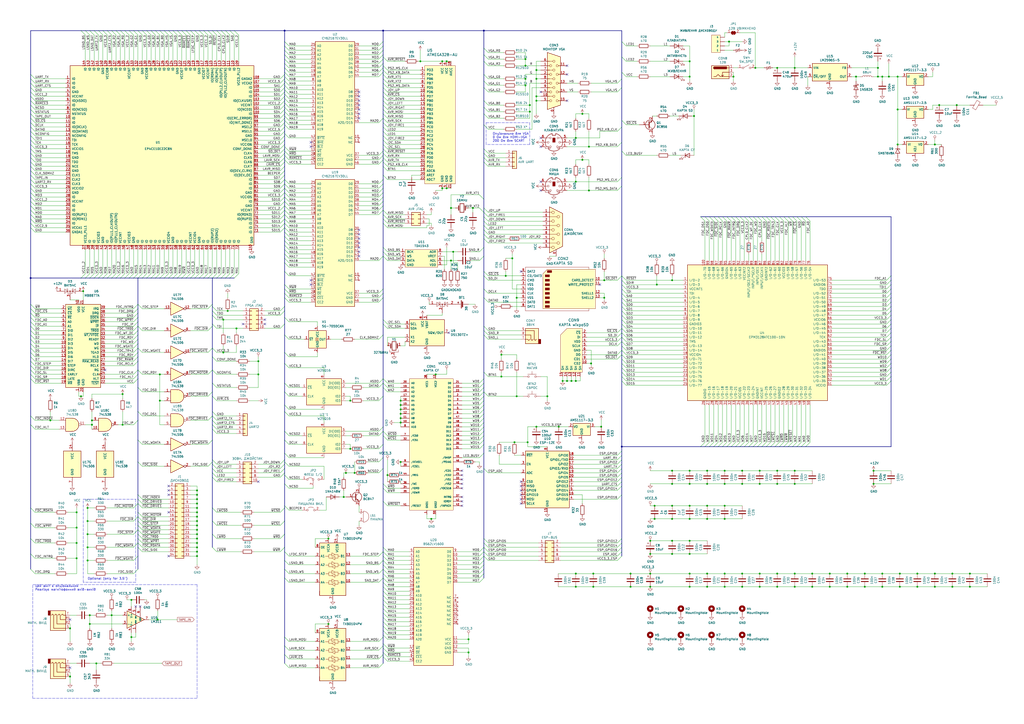
<source format=kicad_sch>
(kicad_sch (version 20211123) (generator eeschema)
  (paper "A2")
  (title_block (title "Karabas Pro") (date "2022-03-15") (rev "Ї"))
  (lib_symbols
    (symbol "74xx:74LS06" (pin_names (offset 1.016))
      (property "Reference" "U" (at 0 1.27 0))
      (property "Value" "74LS06" (at 0 -1.27 0))
      (symbol "74LS06_1_0"
        (pin input line (at -7.62 0 0) (length 3.81) (name "~") (number "1"))
        (pin open_collector inverted (at 7.62 0 180) (length 3.81) (name "~") (number "2"))
      )
      (symbol "74LS06_2_0"
        (pin input line (at -7.62 0 0) (length 3.81) (name "~") (number "3"))
        (pin open_collector inverted (at 7.62 0 180) (length 3.81) (name "~") (number "4"))
      )
      (symbol "74LS06_3_0"
        (pin input line (at -7.62 0 0) (length 3.81) (name "~") (number "5"))
        (pin open_collector inverted (at 7.62 0 180) (length 3.81) (name "~") (number "6"))
      )
      (symbol "74LS06_4_0"
        (pin open_collector inverted (at 7.62 0 180) (length 3.81) (name "~") (number "8"))
        (pin input line (at -7.62 0 0) (length 3.81) (name "~") (number "9"))
      )
      (symbol "74LS06_5_0"
        (pin open_collector inverted (at 7.62 0 180) (length 3.81) (name "~") (number "10"))
        (pin input line (at -7.62 0 0) (length 3.81) (name "~") (number "11"))
      )
      (symbol "74LS06_6_0"
        (pin open_collector inverted (at 7.62 0 180) (length 3.81) (name "~") (number "12"))
        (pin input line (at -7.62 0 0) (length 3.81) (name "~") (number "13"))
      )
      (symbol "74LS06_7_0"
        (pin power_in line (at 0 12.7 270) (length 5.08) (name "VCC") (number "14"))
        (pin power_in line (at 0 -12.7 90) (length 5.08) (name "GND") (number "7"))
      )
    )
    (symbol "74xx:74LS38" (pin_names (offset 1.016))
      (property "Reference" "U" (at 0 1.27 0))
      (property "Value" "74LS38" (at 0 -1.27 0))
      (symbol "74LS38_1_1"
        (pin input line (at -7.62 2.54 0) (length 3.81) (name "~") (number "1"))
        (pin input line (at -7.62 -2.54 0) (length 3.81) (name "~") (number "2"))
        (pin open_collector inverted (at 7.62 0 180) (length 3.81) (name "~") (number "3"))
      )
      (symbol "74LS38_1_2"
        (pin input inverted (at -7.62 2.54 0) (length 4.318) (name "~") (number "1"))
        (pin input inverted (at -7.62 -2.54 0) (length 4.318) (name "~") (number "2"))
        (pin open_collector line (at 7.62 0 180) (length 3.81) (name "~") (number "3"))
      )
      (symbol "74LS38_2_1"
        (pin input line (at -7.62 2.54 0) (length 3.81) (name "~") (number "4"))
        (pin input line (at -7.62 -2.54 0) (length 3.81) (name "~") (number "5"))
        (pin open_collector inverted (at 7.62 0 180) (length 3.81) (name "~") (number "6"))
      )
      (symbol "74LS38_2_2"
        (pin input inverted (at -7.62 2.54 0) (length 4.318) (name "~") (number "4"))
        (pin input inverted (at -7.62 -2.54 0) (length 4.318) (name "~") (number "5"))
        (pin open_collector line (at 7.62 0 180) (length 3.81) (name "~") (number "6"))
      )
      (symbol "74LS38_3_1"
        (pin input line (at -7.62 -2.54 0) (length 3.81) (name "~") (number "10"))
        (pin open_collector inverted (at 7.62 0 180) (length 3.81) (name "~") (number "8"))
        (pin input line (at -7.62 2.54 0) (length 3.81) (name "~") (number "9"))
      )
      (symbol "74LS38_3_2"
        (pin input inverted (at -7.62 -2.54 0) (length 4.318) (name "~") (number "10"))
        (pin open_collector line (at 7.62 0 180) (length 3.81) (name "~") (number "8"))
        (pin input inverted (at -7.62 2.54 0) (length 4.318) (name "~") (number "9"))
      )
      (symbol "74LS38_4_1"
        (pin open_collector inverted (at 7.62 0 180) (length 3.81) (name "~") (number "11"))
        (pin input line (at -7.62 2.54 0) (length 3.81) (name "~") (number "12"))
        (pin input line (at -7.62 -2.54 0) (length 3.81) (name "~") (number "13"))
      )
      (symbol "74LS38_4_2"
        (pin open_collector line (at 7.62 0 180) (length 3.81) (name "~") (number "11"))
        (pin input inverted (at -7.62 2.54 0) (length 4.318) (name "~") (number "12"))
        (pin input inverted (at -7.62 -2.54 0) (length 4.318) (name "~") (number "13"))
      )
      (symbol "74LS38_5_0"
        (pin power_in line (at 0 12.7 270) (length 5.08) (name "VCC") (number "14"))
        (pin power_in line (at 0 -12.7 90) (length 5.08) (name "GND") (number "7"))
      )
    )
    (symbol "Comparator:LM311" (pin_names (offset 0.127))
      (property "Reference" "U" (at 3.81 6.35 0))
      (property "Value" "LM311" (at 3.81 3.81 0))
      (symbol "LM311_1_1"
        (pin passive line (at 0 -7.62 90) (length 5.08) (name "GND") (number "1"))
        (pin input line (at -7.62 2.54 0) (length 2.54) (name "+") (number "2"))
        (pin input line (at -7.62 -2.54 0) (length 2.54) (name "-") (number "3"))
        (pin power_in line (at -2.54 -7.62 90) (length 3.81) (name "V-") (number "4"))
        (pin input line (at 0 7.62 270) (length 5.08) (name "BAL") (number "5"))
        (pin input line (at 2.54 7.62 270) (length 6.35) (name "STRB") (number "6"))
        (pin open_collector line (at 7.62 0 180) (length 2.54) (name "~") (number "7"))
        (pin power_in line (at -2.54 7.62 270) (length 3.81) (name "V+") (number "8"))
      )
    )
    (symbol "Connector:AudioJack3"
      (property "Reference" "J" (at 0 8.89 0))
      (property "Value" "AudioJack3" (at 0 6.35 0))
      (symbol "AudioJack3_1_1"
        (pin passive line (at 5.08 0 180) (length 2.54) (name "~") (number "R"))
        (pin passive line (at 5.08 2.54 180) (length 2.54) (name "~") (number "S"))
        (pin passive line (at 5.08 -2.54 180) (length 2.54) (name "~") (number "T"))
      )
    )
    (symbol "Connector:AudioJack4"
      (property "Reference" "J" (at 0 8.89 0))
      (property "Value" "AudioJack4" (at 0 6.35 0))
      (symbol "AudioJack4_1_1"
        (pin passive line (at 5.08 -2.54 180) (length 2.54) (name "~") (number "R1"))
        (pin passive line (at 5.08 0 180) (length 2.54) (name "~") (number "R2"))
        (pin passive line (at 5.08 2.54 180) (length 2.54) (name "~") (number "S"))
        (pin passive line (at 5.08 -5.08 180) (length 2.54) (name "~") (number "T"))
      )
    )
    (symbol "Connector:Barrel_Jack_Switch" (pin_names hide)
      (property "Reference" "J" (at 0 5.334 0))
      (property "Value" "Barrel_Jack_Switch" (at 0 -5.08 0))
      (symbol "Barrel_Jack_Switch_1_1"
        (pin passive line (at 7.62 2.54 180) (length 2.54) (name "~") (number "1"))
        (pin passive line (at 7.62 -2.54 180) (length 2.54) (name "~") (number "2"))
        (pin passive line (at 7.62 0 180) (length 2.54) (name "~") (number "3"))
      )
    )
    (symbol "Connector:DB15_Female_HighDensity_MountingHoles" (pin_names (offset 1.016) hide)
      (property "Reference" "J" (at 0 21.59 0))
      (property "Value" "DB15_Female_HighDensity_MountingHoles" (at 0 19.05 0))
      (symbol "DB15_Female_HighDensity_MountingHoles_1_1"
        (pin passive line (at 0 -17.78 90) (length 3.81) (name "~") (number "0"))
        (pin passive line (at -7.62 10.16 0) (length 5.08) (name "~") (number "1"))
        (pin passive line (at -7.62 -7.62 0) (length 5.08) (name "~") (number "10"))
        (pin passive line (at 7.62 10.16 180) (length 5.08) (name "~") (number "11"))
        (pin passive line (at 7.62 5.08 180) (length 5.08) (name "~") (number "12"))
        (pin passive line (at 7.62 0 180) (length 5.08) (name "~") (number "13"))
        (pin passive line (at 7.62 -5.08 180) (length 5.08) (name "~") (number "14"))
        (pin passive line (at 7.62 -10.16 180) (length 5.08) (name "~") (number "15"))
        (pin passive line (at -7.62 5.08 0) (length 5.08) (name "~") (number "2"))
        (pin passive line (at -7.62 0 0) (length 5.08) (name "~") (number "3"))
        (pin passive line (at -7.62 -5.08 0) (length 5.08) (name "~") (number "4"))
        (pin passive line (at -7.62 -10.16 0) (length 5.08) (name "~") (number "5"))
        (pin passive line (at -7.62 12.7 0) (length 5.08) (name "~") (number "6"))
        (pin passive line (at -7.62 7.62 0) (length 5.08) (name "~") (number "7"))
        (pin passive line (at -7.62 2.54 0) (length 5.08) (name "~") (number "8"))
        (pin passive line (at -7.62 -2.54 0) (length 5.08) (name "~") (number "9"))
      )
    )
    (symbol "Connector:DB9_Female_MountingHoles" (pin_names (offset 1.016) hide)
      (property "Reference" "J" (at 0 16.51 0))
      (property "Value" "DB9_Female_MountingHoles" (at 0 14.605 0))
      (symbol "DB9_Female_MountingHoles_1_1"
        (pin passive line (at 0 -15.24 90) (length 3.81) (name "PAD") (number "0"))
        (pin passive line (at -7.62 10.16 0) (length 3.81) (name "1") (number "1"))
        (pin passive line (at -7.62 5.08 0) (length 3.81) (name "2") (number "2"))
        (pin passive line (at -7.62 0 0) (length 3.81) (name "3") (number "3"))
        (pin passive line (at -7.62 -5.08 0) (length 3.81) (name "4") (number "4"))
        (pin passive line (at -7.62 -10.16 0) (length 3.81) (name "5") (number "5"))
        (pin passive line (at -7.62 7.62 0) (length 3.81) (name "6") (number "6"))
        (pin passive line (at -7.62 2.54 0) (length 3.81) (name "7") (number "7"))
        (pin passive line (at -7.62 -2.54 0) (length 3.81) (name "8") (number "8"))
        (pin passive line (at -7.62 -7.62 0) (length 3.81) (name "9") (number "9"))
      )
    )
    (symbol "Connector:SD_Card" (pin_names (offset 1.016))
      (property "Reference" "J" (at -16.51 13.97 0))
      (property "Value" "SD_Card" (at 15.24 -13.97 0))
      (symbol "SD_Card_1_1"
        (pin input line (at -22.86 7.62 0) (length 2.54) (name "CD/DAT3") (number "1"))
        (pin input line (at 22.86 5.08 180) (length 2.54) (name "CARD_DETECT") (number "10"))
        (pin input line (at 22.86 2.54 180) (length 2.54) (name "WRITE_PROTECT") (number "11"))
        (pin input line (at 22.86 -2.54 180) (length 2.54) (name "SHELL1") (number "12"))
        (pin input line (at 22.86 -5.08 180) (length 2.54) (name "SHELL2") (number "13"))
        (pin input line (at -22.86 5.08 0) (length 2.54) (name "CMD") (number "2"))
        (pin power_in line (at -22.86 2.54 0) (length 2.54) (name "VSS") (number "3"))
        (pin power_in line (at -22.86 0 0) (length 2.54) (name "VDD") (number "4"))
        (pin input line (at -22.86 -2.54 0) (length 2.54) (name "CLK") (number "5"))
        (pin power_in line (at -22.86 -5.08 0) (length 2.54) (name "VSS") (number "6"))
        (pin input line (at -22.86 -7.62 0) (length 2.54) (name "DAT0") (number "7"))
        (pin input line (at -22.86 -10.16 0) (length 2.54) (name "DAT1") (number "8"))
        (pin input line (at -22.86 10.16 0) (length 2.54) (name "DAT2") (number "9"))
      )
    )
    (symbol "Connector_Generic:Conn_01x04" (pin_names (offset 1.016) hide)
      (property "Reference" "J" (at 0 5.08 0))
      (property "Value" "Conn_01x04" (at 0 -7.62 0))
      (symbol "Conn_01x04_1_1"
        (pin passive line (at -5.08 2.54 0) (length 3.81) (name "Pin_1") (number "1"))
        (pin passive line (at -5.08 0 0) (length 3.81) (name "Pin_2") (number "2"))
        (pin passive line (at -5.08 -2.54 0) (length 3.81) (name "Pin_3") (number "3"))
        (pin passive line (at -5.08 -5.08 0) (length 3.81) (name "Pin_4") (number "4"))
      )
    )
    (symbol "Connector_Generic:Conn_01x05" (pin_names (offset 1.016) hide)
      (property "Reference" "J" (at 0 7.62 0))
      (property "Value" "Conn_01x05" (at 0 -7.62 0))
      (symbol "Conn_01x05_1_1"
        (pin passive line (at -5.08 5.08 0) (length 3.81) (name "Pin_1") (number "1"))
        (pin passive line (at -5.08 2.54 0) (length 3.81) (name "Pin_2") (number "2"))
        (pin passive line (at -5.08 0 0) (length 3.81) (name "Pin_3") (number "3"))
        (pin passive line (at -5.08 -2.54 0) (length 3.81) (name "Pin_4") (number "4"))
        (pin passive line (at -5.08 -5.08 0) (length 3.81) (name "Pin_5") (number "5"))
      )
    )
    (symbol "Connector_Generic:Conn_02x03_Odd_Even" (pin_names (offset 1.016) hide)
      (property "Reference" "J" (at 1.27 5.08 0))
      (property "Value" "Conn_02x03_Odd_Even" (at 1.27 -5.08 0))
      (symbol "Conn_02x03_Odd_Even_1_1"
        (pin passive line (at -5.08 2.54 0) (length 3.81) (name "Pin_1") (number "1"))
        (pin passive line (at 7.62 2.54 180) (length 3.81) (name "Pin_2") (number "2"))
        (pin passive line (at -5.08 0 0) (length 3.81) (name "Pin_3") (number "3"))
        (pin passive line (at 7.62 0 180) (length 3.81) (name "Pin_4") (number "4"))
        (pin passive line (at -5.08 -2.54 0) (length 3.81) (name "Pin_5") (number "5"))
        (pin passive line (at 7.62 -2.54 180) (length 3.81) (name "Pin_6") (number "6"))
      )
    )
    (symbol "Connector_Generic:Conn_02x05_Odd_Even" (pin_names (offset 1.016) hide)
      (property "Reference" "J" (at 1.27 7.62 0))
      (property "Value" "Conn_02x05_Odd_Even" (at 1.27 -7.62 0))
      (symbol "Conn_02x05_Odd_Even_1_1"
        (pin passive line (at -5.08 5.08 0) (length 3.81) (name "Pin_1") (number "1"))
        (pin passive line (at 7.62 -5.08 180) (length 3.81) (name "Pin_10") (number "10"))
        (pin passive line (at 7.62 5.08 180) (length 3.81) (name "Pin_2") (number "2"))
        (pin passive line (at -5.08 2.54 0) (length 3.81) (name "Pin_3") (number "3"))
        (pin passive line (at 7.62 2.54 180) (length 3.81) (name "Pin_4") (number "4"))
        (pin passive line (at -5.08 0 0) (length 3.81) (name "Pin_5") (number "5"))
        (pin passive line (at 7.62 0 180) (length 3.81) (name "Pin_6") (number "6"))
        (pin passive line (at -5.08 -2.54 0) (length 3.81) (name "Pin_7") (number "7"))
        (pin passive line (at 7.62 -2.54 180) (length 3.81) (name "Pin_8") (number "8"))
        (pin passive line (at -5.08 -5.08 0) (length 3.81) (name "Pin_9") (number "9"))
      )
    )
    (symbol "Connector_Generic:Conn_02x17_Odd_Even" (pin_names (offset 1.016) hide)
      (property "Reference" "J" (at 1.27 22.86 0))
      (property "Value" "Conn_02x17_Odd_Even" (at 1.27 -22.86 0))
      (symbol "Conn_02x17_Odd_Even_1_1"
        (pin passive line (at -5.08 20.32 0) (length 3.81) (name "Pin_1") (number "1"))
        (pin passive line (at 7.62 10.16 180) (length 3.81) (name "Pin_10") (number "10"))
        (pin passive line (at -5.08 7.62 0) (length 3.81) (name "Pin_11") (number "11"))
        (pin passive line (at 7.62 7.62 180) (length 3.81) (name "Pin_12") (number "12"))
        (pin passive line (at -5.08 5.08 0) (length 3.81) (name "Pin_13") (number "13"))
        (pin passive line (at 7.62 5.08 180) (length 3.81) (name "Pin_14") (number "14"))
        (pin passive line (at -5.08 2.54 0) (length 3.81) (name "Pin_15") (number "15"))
        (pin passive line (at 7.62 2.54 180) (length 3.81) (name "Pin_16") (number "16"))
        (pin passive line (at -5.08 0 0) (length 3.81) (name "Pin_17") (number "17"))
        (pin passive line (at 7.62 0 180) (length 3.81) (name "Pin_18") (number "18"))
        (pin passive line (at -5.08 -2.54 0) (length 3.81) (name "Pin_19") (number "19"))
        (pin passive line (at 7.62 20.32 180) (length 3.81) (name "Pin_2") (number "2"))
        (pin passive line (at 7.62 -2.54 180) (length 3.81) (name "Pin_20") (number "20"))
        (pin passive line (at -5.08 -5.08 0) (length 3.81) (name "Pin_21") (number "21"))
        (pin passive line (at 7.62 -5.08 180) (length 3.81) (name "Pin_22") (number "22"))
        (pin passive line (at -5.08 -7.62 0) (length 3.81) (name "Pin_23") (number "23"))
        (pin passive line (at 7.62 -7.62 180) (length 3.81) (name "Pin_24") (number "24"))
        (pin passive line (at -5.08 -10.16 0) (length 3.81) (name "Pin_25") (number "25"))
        (pin passive line (at 7.62 -10.16 180) (length 3.81) (name "Pin_26") (number "26"))
        (pin passive line (at -5.08 -12.7 0) (length 3.81) (name "Pin_27") (number "27"))
        (pin passive line (at 7.62 -12.7 180) (length 3.81) (name "Pin_28") (number "28"))
        (pin passive line (at -5.08 -15.24 0) (length 3.81) (name "Pin_29") (number "29"))
        (pin passive line (at -5.08 17.78 0) (length 3.81) (name "Pin_3") (number "3"))
        (pin passive line (at 7.62 -15.24 180) (length 3.81) (name "Pin_30") (number "30"))
        (pin passive line (at -5.08 -17.78 0) (length 3.81) (name "Pin_31") (number "31"))
        (pin passive line (at 7.62 -17.78 180) (length 3.81) (name "Pin_32") (number "32"))
        (pin passive line (at -5.08 -20.32 0) (length 3.81) (name "Pin_33") (number "33"))
        (pin passive line (at 7.62 -20.32 180) (length 3.81) (name "Pin_34") (number "34"))
        (pin passive line (at 7.62 17.78 180) (length 3.81) (name "Pin_4") (number "4"))
        (pin passive line (at -5.08 15.24 0) (length 3.81) (name "Pin_5") (number "5"))
        (pin passive line (at 7.62 15.24 180) (length 3.81) (name "Pin_6") (number "6"))
        (pin passive line (at -5.08 12.7 0) (length 3.81) (name "Pin_7") (number "7"))
        (pin passive line (at 7.62 12.7 180) (length 3.81) (name "Pin_8") (number "8"))
        (pin passive line (at -5.08 10.16 0) (length 3.81) (name "Pin_9") (number "9"))
      )
    )
    (symbol "Device:Battery_Cell" (pin_numbers hide) (pin_names (offset 0) hide)
      (property "Reference" "BT" (at 2.54 2.54 0))
      (property "Value" "Battery_Cell" (at 2.54 0 0))
      (symbol "Battery_Cell_1_1"
        (pin passive line (at 0 5.08 270) (length 2.54) (name "+") (number "1"))
        (pin passive line (at 0 -2.54 90) (length 2.54) (name "-") (number "2"))
      )
    )
    (symbol "Device:Buzzer" (pin_names (offset 0.0254) hide)
      (property "Reference" "BZ" (at 3.81 1.27 0))
      (property "Value" "Buzzer" (at 3.81 -1.27 0))
      (symbol "Buzzer_1_1"
        (pin passive line (at -2.54 2.54 0) (length 2.54) (name "-") (number "1"))
        (pin passive line (at -2.54 -2.54 0) (length 2.54) (name "+") (number "2"))
      )
    )
    (symbol "Device:C" (pin_numbers hide) (pin_names (offset 0.254))
      (property "Reference" "C" (at 0.635 2.54 0))
      (property "Value" "C" (at 0.635 -2.54 0))
      (symbol "C_1_1"
        (pin passive line (at 0 3.81 270) (length 2.794) (name "~") (number "1"))
        (pin passive line (at 0 -3.81 90) (length 2.794) (name "~") (number "2"))
      )
    )
    (symbol "Device:CP" (pin_numbers hide) (pin_names (offset 0.254))
      (property "Reference" "C" (at 0.635 2.54 0))
      (property "Value" "CP" (at 0.635 -2.54 0))
      (symbol "CP_1_1"
        (pin passive line (at 0 3.81 270) (length 2.794) (name "~") (number "1"))
        (pin passive line (at 0 -3.81 90) (length 2.794) (name "~") (number "2"))
      )
    )
    (symbol "Device:Crystal" (pin_numbers hide) (pin_names (offset 1.016) hide)
      (property "Reference" "Y" (at 0 3.81 0))
      (property "Value" "Crystal" (at 0 -3.81 0))
      (symbol "Crystal_1_1"
        (pin passive line (at -3.81 0 0) (length 1.27) (name "1") (number "1"))
        (pin passive line (at 3.81 0 180) (length 1.27) (name "2") (number "2"))
      )
    )
    (symbol "Device:Crystal_GND3" (pin_names (offset 1.016) hide)
      (property "Reference" "Y" (at 0 5.715 0))
      (property "Value" "Crystal_GND3" (at 0 3.81 0))
      (symbol "Crystal_GND3_1_1"
        (pin passive line (at -3.81 0 0) (length 1.27) (name "1") (number "1"))
        (pin passive line (at 3.81 0 180) (length 1.27) (name "2") (number "2"))
        (pin passive line (at 0 -5.08 90) (length 1.27) (name "3") (number "3"))
      )
    )
    (symbol "Device:Ferrite_Bead" (pin_numbers hide) (pin_names (offset 0))
      (property "Reference" "FB" (at -3.81 0.635 90))
      (property "Value" "Ferrite_Bead" (at 3.81 0 90))
      (symbol "Ferrite_Bead_1_1"
        (pin passive line (at 0 3.81 270) (length 2.54) (name "~") (number "1"))
        (pin passive line (at 0 -3.81 90) (length 2.54) (name "~") (number "2"))
      )
    )
    (symbol "Device:L" (pin_numbers hide) (pin_names (offset 1.016) hide)
      (property "Reference" "L" (at -1.27 0 90))
      (property "Value" "L" (at 1.905 0 90))
      (symbol "L_1_1"
        (pin passive line (at 0 3.81 270) (length 1.27) (name "1") (number "1"))
        (pin passive line (at 0 -3.81 90) (length 1.27) (name "2") (number "2"))
      )
    )
    (symbol "Device:LED" (pin_numbers hide) (pin_names (offset 1.016) hide)
      (property "Reference" "D" (at 0 2.54 0))
      (property "Value" "LED" (at 0 -2.54 0))
      (symbol "LED_1_1"
        (pin passive line (at -3.81 0 0) (length 2.54) (name "K") (number "1"))
        (pin passive line (at 3.81 0 180) (length 2.54) (name "A") (number "2"))
      )
    )
    (symbol "Device:Polyfuse_Small" (pin_numbers hide) (pin_names (offset 0))
      (property "Reference" "F" (at -1.905 0 90))
      (property "Value" "Polyfuse_Small" (at 1.905 0 90))
      (symbol "Polyfuse_Small_1_1"
        (pin passive line (at 0 2.54 270) (length 0.635) (name "~") (number "1"))
        (pin passive line (at 0 -2.54 90) (length 0.635) (name "~") (number "2"))
      )
    )
    (symbol "Device:R" (pin_numbers hide) (pin_names (offset 0))
      (property "Reference" "R" (at 2.032 0 90))
      (property "Value" "R" (at 0 0 90))
      (symbol "R_1_1"
        (pin passive line (at 0 3.81 270) (length 1.27) (name "~") (number "1"))
        (pin passive line (at 0 -3.81 90) (length 1.27) (name "~") (number "2"))
      )
    )
    (symbol "Diode:1N4148W" (pin_numbers hide) (pin_names (offset 1.016) hide)
      (property "Reference" "D" (at 0 2.54 0))
      (property "Value" "1N4148W" (at 0 -2.54 0))
      (symbol "1N4148W_1_1"
        (pin passive line (at -3.81 0 0) (length 2.54) (name "K") (number "1"))
        (pin passive line (at 3.81 0 180) (length 2.54) (name "A") (number "2"))
      )
    )
    (symbol "Diode:1N5820" (pin_numbers hide) (pin_names (offset 1.016) hide)
      (property "Reference" "D" (at 0 2.54 0))
      (property "Value" "1N5820" (at 0 -2.54 0))
      (symbol "1N5820_1_1"
        (pin passive line (at -3.81 0 0) (length 2.54) (name "K") (number "1"))
        (pin passive line (at 3.81 0 180) (length 2.54) (name "A") (number "2"))
      )
    )
    (symbol "Diode:BAT54C" (pin_names (offset 1.016))
      (property "Reference" "D" (at 0.635 -3.81 0))
      (property "Value" "BAT54C" (at -6.35 3.175 0))
      (symbol "BAT54C_1_1"
        (pin passive line (at -7.62 0 0) (length 3.81) (name "~") (number "1"))
        (pin passive line (at 7.62 0 180) (length 3.81) (name "~") (number "2"))
        (pin passive line (at 0 -5.08 90) (length 5.08) (name "~") (number "3"))
      )
    )
    (symbol "Diode:SM6T6V8A" (pin_numbers hide) (pin_names (offset 1.016) hide)
      (property "Reference" "D" (at 0 2.54 0))
      (property "Value" "SM6T6V8A" (at 0 -2.54 0))
      (symbol "SM6T6V8A_1_1"
        (pin passive line (at -3.81 0 0) (length 2.54) (name "A1") (number "1"))
        (pin passive line (at 3.81 0 180) (length 2.54) (name "A2") (number "2"))
      )
    )
    (symbol "Jumper:Jumper_2_Open" (pin_names (offset 0) hide)
      (property "Reference" "JP" (at 0 2.794 0))
      (property "Value" "Jumper_2_Open" (at 0 -2.286 0))
      (symbol "Jumper_2_Open_1_1"
        (pin passive line (at -5.08 0 0) (length 2.54) (name "A") (number "1"))
        (pin passive line (at 5.08 0 180) (length 2.54) (name "B") (number "2"))
      )
    )
    (symbol "Jumper:Jumper_3_Bridged12" (pin_names (offset 0) hide)
      (property "Reference" "JP" (at -2.54 -2.54 0))
      (property "Value" "Jumper_3_Bridged12" (at 0 2.794 0))
      (symbol "Jumper_3_Bridged12_1_1"
        (pin passive line (at -6.35 0 0) (length 2.54) (name "A") (number "1"))
        (pin input line (at 0 -3.81 90) (length 2.54) (name "C") (number "2"))
        (pin passive line (at 6.35 0 180) (length 2.54) (name "B") (number "3"))
      )
    )
    (symbol "Jumper:SolderJumper_2_Bridged" (pin_names (offset 0) hide)
      (property "Reference" "JP" (at 0 2.032 0))
      (property "Value" "SolderJumper_2_Bridged" (at 0 -2.54 0))
      (symbol "SolderJumper_2_Bridged_1_1"
        (pin passive line (at -3.81 0 0) (length 2.54) (name "A") (number "1"))
        (pin passive line (at 3.81 0 180) (length 2.54) (name "B") (number "2"))
      )
    )
    (symbol "Logic_LevelTranslator:TXB0104PW"
      (property "Reference" "U" (at -6.35 16.51 0))
      (property "Value" "TXB0104PW" (at 3.81 16.51 0))
      (symbol "TXB0104PW_1_1"
        (pin power_in line (at -2.54 17.78 270) (length 2.54) (name "VCCA") (number "1"))
        (pin bidirectional line (at 10.16 -7.62 180) (length 2.54) (name "B4") (number "10"))
        (pin bidirectional line (at 10.16 -2.54 180) (length 2.54) (name "B3") (number "11"))
        (pin bidirectional line (at 10.16 2.54 180) (length 2.54) (name "B2") (number "12"))
        (pin bidirectional line (at 10.16 7.62 180) (length 2.54) (name "B1") (number "13"))
        (pin power_in line (at 2.54 17.78 270) (length 2.54) (name "VCCB") (number "14"))
        (pin bidirectional line (at -10.16 7.62 0) (length 2.54) (name "A1") (number "2"))
        (pin bidirectional line (at -10.16 2.54 0) (length 2.54) (name "A2") (number "3"))
        (pin bidirectional line (at -10.16 -2.54 0) (length 2.54) (name "A3") (number "4"))
        (pin bidirectional line (at -10.16 -7.62 0) (length 2.54) (name "A4") (number "5"))
        (pin no_connect line (at -10.16 -12.7 0) (length 2.54) hide (name "NC") (number "6"))
        (pin power_in line (at 0 -17.78 90) (length 2.54) (name "GND") (number "7"))
        (pin input line (at -10.16 12.7 0) (length 2.54) (name "OE") (number "8"))
        (pin no_connect line (at 10.16 -12.7 180) (length 2.54) hide (name "NC") (number "9"))
      )
    )
    (symbol "Mechanical:MountingHole_Pad" (pin_numbers hide) (pin_names (offset 1.016) hide)
      (property "Reference" "H" (at 0 6.35 0))
      (property "Value" "MountingHole_Pad" (at 0 4.445 0))
      (symbol "MountingHole_Pad_1_1"
        (pin input line (at 0 -2.54 90) (length 2.54) (name "1") (number "1"))
      )
    )
    (symbol "Memory_Flash:W25Q32JVSS"
      (property "Reference" "U" (at -8.89 8.89 0))
      (property "Value" "W25Q32JVSS" (at 7.62 8.89 0))
      (symbol "W25Q32JVSS_1_1"
        (pin input line (at -12.7 2.54 0) (length 2.54) (name "~{CS}") (number "1"))
        (pin bidirectional line (at 12.7 2.54 180) (length 2.54) (name "DO(IO1)") (number "2"))
        (pin bidirectional line (at 12.7 -2.54 180) (length 2.54) (name "IO2") (number "3"))
        (pin power_in line (at 0 -10.16 90) (length 2.54) (name "GND") (number "4"))
        (pin bidirectional line (at 12.7 5.08 180) (length 2.54) (name "DI(IO0)") (number "5"))
        (pin input line (at -12.7 -2.54 0) (length 2.54) (name "CLK") (number "6"))
        (pin bidirectional line (at 12.7 -5.08 180) (length 2.54) (name "IO3") (number "7"))
        (pin power_in line (at 0 10.16 270) (length 2.54) (name "VCC") (number "8"))
      )
    )
    (symbol "Oscillator:SG-7050CAN" (pin_names (offset 0.254))
      (property "Reference" "X" (at -5.08 6.35 0))
      (property "Value" "SG-7050CAN" (at 1.27 -6.35 0))
      (symbol "SG-7050CAN_1_1"
        (pin input line (at -7.62 0 0) (length 2.54) (name "~{ST}") (number "1"))
        (pin power_in line (at 0 -7.62 90) (length 2.54) (name "GND") (number "2"))
        (pin output line (at 7.62 0 180) (length 2.54) (name "OUT") (number "3"))
        (pin power_in line (at 0 7.62 270) (length 2.54) (name "VCC") (number "4"))
      )
    )
    (symbol "RF_Module:ESP-12E"
      (property "Reference" "U" (at -12.7 19.05 0))
      (property "Value" "ESP-12E" (at 12.7 19.05 0))
      (symbol "ESP-12E_1_1"
        (pin input line (at -15.24 15.24 0) (length 2.54) (name "~{RST}") (number "1"))
        (pin bidirectional line (at -15.24 -2.54 0) (length 2.54) (name "MISO") (number "10"))
        (pin bidirectional line (at -15.24 -5.08 0) (length 2.54) (name "GPIO9") (number "11"))
        (pin bidirectional line (at -15.24 -7.62 0) (length 2.54) (name "GPIO10") (number "12"))
        (pin bidirectional line (at -15.24 -10.16 0) (length 2.54) (name "MOSI") (number "13"))
        (pin bidirectional line (at -15.24 -12.7 0) (length 2.54) (name "SCLK") (number "14"))
        (pin power_in line (at 0 -17.78 90) (length 2.54) (name "GND") (number "15"))
        (pin bidirectional line (at 15.24 -7.62 180) (length 2.54) (name "GPIO15") (number "16"))
        (pin bidirectional line (at 15.24 10.16 180) (length 2.54) (name "GPIO2") (number "17"))
        (pin bidirectional line (at 15.24 15.24 180) (length 2.54) (name "GPIO0") (number "18"))
        (pin bidirectional line (at 15.24 5.08 180) (length 2.54) (name "GPIO4") (number "19"))
        (pin input line (at -15.24 5.08 0) (length 2.54) (name "ADC") (number "2"))
        (pin bidirectional line (at 15.24 2.54 180) (length 2.54) (name "GPIO5") (number "20"))
        (pin bidirectional line (at 15.24 7.62 180) (length 2.54) (name "GPIO3/RXD") (number "21"))
        (pin bidirectional line (at 15.24 12.7 180) (length 2.54) (name "GPIO1/TXD") (number "22"))
        (pin input line (at -15.24 10.16 0) (length 2.54) (name "EN") (number "3"))
        (pin bidirectional line (at 15.24 -10.16 180) (length 2.54) (name "GPIO16") (number "4"))
        (pin bidirectional line (at 15.24 -5.08 180) (length 2.54) (name "GPIO14") (number "5"))
        (pin bidirectional line (at 15.24 0 180) (length 2.54) (name "GPIO12") (number "6"))
        (pin bidirectional line (at 15.24 -2.54 180) (length 2.54) (name "GPIO13") (number "7"))
        (pin power_in line (at 0 20.32 270) (length 2.54) (name "VCC") (number "8"))
        (pin input line (at -15.24 0 0) (length 2.54) (name "CS0") (number "9"))
      )
    )
    (symbol "Regulator_Linear:AMS1117" (pin_names (offset 0.762))
      (property "Reference" "U" (at -3.81 3.175 0))
      (property "Value" "AMS1117" (at 0 3.175 0))
      (symbol "AMS1117_1_1"
        (pin input line (at 0 -7.62 90) (length 2.54) (name "ADJ") (number "1"))
        (pin power_out line (at 7.62 0 180) (length 2.54) (name "VO") (number "2"))
        (pin power_in line (at -7.62 0 0) (length 2.54) (name "VI") (number "3"))
      )
    )
    (symbol "Regulator_Linear:AMS1117-2.5" (pin_names (offset 0.254))
      (property "Reference" "U" (at -3.81 3.175 0))
      (property "Value" "AMS1117-2.5" (at 0 3.175 0))
      (symbol "AMS1117-2.5_1_1"
        (pin power_in line (at 0 -7.62 90) (length 2.54) (name "GND") (number "1"))
        (pin power_out line (at 7.62 0 180) (length 2.54) (name "VO") (number "2"))
        (pin power_in line (at -7.62 0 0) (length 2.54) (name "VI") (number "3"))
      )
    )
    (symbol "Regulator_Linear:AMS1117-3.3" (pin_names (offset 0.254))
      (property "Reference" "U" (at -3.81 3.175 0))
      (property "Value" "AMS1117-3.3" (at 0 3.175 0))
      (symbol "AMS1117-3.3_1_1"
        (pin power_in line (at 0 -7.62 90) (length 2.54) (name "GND") (number "1"))
        (pin power_out line (at 7.62 0 180) (length 2.54) (name "VO") (number "2"))
        (pin power_in line (at -7.62 0 0) (length 2.54) (name "VI") (number "3"))
      )
    )
    (symbol "Regulator_Switching:LM2596S-5"
      (property "Reference" "U" (at -10.16 6.35 0))
      (property "Value" "LM2596S-5" (at 0 6.35 0))
      (symbol "LM2596S-5_1_1"
        (pin power_in line (at -12.7 2.54 0) (length 2.54) (name "VIN") (number "1"))
        (pin output line (at 12.7 -2.54 180) (length 2.54) (name "OUT") (number "2"))
        (pin power_in line (at 0 -7.62 90) (length 2.54) (name "GND") (number "3"))
        (pin input line (at 12.7 2.54 180) (length 2.54) (name "FB") (number "4"))
        (pin input line (at -12.7 -2.54 0) (length 2.54) (name "~{ON}/OFF") (number "5"))
      )
    )
    (symbol "SparkFun-Connectors:CONN_04" (pin_numbers hide) (pin_names (offset 1.016))
      (property "Reference" "J" (at -5.08 10.16 0))
      (property "Value" "CONN_04" (at -5.08 -3.81 0))
      (property "Field4" "CONN-09696" (at 0 13.97 0))
      (symbol "CONN_04_1_1"
        (pin passive line (at 2.54 0 180) (length 2.54) (name "1") (number "1"))
        (pin passive line (at 2.54 2.54 180) (length 2.54) (name "2") (number "2"))
        (pin passive line (at 2.54 5.08 180) (length 2.54) (name "3") (number "3"))
        (pin passive line (at 2.54 7.62 180) (length 2.54) (name "4") (number "4"))
      )
    )
    (symbol "Switch:SW_Push" (pin_numbers hide) (pin_names (offset 1.016) hide)
      (property "Reference" "SW" (at 1.27 2.54 0))
      (property "Value" "SW_Push" (at 0 -1.524 0))
      (symbol "SW_Push_0_1"
        (pin passive line (at -5.08 0 0) (length 2.54) (name "1") (number "1"))
        (pin passive line (at 5.08 0 180) (length 2.54) (name "2") (number "2"))
      )
    )
    (symbol "Switch:SW_SPST" (pin_names (offset 0) hide)
      (property "Reference" "SW" (at 0 3.175 0))
      (property "Value" "SW_SPST" (at 0 -2.54 0))
      (symbol "SW_SPST_1_1"
        (pin passive line (at -5.08 0 0) (length 2.54) (name "A") (number "1"))
        (pin passive line (at 5.08 0 180) (length 2.54) (name "B") (number "2"))
      )
    )
    (symbol "Timer_RTC:DS1307Z+"
      (property "Reference" "U" (at -8.89 8.89 0))
      (property "Value" "DS1307Z+" (at 1.27 8.89 0))
      (symbol "DS1307Z+_1_1"
        (pin input line (at -12.7 -2.54 0) (length 2.54) (name "X1") (number "1"))
        (pin input line (at -12.7 -5.08 0) (length 2.54) (name "X2") (number "2"))
        (pin power_in line (at 0 10.16 270) (length 2.54) (name "VBAT") (number "3"))
        (pin power_in line (at 0 -10.16 90) (length 2.54) (name "GND") (number "4"))
        (pin bidirectional line (at -12.7 2.54 0) (length 2.54) (name "SDA") (number "5"))
        (pin input line (at -12.7 5.08 0) (length 2.54) (name "SCL") (number "6"))
        (pin open_collector line (at 12.7 0 180) (length 2.54) (name "SQW/OUT") (number "7"))
        (pin power_in line (at -2.54 10.16 270) (length 2.54) (name "VCC") (number "8"))
      )
    )
    (symbol "Transistor_BJT:BC847" (pin_names (offset 0) hide)
      (property "Reference" "Q" (at 5.08 1.905 0))
      (property "Value" "BC847" (at 5.08 0 0))
      (symbol "BC847_1_1"
        (pin input line (at -5.08 0 0) (length 5.715) (name "B") (number "1"))
        (pin passive line (at 2.54 -5.08 90) (length 2.54) (name "E") (number "2"))
        (pin passive line (at 2.54 5.08 270) (length 2.54) (name "C") (number "3"))
      )
    )
    (symbol "Transistor_BJT:BC856" (pin_names (offset 0) hide)
      (property "Reference" "Q" (at 5.08 1.905 0))
      (property "Value" "BC856" (at 5.08 0 0))
      (symbol "BC856_1_1"
        (pin input line (at -5.08 0 0) (length 5.715) (name "B") (number "1"))
        (pin passive line (at 2.54 -5.08 90) (length 2.54) (name "E") (number "2"))
        (pin passive line (at 2.54 5.08 270) (length 2.54) (name "C") (number "3"))
      )
    )
    (symbol "cfcard:CF-CARD" (pin_names (offset 1.016))
      (property "Reference" "CON" (at -12.7 39.37 0))
      (property "Value" "CF-CARD" (at -12.7 -40.64 0))
      (symbol "CF-CARD_1_1"
        (pin power_in line (at -2.54 -40.64 90) (length 2.54) (name "GND1") (number "1"))
        (pin input line (at -17.78 12.7 0) (length 5.08) (name "A9") (number "10"))
        (pin input line (at -17.78 15.24 0) (length 5.08) (name "A8") (number "11"))
        (pin input line (at -17.78 17.78 0) (length 5.08) (name "A7") (number "12"))
        (pin power_in line (at 2.54 40.64 270) (length 2.54) (name "VCC2") (number "13"))
        (pin input line (at -17.78 20.32 0) (length 5.08) (name "A6") (number "14"))
        (pin input line (at -17.78 22.86 0) (length 5.08) (name "A5") (number "15"))
        (pin input line (at -17.78 25.4 0) (length 5.08) (name "A4") (number "16"))
        (pin input line (at -17.78 27.94 0) (length 5.08) (name "A3") (number "17"))
        (pin input line (at -17.78 30.48 0) (length 5.08) (name "A2") (number "18"))
        (pin input line (at -17.78 33.02 0) (length 5.08) (name "A1") (number "19"))
        (pin bidirectional line (at 17.78 27.94 180) (length 5.08) (name "D3") (number "2"))
        (pin input line (at -17.78 35.56 0) (length 5.08) (name "A0") (number "20"))
        (pin bidirectional line (at 17.78 35.56 180) (length 5.08) (name "D0") (number "21"))
        (pin bidirectional line (at 17.78 33.02 180) (length 5.08) (name "D1") (number "22"))
        (pin bidirectional line (at 17.78 30.48 180) (length 5.08) (name "D2") (number "23"))
        (pin output line (at 17.78 -25.4 180) (length 5.08) (name "/IOCS16") (number "24"))
        (pin output line (at 17.78 -17.78 180) (length 5.08) (name "/CD2") (number "25"))
        (pin output line (at 17.78 -15.24 180) (length 5.08) (name "/CD1") (number "26"))
        (pin bidirectional line (at 17.78 7.62 180) (length 5.08) (name "D11") (number "27"))
        (pin bidirectional line (at 17.78 5.08 180) (length 5.08) (name "D12") (number "28"))
        (pin bidirectional line (at 17.78 2.54 180) (length 5.08) (name "D13") (number "29"))
        (pin bidirectional line (at 17.78 25.4 180) (length 5.08) (name "D4") (number "3"))
        (pin bidirectional line (at 17.78 0 180) (length 5.08) (name "D14") (number "30"))
        (pin bidirectional line (at 17.78 -2.54 180) (length 5.08) (name "D15") (number "31"))
        (pin input line (at -17.78 2.54 0) (length 5.08) (name "/CS1") (number "32"))
        (pin output line (at 17.78 -20.32 180) (length 5.08) (name "/VS1") (number "33"))
        (pin input line (at -17.78 -25.4 0) (length 5.08) (name "/IORD") (number "34"))
        (pin input line (at -17.78 -27.94 0) (length 5.08) (name "/IOWR") (number "35"))
        (pin input line (at -17.78 -22.86 0) (length 5.08) (name "/WE") (number "36"))
        (pin output line (at 17.78 -30.48 180) (length 5.08) (name "INTRQ") (number "37"))
        (pin power_in line (at -2.54 40.64 270) (length 2.54) (name "VCC1") (number "38"))
        (pin input line (at -17.78 -12.7 0) (length 5.08) (name "/CSEL") (number "39"))
        (pin bidirectional line (at 17.78 22.86 180) (length 5.08) (name "D5") (number "4"))
        (pin output line (at 17.78 -22.86 180) (length 5.08) (name "/VS2") (number "40"))
        (pin input line (at -17.78 -35.56 0) (length 5.08) (name "/RESET") (number "41"))
        (pin output line (at 17.78 -33.02 180) (length 5.08) (name "IORDY") (number "42"))
        (pin output line (at 17.78 -35.56 180) (length 5.08) (name "/INPACK") (number "43"))
        (pin input line (at -17.78 -17.78 0) (length 5.08) (name "/REG") (number "44"))
        (pin bidirectional line (at 17.78 -7.62 180) (length 5.08) (name "/DASP") (number "45"))
        (pin bidirectional line (at 17.78 -10.16 180) (length 5.08) (name "/PDIAG") (number "46"))
        (pin bidirectional line (at 17.78 15.24 180) (length 5.08) (name "D8") (number "47"))
        (pin bidirectional line (at 17.78 12.7 180) (length 5.08) (name "D9") (number "48"))
        (pin bidirectional line (at 17.78 10.16 180) (length 5.08) (name "D10") (number "49"))
        (pin bidirectional line (at 17.78 20.32 180) (length 5.08) (name "D6") (number "5"))
        (pin power_in line (at 2.54 -40.64 90) (length 2.54) (name "GND2") (number "50"))
        (pin bidirectional line (at 17.78 17.78 180) (length 5.08) (name "D7") (number "6"))
        (pin input line (at -17.78 5.08 0) (length 5.08) (name "/CS0") (number "7"))
        (pin input line (at -17.78 10.16 0) (length 5.08) (name "A10") (number "8"))
        (pin input line (at -17.78 -10.16 0) (length 5.08) (name "/ATASEL") (number "9"))
      )
    )
    (symbol "dk_Embedded-Microcontrollers:ATMEGA328-AU" (pin_names (offset 1.016))
      (property "Reference" "U" (at -10.16 13.97 0))
      (property "Value" "ATMEGA328-AU" (at 2.54 -25.4 90))
      (symbol "ATMEGA328-AU_1_1"
        (pin bidirectional line (at -12.7 10.16 0) (length 2.54) (name "PD3") (number "1"))
        (pin bidirectional line (at -12.7 -2.54 0) (length 2.54) (name "PD6") (number "10"))
        (pin bidirectional line (at -12.7 -5.08 0) (length 2.54) (name "PD7") (number "11"))
        (pin bidirectional line (at -12.7 -7.62 0) (length 2.54) (name "PB0") (number "12"))
        (pin bidirectional line (at -12.7 -10.16 0) (length 2.54) (name "PB1") (number "13"))
        (pin bidirectional line (at -12.7 -12.7 0) (length 2.54) (name "PB2") (number "14"))
        (pin bidirectional line (at -12.7 -15.24 0) (length 2.54) (name "PB3") (number "15"))
        (pin bidirectional line (at -12.7 -17.78 0) (length 2.54) (name "PB4") (number "16"))
        (pin bidirectional line (at -12.7 -20.32 0) (length 2.54) (name "PB5") (number "17"))
        (pin power_in line (at 5.08 15.24 270) (length 2.54) (name "AVCC") (number "18"))
        (pin bidirectional line (at -12.7 -48.26 0) (length 2.54) (name "ADC6") (number "19"))
        (pin bidirectional line (at -12.7 7.62 0) (length 2.54) (name "PD4") (number "2"))
        (pin input line (at -12.7 -50.8 0) (length 2.54) (name "AREF") (number "20"))
        (pin power_in line (at 5.08 -58.42 90) (length 2.54) (name "GND") (number "21"))
        (pin bidirectional line (at -12.7 -53.34 0) (length 2.54) (name "ADC7") (number "22"))
        (pin bidirectional line (at -12.7 -22.86 0) (length 2.54) (name "PC0") (number "23"))
        (pin bidirectional line (at -12.7 -25.4 0) (length 2.54) (name "PC1") (number "24"))
        (pin bidirectional line (at -12.7 -27.94 0) (length 2.54) (name "PC2") (number "25"))
        (pin input line (at -12.7 -30.48 0) (length 2.54) (name "PC3") (number "26"))
        (pin input line (at -12.7 -33.02 0) (length 2.54) (name "PC4") (number "27"))
        (pin input line (at -12.7 -35.56 0) (length 2.54) (name "PC5") (number "28"))
        (pin input line (at -12.7 -38.1 0) (length 2.54) (name "PC6") (number "29"))
        (pin power_in line (at 0 -58.42 90) (length 2.54) (name "GND") (number "3"))
        (pin input line (at -12.7 -40.64 0) (length 2.54) (name "PD0") (number "30"))
        (pin input line (at -12.7 -43.18 0) (length 2.54) (name "PD1") (number "31"))
        (pin input line (at -12.7 -45.72 0) (length 2.54) (name "PD2") (number "32"))
        (pin power_in line (at 0 15.24 270) (length 2.54) (name "VCC") (number "4"))
        (pin power_in line (at 2.54 -58.42 90) (length 2.54) (name "GND") (number "5"))
        (pin power_in line (at 2.54 15.24 270) (length 2.54) (name "VCC") (number "6"))
        (pin bidirectional line (at -12.7 5.08 0) (length 2.54) (name "PB6") (number "7"))
        (pin bidirectional line (at -12.7 2.54 0) (length 2.54) (name "PB7") (number "8"))
        (pin bidirectional line (at -12.7 0 0) (length 2.54) (name "PD5") (number "9"))
      )
    )
    (symbol "power:+12V" (power) (pin_names (offset 0))
      (property "Value" "+12V" (at 0 3.556 0))
      (symbol "+12V_1_1"
        (pin power_in line (at 0 0 90) (length 0) hide (name "+12V") (number "1"))
      )
    )
    (symbol "power:GND" (power) (pin_names (offset 0))
      (property "Value" "GND" (at 0 -3.81 0))
      (symbol "GND_1_1"
        (pin power_in line (at 0 0 270) (length 0) hide (name "GND") (number "1"))
      )
    )
    (symbol "power:VCC" (power) (pin_names (offset 0))
      (property "Value" "VCC" (at 0 3.81 0))
      (symbol "VCC_1_1"
        (pin power_in line (at 0 0 90) (length 0) hide (name "VCC") (number "1"))
      )
    )
    (symbol "retro:BS62LV1600" (pin_names (offset 1.016))
      (property "Reference" "U" (at -10.16 35.56 0))
      (property "Value" "BS62LV1600" (at 5.08 35.56 0))
      (symbol "BS62LV1600_1_1"
        (pin bidirectional line (at -13.97 21.59 0) (length 2.54) (name "A4") (number "1"))
        (pin bidirectional line (at 13.97 29.21 180) (length 2.54) (name "D1") (number "10"))
        (pin power_in line (at 13.97 -19.05 180) (length 2.54) (name "VCC") (number "11"))
        (pin power_in line (at 13.97 -24.13 180) (length 2.54) (name "GND") (number "12"))
        (pin bidirectional line (at 13.97 26.67 180) (length 2.54) (name "D2") (number "13"))
        (pin bidirectional line (at 13.97 24.13 180) (length 2.54) (name "D3") (number "14"))
        (pin no_connect line (at 13.97 0 180) (length 2.54) (name "NC") (number "15"))
        (pin bidirectional line (at -13.97 -19.05 0) (length 2.54) (name "A20") (number "16"))
        (pin input inverted (at -13.97 -24.13 0) (length 2.54) (name "~{WE}") (number "17"))
        (pin bidirectional line (at -13.97 -16.51 0) (length 2.54) (name "A19") (number "18"))
        (pin bidirectional line (at -13.97 -13.97 0) (length 2.54) (name "A18") (number "19"))
        (pin bidirectional line (at -13.97 24.13 0) (length 2.54) (name "A3") (number "2"))
        (pin bidirectional line (at -13.97 -11.43 0) (length 2.54) (name "A17") (number "20"))
        (pin bidirectional line (at -13.97 -8.89 0) (length 2.54) (name "A16") (number "21"))
        (pin bidirectional line (at -13.97 -6.35 0) (length 2.54) (name "A15") (number "22"))
        (pin bidirectional line (at -13.97 -3.81 0) (length 2.54) (name "A14") (number "23"))
        (pin bidirectional line (at -13.97 -1.27 0) (length 2.54) (name "A13") (number "24"))
        (pin bidirectional line (at -13.97 1.27 0) (length 2.54) (name "A12") (number "25"))
        (pin bidirectional line (at -13.97 3.81 0) (length 2.54) (name "A11") (number "26"))
        (pin bidirectional line (at -13.97 6.35 0) (length 2.54) (name "A10") (number "27"))
        (pin bidirectional line (at -13.97 8.89 0) (length 2.54) (name "A9") (number "28"))
        (pin no_connect line (at 13.97 -2.54 180) (length 2.54) (name "NC") (number "29"))
        (pin bidirectional line (at -13.97 26.67 0) (length 2.54) (name "A2") (number "3"))
        (pin no_connect line (at 13.97 -5.08 180) (length 2.54) (name "NC") (number "30"))
        (pin bidirectional line (at 13.97 21.59 180) (length 2.54) (name "D4") (number "31"))
        (pin bidirectional line (at 13.97 19.05 180) (length 2.54) (name "D5") (number "32"))
        (pin power_in line (at 13.97 -21.59 180) (length 2.54) (name "VCC") (number "33"))
        (pin power_in line (at 13.97 -26.67 180) (length 2.54) (name "GND") (number "34"))
        (pin bidirectional line (at 13.97 16.51 180) (length 2.54) (name "D6") (number "35"))
        (pin bidirectional line (at 13.97 13.97 180) (length 2.54) (name "D7") (number "36"))
        (pin no_connect line (at 13.97 -7.62 180) (length 2.54) (name "NC") (number "37"))
        (pin no_connect line (at 13.97 -10.16 180) (length 2.54) (name "NC") (number "38"))
        (pin bidirectional line (at -13.97 11.43 0) (length 2.54) (name "A8") (number "39"))
        (pin bidirectional line (at -13.97 29.21 0) (length 2.54) (name "A1") (number "4"))
        (pin input line (at -13.97 -31.75 0) (length 2.54) (name "CE2") (number "40"))
        (pin input inverted (at -13.97 -26.67 0) (length 2.54) (name "~{OE}") (number "41"))
        (pin bidirectional line (at -13.97 13.97 0) (length 2.54) (name "A7") (number "42"))
        (pin bidirectional line (at -13.97 16.51 0) (length 2.54) (name "A6") (number "43"))
        (pin bidirectional line (at -13.97 19.05 0) (length 2.54) (name "A5") (number "44"))
        (pin bidirectional line (at -13.97 31.75 0) (length 2.54) (name "A0") (number "5"))
        (pin input inverted (at -13.97 -29.21 0) (length 2.54) (name "~{CE1}") (number "6"))
        (pin no_connect line (at 13.97 5.08 180) (length 2.54) (name "NC") (number "7"))
        (pin no_connect line (at 13.97 2.54 180) (length 2.54) (name "NC") (number "8"))
        (pin bidirectional line (at 13.97 31.75 180) (length 2.54) (name "D0") (number "9"))
      )
    )
    (symbol "retro:CY62167ELL" (pin_names (offset 1.016))
      (property "Reference" "U" (at -10.16 35.56 0))
      (property "Value" "CY62167ELL" (at 5.08 35.56 0))
      (symbol "CY62167ELL_1_1"
        (pin bidirectional line (at -13.97 -6.35 0) (length 2.54) (name "A15") (number "1"))
        (pin no_connect line (at 13.97 -21.59 180) (length 2.54) (name "NC") (number "10"))
        (pin input inverted (at -13.97 -29.21 0) (length 2.54) (name "~{WE}") (number "11"))
        (pin input line (at -13.97 -36.83 0) (length 2.54) (name "CE2") (number "12"))
        (pin no_connect line (at 13.97 -24.13 180) (length 2.54) (name "NC") (number "13"))
        (pin input inverted (at -13.97 -24.13 0) (length 2.54) (name "~{BHE}") (number "14"))
        (pin input inverted (at -13.97 -26.67 0) (length 2.54) (name "~{BLE}") (number "15"))
        (pin bidirectional line (at -13.97 -13.97 0) (length 2.54) (name "A18") (number "16"))
        (pin bidirectional line (at -13.97 -11.43 0) (length 2.54) (name "A17") (number "17"))
        (pin bidirectional line (at -13.97 13.97 0) (length 2.54) (name "A7") (number "18"))
        (pin bidirectional line (at -13.97 16.51 0) (length 2.54) (name "A6") (number "19"))
        (pin bidirectional line (at -13.97 -3.81 0) (length 2.54) (name "A14") (number "2"))
        (pin bidirectional line (at -13.97 19.05 0) (length 2.54) (name "A5") (number "20"))
        (pin bidirectional line (at -13.97 21.59 0) (length 2.54) (name "A4") (number "21"))
        (pin bidirectional line (at -13.97 24.13 0) (length 2.54) (name "A3") (number "22"))
        (pin bidirectional line (at -13.97 26.67 0) (length 2.54) (name "A2") (number "23"))
        (pin bidirectional line (at -13.97 29.21 0) (length 2.54) (name "A1") (number "24"))
        (pin bidirectional line (at -13.97 31.75 0) (length 2.54) (name "A0") (number "25"))
        (pin input inverted (at -13.97 -34.29 0) (length 2.54) (name "~{CE1}") (number "26"))
        (pin power_in line (at 13.97 -34.29 180) (length 2.54) (name "GND") (number "27"))
        (pin input inverted (at -13.97 -31.75 0) (length 2.54) (name "~{OE}") (number "28"))
        (pin bidirectional line (at 13.97 31.75 180) (length 2.54) (name "D0") (number "29"))
        (pin bidirectional line (at -13.97 -1.27 0) (length 2.54) (name "A13") (number "3"))
        (pin bidirectional line (at 13.97 5.08 180) (length 2.54) (name "D8") (number "30"))
        (pin bidirectional line (at 13.97 29.21 180) (length 2.54) (name "D1") (number "31"))
        (pin bidirectional line (at 13.97 2.54 180) (length 2.54) (name "D9") (number "32"))
        (pin bidirectional line (at 13.97 26.67 180) (length 2.54) (name "D2") (number "33"))
        (pin bidirectional line (at 13.97 0 180) (length 2.54) (name "D10") (number "34"))
        (pin bidirectional line (at 13.97 24.13 180) (length 2.54) (name "D3") (number "35"))
        (pin bidirectional line (at 13.97 -2.54 180) (length 2.54) (name "D11") (number "36"))
        (pin power_in line (at 13.97 -31.75 180) (length 2.54) (name "VCC") (number "37"))
        (pin bidirectional line (at 13.97 21.59 180) (length 2.54) (name "D4") (number "38"))
        (pin bidirectional line (at 13.97 -5.08 180) (length 2.54) (name "D12") (number "39"))
        (pin bidirectional line (at -13.97 1.27 0) (length 2.54) (name "A12") (number "4"))
        (pin bidirectional line (at 13.97 19.05 180) (length 2.54) (name "D5") (number "40"))
        (pin bidirectional line (at 13.97 -7.62 180) (length 2.54) (name "D13") (number "41"))
        (pin bidirectional line (at 13.97 16.51 180) (length 2.54) (name "D6") (number "42"))
        (pin bidirectional line (at 13.97 -10.16 180) (length 2.54) (name "D14") (number "43"))
        (pin bidirectional line (at 13.97 13.97 180) (length 2.54) (name "D7") (number "44"))
        (pin bidirectional line (at 13.97 -12.7 180) (length 2.54) (name "A20/D15") (number "45"))
        (pin power_in line (at 13.97 -36.83 180) (length 2.54) (name "GND") (number "46"))
        (pin input inverted (at -13.97 -21.59 0) (length 2.54) (name "~{BYTE}") (number "47"))
        (pin bidirectional line (at -13.97 -8.89 0) (length 2.54) (name "A16") (number "48"))
        (pin bidirectional line (at -13.97 3.81 0) (length 2.54) (name "A11") (number "5"))
        (pin bidirectional line (at -13.97 6.35 0) (length 2.54) (name "A10") (number "6"))
        (pin bidirectional line (at -13.97 8.89 0) (length 2.54) (name "A9") (number "7"))
        (pin bidirectional line (at -13.97 11.43 0) (length 2.54) (name "A8") (number "8"))
        (pin bidirectional line (at -13.97 -16.51 0) (length 2.54) (name "A19") (number "9"))
      )
    )
    (symbol "retro:EP4CE6E22C8N" (pin_names (offset 1.016))
      (property "Reference" "U" (at 2.54 -5.08 0))
      (property "Value" "EP4CE6E22C8N" (at 2.54 -8.89 0))
      (symbol "EP4CE6E22C8N_1_1"
        (pin bidirectional line (at -52.07 38.1 0) (length 2.54) (name "IO") (number "1"))
        (pin bidirectional line (at -52.07 15.24 0) (length 2.54) (name "IO") (number "10"))
        (pin bidirectional line (at 59.69 17.78 180) (length 2.54) (name "IO") (number "100"))
        (pin bidirectional line (at 59.69 20.32 180) (length 2.54) (name "IO(NCE0)") (number "101"))
        (pin power_in line (at 59.69 22.86 180) (length 2.54) (name "VCCINT") (number "102"))
        (pin bidirectional line (at 59.69 25.4 180) (length 2.54) (name "IO(CLKUSR)") (number "103"))
        (pin bidirectional line (at 59.69 27.94 180) (length 2.54) (name "IO") (number "104"))
        (pin bidirectional line (at 59.69 30.48 180) (length 2.54) (name "IO") (number "105"))
        (pin bidirectional line (at 59.69 33.02 180) (length 2.54) (name "IO") (number "106"))
        (pin power_in line (at 59.69 35.56 180) (length 2.54) (name "VCCA2") (number "107"))
        (pin power_in line (at 59.69 38.1 180) (length 2.54) (name "GNDA2") (number "108"))
        (pin power_in line (at 48.26 48.26 270) (length 2.54) (name "VCCD_PLL2") (number "109"))
        (pin bidirectional line (at -52.07 12.7 0) (length 2.54) (name "IO") (number "11"))
        (pin bidirectional line (at 45.72 48.26 270) (length 2.54) (name "IO") (number "110"))
        (pin bidirectional line (at 43.18 48.26 270) (length 2.54) (name "IO") (number "111"))
        (pin bidirectional line (at 40.64 48.26 270) (length 2.54) (name "IO(PLL2_CLKOUTN)") (number "112"))
        (pin bidirectional line (at 38.1 48.26 270) (length 2.54) (name "IO(PLL2_CLKOUTP)") (number "113"))
        (pin bidirectional line (at 35.56 48.26 270) (length 2.54) (name "IO(RUP4)") (number "114"))
        (pin bidirectional line (at 33.02 48.26 270) (length 2.54) (name "IO(RDN4)") (number "115"))
        (pin power_in line (at 30.48 48.26 270) (length 2.54) (name "VCCINT") (number "116"))
        (pin power_in line (at 27.94 48.26 270) (length 2.54) (name "VCCIO7") (number "117"))
        (pin power_in line (at 25.4 48.26 270) (length 2.54) (name "GND") (number "118"))
        (pin bidirectional line (at 22.86 48.26 270) (length 2.54) (name "IO") (number "119"))
        (pin bidirectional line (at -52.07 10.16 0) (length 2.54) (name "IO(DCLK)") (number "12"))
        (pin bidirectional line (at 20.32 48.26 270) (length 2.54) (name "IO") (number "120"))
        (pin bidirectional line (at 17.78 48.26 270) (length 2.54) (name "IO") (number "121"))
        (pin power_in line (at 15.24 48.26 270) (length 2.54) (name "VCCIO7") (number "122"))
        (pin power_in line (at 12.7 48.26 270) (length 2.54) (name "GND") (number "123"))
        (pin bidirectional line (at 10.16 48.26 270) (length 2.54) (name "IO") (number "124"))
        (pin bidirectional line (at 7.62 48.26 270) (length 2.54) (name "IO") (number "125"))
        (pin bidirectional line (at 5.08 48.26 270) (length 2.54) (name "IO") (number "126"))
        (pin bidirectional line (at 2.54 48.26 270) (length 2.54) (name "IO") (number "127"))
        (pin bidirectional line (at 0 48.26 270) (length 2.54) (name "IO") (number "128"))
        (pin bidirectional line (at -2.54 48.26 270) (length 2.54) (name "IO") (number "129"))
        (pin bidirectional line (at -52.07 7.62 0) (length 2.54) (name "IO(DATA0)") (number "13"))
        (pin power_in line (at -5.08 48.26 270) (length 2.54) (name "VCCIO8") (number "130"))
        (pin power_in line (at -7.62 48.26 270) (length 2.54) (name "GND") (number "131"))
        (pin bidirectional line (at -10.16 48.26 270) (length 2.54) (name "IO") (number "132"))
        (pin bidirectional line (at -12.7 48.26 270) (length 2.54) (name "IO") (number "133"))
        (pin power_in line (at -15.24 48.26 270) (length 2.54) (name "VCCINT") (number "134"))
        (pin bidirectional line (at -17.78 48.26 270) (length 2.54) (name "IO") (number "135"))
        (pin bidirectional line (at -20.32 48.26 270) (length 2.54) (name "IO") (number "136"))
        (pin bidirectional line (at -22.86 48.26 270) (length 2.54) (name "IO") (number "137"))
        (pin bidirectional line (at -25.4 48.26 270) (length 2.54) (name "IO") (number "138"))
        (pin power_in line (at -27.94 48.26 270) (length 2.54) (name "VCCIO8") (number "139"))
        (pin bidirectional line (at -52.07 5.08 0) (length 2.54) (name "NCONFIG") (number "14"))
        (pin power_in line (at -30.48 48.26 270) (length 2.54) (name "GND") (number "140"))
        (pin bidirectional line (at -33.02 48.26 270) (length 2.54) (name "IO") (number "141"))
        (pin bidirectional line (at -35.56 48.26 270) (length 2.54) (name "IO") (number "142"))
        (pin bidirectional line (at -38.1 48.26 270) (length 2.54) (name "IO") (number "143"))
        (pin bidirectional line (at -40.64 48.26 270) (length 2.54) (name "IO") (number "144"))
        (pin power_in line (at 55.88 -60.96 90) (length 2.54) (name "GND") (number "145"))
        (pin bidirectional line (at -52.07 2.54 0) (length 2.54) (name "TDI") (number "15"))
        (pin bidirectional line (at -52.07 0 0) (length 2.54) (name "TCK") (number "16"))
        (pin power_in line (at -52.07 -2.54 0) (length 2.54) (name "VCCIO1") (number "17"))
        (pin bidirectional line (at -52.07 -5.08 0) (length 2.54) (name "TMS") (number "18"))
        (pin power_in line (at -52.07 -7.62 0) (length 2.54) (name "GND") (number "19"))
        (pin bidirectional line (at -52.07 35.56 0) (length 2.54) (name "IO") (number "2"))
        (pin bidirectional line (at -52.07 -10.16 0) (length 2.54) (name "TDO") (number "20"))
        (pin bidirectional line (at -52.07 -12.7 0) (length 2.54) (name "NCE") (number "21"))
        (pin power_in line (at -52.07 -15.24 0) (length 2.54) (name "GND") (number "22"))
        (pin bidirectional line (at -52.07 -17.78 0) (length 2.54) (name "CLK1") (number "23"))
        (pin bidirectional line (at -52.07 -20.32 0) (length 2.54) (name "CLK2") (number "24"))
        (pin bidirectional line (at -52.07 -22.86 0) (length 2.54) (name "CLK3") (number "25"))
        (pin power_in line (at -52.07 -25.4 0) (length 2.54) (name "VCCIO2") (number "26"))
        (pin power_in line (at -52.07 -27.94 0) (length 2.54) (name "GND") (number "27"))
        (pin bidirectional line (at -52.07 -30.48 0) (length 2.54) (name "IO") (number "28"))
        (pin power_in line (at -52.07 -33.02 0) (length 2.54) (name "VCCINT") (number "29"))
        (pin bidirectional line (at -52.07 33.02 0) (length 2.54) (name "IO") (number "3"))
        (pin bidirectional line (at -52.07 -35.56 0) (length 2.54) (name "IO") (number "30"))
        (pin bidirectional line (at -52.07 -38.1 0) (length 2.54) (name "IO") (number "31"))
        (pin bidirectional line (at -52.07 -40.64 0) (length 2.54) (name "IO(RUP1)") (number "32"))
        (pin bidirectional line (at -52.07 -43.18 0) (length 2.54) (name "IO(RDN1)") (number "33"))
        (pin bidirectional line (at -52.07 -45.72 0) (length 2.54) (name "IO") (number "34"))
        (pin power_in line (at -52.07 -48.26 0) (length 2.54) (name "VCCA1") (number "35"))
        (pin power_in line (at -52.07 -50.8 0) (length 2.54) (name "GNDA1") (number "36"))
        (pin power_in line (at -40.64 -60.96 90) (length 2.54) (name "VCCD_PLL1") (number "37"))
        (pin bidirectional line (at -38.1 -60.96 90) (length 2.54) (name "IO") (number "38"))
        (pin bidirectional line (at -35.56 -60.96 90) (length 2.54) (name "IO") (number "39"))
        (pin power_in line (at -52.07 30.48 0) (length 2.54) (name "GND") (number "4"))
        (pin power_in line (at -33.02 -60.96 90) (length 2.54) (name "VCCIO3") (number "40"))
        (pin power_in line (at -30.48 -60.96 90) (length 2.54) (name "GND") (number "41"))
        (pin bidirectional line (at -27.94 -60.96 90) (length 2.54) (name "IO") (number "42"))
        (pin bidirectional line (at -25.4 -60.96 90) (length 2.54) (name "IO(PLL1_CLKOUTP)") (number "43"))
        (pin bidirectional line (at -22.86 -60.96 90) (length 2.54) (name "IO(PLL1_CLKOUTN)") (number "44"))
        (pin power_in line (at -20.32 -60.96 90) (length 2.54) (name "VCCINT") (number "45"))
        (pin bidirectional line (at -17.78 -60.96 90) (length 2.54) (name "IO") (number "46"))
        (pin power_in line (at -15.24 -60.96 90) (length 2.54) (name "VCCIO3") (number "47"))
        (pin power_in line (at -12.7 -60.96 90) (length 2.54) (name "GND") (number "48"))
        (pin bidirectional line (at -10.16 -60.96 90) (length 2.54) (name "IO") (number "49"))
        (pin power_in line (at -52.07 27.94 0) (length 2.54) (name "VCCINT") (number "5"))
        (pin bidirectional line (at -7.62 -60.96 90) (length 2.54) (name "IO") (number "50"))
        (pin bidirectional line (at -5.08 -60.96 90) (length 2.54) (name "IO") (number "51"))
        (pin bidirectional line (at -2.54 -60.96 90) (length 2.54) (name "IO") (number "52"))
        (pin bidirectional line (at 0 -60.96 90) (length 2.54) (name "IO") (number "53"))
        (pin bidirectional line (at 2.54 -60.96 90) (length 2.54) (name "IO") (number "54"))
        (pin bidirectional line (at 5.08 -60.96 90) (length 2.54) (name "IO") (number "55"))
        (pin power_in line (at 7.62 -60.96 90) (length 2.54) (name "VCCIO4") (number "56"))
        (pin power_in line (at 10.16 -60.96 90) (length 2.54) (name "GND") (number "57"))
        (pin bidirectional line (at 12.7 -60.96 90) (length 2.54) (name "IO") (number "58"))
        (pin bidirectional line (at 15.24 -60.96 90) (length 2.54) (name "IO") (number "59"))
        (pin bidirectional line (at -52.07 25.4 0) (length 2.54) (name "IO(ASDO)") (number "6"))
        (pin bidirectional line (at 17.78 -60.96 90) (length 2.54) (name "IO") (number "60"))
        (pin power_in line (at 20.32 -60.96 90) (length 2.54) (name "VCCINT") (number "61"))
        (pin power_in line (at 22.86 -60.96 90) (length 2.54) (name "VCCIO4") (number "62"))
        (pin power_in line (at 25.4 -60.96 90) (length 2.54) (name "GND") (number "63"))
        (pin bidirectional line (at 27.94 -60.96 90) (length 2.54) (name "IO") (number "64"))
        (pin bidirectional line (at 30.48 -60.96 90) (length 2.54) (name "IO") (number "65"))
        (pin bidirectional line (at 33.02 -60.96 90) (length 2.54) (name "IO(RUP2)") (number "66"))
        (pin bidirectional line (at 35.56 -60.96 90) (length 2.54) (name "IO(RDN2)") (number "67"))
        (pin bidirectional line (at 38.1 -60.96 90) (length 2.54) (name "IO") (number "68"))
        (pin bidirectional line (at 40.64 -60.96 90) (length 2.54) (name "IO") (number "69"))
        (pin bidirectional line (at -52.07 22.86 0) (length 2.54) (name "IO") (number "7"))
        (pin bidirectional line (at 43.18 -60.96 90) (length 2.54) (name "IO") (number "70"))
        (pin bidirectional line (at 45.72 -60.96 90) (length 2.54) (name "IO") (number "71"))
        (pin bidirectional line (at 48.26 -60.96 90) (length 2.54) (name "IO") (number "72"))
        (pin bidirectional line (at 59.69 -50.8 180) (length 2.54) (name "IO") (number "73"))
        (pin bidirectional line (at 59.69 -48.26 180) (length 2.54) (name "IO") (number "74"))
        (pin bidirectional line (at 59.69 -45.72 180) (length 2.54) (name "IO") (number "75"))
        (pin bidirectional line (at 59.69 -43.18 180) (length 2.54) (name "IO(RUP3)") (number "76"))
        (pin bidirectional line (at 59.69 -40.64 180) (length 2.54) (name "IO(RDN3)") (number "77"))
        (pin power_in line (at 59.69 -38.1 180) (length 2.54) (name "VCCINT") (number "78"))
        (pin power_in line (at 59.69 -35.56 180) (length 2.54) (name "GND") (number "79"))
        (pin bidirectional line (at -52.07 20.32 0) (length 2.54) (name "IO(NCSO)") (number "8"))
        (pin bidirectional line (at 59.69 -33.02 180) (length 2.54) (name "IO") (number "80"))
        (pin power_in line (at 59.69 -30.48 180) (length 2.54) (name "VCCIO5") (number "81"))
        (pin power_in line (at 59.69 -27.94 180) (length 2.54) (name "GND") (number "82"))
        (pin bidirectional line (at 59.69 -25.4 180) (length 2.54) (name "IO") (number "83"))
        (pin bidirectional line (at 59.69 -22.86 180) (length 2.54) (name "IO") (number "84"))
        (pin bidirectional line (at 59.69 -20.32 180) (length 2.54) (name "IO") (number "85"))
        (pin bidirectional line (at 59.69 -17.78 180) (length 2.54) (name "IO(DEV_OE)") (number "86"))
        (pin bidirectional line (at 59.69 -15.24 180) (length 2.54) (name "IO(DEV_CLRN)") (number "87"))
        (pin bidirectional line (at 59.69 -12.7 180) (length 2.54) (name "CLK7") (number "88"))
        (pin bidirectional line (at 59.69 -10.16 180) (length 2.54) (name "CLK6") (number "89"))
        (pin bidirectional line (at -52.07 17.78 0) (length 2.54) (name "NSTATUS") (number "9"))
        (pin bidirectional line (at 59.69 -7.62 180) (length 2.54) (name "CLK5") (number "90"))
        (pin bidirectional line (at 59.69 -5.08 180) (length 2.54) (name "CLK4") (number "91"))
        (pin bidirectional line (at 59.69 -2.54 180) (length 2.54) (name "CONF_DONE") (number "92"))
        (pin power_in line (at 59.69 0 180) (length 2.54) (name "VCCIO6") (number "93"))
        (pin input line (at 59.69 2.54 180) (length 2.54) (name "MSEL0") (number "94"))
        (pin power_in line (at 59.69 5.08 180) (length 2.54) (name "GND") (number "95"))
        (pin input line (at 59.69 7.62 180) (length 2.54) (name "MSEL1") (number "96"))
        (pin input line (at 59.69 10.16 180) (length 2.54) (name "MSEL2") (number "97"))
        (pin bidirectional line (at 59.69 12.7 180) (length 2.54) (name "IO(INIT_DONE)") (number "98"))
        (pin bidirectional line (at 59.69 15.24 180) (length 2.54) (name "IO(CRC_ERROR)") (number "99"))
      )
    )
    (symbol "retro:EPM7128STC100" (pin_names (offset 1.016))
      (property "Reference" "U" (at -2.54 6.35 0))
      (property "Value" "EPM7128STC100" (at -2.54 2.54 0))
      (symbol "EPM7128STC100_1_1"
        (pin bidirectional line (at -45.72 34.29 0) (length 2.54) (name "I/O-2") (number "1"))
        (pin bidirectional line (at -45.72 11.43 0) (length 2.54) (name "I/O-9") (number "10"))
        (pin bidirectional line (at -33.02 45.72 270) (length 2.54) (name "I/O-70") (number "100"))
        (pin power_in line (at -45.72 8.89 0) (length 2.54) (name "GNDIO3") (number "11"))
        (pin bidirectional line (at -45.72 6.35 0) (length 2.54) (name "I/O-10") (number "12"))
        (pin bidirectional line (at -45.72 3.81 0) (length 2.54) (name "I/O-11") (number "13"))
        (pin bidirectional line (at -45.72 1.27 0) (length 2.54) (name "I/O-12") (number "14"))
        (pin input line (at -45.72 -1.27 0) (length 2.54) (name "TMS") (number "15"))
        (pin bidirectional line (at -45.72 -3.81 0) (length 2.54) (name "I/O-13") (number "16"))
        (pin bidirectional line (at -45.72 -6.35 0) (length 2.54) (name "I/O-14") (number "17"))
        (pin power_in line (at -45.72 -8.89 0) (length 2.54) (name "VCCIO4") (number "18"))
        (pin bidirectional line (at -45.72 -11.43 0) (length 2.54) (name "I/O-71") (number "19"))
        (pin bidirectional line (at -45.72 31.75 0) (length 2.54) (name "I/O-3") (number "2"))
        (pin bidirectional line (at -45.72 -13.97 0) (length 2.54) (name "I/O-72") (number "20"))
        (pin bidirectional line (at -45.72 -16.51 0) (length 2.54) (name "I/O-73") (number "21"))
        (pin bidirectional line (at -45.72 -19.05 0) (length 2.54) (name "I/O-74") (number "22"))
        (pin bidirectional line (at -45.72 -21.59 0) (length 2.54) (name "I/O-75") (number "23"))
        (pin bidirectional line (at -45.72 -24.13 0) (length 2.54) (name "I/O-76") (number "24"))
        (pin bidirectional line (at -45.72 -26.67 0) (length 2.54) (name "I/O-77") (number "25"))
        (pin power_in line (at -33.02 -38.1 90) (length 2.54) (name "GNDIO") (number "26"))
        (pin bidirectional line (at -30.48 -38.1 90) (length 2.54) (name "I/O-15") (number "27"))
        (pin bidirectional line (at -27.94 -38.1 90) (length 2.54) (name "I/O-16") (number "28"))
        (pin bidirectional line (at -25.4 -38.1 90) (length 2.54) (name "I/O-17") (number "29"))
        (pin power_in line (at -45.72 29.21 0) (length 2.54) (name "VCCINT1") (number "3"))
        (pin bidirectional line (at -22.86 -38.1 90) (length 2.54) (name "I/O-18") (number "30"))
        (pin bidirectional line (at -20.32 -38.1 90) (length 2.54) (name "I/O-19") (number "31"))
        (pin bidirectional line (at -17.78 -38.1 90) (length 2.54) (name "I/O-20") (number "32"))
        (pin bidirectional line (at -15.24 -38.1 90) (length 2.54) (name "I/O-21") (number "33"))
        (pin power_in line (at -12.7 -38.1 90) (length 2.54) (name "VCCIO5") (number "34"))
        (pin bidirectional line (at -10.16 -38.1 90) (length 2.54) (name "I/O-22") (number "35"))
        (pin bidirectional line (at -7.62 -38.1 90) (length 2.54) (name "I/O-23") (number "36"))
        (pin bidirectional line (at -5.08 -38.1 90) (length 2.54) (name "I/O-24") (number "37"))
        (pin power_in line (at -2.54 -38.1 90) (length 2.54) (name "GNDINT") (number "38"))
        (pin power_in line (at 0 -38.1 90) (length 2.54) (name "VCCINT") (number "39"))
        (pin input line (at -45.72 26.67 0) (length 2.54) (name "TDI") (number "4"))
        (pin bidirectional line (at 2.54 -38.1 90) (length 2.54) (name "I/O-25") (number "40"))
        (pin bidirectional line (at 5.08 -38.1 90) (length 2.54) (name "I/O-26") (number "41"))
        (pin bidirectional line (at 7.62 -38.1 90) (length 2.54) (name "I/O-27") (number "42"))
        (pin power_in line (at 10.16 -38.1 90) (length 2.54) (name "GNDIO2") (number "43"))
        (pin bidirectional line (at 12.7 -38.1 90) (length 2.54) (name "I/O-28") (number "44"))
        (pin bidirectional line (at 15.24 -38.1 90) (length 2.54) (name "I/O-29") (number "45"))
        (pin bidirectional line (at 17.78 -38.1 90) (length 2.54) (name "I/O-30") (number "46"))
        (pin bidirectional line (at 20.32 -38.1 90) (length 2.54) (name "I/O-31") (number "47"))
        (pin bidirectional line (at 22.86 -38.1 90) (length 2.54) (name "I/O-32") (number "48"))
        (pin bidirectional line (at 25.4 -38.1 90) (length 2.54) (name "I/O-33") (number "49"))
        (pin bidirectional line (at -45.72 24.13 0) (length 2.54) (name "I/O-4") (number "5"))
        (pin bidirectional line (at 27.94 -38.1 90) (length 2.54) (name "I/O-34") (number "50"))
        (pin power_in line (at 40.64 -26.67 180) (length 2.54) (name "VCCIO") (number "51"))
        (pin bidirectional line (at 40.64 -24.13 180) (length 2.54) (name "I/O-35") (number "52"))
        (pin bidirectional line (at 40.64 -21.59 180) (length 2.54) (name "I/O-36") (number "53"))
        (pin bidirectional line (at 40.64 -19.05 180) (length 2.54) (name "I/O-37") (number "54"))
        (pin bidirectional line (at 40.64 -16.51 180) (length 2.54) (name "I/O-38") (number "55"))
        (pin bidirectional line (at 40.64 -13.97 180) (length 2.54) (name "I/O-39") (number "56"))
        (pin bidirectional line (at 40.64 -11.43 180) (length 2.54) (name "I/O-40") (number "57"))
        (pin bidirectional line (at 40.64 -8.89 180) (length 2.54) (name "I/O-41") (number "58"))
        (pin power_in line (at 40.64 -6.35 180) (length 2.54) (name "GNDIO5") (number "59"))
        (pin bidirectional line (at -45.72 21.59 0) (length 2.54) (name "I/O-5") (number "6"))
        (pin bidirectional line (at 40.64 -3.81 180) (length 2.54) (name "I/O-42") (number "60"))
        (pin bidirectional line (at 40.64 -1.27 180) (length 2.54) (name "I/O-43") (number "61"))
        (pin input line (at 40.64 1.27 180) (length 2.54) (name "TCK") (number "62"))
        (pin bidirectional line (at 40.64 3.81 180) (length 2.54) (name "I/O-44") (number "63"))
        (pin bidirectional line (at 40.64 6.35 180) (length 2.54) (name "I/O-45") (number "64"))
        (pin bidirectional line (at 40.64 8.89 180) (length 2.54) (name "I/O-46") (number "65"))
        (pin power_in line (at 40.64 11.43 180) (length 2.54) (name "VCCIO6") (number "66"))
        (pin bidirectional line (at 40.64 13.97 180) (length 2.54) (name "I/O-47") (number "67"))
        (pin bidirectional line (at 40.64 16.51 180) (length 2.54) (name "I/O-48") (number "68"))
        (pin bidirectional line (at 40.64 19.05 180) (length 2.54) (name "I/O-49") (number "69"))
        (pin bidirectional line (at -45.72 19.05 0) (length 2.54) (name "I/O-6") (number "7"))
        (pin bidirectional line (at 40.64 21.59 180) (length 2.54) (name "I/O-50") (number "70"))
        (pin bidirectional line (at 40.64 24.13 180) (length 2.54) (name "I/O-51") (number "71"))
        (pin bidirectional line (at 40.64 26.67 180) (length 2.54) (name "I/O-52") (number "72"))
        (pin output line (at 40.64 29.21 180) (length 2.54) (name "TDO") (number "73"))
        (pin power_in line (at 40.64 31.75 180) (length 2.54) (name "GNDIO6") (number "74"))
        (pin bidirectional line (at 40.64 34.29 180) (length 2.54) (name "I/O-53") (number "75"))
        (pin bidirectional line (at 27.94 45.72 270) (length 2.54) (name "I/O-54") (number "76"))
        (pin bidirectional line (at 25.4 45.72 270) (length 2.54) (name "I/O-55") (number "77"))
        (pin bidirectional line (at 22.86 45.72 270) (length 2.54) (name "I/O-56") (number "78"))
        (pin bidirectional line (at 20.32 45.72 270) (length 2.54) (name "I/O-57") (number "79"))
        (pin bidirectional line (at -45.72 16.51 0) (length 2.54) (name "I/O-7") (number "8"))
        (pin bidirectional line (at 17.78 45.72 270) (length 2.54) (name "I/O-58") (number "80"))
        (pin bidirectional line (at 15.24 45.72 270) (length 2.54) (name "I/O-59") (number "81"))
        (pin power_in line (at 12.7 45.72 270) (length 2.54) (name "VCCIO3") (number "82"))
        (pin bidirectional line (at 10.16 45.72 270) (length 2.54) (name "I/O-60") (number "83"))
        (pin bidirectional line (at 7.62 45.72 270) (length 2.54) (name "I/O-61") (number "84"))
        (pin bidirectional line (at 5.08 45.72 270) (length 2.54) (name "I/O-62") (number "85"))
        (pin power_in line (at 2.54 45.72 270) (length 2.54) (name "GNDINT2") (number "86"))
        (pin input line (at 0 45.72 270) (length 2.54) (name "INPUT/GCLK1") (number "87"))
        (pin input line (at -2.54 45.72 270) (length 2.54) (name "INPUT/OE1") (number "88"))
        (pin input line (at -5.08 45.72 270) (length 2.54) (name "INPUT/*GCLR") (number "89"))
        (pin bidirectional line (at -45.72 13.97 0) (length 2.54) (name "I/O-8") (number "9"))
        (pin input line (at -7.62 45.72 270) (length 2.54) (name "INPUT/OE2/GCLK2") (number "90"))
        (pin power_in line (at -10.16 45.72 270) (length 2.54) (name "VCCINT2") (number "91"))
        (pin bidirectional line (at -12.7 45.72 270) (length 2.54) (name "I/O-63") (number "92"))
        (pin bidirectional line (at -15.24 45.72 270) (length 2.54) (name "I/O-64") (number "93"))
        (pin bidirectional line (at -17.78 45.72 270) (length 2.54) (name "I/O-65") (number "94"))
        (pin power_in line (at -20.32 45.72 270) (length 2.54) (name "GNDIO4") (number "95"))
        (pin bidirectional line (at -22.86 45.72 270) (length 2.54) (name "I/O-66") (number "96"))
        (pin bidirectional line (at -25.4 45.72 270) (length 2.54) (name "I/O-67") (number "97"))
        (pin bidirectional line (at -27.94 45.72 270) (length 2.54) (name "I/O-68") (number "98"))
        (pin bidirectional line (at -30.48 45.72 270) (length 2.54) (name "I/O-69") (number "99"))
      )
    )
    (symbol "retro:MB8877A" (pin_names (offset 1.016))
      (property "Reference" "U" (at -8.89 24.13 0))
      (property "Value" "MB8877A" (at 8.382 24.384 0))
      (symbol "MB8877A_1_1"
        (pin power_in line (at -2.54 -27.94 90) (length 2.54) (name "VBB") (number "1"))
        (pin tri_state line (at -12.7 0 0) (length 2.54) (name "DI3") (number "10"))
        (pin tri_state line (at -12.7 -2.54 0) (length 2.54) (name "DI4") (number "11"))
        (pin tri_state line (at -12.7 -5.08 0) (length 2.54) (name "DI5") (number "12"))
        (pin tri_state line (at -12.7 -7.62 0) (length 2.54) (name "DI6") (number "13"))
        (pin tri_state line (at -12.7 -10.16 0) (length 2.54) (name "DI7") (number "14"))
        (pin output line (at -12.7 -12.7 0) (length 2.54) (name "STEP") (number "15"))
        (pin output line (at -12.7 -15.24 0) (length 2.54) (name "DIRC") (number "16"))
        (pin output line (at -12.7 -17.78 0) (length 2.54) (name "EARLY") (number "17"))
        (pin input line (at -12.7 -20.32 0) (length 2.54) (name "LATE") (number "18"))
        (pin input line (at -12.7 -22.86 0) (length 2.54) (name "~{MR}") (number "19"))
        (pin input line (at -12.7 20.32 0) (length 2.54) (name "~{WE}") (number "2"))
        (pin power_in line (at 0 -27.94 90) (length 2.54) (name "GND") (number "20"))
        (pin power_in line (at 0 25.4 270) (length 2.54) (name "VCC") (number "21"))
        (pin input line (at 12.7 -22.86 180) (length 2.54) (name "~{TEST}") (number "22"))
        (pin input line (at 12.7 -20.32 180) (length 2.54) (name "HLT") (number "23"))
        (pin input clock (at 12.7 -17.78 180) (length 2.54) (name "CLK") (number "24"))
        (pin input line (at 12.7 -15.24 180) (length 2.54) (name "RG") (number "25"))
        (pin input line (at 12.7 -12.7 180) (length 2.54) (name "RCLK") (number "26"))
        (pin input line (at 12.7 -10.16 180) (length 2.54) (name "~{RAW_READ}") (number "27"))
        (pin input line (at 12.7 -7.62 180) (length 2.54) (name "HLD") (number "28"))
        (pin output line (at 12.7 -5.08 180) (length 2.54) (name "TG43") (number "29"))
        (pin input line (at -12.7 17.78 0) (length 2.54) (name "~{CS}") (number "3"))
        (pin output line (at 12.7 -2.54 180) (length 2.54) (name "WG") (number "30"))
        (pin output line (at 12.7 0 180) (length 2.54) (name "WD") (number "31"))
        (pin input line (at 12.7 2.54 180) (length 2.54) (name "READY") (number "32"))
        (pin input line (at 12.7 5.08 180) (length 2.54) (name "~{WF/VFOE}") (number "33"))
        (pin input line (at 12.7 7.62 180) (length 2.54) (name "~{TR00}") (number "34"))
        (pin input line (at 12.7 10.16 180) (length 2.54) (name "~{IP}") (number "35"))
        (pin input line (at 12.7 12.7 180) (length 2.54) (name "~{WPRT}") (number "36"))
        (pin input line (at 12.7 15.24 180) (length 2.54) (name "~{DDEN}") (number "37"))
        (pin output line (at 12.7 17.78 180) (length 2.54) (name "DRQ") (number "38"))
        (pin input line (at 12.7 20.32 180) (length 2.54) (name "IRQ") (number "39"))
        (pin input line (at -12.7 15.24 0) (length 2.54) (name "~{RE}") (number "4"))
        (pin power_in line (at -2.54 25.4 270) (length 2.54) (name "VDD") (number "40"))
        (pin input line (at -12.7 12.7 0) (length 2.54) (name "A0") (number "5"))
        (pin input line (at -12.7 10.16 0) (length 2.54) (name "A1") (number "6"))
        (pin tri_state line (at -12.7 7.62 0) (length 2.54) (name "DI0") (number "7"))
        (pin tri_state line (at -12.7 5.08 0) (length 2.54) (name "DI1") (number "8"))
        (pin tri_state line (at -12.7 2.54 0) (length 2.54) (name "DI2") (number "9"))
      )
    )
    (symbol "retro:MicroSD_Molex" (pin_names (offset 1.016))
      (property "Reference" "U" (at 0 11.43 0))
      (property "Value" "MicroSD_Molex" (at -1.27 0 90))
      (symbol "MicroSD_Molex_1_1"
        (pin input line (at 8.89 -10.16 180) (length 2.54) (name "CD2") (number "10"))
        (pin input line (at 5.08 -17.78 90) (length 2.54) (name "SH") (number "11"))
        (pin input line (at 2.54 -17.78 90) (length 2.54) (name "SH") (number "12"))
        (pin input line (at 0 -17.78 90) (length 2.54) (name "SH") (number "13"))
        (pin input line (at -2.54 -17.78 90) (length 2.54) (name "SH") (number "14"))
        (pin input line (at -5.08 -17.78 90) (length 2.54) (name "SH") (number "15"))
        (pin input line (at 8.89 7.62 180) (length 2.54) (name "~{CS}") (number "2"))
        (pin input line (at 8.89 5.08 180) (length 2.54) (name "DI") (number "3"))
        (pin input line (at 8.89 2.54 180) (length 2.54) (name "VDD") (number "4"))
        (pin input line (at 8.89 0 180) (length 2.54) (name "SCLK") (number "5"))
        (pin input line (at 8.89 -2.54 180) (length 2.54) (name "GND") (number "6"))
        (pin input line (at 8.89 -5.08 180) (length 2.54) (name "DO") (number "7"))
        (pin input line (at 8.89 -7.62 180) (length 2.54) (name "CD1") (number "9"))
      )
    )
    (symbol "retro:Mini-DIN-6" (pin_names (offset 1.016))
      (property "Reference" "J" (at 0 8.89 0))
      (property "Value" "Mini-DIN-6" (at 0 6.35 0))
      (symbol "Mini-DIN-6_1_1"
        (pin passive line (at 7.62 -2.54 180) (length 2.54) (name "~") (number "1"))
        (pin passive line (at -7.62 -2.54 0) (length 2.54) (name "~") (number "2"))
        (pin passive line (at 7.62 0 180) (length 2.54) (name "~") (number "3"))
        (pin passive line (at -7.62 0 0) (length 2.54) (name "~") (number "4"))
        (pin passive line (at 7.62 2.54 180) (length 2.54) (name "~") (number "5"))
        (pin passive line (at -7.62 2.54 0) (length 2.54) (name "~") (number "6"))
        (pin power_in line (at 0 -5.08 90) (length 2.54) hide (name "~") (number "GND"))
      )
    )
    (symbol "tda1543:TDA1543" (pin_names (offset 1.016))
      (property "Reference" "U" (at 0 5.08 0))
      (property "Value" "TDA1543" (at 0 -7.62 0))
      (symbol "TDA1543_1_1"
        (pin input line (at -11.43 2.54 0) (length 2.54) (name "BCK") (number "1"))
        (pin input line (at -11.43 0 0) (length 2.54) (name "WS") (number "2"))
        (pin input line (at -11.43 -2.54 0) (length 2.54) (name "DATA") (number "3"))
        (pin power_in line (at -11.43 -5.08 0) (length 2.54) (name "GND") (number "4"))
        (pin power_in line (at 12.7 -5.08 180) (length 2.54) (name "VDD") (number "5"))
        (pin output line (at 12.7 -2.54 180) (length 2.54) (name "AOL") (number "6"))
        (pin bidirectional line (at 12.7 0 180) (length 2.54) (name "VREF") (number "7"))
        (pin output line (at 12.7 2.54 180) (length 2.54) (name "AOR") (number "8"))
      )
    )
    (symbol "vcc12:VCC1_2" (power) (pin_names (offset 0))
      (property "Value" "VCC1_2" (at 0 3.81 0))
      (symbol "VCC1_2_1_1"
        (pin power_in line (at 0 0 90) (length 0) hide (name "VCC1_2") (number "1"))
      )
    )
    (symbol "vcc25:VCC2_5" (power) (pin_names (offset 0))
      (property "Value" "VCC2_5" (at 0 3.81 0))
      (symbol "VCC2_5_1_1"
        (pin power_in line (at 0 0 90) (length 0) hide (name "VCC2_5") (number "1"))
      )
    )
    (symbol "vcc33:VCC3_3" (power) (pin_names (offset 0))
      (property "Value" "VCC3_3" (at 0 3.81 0))
      (symbol "VCC3_3_1_1"
        (pin power_in line (at 0 0 90) (length 0) hide (name "VCC3_3") (number "1"))
      )
    )
  )
  (junction (at 420.37 340.36))
  (junction (at 334.01 332.74))
  (junction (at 389.89 321.31))
  (junction (at 280.67 17.78))
  (junction (at 511.81 44.45))
  (junction (at 520.7 63.5))
  (junction (at 299.72 229.87))
  (junction (at 496.57 44.45))
  (junction (at 562.61 332.74))
  (junction (at 91.44 359.41))
  (junction (at 165.1 17.78))
  (junction (at 317.5 229.87))
  (junction (at 328.93 220.98))
  (junction (at 290.83 205.74))
  (junction (at 450.85 280.67))
  (junction (at 509.27 44.45))
  (junction (at 149.86 209.55))
  (junction (at 297.18 149.86))
  (junction (at 40.64 364.49))
  (junction (at 298.45 256.54))
  (junction (at 114.3 304.8))
  (junction (at 402.59 67.31))
  (junction (at 232.41 234.95))
  (junction (at 440.69 273.05))
  (junction (at 450.85 332.74))
  (junction (at 350.52 172.72))
  (junction (at 389.89 162.56))
  (junction (at 410.21 273.05))
  (junction (at 232.41 240.03))
  (junction (at 44.45 306.07))
  (junction (at 304.8 49.53))
  (junction (at 389.89 273.05))
  (junction (at 461.01 340.36))
  (junction (at 29.21 243.84))
  (junction (at 307.34 60.96))
  (junction (at 420.37 280.67))
  (junction (at 261.62 151.13))
  (junction (at 430.53 273.05))
  (junction (at 422.91 24.13))
  (junction (at 190.5 361.95))
  (junction (at 552.45 340.36))
  (junction (at 311.15 40.64))
  (junction (at 262.89 146.05))
  (junction (at 377.19 321.31))
  (junction (at 400.05 340.36))
  (junction (at 114.3 322.58))
  (junction (at 114.3 294.64))
  (junction (at 55.88 384.81))
  (junction (at 501.65 332.74))
  (junction (at 232.41 237.49))
  (junction (at 311.15 45.72))
  (junction (at 461.01 332.74))
  (junction (at 389.89 293.37))
  (junction (at 440.69 332.74))
  (junction (at 224.79 275.59))
  (junction (at 552.45 332.74))
  (junction (at 290.83 218.44))
  (junction (at 506.73 280.67))
  (junction (at 50.8 309.88))
  (junction (at 511.81 332.74))
  (junction (at 48.26 168.91))
  (junction (at 400.05 313.69))
  (junction (at 259.08 109.22))
  (junction (at 481.33 332.74))
  (junction (at 334.01 80.01))
  (junction (at 52.07 356.87))
  (junction (at 44.45 314.96))
  (junction (at 542.29 83.82))
  (junction (at 440.69 340.36))
  (junction (at 337.82 66.04))
  (junction (at 511.81 340.36))
  (junction (at 256.54 35.56))
  (junction (at 341.63 85.09))
  (junction (at 324.104 247.523))
  (junction (at 400.05 35.56))
  (junction (at 114.3 312.42))
  (junction (at 509.27 39.37))
  (junction (at 250.19 300.99))
  (junction (at 271.78 378.46))
  (junction (at 410.21 280.67))
  (junction (at 299.72 172.72))
  (junction (at 190.5 312.42))
  (junction (at 515.62 44.45))
  (junction (at 400.05 300.99))
  (junction (at 430.53 332.74))
  (junction (at 232.41 245.11))
  (junction (at 400.05 293.37))
  (junction (at 261.62 120.65))
  (junction (at 50.8 294.64))
  (junction (at 274.32 120.65))
  (junction (at 532.13 340.36))
  (junction (at 114.3 314.96))
  (junction (at 114.3 307.34))
  (junction (at 350.52 162.56))
  (junction (at 379.73 300.99))
  (junction (at 341.63 110.49))
  (junction (at 420.37 332.74))
  (junction (at 450.85 39.37))
  (junction (at 149.86 217.17))
  (junction (at 450.85 273.05))
  (junction (at 76.2 369.57))
  (junction (at 76.2 347.98))
  (junction (at 377.19 313.69))
  (junction (at 200.66 274.32))
  (junction (at 400.05 273.05))
  (junction (at 114.3 317.5))
  (junction (at 491.49 332.74))
  (junction (at 92.71 217.17))
  (junction (at 389.89 280.67))
  (junction (at 326.39 220.98))
  (junction (at 114.3 309.88))
  (junction (at 50.8 325.12))
  (junction (at 114.3 320.04))
  (junction (at 44.45 323.85))
  (junction (at 342.9 210.82))
  (junction (at 379.73 293.37))
  (junction (at 53.34 243.84))
  (junction (at 450.85 340.36))
  (junction (at 410.21 293.37))
  (junction (at 232.41 242.57))
  (junction (at 425.45 44.45))
  (junction (at 256.54 109.22))
  (junction (at 17.78 161.29))
  (junction (at 114.3 287.02))
  (junction (at 311.15 247.523))
  (junction (at 420.37 293.37))
  (junction (at 471.17 340.36))
  (junction (at 52.07 361.95))
  (junction (at 71.12 228.6))
  (junction (at 259.08 35.56))
  (junction (at 461.01 39.37))
  (junction (at 521.97 340.36))
  (junction (at 410.21 300.99))
  (junction (at 129.54 204.47))
  (junction (at 344.17 332.74))
  (junction (at 440.69 280.67))
  (junction (at 71.12 246.38))
  (junction (at 471.17 332.74))
  (junction (at 420.37 300.99))
  (junction (at 377.19 340.36))
  (junction (at 50.8 317.5))
  (junction (at 293.37 160.02))
  (junction (at 542.29 340.36))
  (junction (at 306.07 256.54))
  (junction (at 334.01 220.98))
  (junction (at 506.73 273.05))
  (junction (at 203.2 232.41))
  (junction (at 129.54 185.42))
  (junction (at 243.84 35.56))
  (junction (at 420.37 273.05))
  (junction (at 542.29 332.74))
  (junction (at 501.65 340.36))
  (junction (at 232.41 267.97))
  (junction (at 491.49 340.36))
  (junction (at 132.08 180.34))
  (junction (at 365.76 340.36))
  (junction (at 400.05 332.74))
  (junction (at 334.01 105.41))
  (junction (at 46.99 229.87))
  (junction (at 481.33 340.36))
  (junction (at 365.76 332.74))
  (junction (at 389.89 300.99))
  (junction (at 400.05 44.45))
  (junction (at 410.21 340.36))
  (junction (at 544.83 60.96))
  (junction (at 410.21 332.74))
  (junction (at 232.41 232.41))
  (junction (at 64.77 356.87))
  (junction (at 40.64 392.43))
  (junction (at 50.8 302.26))
  (junction (at 311.15 55.88))
  (junction (at 205.74 274.32))
  (junction (at 438.15 39.37))
  (junction (at 222.25 17.78))
  (junction (at 461.01 280.67))
  (junction (at 53.34 246.38))
  (junction (at 114.3 297.18))
  (junction (at 137.16 190.5))
  (junction (at 377.19 332.74))
  (junction (at 307.34 64.77))
  (junction (at 344.17 340.36))
  (junction (at 311.15 58.42))
  (junction (at 389.89 313.69))
  (junction (at 271.78 370.84))
  (junction (at 203.2 260.35))
  (junction (at 304.8 38.1))
  (junction (at 554.99 60.96))
  (junction (at 114.3 292.1))
  (junction (at 360.68 259.08))
  (junction (at 348.742 247.523))
  (junction (at 44.45 297.18))
  (junction (at 430.53 340.36))
  (junction (at 334.01 340.36))
  (junction (at 381 165.1))
  (junction (at 114.3 299.72))
  (junction (at 337.82 92.71))
  (junction (at 114.3 302.26))
  (junction (at 400.05 321.31))
  (junction (at 521.97 332.74))
  (junction (at 331.47 220.98))
  (junction (at 304.8 45.72))
  (junction (at 430.53 280.67))
  (junction (at 92.71 232.41))
  (junction (at 114.3 284.48))
  (junction (at 114.3 289.56))
  (junction (at 532.13 332.74))
  (junction (at 520.7 44.45))
  (junction (at 252.73 217.17))
  (junction (at 400.05 280.67))
  (junction (at 304.8 34.29))
  (junction (at 199.39 288.29))
  (junction (at 562.61 340.36))
  (junction (at 520.7 83.82))
  (junction (at 461.01 273.05))
  (no_connect (at 97.79 281.94))
  (no_connect (at 267.97 275.59))
  (no_connect (at 208.28 146.05))
  (no_connect (at 208.28 55.88))
  (no_connect (at 302.26 287.02))
  (no_connect (at 60.96 214.63))
  (no_connect (at 180.34 162.56))
  (no_connect (at 267.97 280.67))
  (no_connect (at 267.97 290.83))
  (no_connect (at 302.26 284.48))
  (no_connect (at 40.64 387.35))
  (no_connect (at 260.35 193.04))
  (no_connect (at 40.64 359.41))
  (no_connect (at 208.28 53.34))
  (no_connect (at 313.69 105.41))
  (no_connect (at 140.97 187.96))
  (no_connect (at 78.74 351.79))
  (no_connect (at 208.28 66.04))
  (no_connect (at 208.28 58.42))
  (no_connect (at 208.28 60.96))
  (no_connect (at 153.67 185.42))
  (no_connect (at 302.26 292.1))
  (no_connect (at 97.79 297.18))
  (no_connect (at 208.28 68.58))
  (no_connect (at 208.28 140.97))
  (no_connect (at 267.97 283.21))
  (no_connect (at 313.69 53.34))
  (no_connect (at 313.69 110.49))
  (no_connect (at 328.93 43.18))
  (no_connect (at 302.26 279.4))
  (no_connect (at 328.93 58.42))
  (no_connect (at 208.28 148.59))
  (no_connect (at 153.67 187.96))
  (no_connect (at 81.28 351.79))
  (no_connect (at 97.79 287.02))
  (no_connect (at 267.97 288.29))
  (no_connect (at 149.86 279.4))
  (no_connect (at 97.79 322.58))
  (no_connect (at 180.34 82.55))
  (no_connect (at 208.28 135.89))
  (no_connect (at 180.34 165.1))
  (no_connect (at 302.26 281.94))
  (no_connect (at 328.93 38.1))
  (no_connect (at 347.98 165.1))
  (no_connect (at 313.69 85.09))
  (no_connect (at 302.26 289.56))
  (no_connect (at 180.34 85.09))
  (no_connect (at 208.28 63.5))
  (no_connect (at 208.28 138.43))
  (no_connect (at 267.97 278.13))
  (no_connect (at 208.28 143.51))
  (no_connect (at 208.28 133.35))
  (no_connect (at 313.69 80.01))
  (no_connect (at 302.26 157.48))
  (no_connect (at 267.97 293.37))
  (no_connect (at 97.79 284.48))
  (no_connect (at 267.97 273.05))
  (bus_entry (at 80.01 312.42) (size 2.54 2.54))
  (bus_entry (at 278.13 260.35) (size 2.54 -2.54))
  (bus_entry (at 416.56 125.73) (size 2.54 2.54))
  (bus_entry (at 222.25 327.66) (size 2.54 2.54))
  (bus_entry (at 222.25 353.06) (size 2.54 2.54))
  (bus_entry (at 278.13 227.33) (size 2.54 -2.54))
  (bus_entry (at 436.88 125.73) (size 2.54 2.54))
  (bus_entry (at 64.77 17.78) (size 2.54 2.54))
  (bus_entry (at 278.13 257.81) (size 2.54 -2.54))
  (bus_entry (at 219.71 382.27) (size 2.54 -2.54))
  (bus_entry (at 17.78 241.3) (size 2.54 2.54))
  (bus_entry (at 165.1 222.25) (size 2.54 2.54))
  (bus_entry (at 514.35 193.04) (size 2.54 -2.54))
  (bus_entry (at 222.25 322.58) (size 2.54 2.54))
  (bus_entry (at 222.25 83.82) (size 2.54 2.54))
  (bus_entry (at 123.19 182.88) (size 2.54 2.54))
  (bus_entry (at 85.09 161.29) (size 2.54 -2.54))
  (bus_entry (at 219.71 95.25) (size 2.54 -2.54))
  (bus_entry (at 17.78 68.58) (size 2.54 2.54))
  (bus_entry (at 280.67 93.98) (size 2.54 2.54))
  (bus_entry (at 222.25 187.96) (size 2.54 2.54))
  (bus_entry (at 17.78 93.98) (size 2.54 2.54))
  (bus_entry (at 358.14 284.48) (size 2.54 -2.54))
  (bus_entry (at 80.01 267.97) (size 2.54 2.54))
  (bus_entry (at 439.42 125.73) (size 2.54 2.54))
  (bus_entry (at 449.58 259.08) (size 2.54 -2.54))
  (bus_entry (at 17.78 121.92) (size 2.54 2.54))
  (bus_entry (at 130.81 161.29) (size 2.54 -2.54))
  (bus_entry (at 17.78 111.76) (size 2.54 2.54))
  (bus_entry (at 17.78 204.47) (size 2.54 2.54))
  (bus_entry (at 421.64 125.73) (size 2.54 2.54))
  (bus_entry (at 162.56 127) (size 2.54 -2.54))
  (bus_entry (at 358.14 271.78) (size 2.54 -2.54))
  (bus_entry (at 416.56 259.08) (size 2.54 -2.54))
  (bus_entry (at 133.35 17.78) (size 2.54 2.54))
  (bus_entry (at 120.65 257.81) (size 2.54 -2.54))
  (bus_entry (at 165.1 64.77) (size 2.54 2.54))
  (bus_entry (at 123.19 180.34) (size 2.54 2.54))
  (bus_entry (at 120.65 204.47) (size 2.54 -2.54))
  (bus_entry (at 222.25 335.28) (size 2.54 2.54))
  (bus_entry (at 219.71 232.41) (size 2.54 -2.54))
  (bus_entry (at 118.11 161.29) (size 2.54 -2.54))
  (bus_entry (at 92.71 17.78) (size 2.54 2.54))
  (bus_entry (at 80.01 176.53) (size 2.54 2.54))
  (bus_entry (at 514.35 182.88) (size 2.54 -2.54))
  (bus_entry (at 441.96 259.08) (size 2.54 -2.54))
  (bus_entry (at 165.1 267.97) (size 2.54 2.54))
  (bus_entry (at 222.25 330.2) (size 2.54 2.54))
  (bus_entry (at 360.68 187.96) (size 2.54 2.54))
  (bus_entry (at 434.34 259.08) (size 2.54 -2.54))
  (bus_entry (at 219.71 387.35) (size 2.54 -2.54))
  (bus_entry (at 278.13 332.74) (size 2.54 -2.54))
  (bus_entry (at 165.1 29.21) (size 2.54 2.54))
  (bus_entry (at 123.19 214.63) (size 2.54 2.54))
  (bus_entry (at 222.25 368.3) (size 2.54 2.54))
  (bus_entry (at 219.71 106.68) (size 2.54 -2.54))
  (bus_entry (at 280.67 31.75) (size 2.54 2.54))
  (bus_entry (at 59.69 161.29) (size 2.54 -2.54))
  (bus_entry (at 358.14 195.58) (size 2.54 -2.54))
  (bus_entry (at 80.01 302.26) (size 2.54 2.54))
  (bus_entry (at 222.25 250.19) (size 2.54 2.54))
  (bus_entry (at 222.25 283.21) (size 2.54 2.54))
  (bus_entry (at 120.65 191.77) (size 2.54 -2.54))
  (bus_entry (at 17.78 186.69) (size 2.54 2.54))
  (bus_entry (at 17.78 330.2) (size 2.54 2.54))
  (bus_entry (at 95.25 17.78) (size 2.54 2.54))
  (bus_entry (at 280.67 43.18) (size 2.54 2.54))
  (bus_entry (at 162.56 114.3) (size 2.54 -2.54))
  (bus_entry (at 162.56 81.28) (size 2.54 -2.54))
  (bus_entry (at 222.25 378.46) (size 2.54 2.54))
  (bus_entry (at 165.1 275.59) (size 2.54 2.54))
  (bus_entry (at 447.04 259.08) (size 2.54 -2.54))
  (bus_entry (at 429.26 259.08) (size 2.54 -2.54))
  (bus_entry (at 123.19 266.7) (size 2.54 2.54))
  (bus_entry (at 77.47 189.23) (size 2.54 -2.54))
  (bus_entry (at 219.71 41.91) (size 2.54 -2.54))
  (bus_entry (at 17.78 303.53) (size 2.54 2.54))
  (bus_entry (at 107.95 17.78) (size 2.54 2.54))
  (bus_entry (at 162.56 71.12) (size 2.54 -2.54))
  (bus_entry (at 462.28 259.08) (size 2.54 -2.54))
  (bus_entry (at 17.78 43.18) (size 2.54 2.54))
  (bus_entry (at 280.67 189.23) (size 2.54 2.54))
  (bus_entry (at 514.35 205.74) (size 2.54 -2.54))
  (bus_entry (at 424.18 125.73) (size 2.54 2.54))
  (bus_entry (at 162.56 93.98) (size 2.54 -2.54))
  (bus_entry (at 162.56 134.62) (size 2.54 -2.54))
  (bus_entry (at 222.25 66.04) (size 2.54 2.54))
  (bus_entry (at 278.13 252.73) (size 2.54 -2.54))
  (bus_entry (at 92.71 161.29) (size 2.54 -2.54))
  (bus_entry (at 278.13 320.04) (size 2.54 -2.54))
  (bus_entry (at 358.14 48.26) (size 2.54 -2.54))
  (bus_entry (at 17.78 91.44) (size 2.54 2.54))
  (bus_entry (at 452.12 125.73) (size 2.54 2.54))
  (bus_entry (at 280.67 123.19) (size 2.54 2.54))
  (bus_entry (at 406.4 125.73) (size 2.54 2.54))
  (bus_entry (at 411.48 259.08) (size 2.54 -2.54))
  (bus_entry (at 222.25 347.98) (size 2.54 2.54))
  (bus_entry (at 280.67 271.78) (size 2.54 2.54))
  (bus_entry (at 219.71 327.66) (size 2.54 -2.54))
  (bus_entry (at 222.25 76.2) (size 2.54 2.54))
  (bus_entry (at 219.71 372.11) (size 2.54 -2.54))
  (bus_entry (at 120.65 270.51) (size 2.54 -2.54))
  (bus_entry (at 360.68 185.42) (size 2.54 2.54))
  (bus_entry (at 358.14 289.56) (size 2.54 -2.54))
  (bus_entry (at 278.13 255.27) (size 2.54 -2.54))
  (bus_entry (at 77.47 179.07) (size 2.54 -2.54))
  (bus_entry (at 77.47 181.61) (size 2.54 -2.54))
  (bus_entry (at 62.23 161.29) (size 2.54 -2.54))
  (bus_entry (at 358.14 205.74) (size 2.54 -2.54))
  (bus_entry (at 165.1 111.76) (size 2.54 2.54))
  (bus_entry (at 57.15 161.29) (size 2.54 -2.54))
  (bus_entry (at 162.56 48.26) (size 2.54 -2.54))
  (bus_entry (at 162.56 320.04) (size 2.54 -2.54))
  (bus_entry (at 52.07 17.78) (size 2.54 2.54))
  (bus_entry (at 17.78 50.8) (size 2.54 2.54))
  (bus_entry (at 165.1 234.95) (size 2.54 2.54))
  (bus_entry (at 17.78 294.64) (size 2.54 2.54))
  (bus_entry (at 17.78 191.77) (size 2.54 2.54))
  (bus_entry (at 360.68 220.98) (size 2.54 2.54))
  (bus_entry (at 17.78 60.96) (size 2.54 2.54))
  (bus_entry (at 90.17 161.29) (size 2.54 -2.54))
  (bus_entry (at 77.47 201.93) (size 2.54 -2.54))
  (bus_entry (at 454.66 125.73) (size 2.54 2.54))
  (bus_entry (at 165.1 147.32) (size 2.54 2.54))
  (bus_entry (at 17.78 196.85) (size 2.54 2.54))
  (bus_entry (at 123.19 238.76) (size 2.54 2.54))
  (bus_entry (at 162.56 101.6) (size 2.54 -2.54))
  (bus_entry (at 514.35 190.5) (size 2.54 -2.54))
  (bus_entry (at 219.71 222.25) (size 2.54 -2.54))
  (bus_entry (at 360.68 208.28) (size 2.54 2.54))
  (bus_entry (at 165.1 116.84) (size 2.54 2.54))
  (bus_entry (at 123.19 201.93) (size 2.54 2.54))
  (bus_entry (at 123.19 309.88) (size 2.54 2.54))
  (bus_entry (at 77.47 186.69) (size 2.54 -2.54))
  (bus_entry (at 17.78 176.53) (size 2.54 2.54))
  (bus_entry (at 17.78 88.9) (size 2.54 2.54))
  (bus_entry (at 165.1 165.1) (size 2.54 2.54))
  (bus_entry (at 162.56 116.84) (size 2.54 -2.54))
  (bus_entry (at 120.65 17.78) (size 2.54 2.54))
  (bus_entry (at 358.14 198.12) (size 2.54 -2.54))
  (bus_entry (at 219.71 111.76) (size 2.54 -2.54))
  (bus_entry (at 165.1 280.67) (size 2.54 2.54))
  (bus_entry (at 67.31 17.78) (size 2.54 2.54))
  (bus_entry (at 165.1 39.37) (size 2.54 2.54))
  (bus_entry (at 408.94 259.08) (size 2.54 -2.54))
  (bus_entry (at 17.78 63.5) (size 2.54 2.54))
  (bus_entry (at 280.67 72.39) (size 2.54 2.54))
  (bus_entry (at 77.47 332.74) (size 2.54 -2.54))
  (bus_entry (at 123.19 271.78) (size 2.54 2.54))
  (bus_entry (at 17.78 48.26) (size 2.54 2.54))
  (bus_entry (at 219.71 36.83) (size 2.54 -2.54))
  (bus_entry (at 165.1 262.89) (size 2.54 2.54))
  (bus_entry (at 222.25 325.12) (size 2.54 2.54))
  (bus_entry (at 514.35 180.34) (size 2.54 -2.54))
  (bus_entry (at 360.68 180.34) (size 2.54 2.54))
  (bus_entry (at 436.88 259.08) (size 2.54 -2.54))
  (bus_entry (at 165.1 67.31) (size 2.54 2.54))
  (bus_entry (at 123.19 229.87) (size 2.54 2.54))
  (bus_entry (at 222.25 88.9) (size 2.54 2.54))
  (bus_entry (at 280.67 50.8) (size 2.54 2.54))
  (bus_entry (at 514.35 213.36) (size 2.54 -2.54))
  (bus_entry (at 222.25 93.98) (size 2.54 2.54))
  (bus_entry (at 222.25 222.25) (size 2.54 2.54))
  (bus_entry (at 87.63 161.29) (size 2.54 -2.54))
  (bus_entry (at 467.36 259.08) (size 2.54 -2.54))
  (bus_entry (at 120.65 179.07) (size 2.54 -2.54))
  (bus_entry (at 165.1 26.67) (size 2.54 2.54))
  (bus_entry (at 165.1 330.2) (size 2.54 2.54))
  (bus_entry (at 17.78 129.54) (size 2.54 2.54))
  (bus_entry (at 219.71 44.45) (size 2.54 -2.54))
  (bus_entry (at 278.13 151.13) (size 2.54 -2.54))
  (bus_entry (at 219.71 172.72) (size 2.54 -2.54))
  (bus_entry (at 514.35 165.1) (size 2.54 -2.54))
  (bus_entry (at 17.78 184.15) (size 2.54 2.54))
  (bus_entry (at 219.71 322.58) (size 2.54 -2.54))
  (bus_entry (at 280.67 191.77) (size 2.54 2.54))
  (bus_entry (at 77.47 209.55) (size 2.54 -2.54))
  (bus_entry (at 280.67 312.42) (size 2.54 2.54))
  (bus_entry (at 123.19 187.96) (size 2.54 2.54))
  (bus_entry (at 165.1 134.62) (size 2.54 2.54))
  (bus_entry (at 77.47 246.38) (size 2.54 -2.54))
  (bus_entry (at 17.78 181.61) (size 2.54 2.54))
  (bus_entry (at 222.25 373.38) (size 2.54 2.54))
  (bus_entry (at 17.78 124.46) (size 2.54 2.54))
  (bus_entry (at 514.35 200.66) (size 2.54 -2.54))
  (bus_entry (at 467.36 125.73) (size 2.54 2.54))
  (bus_entry (at 360.68 198.12) (size 2.54 2.54))
  (bus_entry (at 219.71 260.35) (size 2.54 -2.54))
  (bus_entry (at 360.68 69.85) (size 2.54 2.54))
  (bus_entry (at 162.56 45.72) (size 2.54 -2.54))
  (bus_entry (at 165.1 119.38) (size 2.54 2.54))
  (bus_entry (at 222.25 148.59) (size 2.54 2.54))
  (bus_entry (at 100.33 161.29) (size 2.54 -2.54))
  (bus_entry (at 278.13 242.57) (size 2.54 -2.54))
  (bus_entry (at 77.47 196.85) (size 2.54 -2.54))
  (bus_entry (at 358.14 320.04) (size 2.54 -2.54))
  (bus_entry (at 358.14 281.94) (size 2.54 -2.54))
  (bus_entry (at 360.68 87.63) (size 2.54 2.54))
  (bus_entry (at 222.25 81.28) (size 2.54 2.54))
  (bus_entry (at 165.1 34.29) (size 2.54 2.54))
  (bus_entry (at 165.1 92.71) (size 2.54 2.54))
  (bus_entry (at 77.47 325.12) (size 2.54 -2.54))
  (bus_entry (at 419.1 125.73) (size 2.54 2.54))
  (bus_entry (at 280.67 157.48) (size 2.54 2.54))
  (bus_entry (at 162.56 99.06) (size 2.54 -2.54))
  (bus_entry (at 219.71 170.18) (size 2.54 -2.54))
  (bus_entry (at 123.19 177.8) (size 2.54 2.54))
  (bus_entry (at 222.25 363.22) (size 2.54 2.54))
  (bus_entry (at 165.1 157.48) (size 2.54 2.54))
  (bus_entry (at 280.67 135.89) (size 2.54 2.54))
  (bus_entry (at 135.89 17.78) (size 2.54 2.54))
  (bus_entry (at 95.25 161.29) (size 2.54 -2.54))
  (bus_entry (at 280.67 167.64) (size 2.54 2.54))
  (bus_entry (at 358.14 162.56) (size 2.54 -2.54))
  (bus_entry (at 165.1 90.17) (size 2.54 2.54))
  (bus_entry (at 280.67 130.81) (size 2.54 2.54))
  (bus_entry (at 280.67 194.31) (size 2.54 2.54))
  (bus_entry (at 123.19 276.86) (size 2.54 2.54))
  (bus_entry (at 358.14 85.09) (size 2.54 -2.54))
  (bus_entry (at 97.79 161.29) (size 2.54 -2.54))
  (bus_entry (at 165.1 144.78) (size 2.54 2.54))
  (bus_entry (at 165.1 129.54) (size 2.54 2.54))
  (bus_entry (at 113.03 17.78) (size 2.54 2.54))
  (bus_entry (at 17.78 58.42) (size 2.54 2.54))
  (bus_entry (at 165.1 24.13) (size 2.54 2.54))
  (bus_entry (at 419.1 259.08) (size 2.54 -2.54))
  (bus_entry (at 162.56 274.32) (size 2.54 -2.54))
  (bus_entry (at 17.78 81.28) (size 2.54 2.54))
  (bus_entry (at 162.56 58.42) (size 2.54 -2.54))
  (bus_entry (at 69.85 17.78) (size 2.54 2.54))
  (bus_entry (at 80.01 289.56) (size 2.54 2.54))
  (bus_entry (at 123.19 269.24) (size 2.54 2.54))
  (bus_entry (at 280.67 227.33) (size 2.54 2.54))
  (bus_entry (at 165.1 44.45) (size 2.54 2.54))
  (bus_entry (at 162.56 111.76) (size 2.54 -2.54))
  (bus_entry (at 219.71 224.79) (size 2.54 -2.54))
  (bus_entry (at 514.35 162.56) (size 2.54 -2.54))
  (bus_entry (at 278.13 222.25) (size 2.54 -2.54))
  (bus_entry (at 222.25 350.52) (size 2.54 2.54))
  (bus_entry (at 278.13 322.58) (size 2.54 -2.54))
  (bus_entry (at 452.12 259.08) (size 2.54 -2.54))
  (bus_entry (at 360.68 213.36) (size 2.54 2.54))
  (bus_entry (at 222.25 360.68) (size 2.54 2.54))
  (bus_entry (at 464.82 259.08) (size 2.54 -2.54))
  (bus_entry (at 219.71 332.74) (size 2.54 -2.54))
  (bus_entry (at 280.67 322.58) (size 2.54 2.54))
  (bus_entry (at 219.71 337.82) (size 2.54 -2.54))
  (bus_entry (at 358.14 266.7) (size 2.54 -2.54))
  (bus_entry (at 165.1 85.09) (size 2.54 2.54))
  (bus_entry (at 105.41 17.78) (size 2.54 2.54))
  (bus_entry (at 222.25 271.78) (size -2.54 2.54))
  (bus_entry (at 222.25 58.42) (size 2.54 2.54))
  (bus_entry (at 90.17 17.78) (size 2.54 2.54))
  (bus_entry (at 165.1 62.23) (size 2.54 2.54))
  (bus_entry (at 165.1 139.7) (size 2.54 2.54))
  (bus_entry (at 358.14 325.12) (size 2.54 -2.54))
  (bus_entry (at 278.13 237.49) (size 2.54 -2.54))
  (bus_entry (at 17.78 45.72) (size 2.54 2.54))
  (bus_entry (at 514.35 177.8) (size 2.54 -2.54))
  (bus_entry (at 120.65 161.29) (size 2.54 -2.54))
  (bus_entry (at 162.56 276.86) (size 2.54 -2.54))
  (bus_entry (at 414.02 259.08) (size 2.54 -2.54))
  (bus_entry (at 219.71 90.17) (size 2.54 -2.54))
  (bus_entry (at 280.67 91.44) (size 2.54 2.54))
  (bus_entry (at 360.68 210.82) (size 2.54 2.54))
  (bus_entry (at 514.35 198.12) (size 2.54 -2.54))
  (bus_entry (at 219.71 175.26) (size 2.54 -2.54))
  (bus_entry (at 80.01 189.23) (size 2.54 2.54))
  (bus_entry (at 120.65 229.87) (size 2.54 -2.54))
  (bus_entry (at 162.56 96.52) (size 2.54 -2.54))
  (bus_entry (at 222.25 45.72) (size 2.54 2.54))
  (bus_entry (at 80.01 304.8) (size 2.54 2.54))
  (bus_entry (at 360.68 218.44) (size 2.54 2.54))
  (bus_entry (at 80.01 161.29) (size 2.54 -2.54))
  (bus_entry (at 360.68 160.02) (size 2.54 2.54))
  (bus_entry (at 280.67 172.72) (size 2.54 2.54))
  (bus_entry (at 222.25 33.02) (size 2.54 2.54))
  (bus_entry (at 165.1 49.53) (size 2.54 2.54))
  (bus_entry (at 165.1 255.27) (size 2.54 2.54))
  (bus_entry (at 162.56 88.9) (size 2.54 -2.54))
  (bus_entry (at 165.1 204.47) (size 2.54 2.54))
  (bus_entry (at 360.68 215.9) (size 2.54 2.54))
  (bus_entry (at 17.78 209.55) (size 2.54 2.54))
  (bus_entry (at 17.78 214.63) (size 2.54 2.54))
  (bus_entry (at 280.67 317.5) (size 2.54 2.54))
  (bus_entry (at 102.87 17.78) (size 2.54 2.54))
  (bus_entry (at 280.67 66.04) (size 2.54 2.54))
  (bus_entry (at 113.03 161.29) (size 2.54 -2.54))
  (bus_entry (at 46.99 17.78) (size 2.54 2.54))
  (bus_entry (at 222.25 91.44) (size 2.54 2.54))
  (bus_entry (at 17.78 119.38) (size 2.54 2.54))
  (bus_entry (at 514.35 223.52) (size 2.54 -2.54))
  (bus_entry (at 278.13 245.11) (size 2.54 -2.54))
  (bus_entry (at 358.14 193.04) (size 2.54 -2.54))
  (bus_entry (at 411.48 125.73) (size 2.54 2.54))
  (bus_entry (at 85.09 17.78) (size 2.54 2.54))
  (bus_entry (at 222.25 50.8) (size 2.54 2.54))
  (bus_entry (at 97.79 17.78) (size 2.54 2.54))
  (bus_entry (at 165.1 149.86) (size 2.54 2.54))
  (bus_entry (at 165.1 379.73) (size 2.54 2.54))
  (bus_entry (at 219.71 119.38) (size 2.54 -2.54))
  (bus_entry (at 125.73 17.78) (size 2.54 2.54))
  (bus_entry (at 165.1 325.12) (size 2.54 2.54))
  (bus_entry (at 17.78 207.01) (size 2.54 2.54))
  (bus_entry (at 80.01 317.5) (size 2.54 2.54))
  (bus_entry (at 80.01 309.88) (size 2.54 2.54))
  (bus_entry (at 280.67 314.96) (size 2.54 2.54))
  (bus_entry (at 17.78 99.06) (size 2.54 2.54))
  (bus_entry (at 118.11 17.78) (size 2.54 2.54))
  (bus_entry (at 165.1 238.76) (size 2.54 2.54))
  (bus_entry (at 421.64 259.08) (size 2.54 -2.54))
  (bus_entry (at 222.25 290.83) (size 2.54 2.54))
  (bus_entry (at 128.27 161.29) (size 2.54 -2.54))
  (bus_entry (at 165.1 127) (size 2.54 2.54))
  (bus_entry (at 77.47 309.88) (size 2.54 -2.54))
  (bus_entry (at 165.1 167.64) (size 2.54 2.54))
  (bus_entry (at 80.01 214.63) (size 2.54 2.54))
  (bus_entry (at 514.35 208.28) (size 2.54 -2.54))
  (bus_entry (at 406.4 259.08) (size 2.54 -2.54))
  (bus_entry (at 280.67 35.56) (size 2.54 2.54))
  (bus_entry (at 77.47 302.26) (size 2.54 -2.54))
  (bus_entry (at 219.71 196.85) (size 2.54 -2.54))
  (bus_entry (at 80.01 314.96) (size 2.54 2.54))
  (bus_entry (at 360.68 165.1) (size 2.54 2.54))
  (bus_entry (at 120.65 243.84) (size 2.54 -2.54))
  (bus_entry (at 222.25 185.42) (size 2.54 2.54))
  (bus_entry (at 278.13 247.65) (size 2.54 -2.54))
  (bus_entry (at 165.1 172.72) (size 2.54 2.54))
  (bus_entry (at 219.71 124.46) (size 2.54 -2.54))
  (bus_entry (at 358.14 105.41) (size 2.54 -2.54))
  (bus_entry (at 100.33 17.78) (size 2.54 2.54))
  (bus_entry (at 77.47 219.71) (size 2.54 -2.54))
  (bus_entry (at 222.25 342.9) (size 2.54 2.54))
  (bus_entry (at 80.01 201.93) (size 2.54 2.54))
  (bus_entry (at 52.07 161.29) (size 2.54 -2.54))
  (bus_entry (at 165.1 142.24) (size 2.54 2.54))
  (bus_entry (at 222.25 38.1) (size 2.54 2.54))
  (bus_entry (at 57.15 17.78) (size 2.54 2.54))
  (bus_entry (at 360.68 170.18) (size 2.54 2.54))
  (bus_entry (at 77.47 317.5) (size 2.54 -2.54))
  (bus_entry (at 17.78 78.74) (size 2.54 2.54))
  (bus_entry (at 408.94 125.73) (size 2.54 2.54))
  (bus_entry (at 17.78 212.09) (size 2.54 2.54))
  (bus_entry (at 77.47 294.64) (size 2.54 -2.54))
  (bus_entry (at 222.25 265.43) (size -2.54 2.54))
  (bus_entry (at 110.49 17.78) (size 2.54 2.54))
  (bus_entry (at 17.78 101.6) (size 2.54 2.54))
  (bus_entry (at 80.01 287.02) (size 2.54 2.54))
  (bus_entry (at 67.31 161.29) (size 2.54 -2.54))
  (bus_entry (at 165.1 250.19) (size 2.54 2.54))
  (bus_entry (at 222.25 86.36) (size 2.54 2.54))
  (bus_entry (at 49.53 161.29) (size 2.54 -2.54))
  (bus_entry (at 17.78 66.04) (size 2.54 2.54))
  (bus_entry (at 17.78 116.84) (size 2.54 2.54))
  (bus_entry (at 82.55 161.29) (size 2.54 -2.54))
  (bus_entry (at 431.8 259.08) (size 2.54 -2.54))
  (bus_entry (at 165.1 184.15) (size 2.54 2.54))
  (bus_entry (at 162.56 124.46) (size 2.54 -2.54))
  (bus_entry (at 77.47 217.17) (size 2.54 -2.54))
  (bus_entry (at 165.1 36.83) (size 2.54 2.54))
  (bus_entry (at 358.14 314.96) (size 2.54 -2.54))
  (bus_entry (at 278.13 120.65) (size 2.54 2.54))
  (bus_entry (at 77.47 199.39) (size 2.54 -2.54))
  (bus_entry (at 278.13 113.03) (size 2.54 2.54))
  (bus_entry (at 162.56 91.44) (size 2.54 -2.54))
  (bus_entry (at 165.1 210.82) (size 2.54 2.54))
  (bus_entry (at 165.1 54.61) (size 2.54 2.54))
  (bus_entry (at 162.56 63.5) (size 2.54 -2.54))
  (bus_entry (at 219.71 34.29) (size 2.54 -2.54))
  (bus_entry (at 162.56 78.74) (size 2.54 -2.54))
  (bus_entry (at 165.1 374.65) (size 2.54 2.54))
  (bus_entry (at 80.01 292.1) (size 2.54 2.54))
  (bus_entry (at 514.35 218.44) (size 2.54 -2.54))
  (bus_entry (at 514.35 187.96) (size 2.54 -2.54))
  (bus_entry (at 54.61 161.29) (size 2.54 -2.54))
  (bus_entry (at 46.99 161.29) (size 2.54 -2.54))
  (bus_entry (at 123.19 302.26) (size 2.54 2.54))
  (bus_entry (at 424.18 259.08) (size 2.54 -2.54))
  (bus_entry (at 280.67 125.73) (size 2.54 2.54))
  (bus_entry (at 360.68 24.13) (size 2.54 2.54))
  (bus_entry (at 222.25 73.66) (size 2.54 2.54))
  (bus_entry (at 123.19 317.5) (size 2.54 2.54))
  (bus_entry (at 219.71 31.75) (size 2.54 -2.54))
  (bus_entry (at 360.68 175.26) (size 2.54 2.54))
  (bus_entry (at 431.8 125.73) (size 2.54 2.54))
  (bus_entry (at 360.68 190.5) (size 2.54 2.54))
  (bus_entry (at 222.25 317.5) (size 2.54 2.54))
  (bus_entry (at 278.13 240.03) (size 2.54 -2.54))
  (bus_entry (at 162.56 304.8) (size 2.54 -2.54))
  (bus_entry (at 123.19 207.01) (size 2.54 2.54))
  (bus_entry (at 165.1 57.15) (size 2.54 2.54))
  (bus_entry (at 358.14 322.58) (size 2.54 -2.54))
  (bus_entry (at 162.56 104.14) (size 2.54 -2.54))
  (bus_entry (at 77.47 207.01) (size 2.54 -2.54))
  (bus_entry (at 464.82 125.73) (size 2.54 2.54))
  (bus_entry (at 162.56 106.68) (size 2.54 -2.54))
  (bus_entry (at 80.01 238.76) (size 2.54 2.54))
  (bus_entry (at 222.25 381) (size 2.54 2.54))
  (bus_entry (at 444.5 259.08) (size 2.54 -2.54))
  (bus_entry (at 17.78 219.71) (size 2.54 2.54))
  (bus_entry (at 426.72 259.08) (size 2.54 -2.54))
  (bus_entry (at 280.67 58.42) (size 2.54 2.54))
  (bus_entry (at 280.67 46.99) (size 2.54 2.54))
  (bus_entry (at 110.49 161.29) (size 2.54 -2.54))
  (bus_entry (at 162.56 312.42) (size 2.54 -2.54))
  (bus_entry (at 162.56 53.34) (size 2.54 -2.54))
  (bus_entry (at 165.1 121.92) (size 2.54 2.54))
  (bus_entry (at 278.13 325.12) (size 2.54 -2.54))
  (bus_entry (at 162.56 129.54) (size 2.54 -2.54))
  (bus_entry (at 162.56 132.08) (size 2.54 -2.54))
  (bus_entry (at 280.67 133.35) (size 2.54 2.54))
  (bus_entry (at 62.23 17.78) (size 2.54 2.54))
  (bus_entry (at 17.78 312.42) (size 2.54 2.54))
  (bus_entry (at 17.78 55.88) (size 2.54 2.54))
  (bus_entry (at 87.63 17.78) (size 2.54 2.54))
  (bus_entry (at 219.71 29.21) (size 2.54 -2.54))
  (bus_entry (at 80.01 307.34) (size 2.54 2.54))
  (bus_entry (at 358.14 279.4) (size 2.54 -2.54))
  (bus_entry (at 360.68 205.74) (size 2.54 2.54))
  (bus_entry (at 165.1 69.85) (size 2.54 2.54))
  (bus_entry (at 165.1 77.47) (size 2.54 2.54))
  (bus_entry (at 17.78 189.23) (size 2.54 2.54))
  (bus_entry (at 514.35 215.9) (size 2.54 -2.54))
  (bus_entry (at 222.25 219.71) (size 2.54 2.54))
  (bus_entry (at 360.68 193.04) (size 2.54 2.54))
  (bus_entry (at 162.56 60.96) (size 2.54 -2.54))
  (bus_entry (at 17.78 127) (size 2.54 2.54))
  (bus_entry (at 165.1 320.04) (size 2.54 2.54))
  (bus_entry (at 360.68 203.2) (size 2.54 2.54))
  (bus_entry (at 222.25 101.6) (size 2.54 2.54))
  (bus_entry (at 77.47 222.25) (size 2.54 -2.54))
  (bus_entry (at 102.87 161.29) (size 2.54 -2.54))
  (bus_entry (at 358.14 76.2) (size 2.54 -2.54))
  (bus_entry (at 222.25 60.96) (size 2.54 2.54))
  (bus_entry (at 219.71 250.19) (size 2.54 -2.54))
  (bus_entry (at 135.89 161.29) (size 2.54 -2.54))
  (bus_entry (at 444.5 125.73) (size 2.54 2.54))
  (bus_entry (at 165.1 293.37) (size 2.54 2.54))
  (bus_entry (at 278.13 335.28) (size 2.54 -2.54))
  (bus_entry (at 222.25 68.58) (size 2.54 2.54))
  (bus_entry (at 162.56 119.38) (size 2.54 -2.54))
  (bus_entry (at 162.56 121.92) (size 2.54 -2.54))
  (bus_entry (at 123.19 248.92) (size 2.54 2.54))
  (bus_entry (at 358.14 274.32) (size 2.54 -2.54))
  (bus_entry (at 514.35 195.58) (size 2.54 -2.54))
  (bus_entry (at 278.13 265.43) (size 2.54 -2.54))
  (bus_entry (at 462.28 125.73) (size 2.54 2.54))
  (bus_entry (at 72.39 17.78) (size 2.54 2.54))
  (bus_entry (at 165.1 41.91) (size 2.54 2.54))
  (bus_entry (at 222.25 143.51) (size 2.54 2.54))
  (bus_entry (at 219.71 92.71) (size 2.54 -2.54))
  (bus_entry (at 77.47 212.09) (size 2.54 -2.54))
  (bus_entry (at 77.47 161.29) (size 2.54 -2.54))
  (bus_entry (at 429.26 125.73) (size 2.54 2.54))
  (bus_entry (at 165.1 104.14) (size 2.54 2.54))
  (bus_entry (at 17.78 96.52) (size 2.54 2.54))
  (bus_entry (at 219.71 26.67) (size 2.54 -2.54))
  (bus_entry (at 120.65 217.17) (size 2.54 -2.54))
  (bus_entry (at 447.04 125.73) (size 2.54 2.54))
  (bus_entry (at 123.19 274.32) (size 2.54 2.54))
  (bus_entry (at 222.25 224.79) (size 2.54 2.54))
  (bus_entry (at 165.1 170.18) (size 2.54 2.54))
  (bus_entry (at 457.2 259.08) (size 2.54 -2.54))
  (bus_entry (at 414.02 125.73) (size 2.54 2.54))
  (bus_entry (at 222.25 71.12) (size 2.54 2.54))
  (bus_entry (at 360.68 162.56) (size 2.54 2.54))
  (bus_entry (at 360.68 167.64) (size 2.54 2.54))
  (bus_entry (at 280.67 320.04) (size 2.54 2.54))
  (bus_entry (at 358.14 208.28) (size 2.54 -2.54))
  (bus_entry (at 278.13 229.87) (size 2.54 -2.54))
  (bus_entry (at 165.1 132.08) (size 2.54 2.54))
  (bus_entry (at 17.78 109.22) (size 2.54 2.54))
  (bus_entry (at 17.78 199.39) (size 2.54 2.54))
  (bus_entry (at 130.81 17.78) (size 2.54 2.54))
  (bus_entry (at 222.25 146.05) (size 2.54 2.54))
  (bus_entry (at 219.71 109.22) (size 2.54 -2.54))
  (bus_entry (at 358.14 53.34) (size 2.54 -2.54))
  (bus_entry (at 17.78 76.2) (size 2.54 2.54))
  (bus_entry (at 222.25 55.88) (size 2.54 2.54))
  (bus_entry (at 74.93 161.29) (size 2.54 -2.54))
  (bus_entry (at 222.25 365.76) (size 2.54 2.54))
  (bus_entry (at 222.25 127) (size 2.54 2.54))
  (bus_entry (at 162.56 297.18) (size 2.54 -2.54))
  (bus_entry (at 280.67 27.94) (size 2.54 2.54))
  (bus_entry (at 222.25 345.44) (size 2.54 2.54))
  (bus_entry (at 17.78 73.66) (size 2.54 2.54))
  (bus_entry (at 80.01 224.79) (size 2.54 2.54))
  (bus_entry (at 17.78 53.34) (size 2.54 2.54))
  (bus_entry (at 280.67 86.36) (size 2.54 2.54))
  (bus_entry (at 80.01 297.18) (size 2.54 2.54))
  (bus_entry (at 77.47 204.47) (size 2.54 -2.54))
  (bus_entry (at 219.71 116.84) (size 2.54 -2.54))
  (bus_entry (at 162.56 86.36) (size 2.54 -2.54))
  (bus_entry (at 222.25 252.73) (size 2.54 2.54))
  (bus_entry (at 514.35 175.26) (size 2.54 -2.54))
  (bus_entry (at 80.01 299.72) (size 2.54 2.54))
  (bus_entry (at 219.71 151.13) (size 2.54 -2.54))
  (bus_entry (at 80.01 17.78) (size 2.54 2.54))
  (bus_entry (at 123.19 241.3) (size 2.54 2.54))
  (bus_entry (at 80.01 255.27) (size 2.54 2.54))
  (bus_entry (at 17.78 114.3) (size 2.54 2.54))
  (bus_entry (at 54.61 17.78) (size 2.54 2.54))
  (bus_entry (at 426.72 125.73) (size 2.54 2.54))
  (bus_entry (at 441.96 125.73) (size 2.54 2.54))
  (bus_entry (at 360.68 41.91) (size 2.54 2.54))
  (bus_entry (at 459.74 259.08) (size 2.54 -2.54))
  (bus_entry (at 162.56 66.04) (size 2.54 -2.54))
  (bus_entry (at 165.1 227.33) (size 2.54 2.54))
  (bus_entry (at 278.13 330.2) (size 2.54 -2.54))
  (bus_entry (at 162.56 269.24) (size 2.54 -2.54))
  (bus_entry (at 17.78 179.07) (size 2.54 2.54))
  (bus_entry (at 222.25 332.74) (size 2.54 2.54))
  (bus_entry (at 358.14 110.49) (size 2.54 -2.54))
  (bus_entry (at 107.95 161.29) (size 2.54 -2.54))
  (bus_entry (at 222.25 40.64) (size 2.54 2.54))
  (bus_entry (at 434.34 125.73) (size 2.54 2.54))
  (bus_entry (at 454.66 259.08) (size 2.54 -2.54))
  (bus_entry (at 280.67 138.43) (size 2.54 2.54))
  (bus_entry (at 165.1 46.99) (size 2.54 2.54))
  (bus_entry (at 222.25 280.67) (size 2.54 2.54))
  (bus_entry (at 123.19 294.64) (size 2.54 2.54))
  (bus_entry (at 165.1 109.22) (size 2.54 2.54))
  (bus_entry (at 165.1 87.63) (size 2.54 2.54))
  (bus_entry (at 77.47 184.15) (size 2.54 -2.54))
  (bus_entry (at 17.78 104.14) (size 2.54 2.54))
  (bus_entry (at 165.1 335.28) (size 2.54 2.54))
  (bus_entry (at 165.1 384.81) (size 2.54 2.54))
  (bus_entry (at 514.35 203.2) (size 2.54 -2.54))
  (bus_entry (at 162.56 68.58) (size 2.54 -2.54))
  (bus_entry (at 360.68 195.58) (size 2.54 2.54))
  (bus_entry (at 162.56 50.8) (size 2.54 -2.54))
  (bus_entry (at 222.25 124.46) (size 2.54 2.54))
  (bus_entry (at 219.71 114.3) (size 2.54 -2.54))
  (bus_entry (at 280.67 88.9) (size 2.54 2.54))
  (bus_entry (at 219.71 377.19) (size 2.54 -2.54))
  (bus_entry (at 222.25 43.18) (size 2.54 2.54))
  (bus_entry (at 165.1 31.75) (size 2.54 2.54))
  (bus_entry (at 222.25 63.5) (size 2.54 2.54))
  (bus_entry (at 219.71 121.92) (size 2.54 -2.54))
  (bus_entry (at 278.13 337.82) (size 2.54 -2.54))
  (bus_entry (at 123.19 243.84) (size 2.54 2.54))
  (bus_entry (at 17.78 201.93) (size 2.54 2.54))
  (bus_entry (at 358.14 269.24) (size 2.54 -2.54))
  (bus_entry (at 219.71 71.12) (size 2.54 -2.54))
  (bus_entry (at 278.13 327.66) (size 2.54 -2.54))
  (bus_entry (at 278.13 234.95) (size 2.54 -2.54))
  (bus_entry (at 219.71 252.73) (size 2.54 -2.54))
  (bus_entry (at 278.13 250.19) (size 2.54 -2.54))
  (bus_entry (at 115.57 17.78) (size 2.54 2.54))
  (bus_entry (at 360.68 177.8) (size 2.54 2.54))
  (bus_entry (at 82.55 17.78) (size 2.54 2.54))
  (bus_entry (at 165.1 72.39) (size 2.54 2.54))
  (bus_entry (at 17.78 132.08) (size 2.54 2.54))
  (bus_entry (at 123.19 161.29) (size 2.54 -2.54))
  (bus_entry (at 514.35 172.72) (size 2.54 -2.54))
  (bus_entry (at 278.13 224.79) (size 2.54 -2.54))
  (bus_entry (at 360.68 200.66) (size 2.54 2.54))
  (bus_entry (at 72.39 161.29) (size 2.54 -2.54))
  (bus_entry (at 165.1 369.57) (size 2.54 2.54))
  (bus_entry (at 280.67 160.02) (size 2.54 2.54))
  (bus_entry (at 17.78 71.12) (size 2.54 2.54))
  (bus_entry (at 165.1 106.68) (size 2.54 2.54))
  (bus_entry (at 162.56 55.88) (size 2.54 -2.54))
  (bus_entry (at 358.14 264.16) (size 2.54 -2.54))
  (bus_entry (at 280.67 215.9) (size 2.54 2.54))
  (bus_entry (at 133.35 161.29) (size 2.54 -2.54))
  (bus_entry (at 222.25 129.54) (size 2.54 2.54))
  (bus_entry (at 219.71 39.37) (size 2.54 -2.54))
  (bus_entry (at 165.1 194.31) (size 2.54 2.54))
  (bus_entry (at 165.1 59.69) (size 2.54 2.54))
  (bus_entry (at 514.35 210.82) (size 2.54 -2.54))
  (bus_entry (at 165.1 114.3) (size 2.54 2.54))
  (bus_entry (at 280.67 62.23) (size 2.54 2.54))
  (bus_entry (at 74.93 17.78) (size 2.54 2.54))
  (bus_entry (at 222.25 121.92) (size 2.54 2.54))
  (bus_entry (at 360.68 33.02) (size 2.54 2.54))
  (bus_entry (at 222.25 96.52) (size 2.54 2.54))
  (bus_entry (at 222.25 355.6) (size 2.54 2.54))
  (bus_entry (at 280.67 128.27) (size 2.54 2.54))
  (bus_entry (at 459.74 125.73) (size 2.54 2.54))
  (bus_entry (at 115.57 161.29) (size 2.54 -2.54))
  (bus_entry (at 77.47 191.77) (size 2.54 -2.54))
  (bus_entry (at 49.53 17.78) (size 2.54 2.54))
  (bus_entry (at 278.13 232.41) (size 2.54 -2.54))
  (bus_entry (at 162.56 76.2) (size 2.54 -2.54))
  (bus_entry (at 123.19 246.38) (size 2.54 2.54))
  (bus_entry (at 64.77 161.29) (size 2.54 -2.54))
  (bus_entry (at 457.2 125.73) (size 2.54 2.54))
  (bus_entry (at 358.14 317.5) (size 2.54 -2.54))
  (bus_entry (at 514.35 170.18) (size 2.54 -2.54))
  (bus_entry (at 222.25 320.04) (size 2.54 2.54))
  (bus_entry (at 17.78 86.36) (size 2.54 2.54))
  (bus_entry (at 222.25 78.74) (size 2.54 2.54))
  (bus_entry (at 162.56 180.34) (size 2.54 -2.54))
  (bus_entry (at 358.14 276.86) (size 2.54 -2.54))
  (bus_entry (at 222.25 337.82) (size 2.54 2.54))
  (bus_entry (at 162.56 83.82) (size 2.54 -2.54))
  (bus_entry (at 162.56 271.78) (size 2.54 -2.54))
  (bus_entry (at 59.69 17.78) (size 2.54 2.54))
  (bus_entry (at 165.1 137.16) (size 2.54 2.54))
  (bus_entry (at 514.35 220.98) (size 2.54 -2.54))
  (bus_entry (at 125.73 161.29) (size 2.54 -2.54))
  (bus_entry (at 162.56 182.88) (size 2.54 -2.54))
  (bus_entry (at 358.14 200.66) (size 2.54 -2.54))
  (bus_entry (at 449.58 125.73) (size 2.54 2.54))
  (bus_entry (at 165.1 52.07) (size 2.54 2.54))
  (bus_entry (at 278.13 146.05) (size 2.54 -2.54))
  (bus_entry (at 162.56 190.5) (size 2.54 -2.54))
  (bus_entry (at 77.47 17.78) (size 2.54 2.54))
  (bus_entry (at 222.25 340.36) (size 2.54 2.54))
  (bus_entry (at 222.25 48.26) (size 2.54 2.54))
  (bus_entry (at 222.25 53.34) (size 2.54 2.54))
  (bus_entry (at 17.78 106.68) (size 2.54 2.54))
  (bus_entry (at 165.1 152.4) (size 2.54 2.54))
  (bus_entry (at 360.68 182.88) (size 2.54 2.54))
  (bus_entry (at 165.1 124.46) (size 2.54 2.54))
  (bus_entry (at 439.42 259.08) (size 2.54 -2.54))
  (bus_entry (at 77.47 194.31) (size 2.54 -2.54))
  (bus_entry (at 360.68 172.72) (size 2.54 2.54))
  (bus_entry (at 105.41 161.29) (size 2.54 -2.54))
  (bus_entry (at 123.19 222.25) (size 2.54 2.54))
  (bus_entry (at 123.19 17.78) (size 2.54 2.54))
  (bus_entry (at 69.85 161.29) (size 2.54 -2.54))
  (bus_entry (at 128.27 17.78) (size 2.54 2.54))
  (bus_entry (at 222.25 358.14) (size 2.54 2.54))
  (bus_entry (at 280.67 120.65) (size 2.54 2.54))
  (bus_entry (at 17.78 217.17) (size 2.54 2.54))
  (bus_entry (at 162.56 109.22) (size 2.54 -2.54))
  (bus_entry (at 17.78 194.31) (size 2.54 2.54))
  (bus_entry (at 514.35 185.42) (size 2.54 -2.54))
  (bus_entry (at 514.35 167.64) (size 2.54 -2.54))
  (bus_entry (at 17.78 246.38) (size 2.54 2.54))
  (bus_entry (at 17.78 321.31) (size 2.54 2.54))
  (bus_entry (at 222.25 375.92) (size 2.54 2.54))
  (bus_entry (at 162.56 73.66) (size 2.54 -2.54))
  (bus_entry (at 17.78 83.82) (size 2.54 2.54))
  (wire (pts (xy 114.3 292.1) (xy 114.3 294.64)))
  (wire (pts (xy 259.08 217.17) (xy 259.08 214.63)))
  (wire (pts (xy 411.48 151.13) (xy 411.48 128.27)))
  (wire (pts (xy 570.23 60.96) (xy 577.85 60.96)))
  (wire (pts (xy 140.97 190.5) (xy 137.16 190.5)))
  (wire (pts (xy 77.47 191.77) (xy 60.96 191.77)))
  (wire (pts (xy 82.55 307.34) (xy 97.79 307.34)))
  (wire (pts (xy 38.1 101.6) (xy 20.32 101.6)))
  (wire (pts (xy 199.39 276.86) (xy 199.39 274.32)))
  (wire (pts (xy 180.34 167.64) (xy 167.64 167.64)))
  (wire (pts (xy 421.64 151.13) (xy 421.64 128.27)))
  (wire (pts (xy 283.21 138.43) (xy 294.64 138.43)))
  (wire (pts (xy 49.53 246.38) (xy 53.34 246.38)))
  (wire (pts (xy 350.52 162.56) (xy 358.14 162.56)))
  (wire (pts (xy 299.72 215.9) (xy 299.72 229.87)))
  (wire (pts (xy 283.21 320.04) (xy 312.42 320.04)))
  (wire (pts (xy 62.23 144.78) (xy 62.23 158.75)))
  (wire (pts (xy 78.74 369.57) (xy 76.2 369.57)))
  (wire (pts (xy 208.28 121.92) (xy 219.71 121.92)))
  (wire (pts (xy 334.01 92.71) (xy 337.82 92.71)))
  (wire (pts (xy 396.24 26.67) (xy 400.05 26.67)))
  (wire (pts (xy 242.57 35.56) (xy 243.84 35.56)))
  (wire (pts (xy 271.78 176.53) (xy 275.59 176.53)))
  (wire (pts (xy 39.37 323.85) (xy 44.45 323.85)))
  (wire (pts (xy 38.1 81.28) (xy 20.32 81.28)))
  (wire (pts (xy 347.98 172.72) (xy 350.52 172.72)))
  (wire (pts (xy 224.79 76.2) (xy 243.84 76.2)))
  (wire (pts (xy 123.19 144.78) (xy 123.19 158.75)))
  (wire (pts (xy 334.01 218.44) (xy 334.01 220.98)))
  (wire (pts (xy 514.35 180.34) (xy 482.6 180.34)))
  (wire (pts (xy 125.73 35.56) (xy 125.73 20.32)))
  (wire (pts (xy 92.71 232.41) (xy 92.71 217.17)))
  (wire (pts (xy 49.53 158.75) (xy 49.53 144.78)))
  (wire (pts (xy 38.1 86.36) (xy 20.32 86.36)))
  (wire (pts (xy 62.23 302.26) (xy 77.47 302.26)))
  (wire (pts (xy 110.49 281.94) (xy 114.3 281.94)))
  (wire (pts (xy 162.56 304.8) (xy 147.32 304.8)))
  (wire (pts (xy 38.1 132.08) (xy 20.32 132.08)))
  (wire (pts (xy 224.79 285.75) (xy 232.41 285.75)))
  (wire (pts (xy 430.53 273.05) (xy 440.69 273.05)))
  (wire (pts (xy 273.05 151.13) (xy 278.13 151.13)))
  (wire (pts (xy 440.69 273.05) (xy 450.85 273.05)))
  (wire (pts (xy 149.86 106.68) (xy 162.56 106.68)))
  (wire (pts (xy 20.32 83.82) (xy 38.1 83.82)))
  (wire (pts (xy 292.1 53.34) (xy 283.21 53.34)))
  (wire (pts (xy 175.26 257.81) (xy 167.64 257.81)))
  (wire (pts (xy 306.07 247.523) (xy 311.15 247.523)))
  (wire (pts (xy 311.15 247.523) (xy 324.104 247.523)))
  (wire (pts (xy 324.104 247.523) (xy 329.819 247.523)))
  (wire (pts (xy 326.39 220.98) (xy 326.39 218.44)))
  (wire (pts (xy 60.96 179.07) (xy 77.47 179.07)))
  (wire (pts (xy 224.79 335.28) (xy 237.49 335.28)))
  (wire (pts (xy 20.32 199.39) (xy 35.56 199.39)))
  (wire (pts (xy 283.21 175.26) (xy 302.26 175.26)))
  (wire (pts (xy 20.32 184.15) (xy 35.56 184.15)))
  (wire (pts (xy 419.1 234.95) (xy 419.1 256.54)))
  (wire (pts (xy 149.86 71.12) (xy 162.56 71.12)))
  (wire (pts (xy 224.79 60.96) (xy 243.84 60.96)))
  (wire (pts (xy 365.76 332.74) (xy 377.19 332.74)))
  (wire (pts (xy 232.41 242.57) (xy 232.41 240.03)))
  (wire (pts (xy 377.19 293.37) (xy 379.73 293.37)))
  (wire (pts (xy 514.35 170.18) (xy 482.6 170.18)))
  (wire (pts (xy 114.3 297.18) (xy 114.3 299.72)))
  (wire (pts (xy 443.23 39.37) (xy 438.15 39.37)))
  (wire (pts (xy 50.8 325.12) (xy 50.8 317.5)))
  (wire (pts (xy 261.62 124.46) (xy 261.62 120.65)))
  (wire (pts (xy 328.93 220.98) (xy 326.39 220.98)))
  (wire (pts (xy 20.32 45.72) (xy 38.1 45.72)))
  (wire (pts (xy 471.17 332.74) (xy 481.33 332.74)))
  (wire (pts (xy 97.79 144.78) (xy 97.79 158.75)))
  (wire (pts (xy 363.22 208.28) (xy 396.24 208.28)))
  (wire (pts (xy 363.22 223.52) (xy 396.24 223.52)))
  (wire (pts (xy 308.61 74.93) (xy 308.61 50.8)))
  (wire (pts (xy 137.16 243.84) (xy 125.73 243.84)))
  (wire (pts (xy 162.56 134.62) (xy 149.86 134.62)))
  (wire (pts (xy 92.71 232.41) (xy 95.25 232.41)))
  (wire (pts (xy 162.56 58.42) (xy 149.86 58.42)))
  (wire (pts (xy 265.43 370.84) (xy 271.78 370.84)))
  (wire (pts (xy 20.32 109.22) (xy 38.1 109.22)))
  (wire (pts (xy 149.86 121.92) (xy 162.56 121.92)))
  (wire (pts (xy 420.37 29.21) (xy 425.45 29.21)))
  (wire (pts (xy 311.15 40.64) (xy 313.69 40.64)))
  (wire (pts (xy 167.64 116.84) (xy 180.34 116.84)))
  (wire (pts (xy 167.64 160.02) (xy 180.34 160.02)))
  (wire (pts (xy 167.64 142.24) (xy 180.34 142.24)))
  (wire (pts (xy 200.66 224.79) (xy 203.2 224.79)))
  (wire (pts (xy 224.79 383.54) (xy 237.49 383.54)))
  (wire (pts (xy 342.9 53.34) (xy 358.14 53.34)))
  (wire (pts (xy 34.29 243.84) (xy 29.21 243.84)))
  (wire (pts (xy 20.32 119.38) (xy 38.1 119.38)))
  (wire (pts (xy 64.77 356.87) (xy 64.77 364.49)))
  (wire (pts (xy 334.01 105.41) (xy 328.93 105.41)))
  (wire (pts (xy 20.32 297.18) (xy 31.75 297.18)))
  (wire (pts (xy 69.85 158.75) (xy 69.85 144.78)))
  (wire (pts (xy 149.86 60.96) (xy 162.56 60.96)))
  (wire (pts (xy 114.3 299.72) (xy 114.3 302.26)))
  (wire (pts (xy 219.71 337.82) (xy 203.2 337.82)))
  (wire (pts (xy 459.74 128.27) (xy 459.74 151.13)))
  (wire (pts (xy 208.28 116.84) (xy 219.71 116.84)))
  (wire (pts (xy 420.37 24.13) (xy 422.91 24.13)))
  (wire (pts (xy 331.47 220.98) (xy 328.93 220.98)))
  (wire (pts (xy 267.97 245.11) (xy 278.13 245.11)))
  (wire (pts (xy 302.26 138.43) (xy 314.96 138.43)))
  (wire (pts (xy 114.3 320.04) (xy 114.3 322.58)))
  (wire (pts (xy 208.28 26.67) (xy 219.71 26.67)))
  (wire (pts (xy 59.69 35.56) (xy 59.69 20.32)))
  (wire (pts (xy 110.49 312.42) (xy 114.3 312.42)))
  (wire (pts (xy 262.89 146.05) (xy 265.43 146.05)))
  (wire (pts (xy 208.28 304.8) (xy 208.28 302.26)))
  (wire (pts (xy 396.24 220.98) (xy 363.22 220.98)))
  (wire (pts (xy 59.69 158.75) (xy 59.69 144.78)))
  (wire (pts (xy 243.84 91.44) (xy 224.79 91.44)))
  (wire (pts (xy 334.01 105.41) (xy 358.14 105.41)))
  (wire (pts (xy 538.48 63.5) (xy 541.02 63.5)))
  (wire (pts (xy 114.3 281.94) (xy 114.3 284.48)))
  (wire (pts (xy 224.79 81.28) (xy 243.84 81.28)))
  (wire (pts (xy 187.96 213.36) (xy 187.96 217.17)))
  (wire (pts (xy 210.82 232.41) (xy 219.71 232.41)))
  (wire (pts (xy 125.73 209.55) (xy 137.16 209.55)))
  (wire (pts (xy 314.96 125.73) (xy 283.21 125.73)))
  (wire (pts (xy 97.79 20.32) (xy 97.79 35.56)))
  (wire (pts (xy 337.82 66.04) (xy 341.63 66.04)))
  (wire (pts (xy 283.21 170.18) (xy 302.26 170.18)))
  (wire (pts (xy 20.32 78.74) (xy 38.1 78.74)))
  (bus (pts (xy 133.35 161.29) (xy 135.89 161.29)))
  (bus (pts (xy 123.19 161.29) (xy 125.73 161.29)))
  (bus (pts (xy 125.73 161.29) (xy 128.27 161.29)))
  (bus (pts (xy 128.27 161.29) (xy 130.81 161.29)))
  (bus (pts (xy 130.81 161.29) (xy 133.35 161.29)))
  (wire (pts (xy 396.24 205.74) (xy 363.22 205.74)))
  (wire (pts (xy 40.64 364.49) (xy 40.64 361.95)))
  (wire (pts (xy 20.32 204.47) (xy 35.56 204.47)))
  (wire (pts (xy 224.79 104.14) (xy 243.84 104.14)))
  (wire (pts (xy 149.86 224.79) (xy 144.78 224.79)))
  (wire (pts (xy 149.86 209.55) (xy 149.86 217.17)))
  (wire (pts (xy 82.55 270.51) (xy 95.25 270.51)))
  (wire (pts (xy 389.89 160.02) (xy 389.89 162.56)))
  (wire (pts (xy 267.97 255.27) (xy 278.13 255.27)))
  (wire (pts (xy 181.61 283.21) (xy 181.61 281.94)))
  (wire (pts (xy 78.74 367.03) (xy 78.74 369.57)))
  (wire (pts (xy 464.82 256.54) (xy 464.82 234.95)))
  (wire (pts (xy 515.62 36.83) (xy 515.62 44.45)))
  (wire (pts (xy 232.41 234.95) (xy 232.41 232.41)))
  (wire (pts (xy 232.41 240.03) (xy 232.41 237.49)))
  (wire (pts (xy 200.66 232.41) (xy 203.2 232.41)))
  (wire (pts (xy 82.55 217.17) (xy 92.71 217.17)))
  (wire (pts (xy 514.35 215.9) (xy 482.6 215.9)))
  (wire (pts (xy 228.6 245.11) (xy 232.41 245.11)))
  (wire (pts (xy 114.3 287.02) (xy 114.3 289.56)))
  (wire (pts (xy 39.37 314.96) (xy 44.45 314.96)))
  (wire (pts (xy 265.43 378.46) (xy 271.78 378.46)))
  (wire (pts (xy 377.19 26.67) (xy 388.62 26.67)))
  (wire (pts (xy 130.81 158.75) (xy 130.81 144.78)))
  (wire (pts (xy 85.09 35.56) (xy 85.09 20.32)))
  (wire (pts (xy 420.37 273.05) (xy 430.53 273.05)))
  (wire (pts (xy 199.39 288.29) (xy 200.66 288.29)))
  (wire (pts (xy 238.76 101.6) (xy 238.76 102.87)))
  (wire (pts (xy 149.86 73.66) (xy 162.56 73.66)))
  (wire (pts (xy 208.28 71.12) (xy 219.71 71.12)))
  (wire (pts (xy 325.12 317.5) (xy 358.14 317.5)))
  (wire (pts (xy 306.07 259.08) (xy 317.5 259.08)))
  (wire (pts (xy 261.62 120.65) (xy 261.62 113.03)))
  (wire (pts (xy 514.35 200.66) (xy 482.6 200.66)))
  (wire (pts (xy 325.12 320.04) (xy 358.14 320.04)))
  (wire (pts (xy 57.15 20.32) (xy 57.15 35.56)))
  (wire (pts (xy 20.32 194.31) (xy 35.56 194.31)))
  (wire (pts (xy 180.34 139.7) (xy 167.64 139.7)))
  (wire (pts (xy 273.05 146.05) (xy 278.13 146.05)))
  (wire (pts (xy 167.64 265.43) (xy 187.96 265.43)))
  (wire (pts (xy 232.41 237.49) (xy 232.41 234.95)))
  (wire (pts (xy 53.34 246.38) (xy 53.34 243.84)))
  (wire (pts (xy 184.15 207.01) (xy 184.15 204.47)))
  (wire (pts (xy 271.78 370.84) (xy 271.78 368.3)))
  (wire (pts (xy 430.53 300.99) (xy 420.37 300.99)))
  (wire (pts (xy 62.23 317.5) (xy 77.47 317.5)))
  (wire (pts (xy 400.05 321.31) (xy 389.89 321.31)))
  (wire (pts (xy 256.54 146.05) (xy 262.89 146.05)))
  (wire (pts (xy 317.5 229.87) (xy 317.5 232.41)))
  (wire (pts (xy 422.91 24.13) (xy 430.53 24.13)))
  (wire (pts (xy 182.88 361.95) (xy 190.5 361.95)))
  (wire (pts (xy 224.79 148.59) (xy 232.41 148.59)))
  (wire (pts (xy 265.43 325.12) (xy 278.13 325.12)))
  (wire (pts (xy 224.79 45.72) (xy 243.84 45.72)))
  (wire (pts (xy 509.27 35.56) (xy 509.27 39.37)))
  (wire (pts (xy 224.79 96.52) (xy 243.84 96.52)))
  (wire (pts (xy 232.41 245.11) (xy 232.41 242.57)))
  (wire (pts (xy 128.27 144.78) (xy 128.27 158.75)))
  (wire (pts (xy 546.1 83.82) (xy 542.29 83.82)))
  (wire (pts (xy 262.89 152.4) (xy 262.89 146.05)))
  (wire (pts (xy 457.2 234.95) (xy 457.2 256.54)))
  (wire (pts (xy 350.52 157.48) (xy 350.52 162.56)))
  (bus (pts (xy 421.64 125.73) (xy 424.18 125.73)))
  (bus (pts (xy 406.4 125.73) (xy 408.94 125.73)))
  (bus (pts (xy 408.94 125.73) (xy 411.48 125.73)))
  (bus (pts (xy 414.02 125.73) (xy 416.56 125.73)))
  (bus (pts (xy 411.48 125.73) (xy 414.02 125.73)))
  (bus (pts (xy 416.56 125.73) (xy 419.1 125.73)))
  (bus (pts (xy 419.1 125.73) (xy 421.64 125.73)))
  (bus (pts (xy 452.12 125.73) (xy 454.66 125.73)))
  (bus (pts (xy 467.36 125.73) (xy 516.89 125.73)))
  (bus (pts (xy 447.04 125.73) (xy 449.58 125.73)))
  (bus (pts (xy 449.58 125.73) (xy 452.12 125.73)))
  (bus (pts (xy 457.2 125.73) (xy 459.74 125.73)))
  (bus (pts (xy 459.74 125.73) (xy 462.28 125.73)))
  (bus (pts (xy 462.28 125.73) (xy 464.82 125.73)))
  (bus (pts (xy 464.82 125.73) (xy 467.36 125.73)))
  (bus (pts (xy 424.18 125.73) (xy 426.72 125.73)))
  (bus (pts (xy 426.72 125.73) (xy 429.26 125.73)))
  (bus (pts (xy 429.26 125.73) (xy 431.8 125.73)))
  (bus (pts (xy 431.8 125.73) (xy 434.34 125.73)))
  (bus (pts (xy 441.96 125.73) (xy 444.5 125.73)))
  (bus (pts (xy 439.42 125.73) (xy 441.96 125.73)))
  (bus (pts (xy 434.34 125.73) (xy 436.88 125.73)))
  (bus (pts (xy 436.88 125.73) (xy 439.42 125.73)))
  (bus (pts (xy 444.5 125.73) (xy 447.04 125.73)))
  (bus (pts (xy 454.66 125.73) (xy 457.2 125.73)))
  (wire (pts (xy 123.19 20.32) (xy 123.19 35.56)))
  (wire (pts (xy 336.55 220.98) (xy 334.01 220.98)))
  (wire (pts (xy 267.97 224.79) (xy 278.13 224.79)))
  (wire (pts (xy 429.26 19.05) (xy 438.15 19.05)))
  (wire (pts (xy 115.57 158.75) (xy 115.57 144.78)))
  (wire (pts (xy 110.49 302.26) (xy 114.3 302.26)))
  (wire (pts (xy 340.36 208.28) (xy 358.14 208.28)))
  (wire (pts (xy 149.86 101.6) (xy 162.56 101.6)))
  (wire (pts (xy 452.12 234.95) (xy 452.12 256.54)))
  (wire (pts (xy 162.56 93.98) (xy 149.86 93.98)))
  (wire (pts (xy 167.64 283.21) (xy 181.61 283.21)))
  (wire (pts (xy 275.59 267.97) (xy 278.13 267.97)))
  (wire (pts (xy 306.07 259.08) (xy 306.07 256.54)))
  (wire (pts (xy 461.01 33.02) (xy 461.01 39.37)))
  (wire (pts (xy 149.86 116.84) (xy 162.56 116.84)))
  (wire (pts (xy 431.8 234.95) (xy 431.8 256.54)))
  (wire (pts (xy 307.34 68.58) (xy 299.72 68.58)))
  (wire (pts (xy 20.32 306.07) (xy 31.75 306.07)))
  (wire (pts (xy 180.34 39.37) (xy 167.64 39.37)))
  (wire (pts (xy 523.24 83.82) (xy 520.7 83.82)))
  (wire (pts (xy 180.34 34.29) (xy 167.64 34.29)))
  (wire (pts (xy 247.65 300.99) (xy 250.19 300.99)))
  (wire (pts (xy 449.58 128.27) (xy 449.58 151.13)))
  (wire (pts (xy 426.72 234.95) (xy 426.72 256.54)))
  (wire (pts (xy 467.36 234.95) (xy 467.36 256.54)))
  (wire (pts (xy 114.3 322.58) (xy 114.3 327.66)))
  (wire (pts (xy 129.54 204.47) (xy 125.73 204.47)))
  (wire (pts (xy 334.01 68.58) (xy 334.01 66.04)))
  (wire (pts (xy 149.86 269.24) (xy 162.56 269.24)))
  (wire (pts (xy 125.73 297.18) (xy 139.7 297.18)))
  (wire (pts (xy 149.86 111.76) (xy 162.56 111.76)))
  (wire (pts (xy 237.49 347.98) (xy 224.79 347.98)))
  (wire (pts (xy 283.21 128.27) (xy 314.96 128.27)))
  (wire (pts (xy 105.41 35.56) (xy 105.41 20.32)))
  (wire (pts (xy 283.21 160.02) (xy 293.37 160.02)))
  (wire (pts (xy 182.88 387.35) (xy 167.64 387.35)))
  (wire (pts (xy 203.2 257.81) (xy 203.2 260.35)))
  (wire (pts (xy 54.61 309.88) (xy 50.8 309.88)))
  (wire (pts (xy 62.23 356.87) (xy 64.77 356.87)))
  (wire (pts (xy 133.35 20.32) (xy 133.35 35.56)))
  (wire (pts (xy 113.03 144.78) (xy 113.03 158.75)))
  (wire (pts (xy 110.49 204.47) (xy 120.65 204.47)))
  (wire (pts (xy 90.17 35.56) (xy 90.17 20.32)))
  (wire (pts (xy 304.8 38.1) (xy 299.72 38.1)))
  (wire (pts (xy 542.29 83.82) (xy 542.29 81.28)))
  (wire (pts (xy 77.47 186.69) (xy 60.96 186.69)))
  (wire (pts (xy 80.01 35.56) (xy 80.01 20.32)))
  (wire (pts (xy 57.15 144.78) (xy 57.15 158.75)))
  (wire (pts (xy 40.64 392.43) (xy 40.64 389.89)))
  (wire (pts (xy 180.34 29.21) (xy 167.64 29.21)))
  (wire (pts (xy 278.13 322.58) (xy 265.43 322.58)))
  (wire (pts (xy 110.49 284.48) (xy 114.3 284.48)))
  (wire (pts (xy 224.79 43.18) (xy 243.84 43.18)))
  (wire (pts (xy 90.17 158.75) (xy 90.17 144.78)))
  (wire (pts (xy 265.43 335.28) (xy 278.13 335.28)))
  (wire (pts (xy 509.27 39.37) (xy 509.27 44.45)))
  (wire (pts (xy 514.35 210.82) (xy 482.6 210.82)))
  (wire (pts (xy 256.54 109.22) (xy 259.08 109.22)))
  (wire (pts (xy 325.12 322.58) (xy 358.14 322.58)))
  (wire (pts (xy 208.28 151.13) (xy 219.71 151.13)))
  (wire (pts (xy 304.8 43.18) (xy 304.8 45.72)))
  (wire (pts (xy 302.26 194.31) (xy 283.21 194.31)))
  (wire (pts (xy 313.69 55.88) (xy 311.15 55.88)))
  (wire (pts (xy 205.74 267.97) (xy 205.74 274.32)))
  (wire (pts (xy 430.53 280.67) (xy 420.37 280.67)))
  (wire (pts (xy 431.8 151.13) (xy 431.8 128.27)))
  (wire (pts (xy 491.49 340.36) (xy 481.33 340.36)))
  (wire (pts (xy 400.05 293.37) (xy 410.21 293.37)))
  (wire (pts (xy 256.54 110.49) (xy 256.54 109.22)))
  (wire (pts (xy 237.49 353.06) (xy 224.79 353.06)))
  (wire (pts (xy 441.96 139.7) (xy 441.96 128.27)))
  (wire (pts (xy 71.12 361.95) (xy 52.07 361.95)))
  (wire (pts (xy 328.93 85.09) (xy 341.63 85.09)))
  (wire (pts (xy 87.63 20.32) (xy 87.63 35.56)))
  (wire (pts (xy 237.49 322.58) (xy 224.79 322.58)))
  (wire (pts (xy 110.49 320.04) (xy 114.3 320.04)))
  (wire (pts (xy 210.82 252.73) (xy 219.71 252.73)))
  (wire (pts (xy 180.34 92.71) (xy 167.64 92.71)))
  (wire (pts (xy 337.82 287.02) (xy 337.82 292.1)))
  (wire (pts (xy 77.47 20.32) (xy 77.47 35.56)))
  (wire (pts (xy 459.74 256.54) (xy 459.74 234.95)))
  (wire (pts (xy 110.49 191.77) (xy 120.65 191.77)))
  (wire (pts (xy 20.32 217.17) (xy 35.56 217.17)))
  (wire (pts (xy 290.83 218.44) (xy 303.53 218.44)))
  (wire (pts (xy 132.08 180.34) (xy 125.73 180.34)))
  (wire (pts (xy 62.23 309.88) (xy 77.47 309.88)))
  (wire (pts (xy 140.97 180.34) (xy 132.08 180.34)))
  (wire (pts (xy 467.36 151.13) (xy 467.36 128.27)))
  (wire (pts (xy 167.64 67.31) (xy 180.34 67.31)))
  (wire (pts (xy 77.47 201.93) (xy 60.96 201.93)))
  (wire (pts (xy 293.37 149.86) (xy 297.18 149.86)))
  (wire (pts (xy 38.1 127) (xy 20.32 127)))
  (wire (pts (xy 175.26 229.87) (xy 167.64 229.87)))
  (wire (pts (xy 205.74 274.32) (xy 200.66 274.32)))
  (wire (pts (xy 54.61 325.12) (xy 50.8 325.12)))
  (wire (pts (xy 562.61 340.36) (xy 552.45 340.36)))
  (wire (pts (xy 82.55 289.56) (xy 97.79 289.56)))
  (wire (pts (xy 114.3 284.48) (xy 114.3 287.02)))
  (wire (pts (xy 110.49 287.02) (xy 114.3 287.02)))
  (wire (pts (xy 167.64 152.4) (xy 180.34 152.4)))
  (wire (pts (xy 448.31 39.37) (xy 450.85 39.37)))
  (wire (pts (xy 187.96 270.51) (xy 187.96 278.13)))
  (wire (pts (xy 224.79 190.5) (xy 234.95 190.5)))
  (wire (pts (xy 95.25 35.56) (xy 95.25 20.32)))
  (wire (pts (xy 82.55 292.1) (xy 97.79 292.1)))
  (wire (pts (xy 82.55 302.26) (xy 97.79 302.26)))
  (wire (pts (xy 44.45 306.07) (xy 44.45 314.96)))
  (wire (pts (xy 420.37 300.99) (xy 410.21 300.99)))
  (wire (pts (xy 20.32 93.98) (xy 38.1 93.98)))
  (wire (pts (xy 176.53 196.85) (xy 167.64 196.85)))
  (wire (pts (xy 44.45 314.96) (xy 44.45 323.85)))
  (bus (pts (xy 516.89 213.36) (xy 516.89 215.9)))
  (bus (pts (xy 516.89 220.98) (xy 516.89 259.08)))
  (bus (pts (xy 516.89 208.28) (xy 516.89 210.82)))
  (bus (pts (xy 516.89 210.82) (xy 516.89 213.36)))
  (bus (pts (xy 516.89 218.44) (xy 516.89 220.98)))
  (bus (pts (xy 516.89 200.66) (xy 516.89 203.2)))
  (bus (pts (xy 516.89 195.58) (xy 516.89 198.12)))
  (bus (pts (xy 516.89 198.12) (xy 516.89 200.66)))
  (bus (pts (xy 516.89 205.74) (xy 516.89 208.28)))
  (bus (pts (xy 516.89 215.9) (xy 516.89 218.44)))
  (bus (pts (xy 516.89 125.73) (xy 516.89 160.02)))
  (bus (pts (xy 516.89 160.02) (xy 516.89 162.56)))
  (bus (pts (xy 516.89 162.56) (xy 516.89 165.1)))
  (bus (pts (xy 516.89 165.1) (xy 516.89 167.64)))
  (bus (pts (xy 516.89 167.64) (xy 516.89 170.18)))
  (bus (pts (xy 516.89 177.8) (xy 516.89 180.34)))
  (bus (pts (xy 516.89 175.26) (xy 516.89 177.8)))
  (bus (pts (xy 516.89 170.18) (xy 516.89 172.72)))
  (bus (pts (xy 516.89 172.72) (xy 516.89 175.26)))
  (bus (pts (xy 516.89 180.34) (xy 516.89 182.88)))
  (bus (pts (xy 516.89 190.5) (xy 516.89 193.04)))
  (bus (pts (xy 516.89 187.96) (xy 516.89 190.5)))
  (bus (pts (xy 516.89 182.88) (xy 516.89 185.42)))
  (bus (pts (xy 516.89 185.42) (xy 516.89 187.96)))
  (bus (pts (xy 516.89 193.04) (xy 516.89 195.58)))
  (bus (pts (xy 516.89 203.2) (xy 516.89 205.74)))
  (wire (pts (xy 541.02 60.96) (xy 544.83 60.96)))
  (wire (pts (xy 292.1 64.77) (xy 283.21 64.77)))
  (wire (pts (xy 130.81 35.56) (xy 130.81 20.32)))
  (wire (pts (xy 196.85 288.29) (xy 199.39 288.29)))
  (wire (pts (xy 332.74 289.56) (xy 358.14 289.56)))
  (wire (pts (xy 520.7 63.5) (xy 520.7 44.45)))
  (wire (pts (xy 110.49 317.5) (xy 114.3 317.5)))
  (wire (pts (xy 110.49 243.84) (xy 120.65 243.84)))
  (wire (pts (xy 377.19 300.99) (xy 379.73 300.99)))
  (wire (pts (xy 167.64 106.68) (xy 180.34 106.68)))
  (wire (pts (xy 114.3 304.8) (xy 114.3 307.34)))
  (wire (pts (xy 40.64 372.11) (xy 40.64 364.49)))
  (wire (pts (xy 20.32 189.23) (xy 35.56 189.23)))
  (wire (pts (xy 396.24 190.5) (xy 363.22 190.5)))
  (wire (pts (xy 348.742 243.586) (xy 348.742 247.523)))
  (wire (pts (xy 345.059 247.523) (xy 348.742 247.523)))
  (wire (pts (xy 283.21 93.98) (xy 293.37 93.98)))
  (wire (pts (xy 77.47 212.09) (xy 60.96 212.09)))
  (wire (pts (xy 187.96 241.3) (xy 187.96 245.11)))
  (wire (pts (xy 64.77 354.33) (xy 64.77 356.87)))
  (wire (pts (xy 110.49 35.56) (xy 110.49 20.32)))
  (wire (pts (xy 441.96 234.95) (xy 441.96 256.54)))
  (wire (pts (xy 224.79 78.74) (xy 243.84 78.74)))
  (wire (pts (xy 180.34 119.38) (xy 167.64 119.38)))
  (wire (pts (xy 82.55 20.32) (xy 82.55 35.56)))
  (wire (pts (xy 180.34 114.3) (xy 167.64 114.3)))
  (wire (pts (xy 450.85 280.67) (xy 461.01 280.67)))
  (wire (pts (xy 334.01 95.25) (xy 334.01 92.71)))
  (wire (pts (xy 62.23 20.32) (xy 62.23 35.56)))
  (wire (pts (xy 237.49 381) (xy 224.79 381)))
  (wire (pts (xy 52.07 356.87) (xy 52.07 361.95)))
  (wire (pts (xy 144.78 232.41) (xy 149.86 232.41)))
  (wire (pts (xy 252.73 300.99) (xy 250.19 300.99)))
  (wire (pts (xy 82.55 257.81) (xy 95.25 257.81)))
  (wire (pts (xy 203.2 332.74) (xy 219.71 332.74)))
  (wire (pts (xy 180.34 44.45) (xy 167.64 44.45)))
  (wire (pts (xy 20.32 68.58) (xy 38.1 68.58)))
  (bus (pts (xy 123.19 161.29) (xy 123.19 176.53)))
  (bus (pts (xy 123.19 176.53) (xy 123.19 177.8)))
  (bus (pts (xy 123.19 177.8) (xy 123.19 180.34)))
  (bus (pts (xy 123.19 180.34) (xy 123.19 182.88)))
  (bus (pts (xy 123.19 294.64) (xy 123.19 302.26)))
  (bus (pts (xy 123.19 309.88) (xy 123.19 317.5)))
  (bus (pts (xy 123.19 274.32) (xy 123.19 276.86)))
  (bus (pts (xy 123.19 276.86) (xy 123.19 294.64)))
  (bus (pts (xy 123.19 182.88) (xy 123.19 187.96)))
  (bus (pts (xy 123.19 187.96) (xy 123.19 189.23)))
  (bus (pts (xy 123.19 189.23) (xy 123.19 201.93)))
  (bus (pts (xy 123.19 201.93) (xy 123.19 207.01)))
  (bus (pts (xy 123.19 227.33) (xy 123.19 229.87)))
  (bus (pts (xy 123.19 222.25) (xy 123.19 227.33)))
  (bus (pts (xy 123.19 207.01) (xy 123.19 214.63)))
  (bus (pts (xy 123.19 214.63) (xy 123.19 222.25)))
  (bus (pts (xy 123.19 229.87) (xy 123.19 238.76)))
  (bus (pts (xy 123.19 246.38) (xy 123.19 248.92)))
  (bus (pts (xy 123.19 243.84) (xy 123.19 246.38)))
  (bus (pts (xy 123.19 238.76) (xy 123.19 241.3)))
  (bus (pts (xy 123.19 241.3) (xy 123.19 243.84)))
  (bus (pts (xy 123.19 248.92) (xy 123.19 255.27)))
  (bus (pts (xy 123.19 255.27) (xy 123.19 266.7)))
  (bus (pts (xy 123.19 267.97) (xy 123.19 269.24)))
  (bus (pts (xy 123.19 266.7) (xy 123.19 267.97)))
  (bus (pts (xy 123.19 269.24) (xy 123.19 271.78)))
  (bus (pts (xy 123.19 271.78) (xy 123.19 274.32)))
  (bus (pts (xy 123.19 302.26) (xy 123.19 309.88)))
  (wire (pts (xy 232.41 200.66) (xy 234.95 200.66)))
  (wire (pts (xy 149.86 217.17) (xy 149.86 224.79)))
  (wire (pts (xy 389.89 313.69) (xy 400.05 313.69)))
  (wire (pts (xy 283.21 317.5) (xy 312.42 317.5)))
  (wire (pts (xy 283.21 162.56) (xy 302.26 162.56)))
  (wire (pts (xy 224.79 255.27) (xy 232.41 255.27)))
  (wire (pts (xy 256.54 148.59) (xy 257.81 148.59)))
  (wire (pts (xy 243.84 101.6) (xy 238.76 101.6)))
  (bus (pts (xy 165.1 325.12) (xy 165.1 330.2)))
  (bus (pts (xy 165.1 320.04) (xy 165.1 325.12)))
  (bus (pts (xy 165.1 330.2) (xy 165.1 335.28)))
  (bus (pts (xy 165.1 335.28) (xy 165.1 369.57)))
  (bus (pts (xy 165.1 317.5) (xy 165.1 320.04)))
  (bus (pts (xy 165.1 379.73) (xy 165.1 384.81)))
  (bus (pts (xy 165.1 369.57) (xy 165.1 374.65)))
  (bus (pts (xy 165.1 374.65) (xy 165.1 379.73)))
  (bus (pts (xy 165.1 234.95) (xy 165.1 238.76)))
  (bus (pts (xy 165.1 250.19) (xy 165.1 255.27)))
  (bus (pts (xy 165.1 255.27) (xy 165.1 262.89)))
  (bus (pts (xy 165.1 262.89) (xy 165.1 266.7)))
  (bus (pts (xy 165.1 266.7) (xy 165.1 267.97)))
  (bus (pts (xy 165.1 267.97) (xy 165.1 269.24)))
  (bus (pts (xy 165.1 269.24) (xy 165.1 271.78)))
  (bus (pts (xy 165.1 271.78) (xy 165.1 274.32)))
  (bus (pts (xy 165.1 302.26) (xy 165.1 309.88)))
  (bus (pts (xy 165.1 274.32) (xy 165.1 275.59)))
  (bus (pts (xy 165.1 275.59) (xy 165.1 280.67)))
  (bus (pts (xy 165.1 280.67) (xy 165.1 293.37)))
  (bus (pts (xy 165.1 293.37) (xy 165.1 294.64)))
  (bus (pts (xy 165.1 294.64) (xy 165.1 302.26)))
  (bus (pts (xy 165.1 309.88) (xy 165.1 317.5)))
  (bus (pts (xy 165.1 238.76) (xy 165.1 250.19)))
  (bus (pts (xy 165.1 116.84) (xy 165.1 119.38)))
  (bus (pts (xy 165.1 111.76) (xy 165.1 114.3)))
  (bus (pts (xy 165.1 114.3) (xy 165.1 116.84)))
  (bus (pts (xy 165.1 121.92) (xy 165.1 124.46)))
  (bus (pts (xy 165.1 132.08) (xy 165.1 134.62)))
  (bus (pts (xy 165.1 204.47) (xy 165.1 210.82)))
  (bus (pts (xy 165.1 222.25) (xy 165.1 227.33)))
  (bus (pts (xy 165.1 187.96) (xy 165.1 194.31)))
  (bus (pts (xy 165.1 194.31) (xy 165.1 204.47)))
  (bus (pts (xy 165.1 227.33) (xy 165.1 234.95)))
  (bus (pts (xy 165.1 92.71) (xy 165.1 93.98)))
  (bus (pts (xy 165.1 90.17) (xy 165.1 91.44)))
  (bus (pts (xy 165.1 91.44) (xy 165.1 92.71)))
  (bus (pts (xy 165.1 96.52) (xy 165.1 99.06)))
  (bus (pts (xy 165.1 106.68) (xy 165.1 109.22)))
  (bus (pts (xy 165.1 104.14) (xy 165.1 106.68)))
  (bus (pts (xy 165.1 99.06) (xy 165.1 101.6)))
  (bus (pts (xy 165.1 101.6) (xy 165.1 104.14)))
  (bus (pts (xy 165.1 109.22) (xy 165.1 111.76)))
  (bus (pts (xy 165.1 119.38) (xy 165.1 121.92)))
  (bus (pts (xy 165.1 142.24) (xy 165.1 144.78)))
  (bus (pts (xy 165.1 137.16) (xy 165.1 139.7)))
  (bus (pts (xy 165.1 139.7) (xy 165.1 142.24)))
  (bus (pts (xy 165.1 147.32) (xy 165.1 149.86)))
  (bus (pts (xy 165.1 165.1) (xy 165.1 167.64)))
  (bus (pts (xy 165.1 157.48) (xy 165.1 165.1)))
  (bus (pts (xy 165.1 149.86) (xy 165.1 152.4)))
  (bus (pts (xy 165.1 152.4) (xy 165.1 157.48)))
  (bus (pts (xy 165.1 167.64) (xy 165.1 170.18)))
  (bus (pts (xy 165.1 180.34) (xy 165.1 184.15)))
  (bus (pts (xy 165.1 177.8) (xy 165.1 180.34)))
  (bus (pts (xy 165.1 170.18) (xy 165.1 172.72)))
  (bus (pts (xy 165.1 172.72) (xy 165.1 177.8)))
  (bus (pts (xy 165.1 184.15) (xy 165.1 187.96)))
  (bus (pts (xy 165.1 210.82) (xy 165.1 222.25)))
  (bus (pts (xy 165.1 129.54) (xy 165.1 132.08)))
  (bus (pts (xy 165.1 124.46) (xy 165.1 127)))
  (bus (pts (xy 165.1 127) (xy 165.1 129.54)))
  (bus (pts (xy 165.1 134.62) (xy 165.1 137.16)))
  (bus (pts (xy 165.1 144.78) (xy 165.1 147.32)))
  (bus (pts (xy 165.1 69.85) (xy 165.1 71.12)))
  (bus (pts (xy 165.1 67.31) (xy 165.1 68.58)))
  (bus (pts (xy 165.1 68.58) (xy 165.1 69.85)))
  (bus (pts (xy 165.1 72.39) (xy 165.1 73.66)))
  (bus (pts (xy 165.1 78.74) (xy 165.1 81.28)))
  (bus (pts (xy 165.1 57.15) (xy 165.1 58.42)))
  (bus (pts (xy 165.1 54.61) (xy 165.1 55.88)))
  (bus (pts (xy 165.1 59.69) (xy 165.1 60.96)))
  (bus (pts (xy 165.1 64.77) (xy 165.1 66.04)))
  (bus (pts (xy 165.1 63.5) (xy 165.1 64.77)))
  (bus (pts (xy 165.1 60.96) (xy 165.1 62.23)))
  (bus (pts (xy 165.1 62.23) (xy 165.1 63.5)))
  (bus (pts (xy 165.1 66.04) (xy 165.1 67.31)))
  (bus (pts (xy 165.1 71.12) (xy 165.1 72.39)))
  (bus (pts (xy 165.1 55.88) (xy 165.1 57.15)))
  (bus (pts (xy 165.1 86.36) (xy 165.1 87.63)))
  (bus (pts (xy 165.1 83.82) (xy 165.1 85.09)))
  (bus (pts (xy 165.1 85.09) (xy 165.1 86.36)))
  (bus (pts (xy 165.1 88.9) (xy 165.1 90.17)))
  (bus (pts (xy 165.1 93.98) (xy 165.1 96.52)))
  (bus (pts (xy 165.1 17.78) (xy 165.1 24.13)))
  (bus (pts (xy 165.1 24.13) (xy 165.1 26.67)))
  (bus (pts (xy 165.1 26.67) (xy 165.1 29.21)))
  (bus (pts (xy 165.1 31.75) (xy 165.1 34.29)))
  (bus (pts (xy 165.1 34.29) (xy 165.1 36.83)))
  (bus (pts (xy 165.1 36.83) (xy 165.1 39.37)))
  (bus (pts (xy 165.1 39.37) (xy 165.1 41.91)))
  (bus (pts (xy 165.1 45.72) (xy 165.1 46.99)))
  (bus (pts (xy 165.1 44.45) (xy 165.1 45.72)))
  (bus (pts (xy 165.1 41.91) (xy 165.1 43.18)))
  (bus (pts (xy 165.1 43.18) (xy 165.1 44.45)))
  (bus (pts (xy 165.1 46.99) (xy 165.1 48.26)))
  (bus (pts (xy 165.1 52.07) (xy 165.1 53.34)))
  (bus (pts (xy 165.1 50.8) (xy 165.1 52.07)))
  (bus (pts (xy 165.1 48.26) (xy 165.1 49.53)))
  (bus (pts (xy 165.1 49.53) (xy 165.1 50.8)))
  (bus (pts (xy 165.1 53.34) (xy 165.1 54.61)))
  (bus (pts (xy 165.1 58.42) (xy 165.1 59.69)))
  (bus (pts (xy 165.1 77.47) (xy 165.1 78.74)))
  (bus (pts (xy 165.1 73.66) (xy 165.1 76.2)))
  (bus (pts (xy 165.1 76.2) (xy 165.1 77.47)))
  (bus (pts (xy 165.1 81.28) (xy 165.1 83.82)))
  (bus (pts (xy 165.1 87.63) (xy 165.1 88.9)))
  (bus (pts (xy 165.1 29.21) (xy 165.1 31.75)))
  (wire (pts (xy 377.19 340.36) (xy 400.05 340.36)))
  (wire (pts (xy 482.6 218.44) (xy 514.35 218.44)))
  (wire (pts (xy 379.73 300.99) (xy 389.89 300.99)))
  (wire (pts (xy 389.89 293.37) (xy 400.05 293.37)))
  (wire (pts (xy 50.8 294.64) (xy 54.61 294.64)))
  (wire (pts (xy 20.32 248.92) (xy 34.29 248.92)))
  (wire (pts (xy 283.21 88.9) (xy 293.37 88.9)))
  (wire (pts (xy 452.12 151.13) (xy 452.12 128.27)))
  (wire (pts (xy 396.24 44.45) (xy 400.05 44.45)))
  (wire (pts (xy 95.25 158.75) (xy 95.25 144.78)))
  (wire (pts (xy 400.05 44.45) (xy 400.05 46.99)))
  (wire (pts (xy 219.71 114.3) (xy 208.28 114.3)))
  (wire (pts (xy 267.97 227.33) (xy 278.13 227.33)))
  (wire (pts (xy 20.32 63.5) (xy 38.1 63.5)))
  (wire (pts (xy 167.64 26.67) (xy 180.34 26.67)))
  (wire (pts (xy 76.2 367.03) (xy 76.2 369.57)))
  (wire (pts (xy 149.86 68.58) (xy 162.56 68.58)))
  (wire (pts (xy 129.54 193.04) (xy 129.54 185.42)))
  (wire (pts (xy 521.97 332.74) (xy 511.81 332.74)))
  (wire (pts (xy 444.5 128.27) (xy 444.5 151.13)))
  (polyline (pts (xy 48.26 289.56) (xy 78.74 289.56)))
  (wire (pts (xy 74.93 158.75) (xy 74.93 144.78)))
  (wire (pts (xy 224.79 279.4) (xy 224.79 275.59)))
  (wire (pts (xy 389.89 162.56) (xy 396.24 162.56)))
  (wire (pts (xy 224.79 355.6) (xy 237.49 355.6)))
  (wire (pts (xy 293.37 91.44) (xy 283.21 91.44)))
  (wire (pts (xy 461.01 273.05) (xy 471.17 273.05)))
  (wire (pts (xy 180.34 54.61) (xy 167.64 54.61)))
  (wire (pts (xy 208.28 95.25) (xy 219.71 95.25)))
  (wire (pts (xy 363.22 167.64) (xy 396.24 167.64)))
  (wire (pts (xy 82.55 179.07) (xy 95.25 179.07)))
  (wire (pts (xy 389.89 300.99) (xy 400.05 300.99)))
  (wire (pts (xy 224.79 66.04) (xy 243.84 66.04)))
  (wire (pts (xy 62.23 325.12) (xy 77.47 325.12)))
  (wire (pts (xy 208.28 41.91) (xy 219.71 41.91)))
  (wire (pts (xy 482.6 203.2) (xy 514.35 203.2)))
  (wire (pts (xy 167.64 46.99) (xy 180.34 46.99)))
  (wire (pts (xy 20.32 99.06) (xy 38.1 99.06)))
  (wire (pts (xy 82.55 309.88) (xy 97.79 309.88)))
  (wire (pts (xy 332.74 281.94) (xy 358.14 281.94)))
  (wire (pts (xy 110.49 294.64) (xy 114.3 294.64)))
  (wire (pts (xy 410.21 300.99) (xy 400.05 300.99)))
  (wire (pts (xy 358.14 284.48) (xy 332.74 284.48)))
  (wire (pts (xy 299.72 165.1) (xy 299.72 172.72)))
  (wire (pts (xy 293.37 160.02) (xy 302.26 160.02)))
  (wire (pts (xy 363.22 172.72) (xy 396.24 172.72)))
  (wire (pts (xy 511.81 340.36) (xy 501.65 340.36)))
  (wire (pts (xy 248.92 130.81) (xy 247.65 130.81)))
  (wire (pts (xy 313.69 58.42) (xy 311.15 58.42)))
  (wire (pts (xy 420.37 26.67) (xy 422.91 26.67)))
  (wire (pts (xy 129.54 185.42) (xy 140.97 185.42)))
  (wire (pts (xy 514.35 165.1) (xy 482.6 165.1)))
  (wire (pts (xy 408.94 128.27) (xy 408.94 151.13)))
  (wire (pts (xy 20.32 196.85) (xy 35.56 196.85)))
  (wire (pts (xy 100.33 158.75) (xy 100.33 144.78)))
  (wire (pts (xy 283.21 196.85) (xy 302.26 196.85)))
  (wire (pts (xy 410.21 321.31) (xy 400.05 321.31)))
  (wire (pts (xy 344.17 332.74) (xy 365.76 332.74)))
  (wire (pts (xy 38.1 96.52) (xy 20.32 96.52)))
  (wire (pts (xy 283.21 191.77) (xy 302.26 191.77)))
  (wire (pts (xy 125.73 182.88) (xy 140.97 182.88)))
  (wire (pts (xy 137.16 204.47) (xy 137.16 200.66)))
  (wire (pts (xy 363.22 218.44) (xy 396.24 218.44)))
  (wire (pts (xy 311.15 55.88) (xy 311.15 45.72)))
  (wire (pts (xy 434.34 151.13) (xy 434.34 147.32)))
  (wire (pts (xy 118.11 144.78) (xy 118.11 158.75)))
  (wire (pts (xy 167.64 137.16) (xy 180.34 137.16)))
  (wire (pts (xy 243.84 63.5) (xy 224.79 63.5)))
  (wire (pts (xy 224.79 151.13) (xy 232.41 151.13)))
  (wire (pts (xy 91.44 354.33) (xy 91.44 359.41)))
  (wire (pts (xy 224.79 340.36) (xy 237.49 340.36)))
  (wire (pts (xy 53.34 228.6) (xy 71.12 228.6)))
  (wire (pts (xy 511.81 332.74) (xy 501.65 332.74)))
  (wire (pts (xy 149.86 55.88) (xy 162.56 55.88)))
  (wire (pts (xy 200.66 250.19) (xy 219.71 250.19)))
  (wire (pts (xy 237.49 358.14) (xy 224.79 358.14)))
  (wire (pts (xy 299.72 208.28) (xy 299.72 205.74)))
  (wire (pts (xy 125.73 276.86) (xy 137.16 276.86)))
  (wire (pts (xy 224.79 93.98) (xy 243.84 93.98)))
  (wire (pts (xy 20.32 53.34) (xy 38.1 53.34)))
  (wire (pts (xy 219.71 387.35) (xy 203.2 387.35)))
  (wire (pts (xy 114.3 294.64) (xy 114.3 297.18)))
  (wire (pts (xy 77.47 222.25) (xy 60.96 222.25)))
  (wire (pts (xy 52.07 20.32) (xy 52.07 35.56)))
  (wire (pts (xy 38.1 111.76) (xy 20.32 111.76)))
  (wire (pts (xy 538.48 44.45) (xy 541.02 44.45)))
  (wire (pts (xy 461.01 332.74) (xy 471.17 332.74)))
  (wire (pts (xy 83.82 347.98) (xy 85.09 347.98)))
  (wire (pts (xy 389.89 280.67) (xy 400.05 280.67)))
  (wire (pts (xy 20.32 191.77) (xy 35.56 191.77)))
  (wire (pts (xy 50.8 309.88) (xy 50.8 302.26)))
  (wire (pts (xy 267.97 232.41) (xy 278.13 232.41)))
  (wire (pts (xy 64.77 158.75) (xy 64.77 144.78)))
  (wire (pts (xy 267.97 234.95) (xy 278.13 234.95)))
  (wire (pts (xy 494.03 44.45) (xy 496.57 44.45)))
  (wire (pts (xy 323.85 332.74) (xy 334.01 332.74)))
  (wire (pts (xy 224.79 73.66) (xy 243.84 73.66)))
  (polyline (pts (xy 307.34 71.12) (xy 307.34 83.82)))
  (wire (pts (xy 267.97 250.19) (xy 278.13 250.19)))
  (wire (pts (xy 313.69 38.1) (xy 304.8 38.1)))
  (wire (pts (xy 68.58 246.38) (xy 71.12 246.38)))
  (wire (pts (xy 283.21 274.32) (xy 302.26 274.32)))
  (wire (pts (xy 363.22 35.56) (xy 369.57 35.56)))
  (wire (pts (xy 167.64 175.26) (xy 180.34 175.26)))
  (wire (pts (xy 358.14 269.24) (xy 332.74 269.24)))
  (wire (pts (xy 38.1 91.44) (xy 20.32 91.44)))
  (wire (pts (xy 110.49 229.87) (xy 120.65 229.87)))
  (wire (pts (xy 129.54 200.66) (xy 129.54 204.47)))
  (wire (pts (xy 340.36 205.74) (xy 358.14 205.74)))
  (bus (pts (xy 280.67 17.78) (xy 360.68 17.78)))
  (wire (pts (xy 118.11 20.32) (xy 118.11 35.56)))
  (wire (pts (xy 162.56 320.04) (xy 147.32 320.04)))
  (wire (pts (xy 461.01 340.36) (xy 450.85 340.36)))
  (wire (pts (xy 144.78 217.17) (xy 149.86 217.17)))
  (wire (pts (xy 516.89 280.67) (xy 506.73 280.67)))
  (wire (pts (xy 20.32 129.54) (xy 38.1 129.54)))
  (wire (pts (xy 421.64 19.05) (xy 420.37 19.05)))
  (wire (pts (xy 125.73 312.42) (xy 139.7 312.42)))
  (wire (pts (xy 289.56 269.24) (xy 289.56 264.16)))
  (wire (pts (xy 180.34 74.93) (xy 167.64 74.93)))
  (wire (pts (xy 20.32 179.07) (xy 35.56 179.07)))
  (wire (pts (xy 283.21 60.96) (xy 292.1 60.96)))
  (wire (pts (xy 439.42 256.54) (xy 439.42 234.95)))
  (wire (pts (xy 125.73 232.41) (xy 137.16 232.41)))
  (wire (pts (xy 377.19 35.56) (xy 388.62 35.56)))
  (wire (pts (xy 402.59 67.31) (xy 401.32 67.31)))
  (wire (pts (xy 396.24 175.26) (xy 363.22 175.26)))
  (wire (pts (xy 377.19 280.67) (xy 389.89 280.67)))
  (wire (pts (xy 292.1 34.29) (xy 283.21 34.29)))
  (wire (pts (xy 20.32 207.01) (xy 35.56 207.01)))
  (wire (pts (xy 20.32 60.96) (xy 38.1 60.96)))
  (wire (pts (xy 180.34 59.69) (xy 167.64 59.69)))
  (wire (pts (xy 283.21 322.58) (xy 312.42 322.58)))
  (wire (pts (xy 267.97 237.49) (xy 278.13 237.49)))
  (wire (pts (xy 248.92 127) (xy 248.92 130.81)))
  (wire (pts (xy 334.01 66.04) (xy 337.82 66.04)))
  (wire (pts (xy 544.83 60.96) (xy 554.99 60.96)))
  (wire (pts (xy 82.55 204.47) (xy 95.25 204.47)))
  (polyline (pts (xy 281.94 83.82) (xy 281.94 71.12)))
  (wire (pts (xy 20.32 314.96) (xy 31.75 314.96)))
  (wire (pts (xy 482.6 198.12) (xy 514.35 198.12)))
  (wire (pts (xy 523.24 63.5) (xy 520.7 63.5)))
  (wire (pts (xy 149.86 53.34) (xy 162.56 53.34)))
  (wire (pts (xy 278.13 337.82) (xy 265.43 337.82)))
  (wire (pts (xy 44.45 294.64) (xy 44.45 297.18)))
  (wire (pts (xy 224.79 187.96) (xy 234.95 187.96)))
  (wire (pts (xy 203.2 372.11) (xy 219.71 372.11)))
  (wire (pts (xy 20.32 212.09) (xy 35.56 212.09)))
  (wire (pts (xy 76.2 369.57) (xy 76.2 372.11)))
  (wire (pts (xy 334.01 102.87) (xy 334.01 105.41)))
  (wire (pts (xy 137.16 251.46) (xy 125.73 251.46)))
  (wire (pts (xy 162.56 63.5) (xy 149.86 63.5)))
  (wire (pts (xy 247.65 127) (xy 248.92 127)))
  (wire (pts (xy 20.32 201.93) (xy 35.56 201.93)))
  (wire (pts (xy 439.42 128.27) (xy 439.42 151.13)))
  (wire (pts (xy 219.71 39.37) (xy 208.28 39.37)))
  (wire (pts (xy 219.71 92.71) (xy 208.28 92.71)))
  (wire (pts (xy 444.5 256.54) (xy 444.5 234.95)))
  (wire (pts (xy 82.55 294.64) (xy 97.79 294.64)))
  (wire (pts (xy 125.73 224.79) (xy 137.16 224.79)))
  (wire (pts (xy 82.55 312.42) (xy 97.79 312.42)))
  (wire (pts (xy 342.9 48.26) (xy 358.14 48.26)))
  (wire (pts (xy 414.02 234.95) (xy 414.02 256.54)))
  (bus (pts (xy 80.01 297.18) (xy 80.01 299.72)))
  (bus (pts (xy 80.01 299.72) (xy 80.01 302.26)))
  (bus (pts (xy 80.01 302.26) (xy 80.01 304.8)))
  (bus (pts (xy 80.01 292.1) (xy 80.01 297.18)))
  (bus (pts (xy 80.01 287.02) (xy 80.01 289.56)))
  (bus (pts (xy 80.01 289.56) (xy 80.01 292.1)))
  (bus (pts (xy 80.01 304.8) (xy 80.01 307.34)))
  (bus (pts (xy 80.01 322.58) (xy 80.01 330.2)))
  (bus (pts (xy 80.01 307.34) (xy 80.01 309.88)))
  (bus (pts (xy 80.01 309.88) (xy 80.01 312.42)))
  (bus (pts (xy 80.01 312.42) (xy 80.01 314.96)))
  (bus (pts (xy 80.01 314.96) (xy 80.01 317.5)))
  (bus (pts (xy 80.01 317.5) (xy 80.01 322.58)))
  (bus (pts (xy 80.01 224.79) (xy 80.01 238.76)))
  (bus (pts (xy 80.01 255.27) (xy 80.01 267.97)))
  (bus (pts (xy 80.01 217.17) (xy 80.01 219.71)))
  (bus (pts (xy 80.01 219.71) (xy 80.01 224.79)))
  (bus (pts (xy 80.01 243.84) (xy 80.01 255.27)))
  (bus (pts (xy 80.01 267.97) (xy 80.01 287.02)))
  (bus (pts (xy 80.01 184.15) (xy 80.01 186.69)))
  (bus (pts (xy 80.01 186.69) (xy 80.01 189.23)))
  (bus (pts (xy 80.01 189.23) (xy 80.01 191.77)))
  (bus (pts (xy 80.01 191.77) (xy 80.01 194.31)))
  (bus (pts (xy 80.01 194.31) (xy 80.01 196.85)))
  (bus (pts (xy 80.01 196.85) (xy 80.01 199.39)))
  (bus (pts (xy 80.01 199.39) (xy 80.01 201.93)))
  (bus (pts (xy 80.01 209.55) (xy 80.01 214.63)))
  (bus (pts (xy 80.01 207.01) (xy 80.01 209.55)))
  (bus (pts (xy 80.01 201.93) (xy 80.01 204.47)))
  (bus (pts (xy 80.01 204.47) (xy 80.01 207.01)))
  (bus (pts (xy 80.01 214.63) (xy 80.01 217.17)))
  (bus (pts (xy 80.01 238.76) (xy 80.01 243.84)))
  (bus (pts (xy 80.01 161.29) (xy 80.01 176.53)))
  (bus (pts (xy 80.01 176.53) (xy 80.01 179.07)))
  (bus (pts (xy 80.01 179.07) (xy 80.01 181.61)))
  (bus (pts (xy 80.01 181.61) (xy 80.01 184.15)))
  (wire (pts (xy 283.21 130.81) (xy 314.96 130.81)))
  (wire (pts (xy 341.63 85.09) (xy 358.14 85.09)))
  (wire (pts (xy 182.88 312.42) (xy 190.5 312.42)))
  (wire (pts (xy 167.64 41.91) (xy 180.34 41.91)))
  (wire (pts (xy 369.57 44.45) (xy 363.22 44.45)))
  (wire (pts (xy 350.52 170.18) (xy 350.52 172.72)))
  (wire (pts (xy 511.81 46.99) (xy 511.81 44.45)))
  (wire (pts (xy 224.79 200.66) (xy 224.79 195.58)))
  (wire (pts (xy 396.24 200.66) (xy 363.22 200.66)))
  (wire (pts (xy 180.34 144.78) (xy 167.64 144.78)))
  (wire (pts (xy 149.86 271.78) (xy 162.56 271.78)))
  (wire (pts (xy 304.8 34.29) (xy 304.8 38.1)))
  (wire (pts (xy 332.74 274.32) (xy 358.14 274.32)))
  (wire (pts (xy 283.21 314.96) (xy 312.42 314.96)))
  (polyline (pts (xy 48.26 337.82) (xy 48.26 289.56)))
  (wire (pts (xy 450.85 273.05) (xy 461.01 273.05)))
  (wire (pts (xy 39.37 297.18) (xy 44.45 297.18)))
  (wire (pts (xy 313.69 48.26) (xy 307.34 48.26)))
  (wire (pts (xy 149.86 132.08) (xy 162.56 132.08)))
  (wire (pts (xy 180.34 172.72) (xy 167.64 172.72)))
  (wire (pts (xy 306.07 247.523) (xy 306.07 256.54)))
  (wire (pts (xy 410.21 332.74) (xy 420.37 332.74)))
  (wire (pts (xy 267.97 260.35) (xy 278.13 260.35)))
  (wire (pts (xy 411.48 234.95) (xy 411.48 256.54)))
  (wire (pts (xy 20.32 104.14) (xy 38.1 104.14)))
  (wire (pts (xy 52.07 361.95) (xy 52.07 364.49)))
  (wire (pts (xy 180.34 154.94) (xy 167.64 154.94)))
  (wire (pts (xy 77.47 246.38) (xy 71.12 246.38)))
  (wire (pts (xy 283.21 123.19) (xy 314.96 123.19)))
  (wire (pts (xy 416.56 234.95) (xy 416.56 256.54)))
  (wire (pts (xy 200.66 229.87) (xy 203.2 229.87)))
  (wire (pts (xy 388.62 90.17) (xy 394.97 90.17)))
  (wire (pts (xy 304.8 30.48) (xy 304.8 34.29)))
  (wire (pts (xy 133.35 144.78) (xy 133.35 158.75)))
  (wire (pts (xy 313.69 218.44) (xy 317.5 218.44)))
  (wire (pts (xy 125.73 217.17) (xy 137.16 217.17)))
  (wire (pts (xy 237.49 327.66) (xy 224.79 327.66)))
  (wire (pts (xy 552.45 340.36) (xy 542.29 340.36)))
  (wire (pts (xy 149.86 76.2) (xy 162.56 76.2)))
  (wire (pts (xy 402.59 63.5) (xy 402.59 67.31)))
  (wire (pts (xy 334.01 80.01) (xy 334.01 76.2)))
  (wire (pts (xy 232.41 280.67) (xy 232.41 279.4)))
  (wire (pts (xy 40.64 384.81) (xy 44.45 384.81)))
  (wire (pts (xy 358.14 271.78) (xy 332.74 271.78)))
  (wire (pts (xy 461.01 39.37) (xy 468.63 39.37)))
  (wire (pts (xy 167.64 62.23) (xy 180.34 62.23)))
  (wire (pts (xy 69.85 35.56) (xy 69.85 20.32)))
  (wire (pts (xy 520.7 44.45) (xy 523.24 44.45)))
  (wire (pts (xy 87.63 144.78) (xy 87.63 158.75)))
  (wire (pts (xy 147.32 312.42) (xy 162.56 312.42)))
  (wire (pts (xy 396.24 195.58) (xy 363.22 195.58)))
  (wire (pts (xy 82.55 304.8) (xy 97.79 304.8)))
  (wire (pts (xy 313.69 35.56) (xy 311.15 35.56)))
  (wire (pts (xy 506.73 44.45) (xy 509.27 44.45)))
  (wire (pts (xy 167.64 270.51) (xy 187.96 270.51)))
  (wire (pts (xy 38.1 71.12) (xy 20.32 71.12)))
  (wire (pts (xy 60.96 209.55) (xy 77.47 209.55)))
  (wire (pts (xy 20.32 332.74) (xy 31.75 332.74)))
  (wire (pts (xy 114.3 302.26) (xy 114.3 304.8)))
  (wire (pts (xy 396.24 165.1) (xy 381 165.1)))
  (wire (pts (xy 224.79 350.52) (xy 237.49 350.52)))
  (wire (pts (xy 337.82 92.71) (xy 341.63 92.71)))
  (wire (pts (xy 137.16 193.04) (xy 137.16 190.5)))
  (polyline (pts (xy 281.94 71.12) (xy 307.34 71.12)))
  (wire (pts (xy 219.71 119.38) (xy 208.28 119.38)))
  (wire (pts (xy 248.92 175.26) (xy 248.92 176.53)))
  (wire (pts (xy 72.39 20.32) (xy 72.39 35.56)))
  (wire (pts (xy 250.19 124.46) (xy 250.19 123.19)))
  (wire (pts (xy 182.88 367.03) (xy 182.88 361.95)))
  (wire (pts (xy 247.65 132.08) (xy 224.79 132.08)))
  (wire (pts (xy 110.49 292.1) (xy 114.3 292.1)))
  (wire (pts (xy 52.07 384.81) (xy 55.88 384.81)))
  (wire (pts (xy 520.7 83.82) (xy 520.7 63.5)))
  (wire (pts (xy 514.35 185.42) (xy 482.6 185.42)))
  (wire (pts (xy 363.22 177.8) (xy 396.24 177.8)))
  (wire (pts (xy 247.65 124.46) (xy 250.19 124.46)))
  (wire (pts (xy 297.18 177.8) (xy 302.26 177.8)))
  (wire (pts (xy 328.93 48.26) (xy 335.28 48.26)))
  (wire (pts (xy 167.64 132.08) (xy 180.34 132.08)))
  (wire (pts (xy 400.05 332.74) (xy 410.21 332.74)))
  (wire (pts (xy 92.71 217.17) (xy 95.25 217.17)))
  (wire (pts (xy 419.1 128.27) (xy 419.1 151.13)))
  (wire (pts (xy 180.34 49.53) (xy 167.64 49.53)))
  (wire (pts (xy 265.43 320.04) (xy 278.13 320.04)))
  (wire (pts (xy 363.22 213.36) (xy 396.24 213.36)))
  (wire (pts (xy 180.34 69.85) (xy 167.64 69.85)))
  (wire (pts (xy 219.71 327.66) (xy 203.2 327.66)))
  (wire (pts (xy 125.73 241.3) (xy 137.16 241.3)))
  (wire (pts (xy 102.87 20.32) (xy 102.87 35.56)))
  (wire (pts (xy 48.26 168.91) (xy 48.26 173.99)))
  (wire (pts (xy 53.34 246.38) (xy 53.34 248.92)))
  (wire (pts (xy 219.71 274.32) (xy 213.36 274.32)))
  (wire (pts (xy 334.01 340.36) (xy 344.17 340.36)))
  (wire (pts (xy 180.34 149.86) (xy 167.64 149.86)))
  (wire (pts (xy 514.35 195.58) (xy 482.6 195.58)))
  (wire (pts (xy 82.55 317.5) (xy 97.79 317.5)))
  (wire (pts (xy 82.55 241.3) (xy 95.25 241.3)))
  (wire (pts (xy 441.96 151.13) (xy 441.96 147.32)))
  (bus (pts (xy 165.1 17.78) (xy 222.25 17.78)))
  (wire (pts (xy 299.72 205.74) (xy 290.83 205.74)))
  (wire (pts (xy 381 160.02) (xy 381 165.1)))
  (wire (pts (xy 210.82 224.79) (xy 219.71 224.79)))
  (wire (pts (xy 425.45 41.91) (xy 425.45 44.45)))
  (wire (pts (xy 358.14 276.86) (xy 332.74 276.86)))
  (wire (pts (xy 162.56 83.82) (xy 149.86 83.82)))
  (wire (pts (xy 344.17 340.36) (xy 365.76 340.36)))
  (wire (pts (xy 449.58 256.54) (xy 449.58 234.95)))
  (wire (pts (xy 20.32 134.62) (xy 38.1 134.62)))
  (bus (pts (xy 123.19 17.78) (xy 125.73 17.78)))
  (bus (pts (xy 135.89 17.78) (xy 165.1 17.78)))
  (bus (pts (xy 115.57 17.78) (xy 118.11 17.78)))
  (bus (pts (xy 120.65 17.78) (xy 123.19 17.78)))
  (bus (pts (xy 128.27 17.78) (xy 130.81 17.78)))
  (bus (pts (xy 130.81 17.78) (xy 133.35 17.78)))
  (bus (pts (xy 133.35 17.78) (xy 135.89 17.78)))
  (bus (pts (xy 17.78 17.78) (xy 46.99 17.78)))
  (bus (pts (xy 46.99 17.78) (xy 49.53 17.78)))
  (bus (pts (xy 49.53 17.78) (xy 52.07 17.78)))
  (bus (pts (xy 52.07 17.78) (xy 54.61 17.78)))
  (bus (pts (xy 62.23 17.78) (xy 64.77 17.78)))
  (bus (pts (xy 59.69 17.78) (xy 62.23 17.78)))
  (bus (pts (xy 54.61 17.78) (xy 57.15 17.78)))
  (bus (pts (xy 57.15 17.78) (xy 59.69 17.78)))
  (bus (pts (xy 64.77 17.78) (xy 67.31 17.78)))
  (bus (pts (xy 74.93 17.78) (xy 77.47 17.78)))
  (bus (pts (xy 72.39 17.78) (xy 74.93 17.78)))
  (bus (pts (xy 67.31 17.78) (xy 69.85 17.78)))
  (bus (pts (xy 69.85 17.78) (xy 72.39 17.78)))
  (bus (pts (xy 77.47 17.78) (xy 80.01 17.78)))
  (bus (pts (xy 87.63 17.78) (xy 90.17 17.78)))
  (bus (pts (xy 85.09 17.78) (xy 87.63 17.78)))
  (bus (pts (xy 80.01 17.78) (xy 82.55 17.78)))
  (bus (pts (xy 82.55 17.78) (xy 85.09 17.78)))
  (bus (pts (xy 90.17 17.78) (xy 92.71 17.78)))
  (bus (pts (xy 100.33 17.78) (xy 102.87 17.78)))
  (bus (pts (xy 97.79 17.78) (xy 100.33 17.78)))
  (bus (pts (xy 92.71 17.78) (xy 95.25 17.78)))
  (bus (pts (xy 95.25 17.78) (xy 97.79 17.78)))
  (bus (pts (xy 102.87 17.78) (xy 105.41 17.78)))
  (bus (pts (xy 113.03 17.78) (xy 115.57 17.78)))
  (bus (pts (xy 110.49 17.78) (xy 113.03 17.78)))
  (bus (pts (xy 105.41 17.78) (xy 107.95 17.78)))
  (bus (pts (xy 107.95 17.78) (xy 110.49 17.78)))
  (bus (pts (xy 118.11 17.78) (xy 120.65 17.78)))
  (bus (pts (xy 125.73 17.78) (xy 128.27 17.78)))
  (wire (pts (xy 149.86 274.32) (xy 162.56 274.32)))
  (wire (pts (xy 20.32 88.9) (xy 38.1 88.9)))
  (wire (pts (xy 82.55 227.33) (xy 95.25 227.33)))
  (wire (pts (xy 299.72 64.77) (xy 307.34 64.77)))
  (wire (pts (xy 50.8 317.5) (xy 50.8 309.88)))
  (wire (pts (xy 450.85 39.37) (xy 461.01 39.37)))
  (bus (pts (xy 222.25 347.98) (xy 222.25 350.52)))
  (bus (pts (xy 222.25 350.52) (xy 222.25 353.06)))
  (bus (pts (xy 222.25 353.06) (xy 222.25 355.6)))
  (bus (pts (xy 222.25 355.6) (xy 222.25 358.14)))
  (bus (pts (xy 222.25 358.14) (xy 222.25 360.68)))
  (bus (pts (xy 222.25 360.68) (xy 222.25 363.22)))
  (bus (pts (xy 222.25 363.22) (xy 222.25 365.76)))
  (bus (pts (xy 222.25 365.76) (xy 222.25 368.3)))
  (bus (pts (xy 222.25 368.3) (xy 222.25 369.57)))
  (bus (pts (xy 222.25 317.5) (xy 222.25 320.04)))
  (bus (pts (xy 222.25 320.04) (xy 222.25 322.58)))
  (bus (pts (xy 222.25 322.58) (xy 222.25 325.12)))
  (bus (pts (xy 222.25 332.74) (xy 222.25 335.28)))
  (bus (pts (xy 222.25 330.2) (xy 222.25 332.74)))
  (bus (pts (xy 222.25 325.12) (xy 222.25 327.66)))
  (bus (pts (xy 222.25 327.66) (xy 222.25 330.2)))
  (bus (pts (xy 222.25 335.28) (xy 222.25 337.82)))
  (bus (pts (xy 222.25 342.9) (xy 222.25 345.44)))
  (bus (pts (xy 222.25 340.36) (xy 222.25 342.9)))
  (bus (pts (xy 222.25 337.82) (xy 222.25 340.36)))
  (bus (pts (xy 222.25 345.44) (xy 222.25 347.98)))
  (bus (pts (xy 222.25 369.57) (xy 222.25 373.38)))
  (bus (pts (xy 222.25 373.38) (xy 222.25 374.65)))
  (bus (pts (xy 222.25 374.65) (xy 222.25 375.92)))
  (bus (pts (xy 222.25 375.92) (xy 222.25 378.46)))
  (bus (pts (xy 222.25 378.46) (xy 222.25 379.73)))
  (bus (pts (xy 222.25 381) (xy 222.25 384.81)))
  (bus (pts (xy 222.25 379.73) (xy 222.25 381)))
  (bus (pts (xy 222.25 247.65) (xy 222.25 250.19)))
  (bus (pts (xy 222.25 250.19) (xy 222.25 252.73)))
  (bus (pts (xy 222.25 252.73) (xy 222.25 257.81)))
  (bus (pts (xy 222.25 257.81) (xy 222.25 265.43)))
  (bus (pts (xy 222.25 283.21) (xy 222.25 290.83)))
  (bus (pts (xy 222.25 265.43) (xy 222.25 271.78)))
  (bus (pts (xy 222.25 271.78) (xy 222.25 280.67)))
  (bus (pts (xy 222.25 280.67) (xy 222.25 283.21)))
  (bus (pts (xy 222.25 290.83) (xy 222.25 317.5)))
  (bus (pts (xy 222.25 55.88) (xy 222.25 58.42)))
  (bus (pts (xy 222.25 58.42) (xy 222.25 60.96)))
  (bus (pts (xy 222.25 60.96) (xy 222.25 63.5)))
  (bus (pts (xy 222.25 63.5) (xy 222.25 66.04)))
  (bus (pts (xy 222.25 66.04) (xy 222.25 68.58)))
  (bus (pts (xy 222.25 68.58) (xy 222.25 71.12)))
  (bus (pts (xy 222.25 71.12) (xy 222.25 73.66)))
  (bus (pts (xy 222.25 73.66) (xy 222.25 76.2)))
  (bus (pts (xy 222.25 83.82) (xy 222.25 86.36)))
  (bus (pts (xy 222.25 194.31) (xy 222.25 219.71)))
  (bus (pts (xy 222.25 224.79) (xy 222.25 229.87)))
  (bus (pts (xy 222.25 185.42) (xy 222.25 187.96)))
  (bus (pts (xy 222.25 187.96) (xy 222.25 194.31)))
  (bus (pts (xy 222.25 222.25) (xy 222.25 224.79)))
  (bus (pts (xy 222.25 229.87) (xy 222.25 247.65)))
  (bus (pts (xy 222.25 81.28) (xy 222.25 83.82)))
  (bus (pts (xy 222.25 76.2) (xy 222.25 78.74)))
  (bus (pts (xy 222.25 78.74) (xy 222.25 81.28)))
  (bus (pts (xy 222.25 86.36) (xy 222.25 87.63)))
  (bus (pts (xy 222.25 91.44) (xy 222.25 92.71)))
  (bus (pts (xy 222.25 90.17) (xy 222.25 91.44)))
  (bus (pts (xy 222.25 87.63) (xy 222.25 88.9)))
  (bus (pts (xy 222.25 88.9) (xy 222.25 90.17)))
  (bus (pts (xy 222.25 92.71) (xy 222.25 93.98)))
  (bus (pts (xy 222.25 104.14) (xy 222.25 106.68)))
  (bus (pts (xy 222.25 101.6) (xy 222.25 104.14)))
  (bus (pts (xy 222.25 93.98) (xy 222.25 96.52)))
  (bus (pts (xy 222.25 96.52) (xy 222.25 101.6)))
  (bus (pts (xy 222.25 106.68) (xy 222.25 109.22)))
  (bus (pts (xy 222.25 116.84) (xy 222.25 119.38)))
  (bus (pts (xy 222.25 114.3) (xy 222.25 116.84)))
  (bus (pts (xy 222.25 109.22) (xy 222.25 111.76)))
  (bus (pts (xy 222.25 111.76) (xy 222.25 114.3)))
  (bus (pts (xy 222.25 119.38) (xy 222.25 121.92)))
  (bus (pts (xy 222.25 129.54) (xy 222.25 143.51)))
  (bus (pts (xy 222.25 127) (xy 222.25 129.54)))
  (bus (pts (xy 222.25 121.92) (xy 222.25 124.46)))
  (bus (pts (xy 222.25 124.46) (xy 222.25 127)))
  (bus (pts (xy 222.25 143.51) (xy 222.25 146.05)))
  (bus (pts (xy 222.25 170.18) (xy 222.25 172.72)))
  (bus (pts (xy 222.25 167.64) (xy 222.25 170.18)))
  (bus (pts (xy 222.25 146.05) (xy 222.25 148.59)))
  (bus (pts (xy 222.25 148.59) (xy 222.25 167.64)))
  (bus (pts (xy 222.25 172.72) (xy 222.25 185.42)))
  (bus (pts (xy 222.25 219.71) (xy 222.25 222.25)))
  (bus (pts (xy 222.25 17.78) (xy 222.25 24.13)))
  (bus (pts (xy 222.25 24.13) (xy 222.25 26.67)))
  (bus (pts (xy 222.25 26.67) (xy 222.25 29.21)))
  (bus (pts (xy 222.25 29.21) (xy 222.25 31.75)))
  (bus (pts (xy 222.25 31.75) (xy 222.25 33.02)))
  (bus (pts (xy 222.25 33.02) (xy 222.25 34.29)))
  (bus (pts (xy 222.25 43.18) (xy 222.25 45.72)))
  (bus (pts (xy 222.25 50.8) (xy 222.25 53.34)))
  (bus (pts (xy 222.25 40.64) (xy 222.25 41.91)))
  (bus (pts (xy 222.25 41.91) (xy 222.25 43.18)))
  (bus (pts (xy 222.25 48.26) (xy 222.25 50.8)))
  (bus (pts (xy 222.25 53.34) (xy 222.25 55.88)))
  (bus (pts (xy 222.25 34.29) (xy 222.25 36.83)))
  (bus (pts (xy 222.25 36.83) (xy 222.25 38.1)))
  (bus (pts (xy 222.25 38.1) (xy 222.25 39.37)))
  (bus (pts (xy 222.25 39.37) (xy 222.25 40.64)))
  (bus (pts (xy 222.25 45.72) (xy 222.25 48.26)))
  (wire (pts (xy 110.49 179.07) (xy 120.65 179.07)))
  (wire (pts (xy 167.64 72.39) (xy 180.34 72.39)))
  (wire (pts (xy 471.17 340.36) (xy 461.01 340.36)))
  (wire (pts (xy 48.26 227.33) (xy 48.26 229.87)))
  (wire (pts (xy 182.88 377.19) (xy 167.64 377.19)))
  (wire (pts (xy 252.73 110.49) (xy 256.54 110.49)))
  (wire (pts (xy 265.43 330.2) (xy 278.13 330.2)))
  (wire (pts (xy 340.36 203.2) (xy 342.9 203.2)))
  (wire (pts (xy 224.79 86.36) (xy 243.84 86.36)))
  (wire (pts (xy 347.98 80.01) (xy 347.98 76.2)))
  (wire (pts (xy 481.33 340.36) (xy 471.17 340.36)))
  (wire (pts (xy 302.26 165.1) (xy 299.72 165.1)))
  (wire (pts (xy 64.77 35.56) (xy 64.77 20.32)))
  (wire (pts (xy 336.55 218.44) (xy 336.55 220.98)))
  (bus (pts (xy 360.68 205.74) (xy 360.68 208.28)))
  (bus (pts (xy 360.68 208.28) (xy 360.68 210.82)))
  (bus (pts (xy 360.68 210.82) (xy 360.68 213.36)))
  (bus (pts (xy 360.68 213.36) (xy 360.68 215.9)))
  (bus (pts (xy 360.68 215.9) (xy 360.68 218.44)))
  (bus (pts (xy 360.68 220.98) (xy 360.68 259.08)))
  (bus (pts (xy 360.68 218.44) (xy 360.68 220.98)))
  (bus (pts (xy 360.68 195.58) (xy 360.68 198.12)))
  (bus (pts (xy 360.68 200.66) (xy 360.68 203.2)))
  (bus (pts (xy 360.68 190.5) (xy 360.68 193.04)))
  (bus (pts (xy 360.68 193.04) (xy 360.68 195.58)))
  (bus (pts (xy 360.68 203.2) (xy 360.68 205.74)))
  (bus (pts (xy 360.68 17.78) (xy 360.68 24.13)))
  (bus (pts (xy 360.68 24.13) (xy 360.68 33.02)))
  (bus (pts (xy 360.68 33.02) (xy 360.68 41.91)))
  (bus (pts (xy 360.68 41.91) (xy 360.68 45.72)))
  (bus (pts (xy 360.68 73.66) (xy 360.68 82.55)))
  (bus (pts (xy 360.68 69.85) (xy 360.68 73.66)))
  (bus (pts (xy 360.68 45.72) (xy 360.68 50.8)))
  (bus (pts (xy 360.68 50.8) (xy 360.68 69.85)))
  (bus (pts (xy 360.68 82.55) (xy 360.68 87.63)))
  (bus (pts (xy 360.68 102.87) (xy 360.68 107.95)))
  (bus (pts (xy 360.68 107.95) (xy 360.68 160.02)))
  (bus (pts (xy 360.68 87.63) (xy 360.68 102.87)))
  (bus (pts (xy 360.68 160.02) (xy 360.68 162.56)))
  (bus (pts (xy 360.68 162.56) (xy 360.68 165.1)))
  (bus (pts (xy 360.68 172.72) (xy 360.68 175.26)))
  (bus (pts (xy 360.68 170.18) (xy 360.68 172.72)))
  (bus (pts (xy 360.68 165.1) (xy 360.68 167.64)))
  (bus (pts (xy 360.68 167.64) (xy 360.68 170.18)))
  (bus (pts (xy 360.68 175.26) (xy 360.68 177.8)))
  (bus (pts (xy 360.68 185.42) (xy 360.68 187.96)))
  (bus (pts (xy 360.68 182.88) (xy 360.68 185.42)))
  (bus (pts (xy 360.68 177.8) (xy 360.68 180.34)))
  (bus (pts (xy 360.68 180.34) (xy 360.68 182.88)))
  (bus (pts (xy 360.68 187.96) (xy 360.68 190.5)))
  (bus (pts (xy 360.68 198.12) (xy 360.68 200.66)))
  (wire (pts (xy 267.97 242.57) (xy 278.13 242.57)))
  (wire (pts (xy 290.83 208.28) (xy 290.83 205.74)))
  (wire (pts (xy 265.43 156.21) (xy 265.43 152.4)))
  (wire (pts (xy 332.74 266.7) (xy 358.14 266.7)))
  (wire (pts (xy 67.31 20.32) (xy 67.31 35.56)))
  (wire (pts (xy 77.47 196.85) (xy 60.96 196.85)))
  (wire (pts (xy 424.18 128.27) (xy 424.18 151.13)))
  (wire (pts (xy 416.56 151.13) (xy 416.56 128.27)))
  (wire (pts (xy 91.44 359.41) (xy 102.87 359.41)))
  (wire (pts (xy 325.12 325.12) (xy 358.14 325.12)))
  (wire (pts (xy 511.81 44.45) (xy 515.62 44.45)))
  (wire (pts (xy 125.73 279.4) (xy 137.16 279.4)))
  (wire (pts (xy 447.04 151.13) (xy 447.04 128.27)))
  (wire (pts (xy 377.19 273.05) (xy 389.89 273.05)))
  (wire (pts (xy 135.89 158.75) (xy 135.89 144.78)))
  (polyline (pts (xy 78.74 337.82) (xy 48.26 337.82)))
  (wire (pts (xy 542.29 332.74) (xy 532.13 332.74)))
  (wire (pts (xy 60.96 204.47) (xy 77.47 204.47)))
  (wire (pts (xy 67.31 144.78) (xy 67.31 158.75)))
  (wire (pts (xy 20.32 222.25) (xy 35.56 222.25)))
  (wire (pts (xy 167.64 382.27) (xy 182.88 382.27)))
  (wire (pts (xy 243.84 35.56) (xy 256.54 35.56)))
  (wire (pts (xy 92.71 144.78) (xy 92.71 158.75)))
  (wire (pts (xy 120.65 158.75) (xy 120.65 144.78)))
  (wire (pts (xy 219.71 124.46) (xy 208.28 124.46)))
  (wire (pts (xy 289.56 256.54) (xy 298.45 256.54)))
  (wire (pts (xy 554.99 60.96) (xy 562.61 60.96)))
  (wire (pts (xy 299.72 172.72) (xy 299.72 179.07)))
  (wire (pts (xy 77.47 217.17) (xy 60.96 217.17)))
  (bus (pts (xy 406.4 259.08) (xy 408.94 259.08)))
  (bus (pts (xy 462.28 259.08) (xy 464.82 259.08)))
  (bus (pts (xy 467.36 259.08) (xy 516.89 259.08)))
  (bus (pts (xy 457.2 259.08) (xy 459.74 259.08)))
  (bus (pts (xy 459.74 259.08) (xy 462.28 259.08)))
  (bus (pts (xy 408.94 259.08) (xy 411.48 259.08)))
  (bus (pts (xy 411.48 259.08) (xy 414.02 259.08)))
  (bus (pts (xy 414.02 259.08) (xy 416.56 259.08)))
  (bus (pts (xy 416.56 259.08) (xy 419.1 259.08)))
  (bus (pts (xy 426.72 259.08) (xy 429.26 259.08)))
  (bus (pts (xy 424.18 259.08) (xy 426.72 259.08)))
  (bus (pts (xy 419.1 259.08) (xy 421.64 259.08)))
  (bus (pts (xy 421.64 259.08) (xy 424.18 259.08)))
  (bus (pts (xy 429.26 259.08) (xy 431.8 259.08)))
  (bus (pts (xy 439.42 259.08) (xy 441.96 259.08)))
  (bus (pts (xy 436.88 259.08) (xy 439.42 259.08)))
  (bus (pts (xy 431.8 259.08) (xy 434.34 259.08)))
  (bus (pts (xy 434.34 259.08) (xy 436.88 259.08)))
  (bus (pts (xy 441.96 259.08) (xy 444.5 259.08)))
  (bus (pts (xy 452.12 259.08) (xy 454.66 259.08)))
  (bus (pts (xy 449.58 259.08) (xy 452.12 259.08)))
  (bus (pts (xy 444.5 259.08) (xy 447.04 259.08)))
  (bus (pts (xy 447.04 259.08) (xy 449.58 259.08)))
  (bus (pts (xy 454.66 259.08) (xy 457.2 259.08)))
  (bus (pts (xy 464.82 259.08) (xy 467.36 259.08)))
  (bus (pts (xy 360.68 259.08) (xy 406.4 259.08)))
  (wire (pts (xy 92.71 20.32) (xy 92.71 35.56)))
  (wire (pts (xy 162.56 109.22) (xy 149.86 109.22)))
  (wire (pts (xy 110.49 299.72) (xy 114.3 299.72)))
  (wire (pts (xy 138.43 20.32) (xy 138.43 35.56)))
  (polyline (pts (xy 114.3 339.09) (xy 114.3 405.13)))
  (wire (pts (xy 341.63 76.2) (xy 341.63 85.09)))
  (wire (pts (xy 434.34 256.54) (xy 434.34 234.95)))
  (wire (pts (xy 149.86 45.72) (xy 162.56 45.72)))
  (wire (pts (xy 20.32 48.26) (xy 38.1 48.26)))
  (wire (pts (xy 208.28 90.17) (xy 219.71 90.17)))
  (wire (pts (xy 60.96 199.39) (xy 77.47 199.39)))
  (wire (pts (xy 224.79 129.54) (xy 234.95 129.54)))
  (wire (pts (xy 378.46 67.31) (xy 381 67.31)))
  (wire (pts (xy 256.54 153.67) (xy 259.08 153.67)))
  (wire (pts (xy 153.67 190.5) (xy 162.56 190.5)))
  (wire (pts (xy 72.39 144.78) (xy 72.39 158.75)))
  (wire (pts (xy 425.45 39.37) (xy 427.99 39.37)))
  (wire (pts (xy 73.66 347.98) (xy 76.2 347.98)))
  (wire (pts (xy 299.72 74.93) (xy 308.61 74.93)))
  (wire (pts (xy 274.32 120.65) (xy 271.78 120.65)))
  (wire (pts (xy 162.56 99.06) (xy 149.86 99.06)))
  (wire (pts (xy 224.79 222.25) (xy 232.41 222.25)))
  (bus (pts (xy 17.78 17.78) (xy 17.78 43.18)))
  (bus (pts (xy 17.78 121.92) (xy 17.78 124.46)))
  (bus (pts (xy 17.78 132.08) (xy 17.78 161.29)))
  (bus (pts (xy 17.78 116.84) (xy 17.78 119.38)))
  (bus (pts (xy 17.78 119.38) (xy 17.78 121.92)))
  (bus (pts (xy 17.78 127) (xy 17.78 129.54)))
  (bus (pts (xy 17.78 129.54) (xy 17.78 132.08)))
  (bus (pts (xy 17.78 43.18) (xy 17.78 45.72)))
  (bus (pts (xy 17.78 45.72) (xy 17.78 48.26)))
  (bus (pts (xy 17.78 48.26) (xy 17.78 50.8)))
  (bus (pts (xy 17.78 50.8) (xy 17.78 53.34)))
  (bus (pts (xy 17.78 60.96) (xy 17.78 63.5)))
  (bus (pts (xy 17.78 58.42) (xy 17.78 60.96)))
  (bus (pts (xy 17.78 53.34) (xy 17.78 55.88)))
  (bus (pts (xy 17.78 55.88) (xy 17.78 58.42)))
  (bus (pts (xy 17.78 63.5) (xy 17.78 66.04)))
  (bus (pts (xy 17.78 73.66) (xy 17.78 76.2)))
  (bus (pts (xy 17.78 71.12) (xy 17.78 73.66)))
  (bus (pts (xy 17.78 66.04) (xy 17.78 68.58)))
  (bus (pts (xy 17.78 68.58) (xy 17.78 71.12)))
  (bus (pts (xy 17.78 76.2) (xy 17.78 78.74)))
  (bus (pts (xy 17.78 86.36) (xy 17.78 88.9)))
  (bus (pts (xy 17.78 83.82) (xy 17.78 86.36)))
  (bus (pts (xy 17.78 78.74) (xy 17.78 81.28)))
  (bus (pts (xy 17.78 81.28) (xy 17.78 83.82)))
  (bus (pts (xy 17.78 88.9) (xy 17.78 91.44)))
  (bus (pts (xy 17.78 99.06) (xy 17.78 101.6)))
  (bus (pts (xy 17.78 96.52) (xy 17.78 99.06)))
  (bus (pts (xy 17.78 91.44) (xy 17.78 93.98)))
  (bus (pts (xy 17.78 93.98) (xy 17.78 96.52)))
  (bus (pts (xy 17.78 101.6) (xy 17.78 104.14)))
  (bus (pts (xy 17.78 111.76) (xy 17.78 114.3)))
  (bus (pts (xy 17.78 109.22) (xy 17.78 111.76)))
  (bus (pts (xy 17.78 104.14) (xy 17.78 106.68)))
  (bus (pts (xy 17.78 106.68) (xy 17.78 109.22)))
  (bus (pts (xy 17.78 114.3) (xy 17.78 116.84)))
  (bus (pts (xy 17.78 124.46) (xy 17.78 127)))
  (wire (pts (xy 420.37 332.74) (xy 430.53 332.74)))
  (wire (pts (xy 144.78 209.55) (xy 149.86 209.55)))
  (wire (pts (xy 147.32 297.18) (xy 162.56 297.18)))
  (wire (pts (xy 317.5 218.44) (xy 317.5 229.87)))
  (wire (pts (xy 313.69 229.87) (xy 317.5 229.87)))
  (wire (pts (xy 271.78 378.46) (xy 271.78 381)))
  (wire (pts (xy 167.64 337.82) (xy 182.88 337.82)))
  (wire (pts (xy 224.79 293.37) (xy 232.41 293.37)))
  (wire (pts (xy 208.28 111.76) (xy 219.71 111.76)))
  (wire (pts (xy 325.12 314.96) (xy 358.14 314.96)))
  (wire (pts (xy 542.29 340.36) (xy 532.13 340.36)))
  (wire (pts (xy 396.24 215.9) (xy 363.22 215.9)))
  (wire (pts (xy 203.2 382.27) (xy 219.71 382.27)))
  (wire (pts (xy 347.98 170.18) (xy 350.52 170.18)))
  (wire (pts (xy 237.49 370.84) (xy 224.79 370.84)))
  (wire (pts (xy 71.12 246.38) (xy 71.12 238.76)))
  (wire (pts (xy 167.64 111.76) (xy 180.34 111.76)))
  (wire (pts (xy 53.34 238.76) (xy 53.34 243.84)))
  (wire (pts (xy 340.36 200.66) (xy 358.14 200.66)))
  (wire (pts (xy 363.22 193.04) (xy 396.24 193.04)))
  (wire (pts (xy 224.79 35.56) (xy 234.95 35.56)))
  (wire (pts (xy 267.97 240.03) (xy 278.13 240.03)))
  (wire (pts (xy 424.18 234.95) (xy 424.18 256.54)))
  (wire (pts (xy 299.72 172.72) (xy 302.26 172.72)))
  (wire (pts (xy 175.26 224.79) (xy 167.64 224.79)))
  (wire (pts (xy 396.24 180.34) (xy 363.22 180.34)))
  (wire (pts (xy 414.02 128.27) (xy 414.02 151.13)))
  (wire (pts (xy 450.85 332.74) (xy 461.01 332.74)))
  (wire (pts (xy 110.49 297.18) (xy 114.3 297.18)))
  (wire (pts (xy 482.6 193.04) (xy 514.35 193.04)))
  (wire (pts (xy 167.64 121.92) (xy 180.34 121.92)))
  (wire (pts (xy 200.66 222.25) (xy 219.71 222.25)))
  (wire (pts (xy 425.45 44.45) (xy 425.45 46.99)))
  (wire (pts (xy 86.36 359.41) (xy 91.44 359.41)))
  (wire (pts (xy 256.54 151.13) (xy 261.62 151.13)))
  (wire (pts (xy 74.93 35.56) (xy 74.93 20.32)))
  (wire (pts (xy 167.64 241.3) (xy 187.96 241.3)))
  (wire (pts (xy 149.86 276.86) (xy 162.56 276.86)))
  (wire (pts (xy 482.6 162.56) (xy 514.35 162.56)))
  (wire (pts (xy 461.01 280.67) (xy 471.17 280.67)))
  (wire (pts (xy 532.13 332.74) (xy 521.97 332.74)))
  (wire (pts (xy 572.77 332.74) (xy 562.61 332.74)))
  (wire (pts (xy 283.21 68.58) (xy 292.1 68.58)))
  (wire (pts (xy 149.86 48.26) (xy 162.56 48.26)))
  (wire (pts (xy 149.86 86.36) (xy 162.56 86.36)))
  (wire (pts (xy 261.62 120.65) (xy 264.16 120.65)))
  (wire (pts (xy 259.08 153.67) (xy 259.08 143.51)))
  (wire (pts (xy 167.64 90.17) (xy 180.34 90.17)))
  (wire (pts (xy 20.32 50.8) (xy 38.1 50.8)))
  (wire (pts (xy 20.32 181.61) (xy 35.56 181.61)))
  (wire (pts (xy 167.64 207.01) (xy 184.15 207.01)))
  (wire (pts (xy 224.79 83.82) (xy 243.84 83.82)))
  (wire (pts (xy 293.37 96.52) (xy 283.21 96.52)))
  (wire (pts (xy 541.02 44.45) (xy 541.02 41.91)))
  (wire (pts (xy 247.65 298.45) (xy 247.65 300.99)))
  (wire (pts (xy 182.88 332.74) (xy 167.64 332.74)))
  (wire (pts (xy 200.66 252.73) (xy 203.2 252.73)))
  (wire (pts (xy 243.84 50.8) (xy 224.79 50.8)))
  (wire (pts (xy 114.3 314.96) (xy 114.3 317.5)))
  (wire (pts (xy 224.79 99.06) (xy 243.84 99.06)))
  (wire (pts (xy 93.98 384.81) (xy 66.04 384.81)))
  (wire (pts (xy 491.49 332.74) (xy 501.65 332.74)))
  (wire (pts (xy 420.37 280.67) (xy 410.21 280.67)))
  (wire (pts (xy 410.21 280.67) (xy 400.05 280.67)))
  (wire (pts (xy 180.34 129.54) (xy 167.64 129.54)))
  (wire (pts (xy 38.1 116.84) (xy 20.32 116.84)))
  (wire (pts (xy 162.56 124.46) (xy 149.86 124.46)))
  (wire (pts (xy 572.77 340.36) (xy 562.61 340.36)))
  (wire (pts (xy 167.64 170.18) (xy 180.34 170.18)))
  (wire (pts (xy 167.64 237.49) (xy 187.96 237.49)))
  (wire (pts (xy 252.73 298.45) (xy 252.73 300.99)))
  (polyline (pts (xy 114.3 405.13) (xy 19.05 405.13)))
  (wire (pts (xy 60.96 194.31) (xy 77.47 194.31)))
  (wire (pts (xy 50.8 332.74) (xy 50.8 325.12)))
  (wire (pts (xy 208.28 170.18) (xy 219.71 170.18)))
  (wire (pts (xy 396.24 170.18) (xy 363.22 170.18)))
  (wire (pts (xy 125.73 274.32) (xy 137.16 274.32)))
  (wire (pts (xy 396.24 210.82) (xy 363.22 210.82)))
  (wire (pts (xy 261.62 113.03) (xy 278.13 113.03)))
  (wire (pts (xy 243.84 71.12) (xy 224.79 71.12)))
  (wire (pts (xy 278.13 267.97) (xy 278.13 269.24)))
  (wire (pts (xy 191.77 196.85) (xy 198.12 196.85)))
  (wire (pts (xy 482.6 223.52) (xy 514.35 223.52)))
  (wire (pts (xy 137.16 204.47) (xy 129.54 204.47)))
  (wire (pts (xy 38.1 55.88) (xy 20.32 55.88)))
  (wire (pts (xy 363.22 90.17) (xy 381 90.17)))
  (wire (pts (xy 304.8 53.34) (xy 299.72 53.34)))
  (wire (pts (xy 514.35 220.98) (xy 482.6 220.98)))
  (wire (pts (xy 132.08 172.72) (xy 132.08 170.18)))
  (wire (pts (xy 45.72 227.33) (xy 45.72 229.87)))
  (wire (pts (xy 302.26 269.24) (xy 289.56 269.24)))
  (wire (pts (xy 120.65 35.56) (xy 120.65 20.32)))
  (wire (pts (xy 167.64 327.66) (xy 182.88 327.66)))
  (wire (pts (xy 54.61 158.75) (xy 54.61 144.78)))
  (wire (pts (xy 482.6 177.8) (xy 514.35 177.8)))
  (wire (pts (xy 82.55 191.77) (xy 95.25 191.77)))
  (wire (pts (xy 468.63 44.45) (xy 468.63 49.53)))
  (wire (pts (xy 496.57 46.99) (xy 496.57 44.45)))
  (wire (pts (xy 377.19 44.45) (xy 388.62 44.45)))
  (wire (pts (xy 203.2 229.87) (xy 203.2 232.41)))
  (wire (pts (xy 308.61 50.8) (xy 313.69 50.8)))
  (wire (pts (xy 304.8 49.53) (xy 304.8 53.34)))
  (bus (pts (xy 360.68 281.94) (xy 360.68 287.02)))
  (bus (pts (xy 360.68 276.86) (xy 360.68 279.4)))
  (bus (pts (xy 360.68 287.02) (xy 360.68 312.42)))
  (bus (pts (xy 360.68 312.42) (xy 360.68 314.96)))
  (bus (pts (xy 360.68 314.96) (xy 360.68 317.5)))
  (bus (pts (xy 360.68 320.04) (xy 360.68 322.58)))
  (bus (pts (xy 360.68 317.5) (xy 360.68 320.04)))
  (bus (pts (xy 360.68 261.62) (xy 360.68 264.16)))
  (bus (pts (xy 360.68 264.16) (xy 360.68 266.7)))
  (bus (pts (xy 360.68 266.7) (xy 360.68 269.24)))
  (bus (pts (xy 360.68 259.08) (xy 360.68 261.62)))
  (bus (pts (xy 360.68 269.24) (xy 360.68 271.78)))
  (bus (pts (xy 360.68 271.78) (xy 360.68 274.32)))
  (bus (pts (xy 360.68 274.32) (xy 360.68 276.86)))
  (bus (pts (xy 360.68 279.4) (xy 360.68 281.94)))
  (wire (pts (xy 224.79 252.73) (xy 232.41 252.73)))
  (wire (pts (xy 454.66 256.54) (xy 454.66 234.95)))
  (wire (pts (xy 167.64 372.11) (xy 182.88 372.11)))
  (polyline (pts (xy 19.05 339.09) (xy 114.3 339.09)))
  (wire (pts (xy 297.18 149.86) (xy 297.18 147.32)))
  (wire (pts (xy 114.3 317.5) (xy 114.3 320.04)))
  (wire (pts (xy 334.01 332.74) (xy 344.17 332.74)))
  (wire (pts (xy 62.23 294.64) (xy 77.47 294.64)))
  (wire (pts (xy 199.39 284.48) (xy 199.39 288.29)))
  (wire (pts (xy 52.07 356.87) (xy 54.61 356.87)))
  (wire (pts (xy 40.64 173.99) (xy 45.72 173.99)))
  (wire (pts (xy 60.96 219.71) (xy 77.47 219.71)))
  (wire (pts (xy 224.79 58.42) (xy 243.84 58.42)))
  (wire (pts (xy 400.05 26.67) (xy 400.05 35.56)))
  (wire (pts (xy 167.64 57.15) (xy 180.34 57.15)))
  (wire (pts (xy 541.02 63.5) (xy 541.02 60.96)))
  (wire (pts (xy 290.83 215.9) (xy 290.83 218.44)))
  (wire (pts (xy 515.62 44.45) (xy 520.7 44.45)))
  (wire (pts (xy 283.21 30.48) (xy 292.1 30.48)))
  (wire (pts (xy 60.96 184.15) (xy 77.47 184.15)))
  (wire (pts (xy 115.57 35.56) (xy 115.57 20.32)))
  (wire (pts (xy 363.22 26.67) (xy 369.57 26.67)))
  (wire (pts (xy 77.47 181.61) (xy 60.96 181.61)))
  (wire (pts (xy 54.61 317.5) (xy 50.8 317.5)))
  (wire (pts (xy 389.89 321.31) (xy 377.19 321.31)))
  (wire (pts (xy 44.45 297.18) (xy 44.45 306.07)))
  (wire (pts (xy 267.97 229.87) (xy 278.13 229.87)))
  (wire (pts (xy 125.73 304.8) (xy 139.7 304.8)))
  (wire (pts (xy 110.49 270.51) (xy 120.65 270.51)))
  (wire (pts (xy 44.45 323.85) (xy 44.45 332.74)))
  (wire (pts (xy 341.63 66.04) (xy 341.63 68.58)))
  (wire (pts (xy 224.79 365.76) (xy 237.49 365.76)))
  (wire (pts (xy 278.13 327.66) (xy 265.43 327.66)))
  (wire (pts (xy 243.84 29.21) (xy 243.84 35.56)))
  (wire (pts (xy 219.71 377.19) (xy 203.2 377.19)))
  (bus (pts (xy 280.67 312.42) (xy 280.67 314.96)))
  (bus (pts (xy 280.67 314.96) (xy 280.67 317.5)))
  (bus (pts (xy 280.67 317.5) (xy 280.67 320.04)))
  (bus (pts (xy 280.67 325.12) (xy 280.67 327.66)))
  (bus (pts (xy 280.67 332.74) (xy 280.67 335.28)))
  (bus (pts (xy 280.67 327.66) (xy 280.67 330.2)))
  (bus (pts (xy 280.67 330.2) (xy 280.67 332.74)))
  (bus (pts (xy 280.67 322.58) (xy 280.67 325.12)))
  (bus (pts (xy 280.67 271.78) (xy 280.67 312.42)))
  (bus (pts (xy 280.67 320.04) (xy 280.67 322.58)))
  (bus (pts (xy 280.67 262.89) (xy 280.67 271.78)))
  (bus (pts (xy 280.67 250.19) (xy 280.67 252.73)))
  (bus (pts (xy 280.67 255.27) (xy 280.67 257.81)))
  (bus (pts (xy 280.67 245.11) (xy 280.67 247.65)))
  (bus (pts (xy 280.67 247.65) (xy 280.67 250.19)))
  (bus (pts (xy 280.67 257.81) (xy 280.67 262.89)))
  (bus (pts (xy 280.67 191.77) (xy 280.67 194.31)))
  (bus (pts (xy 280.67 167.64) (xy 280.67 172.72)))
  (bus (pts (xy 280.67 172.72) (xy 280.67 189.23)))
  (bus (pts (xy 280.67 215.9) (xy 280.67 219.71)))
  (bus (pts (xy 280.67 227.33) (xy 280.67 229.87)))
  (bus (pts (xy 280.67 224.79) (xy 280.67 227.33)))
  (bus (pts (xy 280.67 219.71) (xy 280.67 222.25)))
  (bus (pts (xy 280.67 222.25) (xy 280.67 224.79)))
  (bus (pts (xy 280.67 229.87) (xy 280.67 232.41)))
  (bus (pts (xy 280.67 240.03) (xy 280.67 242.57)))
  (bus (pts (xy 280.67 17.78) (xy 280.67 27.94)))
  (bus (pts (xy 280.67 27.94) (xy 280.67 31.75)))
  (bus (pts (xy 280.67 31.75) (xy 280.67 35.56)))
  (bus (pts (xy 280.67 35.56) (xy 280.67 43.18)))
  (bus (pts (xy 280.67 58.42) (xy 280.67 62.23)))
  (bus (pts (xy 280.67 50.8) (xy 280.67 58.42)))
  (bus (pts (xy 280.67 43.18) (xy 280.67 46.99)))
  (bus (pts (xy 280.67 46.99) (xy 280.67 50.8)))
  (bus (pts (xy 280.67 62.23) (xy 280.67 66.04)))
  (bus (pts (xy 280.67 88.9) (xy 280.67 91.44)))
  (bus (pts (xy 280.67 120.65) (xy 280.67 123.19)))
  (bus (pts (xy 280.67 93.98) (xy 280.67 115.57)))
  (bus (pts (xy 280.67 115.57) (xy 280.67 120.65)))
  (bus (pts (xy 280.67 125.73) (xy 280.67 128.27)))
  (bus (pts (xy 280.67 135.89) (xy 280.67 138.43)))
  (bus (pts (xy 280.67 133.35) (xy 280.67 135.89)))
  (bus (pts (xy 280.67 128.27) (xy 280.67 130.81)))
  (bus (pts (xy 280.67 130.81) (xy 280.67 133.35)))
  (bus (pts (xy 280.67 138.43) (xy 280.67 143.51)))
  (bus (pts (xy 280.67 160.02) (xy 280.67 167.64)))
  (bus (pts (xy 280.67 157.48) (xy 280.67 160.02)))
  (bus (pts (xy 280.67 143.51) (xy 280.67 148.59)))
  (bus (pts (xy 280.67 148.59) (xy 280.67 157.48)))
  (bus (pts (xy 280.67 189.23) (xy 280.67 191.77)))
  (bus (pts (xy 280.67 194.31) (xy 280.67 215.9)))
  (bus (pts (xy 280.67 237.49) (xy 280.67 240.03)))
  (bus (pts (xy 280.67 232.41) (xy 280.67 234.95)))
  (bus (pts (xy 280.67 234.95) (xy 280.67 237.49)))
  (bus (pts (xy 280.67 242.57) (xy 280.67 245.11)))
  (bus (pts (xy 280.67 252.73) (xy 280.67 255.27)))
  (bus (pts (xy 280.67 86.36) (xy 280.67 88.9)))
  (bus (pts (xy 280.67 66.04) (xy 280.67 72.39)))
  (bus (pts (xy 280.67 72.39) (xy 280.67 86.36)))
  (bus (pts (xy 280.67 91.44) (xy 280.67 93.98)))
  (bus (pts (xy 280.67 123.19) (xy 280.67 125.73)))
  (wire (pts (xy 232.41 247.65) (xy 232.41 245.11)))
  (wire (pts (xy 410.21 293.37) (xy 420.37 293.37)))
  (wire (pts (xy 137.16 248.92) (xy 125.73 248.92)))
  (wire (pts (xy 167.64 213.36) (xy 187.96 213.36)))
  (wire (pts (xy 323.85 340.36) (xy 334.01 340.36)))
  (wire (pts (xy 265.43 151.13) (xy 261.62 151.13)))
  (wire (pts (xy 224.79 124.46) (xy 234.95 124.46)))
  (wire (pts (xy 267.97 265.43) (xy 278.13 265.43)))
  (wire (pts (xy 247.65 129.54) (xy 250.19 129.54)))
  (wire (pts (xy 232.41 270.51) (xy 232.41 267.97)))
  (wire (pts (xy 307.34 64.77) (xy 307.34 68.58)))
  (wire (pts (xy 162.56 104.14) (xy 149.86 104.14)))
  (wire (pts (xy 496.57 44.45) (xy 499.11 44.45)))
  (wire (pts (xy 167.64 127) (xy 180.34 127)))
  (wire (pts (xy 363.22 72.39) (xy 370.84 72.39)))
  (wire (pts (xy 82.55 314.96) (xy 97.79 314.96)))
  (wire (pts (xy 203.2 322.58) (xy 219.71 322.58)))
  (wire (pts (xy 40.64 356.87) (xy 44.45 356.87)))
  (wire (pts (xy 334.01 220.98) (xy 331.47 220.98)))
  (wire (pts (xy 341.63 92.71) (xy 341.63 95.25)))
  (wire (pts (xy 125.73 271.78) (xy 137.16 271.78)))
  (wire (pts (xy 365.76 340.36) (xy 377.19 340.36)))
  (wire (pts (xy 237.49 368.3) (xy 224.79 368.3)))
  (wire (pts (xy 420.37 19.05) (xy 420.37 21.59)))
  (wire (pts (xy 113.03 20.32) (xy 113.03 35.56)))
  (wire (pts (xy 95.25 246.38) (xy 92.71 246.38)))
  (wire (pts (xy 50.8 302.26) (xy 50.8 294.64)))
  (wire (pts (xy 410.21 273.05) (xy 420.37 273.05)))
  (wire (pts (xy 149.86 96.52) (xy 162.56 96.52)))
  (wire (pts (xy 283.21 218.44) (xy 290.83 218.44)))
  (wire (pts (xy 363.22 198.12) (xy 396.24 198.12)))
  (wire (pts (xy 180.34 124.46) (xy 167.64 124.46)))
  (wire (pts (xy 219.71 109.22) (xy 208.28 109.22)))
  (wire (pts (xy 125.73 269.24) (xy 137.16 269.24)))
  (wire (pts (xy 318.77 148.59) (xy 322.58 148.59)))
  (wire (pts (xy 313.69 43.18) (xy 304.8 43.18)))
  (wire (pts (xy 167.64 95.25) (xy 180.34 95.25)))
  (wire (pts (xy 114.3 309.88) (xy 114.3 312.42)))
  (wire (pts (xy 243.84 68.58) (xy 224.79 68.58)))
  (wire (pts (xy 38.1 121.92) (xy 20.32 121.92)))
  (wire (pts (xy 200.66 260.35) (xy 203.2 260.35)))
  (wire (pts (xy 237.49 337.82) (xy 224.79 337.82)))
  (wire (pts (xy 62.23 332.74) (xy 77.47 332.74)))
  (wire (pts (xy 278.13 120.65) (xy 274.32 120.65)))
  (wire (pts (xy 243.84 55.88) (xy 224.79 55.88)))
  (wire (pts (xy 162.56 129.54) (xy 149.86 129.54)))
  (wire (pts (xy 208.28 31.75) (xy 219.71 31.75)))
  (wire (pts (xy 153.67 180.34) (xy 162.56 180.34)))
  (wire (pts (xy 440.69 280.67) (xy 450.85 280.67)))
  (wire (pts (xy 299.72 45.72) (xy 304.8 45.72)))
  (wire (pts (xy 135.89 35.56) (xy 135.89 20.32)))
  (wire (pts (xy 102.87 144.78) (xy 102.87 158.75)))
  (wire (pts (xy 54.61 302.26) (xy 50.8 302.26)))
  (bus (pts (xy 222.25 17.78) (xy 280.67 17.78)))
  (wire (pts (xy 299.72 30.48) (xy 304.8 30.48)))
  (wire (pts (xy 54.61 35.56) (xy 54.61 20.32)))
  (wire (pts (xy 224.79 283.21) (xy 232.41 283.21)))
  (wire (pts (xy 55.88 384.81) (xy 58.42 384.81)))
  (wire (pts (xy 328.93 110.49) (xy 341.63 110.49)))
  (wire (pts (xy 20.32 58.42) (xy 38.1 58.42)))
  (wire (pts (xy 267.97 257.81) (xy 278.13 257.81)))
  (wire (pts (xy 224.79 320.04) (xy 237.49 320.04)))
  (wire (pts (xy 410.21 340.36) (xy 400.05 340.36)))
  (wire (pts (xy 462.28 234.95) (xy 462.28 256.54)))
  (wire (pts (xy 39.37 306.07) (xy 44.45 306.07)))
  (wire (pts (xy 299.72 60.96) (xy 307.34 60.96)))
  (wire (pts (xy 438.15 19.05) (xy 438.15 39.37)))
  (wire (pts (xy 440.69 280.67) (xy 430.53 280.67)))
  (wire (pts (xy 562.61 332.74) (xy 552.45 332.74)))
  (wire (pts (xy 71.12 231.14) (xy 71.12 228.6)))
  (wire (pts (xy 342.9 203.2) (xy 342.9 210.82)))
  (wire (pts (xy 482.6 187.96) (xy 514.35 187.96)))
  (wire (pts (xy 110.49 289.56) (xy 114.3 289.56)))
  (wire (pts (xy 265.43 373.38) (xy 271.78 373.38)))
  (wire (pts (xy 224.79 227.33) (xy 232.41 227.33)))
  (wire (pts (xy 20.32 214.63) (xy 35.56 214.63)))
  (wire (pts (xy 267.97 252.73) (xy 278.13 252.73)))
  (wire (pts (xy 110.49 309.88) (xy 114.3 309.88)))
  (wire (pts (xy 205.74 196.85) (xy 219.71 196.85)))
  (wire (pts (xy 138.43 144.78) (xy 138.43 158.75)))
  (wire (pts (xy 237.49 375.92) (xy 224.79 375.92)))
  (wire (pts (xy 259.08 109.22) (xy 261.62 109.22)))
  (wire (pts (xy 342.9 210.82) (xy 342.9 212.09)))
  (wire (pts (xy 224.79 146.05) (xy 232.41 146.05)))
  (wire (pts (xy 347.98 76.2) (xy 358.14 76.2)))
  (wire (pts (xy 82.55 320.04) (xy 97.79 320.04)))
  (wire (pts (xy 469.9 256.54) (xy 469.9 234.95)))
  (wire (pts (xy 60.96 189.23) (xy 77.47 189.23)))
  (wire (pts (xy 149.86 207.01) (xy 149.86 209.55)))
  (wire (pts (xy 299.72 229.87) (xy 283.21 229.87)))
  (polyline (pts (xy 19.05 405.13) (xy 19.05 339.09)))
  (wire (pts (xy 107.95 144.78) (xy 107.95 158.75)))
  (wire (pts (xy 234.95 127) (xy 224.79 127)))
  (polyline (pts (xy 78.74 289.56) (xy 78.74 337.82)))
  (wire (pts (xy 420.37 340.36) (xy 410.21 340.36)))
  (wire (pts (xy 514.35 175.26) (xy 482.6 175.26)))
  (wire (pts (xy 208.28 175.26) (xy 219.71 175.26)))
  (wire (pts (xy 167.64 295.91) (xy 175.26 295.91)))
  (wire (pts (xy 82.55 299.72) (xy 97.79 299.72)))
  (wire (pts (xy 363.22 162.56) (xy 389.89 162.56)))
  (wire (pts (xy 105.41 158.75) (xy 105.41 144.78)))
  (wire (pts (xy 304.8 45.72) (xy 304.8 49.53)))
  (wire (pts (xy 38.1 76.2) (xy 20.32 76.2)))
  (wire (pts (xy 234.95 198.12) (xy 234.95 200.66)))
  (wire (pts (xy 139.7 320.04) (xy 125.73 320.04)))
  (wire (pts (xy 49.53 35.56) (xy 49.53 20.32)))
  (wire (pts (xy 311.15 45.72) (xy 311.15 40.64)))
  (wire (pts (xy 20.32 124.46) (xy 38.1 124.46)))
  (wire (pts (xy 20.32 243.84) (xy 29.21 243.84)))
  (wire (pts (xy 363.22 203.2) (xy 396.24 203.2)))
  (wire (pts (xy 52.07 144.78) (xy 52.07 158.75)))
  (wire (pts (xy 76.2 347.98) (xy 76.2 351.79)))
  (wire (pts (xy 125.73 158.75) (xy 125.73 144.78)))
  (wire (pts (xy 388.62 67.31) (xy 393.7 67.31)))
  (wire (pts (xy 436.88 151.13) (xy 436.88 128.27)))
  (wire (pts (xy 381 165.1) (xy 363.22 165.1)))
  (wire (pts (xy 247.65 130.81) (xy 247.65 132.08)))
  (wire (pts (xy 85.09 158.75) (xy 85.09 144.78)))
  (wire (pts (xy 402.59 67.31) (xy 402.59 90.17)))
  (wire (pts (xy 447.04 256.54) (xy 447.04 234.95)))
  (wire (pts (xy 265.43 375.92) (xy 271.78 375.92)))
  (bus (pts (xy 17.78 161.29) (xy 46.99 161.29)))
  (bus (pts (xy 46.99 161.29) (xy 49.53 161.29)))
  (bus (pts (xy 52.07 161.29) (xy 54.61 161.29)))
  (bus (pts (xy 49.53 161.29) (xy 52.07 161.29)))
  (bus (pts (xy 54.61 161.29) (xy 57.15 161.29)))
  (bus (pts (xy 57.15 161.29) (xy 59.69 161.29)))
  (bus (pts (xy 59.69 161.29) (xy 62.23 161.29)))
  (bus (pts (xy 69.85 161.29) (xy 72.39 161.29)))
  (bus (pts (xy 72.39 161.29) (xy 74.93 161.29)))
  (bus (pts (xy 77.47 161.29) (xy 80.01 161.29)))
  (bus (pts (xy 62.23 161.29) (xy 64.77 161.29)))
  (bus (pts (xy 64.77 161.29) (xy 67.31 161.29)))
  (bus (pts (xy 67.31 161.29) (xy 69.85 161.29)))
  (bus (pts (xy 74.93 161.29) (xy 77.47 161.29)))
  (wire (pts (xy 469.9 128.27) (xy 469.9 151.13)))
  (wire (pts (xy 237.49 332.74) (xy 224.79 332.74)))
  (wire (pts (xy 363.22 187.96) (xy 396.24 187.96)))
  (wire (pts (xy 219.71 44.45) (xy 208.28 44.45)))
  (wire (pts (xy 332.74 264.16) (xy 358.14 264.16)))
  (wire (pts (xy 20.32 323.85) (xy 31.75 323.85)))
  (wire (pts (xy 137.16 190.5) (xy 125.73 190.5)))
  (wire (pts (xy 396.24 35.56) (xy 400.05 35.56)))
  (wire (pts (xy 149.86 127) (xy 162.56 127)))
  (wire (pts (xy 516.89 273.05) (xy 506.73 273.05)))
  (bus (pts (xy 17.78 321.31) (xy 17.78 330.2)))
  (bus (pts (xy 17.78 294.64) (xy 17.78 303.53)))
  (bus (pts (xy 17.78 303.53) (xy 17.78 312.42)))
  (bus (pts (xy 17.78 312.42) (xy 17.78 321.31)))
  (bus (pts (xy 17.78 214.63) (xy 17.78 217.17)))
  (bus (pts (xy 17.78 241.3) (xy 17.78 246.38)))
  (bus (pts (xy 17.78 209.55) (xy 17.78 212.09)))
  (bus (pts (xy 17.78 212.09) (xy 17.78 214.63)))
  (bus (pts (xy 17.78 219.71) (xy 17.78 241.3)))
  (bus (pts (xy 17.78 246.38) (xy 17.78 294.64)))
  (bus (pts (xy 17.78 189.23) (xy 17.78 191.77)))
  (bus (pts (xy 17.78 184.15) (xy 17.78 186.69)))
  (bus (pts (xy 17.78 186.69) (xy 17.78 189.23)))
  (bus (pts (xy 17.78 194.31) (xy 17.78 196.85)))
  (bus (pts (xy 17.78 204.47) (xy 17.78 207.01)))
  (bus (pts (xy 17.78 201.93) (xy 17.78 204.47)))
  (bus (pts (xy 17.78 196.85) (xy 17.78 199.39)))
  (bus (pts (xy 17.78 199.39) (xy 17.78 201.93)))
  (bus (pts (xy 17.78 207.01) (xy 17.78 209.55)))
  (bus (pts (xy 17.78 217.17) (xy 17.78 219.71)))
  (bus (pts (xy 17.78 176.53) (xy 17.78 179.07)))
  (bus (pts (xy 17.78 179.07) (xy 17.78 181.61)))
  (bus (pts (xy 17.78 181.61) (xy 17.78 184.15)))
  (bus (pts (xy 17.78 191.77) (xy 17.78 194.31)))
  (bus (pts (xy 17.78 161.29) (xy 17.78 176.53)))
  (wire (pts (xy 328.93 218.44) (xy 328.93 220.98)))
  (wire (pts (xy 219.71 267.97) (xy 213.36 267.97)))
  (wire (pts (xy 224.79 195.58) (xy 234.95 195.58)))
  (wire (pts (xy 199.39 274.32) (xy 200.66 274.32)))
  (wire (pts (xy 180.34 64.77) (xy 167.64 64.77)))
  (wire (pts (xy 363.22 182.88) (xy 396.24 182.88)))
  (wire (pts (xy 153.67 182.88) (xy 162.56 182.88)))
  (wire (pts (xy 440.69 340.36) (xy 430.53 340.36)))
  (wire (pts (xy 283.21 38.1) (xy 292.1 38.1)))
  (wire (pts (xy 313.69 45.72) (xy 311.15 45.72)))
  (wire (pts (xy 77.47 207.01) (xy 60.96 207.01)))
  (wire (pts (xy 267.97 222.25) (xy 278.13 222.25)))
  (wire (pts (xy 252.73 217.17) (xy 259.08 217.17)))
  (wire (pts (xy 429.26 234.95) (xy 429.26 256.54)))
  (wire (pts (xy 267.97 247.65) (xy 278.13 247.65)))
  (wire (pts (xy 454.66 128.27) (xy 454.66 151.13)))
  (wire (pts (xy 293.37 157.48) (xy 293.37 160.02)))
  (wire (pts (xy 20.32 114.3) (xy 38.1 114.3)))
  (wire (pts (xy 481.33 332.74) (xy 491.49 332.74)))
  (wire (pts (xy 149.86 66.04) (xy 162.56 66.04)))
  (wire (pts (xy 331.47 218.44) (xy 331.47 220.98)))
  (wire (pts (xy 162.56 119.38) (xy 149.86 119.38)))
  (wire (pts (xy 298.45 256.54) (xy 306.07 256.54)))
  (wire (pts (xy 341.63 110.49) (xy 341.63 102.87)))
  (wire (pts (xy 208.28 106.68) (xy 219.71 106.68)))
  (wire (pts (xy 208.28 36.83) (xy 219.71 36.83)))
  (wire (pts (xy 185.42 295.91) (xy 189.23 295.91)))
  (wire (pts (xy 332.74 279.4) (xy 358.14 279.4)))
  (wire (pts (xy 149.86 50.8) (xy 162.56 50.8)))
  (wire (pts (xy 44.45 332.74) (xy 39.37 332.74)))
  (wire (pts (xy 422.91 26.67) (xy 422.91 24.13)))
  (wire (pts (xy 107.95 20.32) (xy 107.95 35.56)))
  (wire (pts (xy 377.19 313.69) (xy 389.89 313.69)))
  (wire (pts (xy 379.73 293.37) (xy 389.89 293.37)))
  (wire (pts (xy 400.05 313.69) (xy 410.21 313.69)))
  (wire (pts (xy 200.66 257.81) (xy 203.2 257.81)))
  (wire (pts (xy 482.6 213.36) (xy 514.35 213.36)))
  (wire (pts (xy 110.49 307.34) (xy 114.3 307.34)))
  (wire (pts (xy 110.49 158.75) (xy 110.49 144.78)))
  (wire (pts (xy 38.1 66.04) (xy 20.32 66.04)))
  (wire (pts (xy 167.64 322.58) (xy 182.88 322.58)))
  (wire (pts (xy 299.72 49.53) (xy 304.8 49.53)))
  (wire (pts (xy 457.2 151.13) (xy 457.2 128.27)))
  (wire (pts (xy 302.26 167.64) (xy 297.18 167.64)))
  (wire (pts (xy 491.49 340.36) (xy 501.65 340.36)))
  (wire (pts (xy 184.15 186.69) (xy 184.15 189.23)))
  (wire (pts (xy 180.34 87.63) (xy 167.64 87.63)))
  (wire (pts (xy 189.23 295.91) (xy 189.23 288.29)))
  (wire (pts (xy 350.52 149.86) (xy 350.52 147.32)))
  (wire (pts (xy 20.32 219.71) (xy 35.56 219.71)))
  (wire (pts (xy 208.28 297.18) (xy 208.28 293.37)))
  (wire (pts (xy 210.82 260.35) (xy 219.71 260.35)))
  (wire (pts (xy 440.69 332.74) (xy 450.85 332.74)))
  (wire (pts (xy 283.21 49.53) (xy 292.1 49.53)))
  (wire (pts (xy 494.03 39.37) (xy 509.27 39.37)))
  (wire (pts (xy 509.27 44.45) (xy 511.81 44.45)))
  (wire (pts (xy 341.63 110.49) (xy 358.14 110.49)))
  (wire (pts (xy 265.43 152.4) (xy 262.89 152.4)))
  (wire (pts (xy 464.82 128.27) (xy 464.82 151.13)))
  (wire (pts (xy 149.86 78.74) (xy 162.56 78.74)))
  (wire (pts (xy 247.65 182.88) (xy 256.54 182.88)))
  (wire (pts (xy 110.49 304.8) (xy 114.3 304.8)))
  (wire (pts (xy 283.21 135.89) (xy 314.96 135.89)))
  (wire (pts (xy 256.54 182.88) (xy 256.54 181.61)))
  (wire (pts (xy 180.34 109.22) (xy 167.64 109.22)))
  (wire (pts (xy 340.36 198.12) (xy 358.14 198.12)))
  (wire (pts (xy 334.01 80.01) (xy 347.98 80.01)))
  (wire (pts (xy 149.86 91.44) (xy 162.56 91.44)))
  (wire (pts (xy 224.79 345.44) (xy 237.49 345.44)))
  (wire (pts (xy 224.79 53.34) (xy 243.84 53.34)))
  (wire (pts (xy 311.15 55.88) (xy 311.15 58.42)))
  (wire (pts (xy 299.72 34.29) (xy 304.8 34.29)))
  (wire (pts (xy 82.55 144.78) (xy 82.55 158.75)))
  (wire (pts (xy 77.47 144.78) (xy 77.47 158.75)))
  (wire (pts (xy 110.49 314.96) (xy 114.3 314.96)))
  (wire (pts (xy 237.49 342.9) (xy 224.79 342.9)))
  (wire (pts (xy 421.64 234.95) (xy 421.64 256.54)))
  (wire (pts (xy 340.36 193.04) (xy 358.14 193.04)))
  (wire (pts (xy 149.86 81.28) (xy 162.56 81.28)))
  (wire (pts (xy 40.64 396.24) (xy 40.64 392.43)))
  (wire (pts (xy 125.73 246.38) (xy 137.16 246.38)))
  (wire (pts (xy 250.19 129.54) (xy 250.19 130.81)))
  (wire (pts (xy 271.78 375.92) (xy 271.78 378.46)))
  (polyline (pts (xy 307.34 83.82) (xy 281.94 83.82)))
  (wire (pts (xy 396.24 185.42) (xy 363.22 185.42)))
  (wire (pts (xy 302.26 264.16) (xy 298.45 264.16)))
  (wire (pts (xy 328.93 80.01) (xy 334.01 80.01)))
  (wire (pts (xy 224.79 330.2) (xy 237.49 330.2)))
  (wire (pts (xy 430.53 340.36) (xy 420.37 340.36)))
  (wire (pts (xy 434.34 139.7) (xy 434.34 128.27)))
  (wire (pts (xy 29.21 243.84) (xy 29.21 238.76)))
  (wire (pts (xy 271.78 373.38) (xy 271.78 370.84)))
  (wire (pts (xy 167.64 278.13) (xy 175.26 278.13)))
  (wire (pts (xy 219.71 29.21) (xy 208.28 29.21)))
  (wire (pts (xy 328.93 53.34) (xy 335.28 53.34)))
  (wire (pts (xy 114.3 307.34) (xy 114.3 309.88)))
  (wire (pts (xy 175.26 252.73) (xy 167.64 252.73)))
  (wire (pts (xy 224.79 266.7) (xy 224.79 275.59)))
  (wire (pts (xy 340.36 195.58) (xy 358.14 195.58)))
  (wire (pts (xy 237.49 363.22) (xy 224.79 363.22)))
  (wire (pts (xy 110.49 257.81) (xy 120.65 257.81)))
  (wire (pts (xy 311.15 58.42) (xy 311.15 66.04)))
  (wire (pts (xy 482.6 208.28) (xy 514.35 208.28)))
  (wire (pts (xy 400.05 35.56) (xy 400.05 44.45)))
  (wire (pts (xy 400.05 273.05) (xy 410.21 273.05)))
  (wire (pts (xy 521.97 340.36) (xy 511.81 340.36)))
  (wire (pts (xy 297.18 167.64) (xy 297.18 149.86)))
  (wire (pts (xy 462.28 151.13) (xy 462.28 128.27)))
  (wire (pts (xy 92.71 246.38) (xy 92.71 232.41)))
  (wire (pts (xy 53.34 231.14) (xy 53.34 228.6)))
  (wire (pts (xy 436.88 234.95) (xy 436.88 256.54)))
  (bus (pts (xy 82.55 161.29) (xy 85.09 161.29)))
  (bus (pts (xy 85.09 161.29) (xy 87.63 161.29)))
  (bus (pts (xy 87.63 161.29) (xy 90.17 161.29)))
  (bus (pts (xy 97.79 161.29) (xy 100.33 161.29)))
  (bus (pts (xy 100.33 161.29) (xy 102.87 161.29)))
  (bus (pts (xy 95.25 161.29) (xy 97.79 161.29)))
  (bus (pts (xy 90.17 161.29) (xy 92.71 161.29)))
  (bus (pts (xy 92.71 161.29) (xy 95.25 161.29)))
  (bus (pts (xy 80.01 161.29) (xy 82.55 161.29)))
  (bus (pts (xy 105.41 161.29) (xy 107.95 161.29)))
  (bus (pts (xy 120.65 161.29) (xy 123.19 161.29)))
  (bus (pts (xy 102.87 161.29) (xy 105.41 161.29)))
  (bus (pts (xy 107.95 161.29) (xy 110.49 161.29)))
  (bus (pts (xy 110.49 161.29) (xy 113.03 161.29)))
  (bus (pts (xy 113.03 161.29) (xy 115.57 161.29)))
  (bus (pts (xy 115.57 161.29) (xy 118.11 161.29)))
  (bus (pts (xy 118.11 161.29) (xy 120.65 161.29)))
  (wire (pts (xy 167.64 36.83) (xy 180.34 36.83)))
  (wire (pts (xy 224.79 378.46) (xy 237.49 378.46)))
  (wire (pts (xy 303.53 229.87) (xy 299.72 229.87)))
  (wire (pts (xy 283.21 325.12) (xy 312.42 325.12)))
  (wire (pts (xy 232.41 232.41) (xy 232.41 229.87)))
  (wire (pts (xy 38.1 106.68) (xy 20.32 106.68)))
  (wire (pts (xy 20.32 186.69) (xy 35.56 186.69)))
  (wire (pts (xy 430.53 332.74) (xy 440.69 332.74)))
  (wire (pts (xy 167.64 52.07) (xy 180.34 52.07)))
  (wire (pts (xy 278.13 332.74) (xy 265.43 332.74)))
  (wire (pts (xy 332.74 287.02) (xy 337.82 287.02)))
  (wire (pts (xy 64.77 356.87) (xy 71.12 356.87)))
  (wire (pts (xy 389.89 273.05) (xy 400.05 273.05)))
  (wire (pts (xy 292.1 45.72) (xy 283.21 45.72)))
  (wire (pts (xy 283.21 140.97) (xy 314.96 140.97)))
  (wire (pts (xy 552.45 332.74) (xy 542.29 332.74)))
  (wire (pts (xy 54.61 332.74) (xy 50.8 332.74)))
  (wire (pts (xy 283.21 74.93) (xy 292.1 74.93)))
  (wire (pts (xy 247.65 217.17) (xy 252.73 217.17)))
  (wire (pts (xy 167.64 80.01) (xy 180.34 80.01)))
  (wire (pts (xy 350.52 172.72) (xy 350.52 173.99)))
  (wire (pts (xy 532.13 340.36) (xy 521.97 340.36)))
  (wire (pts (xy 408.94 234.95) (xy 408.94 256.54)))
  (wire (pts (xy 538.48 83.82) (xy 542.29 83.82)))
  (wire (pts (xy 125.73 185.42) (xy 129.54 185.42)))
  (wire (pts (xy 110.49 322.58) (xy 114.3 322.58)))
  (wire (pts (xy 80.01 158.75) (xy 80.01 144.78)))
  (wire (pts (xy 482.6 182.88) (xy 514.35 182.88)))
  (wire (pts (xy 256.54 35.56) (xy 259.08 35.56)))
  (wire (pts (xy 307.34 48.26) (xy 307.34 60.96)))
  (wire (pts (xy 259.08 35.56) (xy 261.62 35.56)))
  (wire (pts (xy 224.79 40.64) (xy 243.84 40.64)))
  (wire (pts (xy 167.64 31.75) (xy 180.34 31.75)))
  (wire (pts (xy 48.26 229.87) (xy 46.99 229.87)))
  (wire (pts (xy 243.84 88.9) (xy 224.79 88.9)))
  (wire (pts (xy 55.88 388.62) (xy 55.88 384.81)))
  (wire (pts (xy 128.27 20.32) (xy 128.27 35.56)))
  (wire (pts (xy 347.98 162.56) (xy 350.52 162.56)))
  (wire (pts (xy 162.56 114.3) (xy 149.86 114.3)))
  (wire (pts (xy 224.79 224.79) (xy 232.41 224.79)))
  (wire (pts (xy 100.33 35.56) (xy 100.33 20.32)))
  (wire (pts (xy 219.71 34.29) (xy 208.28 34.29)))
  (wire (pts (xy 149.86 88.9) (xy 162.56 88.9)))
  (wire (pts (xy 420.37 293.37) (xy 430.53 293.37)))
  (wire (pts (xy 426.72 151.13) (xy 426.72 128.27)))
  (wire (pts (xy 429.26 128.27) (xy 429.26 151.13)))
  (wire (pts (xy 514.35 190.5) (xy 482.6 190.5)))
  (wire (pts (xy 180.34 134.62) (xy 167.64 134.62)))
  (wire (pts (xy 20.32 209.55) (xy 35.56 209.55)))
  (wire (pts (xy 450.85 340.36) (xy 440.69 340.36)))
  (wire (pts (xy 340.36 210.82) (xy 342.9 210.82)))
  (wire (pts (xy 314.96 133.35) (xy 283.21 133.35)))
  (wire (pts (xy 45.72 229.87) (xy 46.99 229.87)))
  (wire (pts (xy 110.49 217.17) (xy 120.65 217.17)))
  (wire (pts (xy 257.81 148.59) (xy 257.81 156.21)))
  (wire (pts (xy 311.15 35.56) (xy 311.15 40.64)))
  (wire (pts (xy 377.19 332.74) (xy 400.05 332.74)))
  (wire (pts (xy 243.84 48.26) (xy 224.79 48.26)))
  (wire (pts (xy 182.88 317.5) (xy 182.88 312.42)))
  (wire (pts (xy 114.3 289.56) (xy 114.3 292.1)))
  (wire (pts (xy 274.32 123.19) (xy 274.32 120.65)))
  (wire (pts (xy 219.71 172.72) (xy 208.28 172.72)))
  (wire (pts (xy 20.32 73.66) (xy 38.1 73.66)))
  (wire (pts (xy 514.35 205.74) (xy 482.6 205.74)))
  (wire (pts (xy 224.79 325.12) (xy 237.49 325.12)))
  (wire (pts (xy 224.79 360.68) (xy 237.49 360.68)))
  (wire (pts (xy 482.6 172.72) (xy 514.35 172.72)))
  (wire (pts (xy 261.62 151.13) (xy 261.62 156.21)))
  (wire (pts (xy 167.64 186.69) (xy 184.15 186.69)))
  (wire (pts (xy 114.3 312.42) (xy 114.3 314.96)))
  (wire (pts (xy 482.6 167.64) (xy 514.35 167.64)))
  (wire (pts (xy 307.34 60.96) (xy 307.34 64.77)))
  (wire (pts (xy 167.64 147.32) (xy 180.34 147.32)))
  (text "Опціонально для VGA\n0 Ом для HDMI-VGA\n200 Ом для SCART" (at 285.75 82.55 0) (effects (font (size 1.27 1.27)) (justify left bottom)))
  (text "Optional (only for 3.5\")" (at 50.8 336.55 0) (effects (font (size 1.27 1.27)) (justify left bottom)))
  (text "Цей юніт є опціональним\nРеалізує магнітофонний вхід-вихід" (at 20.32 342.9 0) (effects (font (size 1.27 1.27)) (justify left bottom)))
  (label "VCC" (at 125.73 274.32 0))
  (label "WD6" (at 431.8 256.54 90))
  (label "GND" (at 162.56 190.5 180))
  (label "ESP_GPIO2" (at 358.14 269.24 180))
  (label "LSND_DAT" (at 54.61 20.32 270))
  (label "MA8" (at 102.87 158.75 90))
  (label "SD7" (at 162.56 104.14 180))
  (label "VGA_VS" (at 358.14 53.34 180))
  (label "D1" (at 20.32 194.31 0))
  (label "WA1" (at 464.82 256.54 90))
  (label "~{FDC_DIR}" (at 77.47 302.26 180))
  (label "MA12" (at 87.63 158.75 90))
  (label "MA19" (at 167.64 154.94 0))
  (label "MA16" (at 167.64 67.31 0))
  (label "FDC_A0" (at 20.32 186.69 0))
  (label "SD15" (at 162.56 134.62 180))
  (label "PS2_KB_DATA" (at 358.14 85.09 180))
  (label "~{FDC_RDATA}" (at 20.32 297.18 0))
  (label "MA19" (at 167.64 74.93 0))
  (label "ESP_GPIO12" (at 358.14 314.96 180))
  (label "VS" (at 330.2 53.34 0))
  (label "JOY_UP" (at 125.73 269.24 0))
  (label "MA17" (at 167.64 149.86 0))
  (label "~{FDC_INDEX}" (at 82.55 289.56 0))
  (label "VCC3_3" (at 454.66 128.27 270))
  (label "D2" (at 20.32 196.85 0))
  (label "VGA_B2" (at 283.21 68.58 0))
  (label "VCC1_2" (at 69.85 158.75 90))
  (label "VGA_G2" (at 283.21 53.34 0))
  (label "GND" (at 162.56 45.72 180))
  (label "ESP_GPIO5" (at 283.21 314.96 0))
  (label "WD2" (at 278.13 227.33 180))
  (label "SA0" (at 135.89 20.32 270))
  (label "FDC_RCLK" (at 419.1 128.27 270))
  (label "VCC" (at 283.21 74.93 0))
  (label "MA14" (at 82.55 158.75 90))
  (label "ESP_GPIO14" (at 358.14 284.48 180))
  (label "WA0" (at 467.36 256.54 90))
  (label "GND" (at 514.35 187.96 180))
  (label "MA2" (at 167.64 31.75 0))
  (label "~{RAMCE3}" (at 224.79 381 0))
  (label "MD2" (at 219.71 111.76 180))
  (label "MA2" (at 135.89 158.75 90))
  (label "~{FDC_SIDE}" (at 82.55 270.51 0))
  (label "JOY_RIGHT" (at 283.21 138.43 0))
  (label "TDI" (at 125.73 190.5 0))
  (label "GND" (at 115.57 158.75 90))
  (label "WD11" (at 278.13 250.19 180))
  (label "MD3" (at 219.71 34.29 180))
  (label "MA6" (at 167.64 121.92 0))
  (label "SA0" (at 363.22 172.72 0))
  (label "~{FDC_DRIVE0}" (at 120.65 229.87 180))
  (label "I2C_SDA" (at 224.79 83.82 0))
  (label "LSND_DAT" (at 167.64 337.82 0))
  (label "TMS" (at 125.73 185.42 0))
  (label "ESP_GPIO16" (at 358.14 320.04 180))
  (label "MD0" (at 219.71 26.67 180))
  (label "~{WCS0}" (at 224.79 252.73 0))
  (label "LSND_WS" (at 167.64 332.74 0))
  (label "MA15" (at 167.64 144.78 0))
  (label "FDC_WF_DE" (at 436.88 128.27 270))
  (label "TAPE_OUT" (at 20.32 68.58 0))
  (label "B" (at 307.34 48.26 0))
  (label "~{FDC_DRIVE1}" (at 120.65 243.84 180))
  (label "NCONFIG" (at 20.32 78.74 0))
  (label "NCSO" (at 167.64 283.21 0))
  (label "FDC_STEP" (at 82.55 179.07 0))
  (label "VCC" (at 283.21 88.9 0))
  (label "VCC3_3_ESP" (at 358.14 325.12 180))
  (label "SD7" (at 363.22 200.66 0))
  (label "UART_RX" (at 20.32 48.26 0))
  (label "LAVR_MOSI" (at 167.64 372.11 0))
  (label "MA17" (at 167.64 69.85 0))
  (label "AVR_RX" (at 283.21 96.52 0))
  (label "GND" (at 283.21 325.12 0))
  (label "SND_BS" (at 219.71 327.66 180))
  (label "WD7" (at 436.88 256.54 90))
  (label "DCLK" (at 167.64 257.81 0))
  (label "~{RAMCE1}" (at 107.95 20.32 270))
  (label "FDC_RDY" (at 77.47 207.01 180))
  (label "SD9" (at 162.56 109.22 180))
  (label "VGA_R1" (at 69.85 20.32 270))
  (label "WD12" (at 419.1 256.54 90))
  (label "GND" (at 20.32 111.76 0))
  (label "VGA_G0" (at 283.21 45.72 0))
  (label "~{MWR}" (at 224.79 375.92 0))
  (label "MA3" (at 167.64 114.3 0))
  (label "MD4" (at 219.71 36.83 180))
  (label "MA0" (at 167.64 26.67 0))
  (label "~{FDC_MOTOR}" (at 82.55 299.72 0))
  (label "MA15" (at 80.01 158.75 90))
  (label "GND" (at 162.56 180.34 180))
  (label "VCC3_3" (at 219.71 170.18 180))
  (label "WD1" (at 278.13 224.79 180))
  (label "FDC_WDATA" (at 82.55 257.81 0))
  (label "ESP_GPIO5" (at 358.14 276.86 180))
  (label "MD1" (at 219.71 109.22 180))
  (label "SD11" (at 162.56 124.46 180))
  (label "WD9" (at 514.35 210.82 180))
  (label "WD5" (at 278.13 234.95 180))
  (label "VGA_HS" (at 97.79 20.32 270))
  (label "~{WRD}" (at 162.56 312.42 180))
  (label "JOY_FIRE2" (at 224.79 81.28 0))
  (label "WD4" (at 416.56 256.54 90))
  (label "SD1" (at 162.56 55.88 180))
  (label "GND" (at 162.56 276.86 180))
  (label "L1" (at 387.35 26.67 180))
  (label "CLK_50MHZ" (at 20.32 101.6 0))
  (label "GND" (at 162.56 78.74 180))
  (label "D5" (at 514.35 182.88 180))
  (label "LED2" (at 363.22 35.56 0))
  (label "AVR_MISO" (at 219.71 387.35 180))
  (label "JOY_FIRE2" (at 283.21 140.97 0))
  (label "GND" (at 408.94 256.54 90))
  (label "MA13" (at 224.79 353.06 0))
  (label "AVR_TX" (at 224.79 93.98 0))
  (label "TCK" (at 125.73 180.34 0))
  (label "MD3" (at 219.71 114.3 180))
  (label "~{FDC_DRIVE1}" (at 82.55 294.64 0))
  (label "~{RD}" (at 20.32 184.15 0))
  (label "MA11" (at 224.79 347.98 0))
  (label "MA10" (at 167.64 52.07 0))
  (label "VGA_R2" (at 283.21 38.1 0))
  (label "~{FDC_RAWR}" (at 77.47 209.55 180))
  (label "MD5" (at 278.13 332.74 180))
  (label "NCSO2" (at 167.64 270.51 0))
  (label "FDC_INTRQ" (at 426.72 128.27 270))
  (label "~{MRD}" (at 167.64 170.18 0))
  (label "~{LAVR_CS}" (at 162.56 96.52 180))
  (label "CPLD_CLK2" (at 434.34 128.27 270))
  (label "GND" (at 283.21 191.77 0))
  (label "~{FDC_WGATE}" (at 120.65 204.47 180))
  (label "MA14" (at 167.64 142.24 0))
  (label "VCC3_3" (at 219.71 260.35 180))
  (label "FDC_RDY" (at 77.47 196.85 180))
  (label "VCC1_2" (at 49.53 158.75 90))
  (label "MA18" (at 167.64 152.4 0))
  (label "FDC_HLT" (at 457.2 128.27 270))
  (label "~{MWR}" (at 107.95 158.75 90))
  (label "SD14" (at 363.22 220.98 0))
  (label "GND" (at 219.71 172.72 180))
  (label "PS2_KB_DATA" (at 224.79 43.18 0))
  (label "~{LAVR_CS}" (at 167.64 382.27 0))
  (label "SD0" (at 162.56 53.34 180))
  (label "VCC" (at 77.47 222.25 180))
  (label "VCC3_3" (at 219.71 90.17 180))
  (label "UART2_TX" (at 57.15 20.32 270))
  (label "VCC3_3" (at 363.22 205.74 0))
  (label "CPLD_CLK" (at 441.96 128.27 270))
  (label "UART_CTS" (at 20.32 50.8 0))
  (label "GND" (at 439.42 256.54 90))
  (label "TDO" (at 125.73 182.88 0))
  (label "VCC1_2" (at 162.56 60.96 180))
  (label "SD2" (at 162.56 58.42 180))
  (label "ASDO" (at 219.71 222.25 180))
  (label "FDC_CLK" (at 77.47 217.17 180))
  (label "~{WCS0}" (at 162.56 297.18 180))
  (label "MA0" (at 167.64 106.68 0))
  (label "JOY_LEFT" (at 283.21 133.35 0))
  (label "LED_BUSY" (at 363.22 90.17 0))
  (label "SD5" (at 162.56 68.58 180))
  (label "SD12" (at 363.22 215.9 0))
  (label "FDC_RCLK" (at 77.47 212.09 180))
  (label "L3" (at 387.35 44.45 180))
  (label "~{FDC_MOTOR}" (at 120.65 217.17 180))
  (label "SD14" (at 162.56 132.08 180))
  (label "NCSO2" (at 167.64 252.73 0))
  (label "~{RD}" (at 467.36 128.27 270))
  (label "CPLD_CLK2" (at 130.81 20.32 270))
  (label "VGA_R0" (at 72.39 20.32 270))
  (label "SD5" (at 363.22 193.04 0))
  (label "~{FDC_WPRT}" (at 20.32 306.07 0))
  (label "MA15" (at 167.64 64.77 0))
  (label "FDC_SR" (at 20.32 219.71 0))
  (label "FDC_DIR" (at 82.55 191.77 0))
  (label "~{RAMCE2}" (at 110.49 20.32 270))
  (label "MA7" (at 224.79 337.82 0))
  (label "VCC3_3" (at 219.71 232.41 180))
  (label "NCSO1" (at 219.71 267.97 180))
  (label "JOY_FIRE2" (at 125.73 279.4 0))
  (label "TDO" (at 20.32 93.98 0))
  (label "FDC_WDATA" (at 414.02 128.27 270))
  (label "MD0" (at 278.13 320.04 180))
  (label "MA2" (at 224.79 325.12 0))
  (label "MD5" (at 54.61 158.75 90))
  (label "~{WR}" (at 20.32 179.07 0))
  (label "AVR_XT2" (at 278.13 120.65 180))
  (label "VCC1_2" (at 138.43 20.32 270))
  (label "~{FDC_CS}" (at 20.32 181.61 0))
  (label "MA18" (at 167.64 72.39 0))
  (label "LAVR_MOSI" (at 162.56 91.44 180))
  (label "~{FDC_WGATE}" (at 77.47 325.12 180))
  (label "MD5" (at 219.71 39.37 180))
  (label "MA10" (at 224.79 345.44 0))
  (label "VGA_G2" (at 77.47 20.32 270))
  (label "~{FDC_STEP}" (at 77.47 309.88 180))
  (label "~{MWR}" (at 167.64 87.63 0))
  (label "FDC_A1" (at 20.32 189.23 0))
  (label "LED2" (at 125.73 276.86 0))
  (label "GND" (at 167.64 80.01 0))
  (label "LSND_BS" (at 49.53 20.32 270))
  (label "VCC2_5" (at 20.32 132.08 0))
  (label "BEEPER" (at 162.56 101.6 180))
  (label "SND_R" (at 278.13 146.05 180))
  (label "JOY_UP" (at 224.79 53.34 0))
  (label "MA9" (at 95.25 158.75 90))
  (label "~{WR}" (at 459.74 128.27 270))
  (label "MA2" (at 167.64 111.76 0))
  (label "FDC_DS0" (at 82.55 227.33 0))
  (label "GND" (at 464.82 128.27 270))
  (label "MA20" (at 219.71 151.13 180))
  (label "MD7" (at 219.71 44.45 180))
  (label "MA14" (at 167.64 62.23 0))
  (label "D4" (at 20.32 201.93 0))
  (label "WD3" (at 411.48 256.54 90))
  (label "WD9" (at 278.13 245.11 180))
  (label "FDC_SIDE" (at 77.47 332.74 180))
  (label "VCC3_3" (at 162.56 83.82 180))
  (label "FDC_STEP" (at 219.71 322.58 180))
  (label "SD2" (at 363.22 182.88 0))
  (label "GND" (at 115.57 20.32 270))
  (label "MA4" (at 130.81 158.75 90))
  (label "~{WRD}" (at 224.79 283.21 0))
  (label "VCC3_3" (at 97.79 158.75 90))
  (label "WD14" (at 278.13 257.81 180))
  (label "FDC_HLT" (at 77.47 219.71 180))
  (label "I2C_SDA" (at 224.79 190.5 0))
  (label "VCC3_3" (at 167.64 186.69 0))
  (label "SND_L" (at 278.13 151.13 180))
  (label "NCONFIG" (at 125.73 217.17 0))
  (label "FDC_DIR" (at 20.32 214.63 0))
  (label "BEEPER" (at 167.64 295.91 0))
  (label "~{AVR_RESET}" (at 224.79 88.9 0))
  (label "VCC1_2" (at 162.56 121.92 180))
  (label "UART_TX" (at 20.32 45.72 0))
  (label "GND" (at 20.32 91.44 0))
  (label "D0" (at 514.35 170.18 180))
  (label "FDC_TR43" (at 449.58 128.27 270))
  (label "JOY_DOWN" (at 162.56 269.24 180))
  (label "LAVR_SCK" (at 167.64 377.19 0))
  (label "MA7" (at 167.64 44.45 0))
  (label "L2" (at 387.35 35.56 180))
  (label "WD0" (at 278.13 222.25 180))
  (label "MD4" (at 219.71 116.84 180))
  (label "VCC" (at 363.22 44.45 0))
  (label "MA13" (at 167.64 59.69 0))
  (label "FDC_DRQ" (at 77.47 181.61 180))
  (label "VGA_B1" (at 92.71 20.32 270))
  (label "WD15" (at 278.13 260.35 180))
  (label "VCC3_3" (at 363.22 167.64 0))
  (label "ESP_GPIO12" (at 358.14 279.4 180))
  (label "VCC3_3" (at 224.79 383.54 0))
  (label "GND" (at 59.69 158.75 90))
  (label "MA6" (at 224.79 335.28 0))
  (label "SD15" (at 363.22 223.52 0))
  (label "~{MRD}" (at 20.32 129.54 0))
  (label "GND" (at 100.33 158.75 90))
  (label "~{SD_CS}" (at 363.22 72.39 0))
  (label "GND" (at 77.47 184.15 180))
  (label "SD8" (at 162.56 106.68 180))
  (label "~{FDC_WDATA}" (at 120.65 257.81 180))
  (label "~{LWCS0}" (at 447.04 256.54 90))
  (label "CONF_DONE" (at 125.73 209.55 0))
  (label "JOY_FIRE1" (at 283.21 125.73 0))
  (label "MA5" (at 224.79 332.74 0))
  (label "~{WRESET}" (at 459.74 256.54 90))
  (label "FDC_SIDE" (at 82.55 320.04 0))
  (label "~{SD_DET}" (at 358.14 162.56 180))
  (label "SD3" (at 363.22 185.42 0))
  (label "SD6" (at 162.56 71.12 180))
  (label "~{AVR_RESET}" (at 224.79 129.54 0))
  (label "MD7" (at 64.77 158.75 90))
  (label "MD4" (at 52.07 158.75 90))
  (label "GND" (at 514.35 218.44 180))
  (label "JOY_FIRE1" (at 162.56 274.32 180))
  (label "~{FDC_DIR}" (at 82.55 302.26 0))
  (label "BTN1" (at 224.79 99.06 0))
  (label "D4" (at 514.35 180.34 180))
  (label "SD1" (at 363.22 180.34 0))
  (label "VCC3_3" (at 514.35 185.42 180))
  (label "MA11" (at 167.64 134.62 0))
  (label "LED2" (at 224.79 76.2 0))
  (label "MA16" (at 72.39 158.75 90))
  (label "TMS" (at 20.32 88.9 0))
  (label "~{SD_CS}" (at 283.21 160.02 0))
  (label "MA3" (at 133.35 158.75 90))
  (label "DATA0" (at 283.21 175.26 0))
  (label "~{AVR_RESET}" (at 224.79 35.56 0))
  (label "JOY_LEFT" (at 125.73 271.78 0))
  (label "WD5" (at 421.64 256.54 90))
  (label "WD10" (at 514.35 208.28 180))
  (label "~{FDC_TR00}" (at 77.47 191.77 180))
  (label "DCLK" (at 20.32 73.66 0))
  (label "MA1" (at 167.64 29.21 0))
  (label "GND" (at 102.87 20.32 270))
  (label "VGA_G1" (at 283.21 49.53 0))
  (label "I2C_SCL" (at 224.79 187.96 0))
  (label "NSTATUS" (at 20.32 66.04 0))
  (label "VCC3_3" (at 162.56 182.88 180))
  (label "MA4" (at 224.79 330.2 0))
  (label "MD3" (at 278.13 327.66 180))
  (label "MA8" (at 167.64 46.99 0))
  (label "MA8" (at 224.79 340.36 0))
  (label "FDC_TR43" (at 77.47 204.47 180))
  (label "GND" (at 82.55 20.32 270))
  (label "FDC_IP" (at 77.47 189.23 180))
  (label "PS2_MS_DATA" (at 358.14 110.49 180))
  (label "SA1" (at 363.22 175.26 0))
  (label "PS2_KB_CLK" (at 224.79 96.52 0))
  (label "MA9" (at 167.64 49.53 0))
  (label "UART2_CTS" (at 125.73 246.38 0))
  (label "WD7" (at 278.13 240.03 180))
  (label "VCC3_3" (at 57.15 158.75 90))
  (label "WA2" (at 462.28 256.54 90))
  (label "SDIR" (at 133.35 20.32 270))
  (label "TCK" (at 20.32 83.82 0))
  (label "HS" (at 330.2 48.26 0))
  (label "~{FDC_MOTOR}" (at 77.47 294.64 180))
  (label "WD4" (at 278.13 232.41 180))
  (label "AVR_MISO" (at 224.79 68.58 0))
  (label "VCC1_2" (at 20.32 55.88 0))
  (label "MA18" (at 224.79 365.76 0))
  (label "MD1" (at 278.13 322.58 180))
  (label "MA3" (at 167.64 34.29 0))
  (label "VCC3_3" (at 85.09 20.32 270))
  (label "GND" (at 162.56 81.28 180))
  (label "~{FDC_RST}" (at 20.32 222.25 0))
  (label "SD10" (at 363.22 210.82 0))
  (label "WD13" (at 424.18 256.54 90))
  (label "D6" (at 514.35 190.5 180))
  (label "FDC_A0" (at 469.9 128.27 270))
  (label "MA9" (at 167.64 129.54 0))
  (label "VCC3_3_ESP" (at 313.944 247.523 0))
  (label "WD13" (at 278.13 255.27 180))
  (label "DCLK" (at 167.64 229.87 0))
  (label "MD1" (at 219.71 29.21 180))
  (label "VCC3_3" (at 118.11 20.32 270))
  (label "LED2" (at 283.21 130.81 0))
  (label "AVR_SCK" (at 219.71 377.19 180))
  (label "I2C_SCL" (at 224.79 86.36 0))
  (label "MD0" (at 219.71 106.68 180))
  (label "VGA_VS" (at 100.33 20.32 270))
  (label "~{WRESET}" (at 224.79 293.37 0))
  (label "~{WWR}" (at 224.79 285.75 0))
  (label "MA3" (at 224.79 327.66 0))
  (label "MA20" (at 67.31 158.75 90))
  (label "~{RESET}" (at 125.73 20.32 270))
  (label "MA12" (at 224.79 350.52 0))
  (label "NCSO1" (at 167.64 278.13 0))
  (label "CPLD_CLK" (at 128.27 20.32 270))
  (label "MD7" (at 278.13 337.82 180))
  (label "MD2" (at 278.13 325.12 180))
  (label "VGA_B0" (at 95.25 20.32 270))
  (label "GND" (at 283.21 135.89 0))
  (label "FDC_DS1" (at 82.55 241.3 0))
  (label "WA0" (at 224.79 222.25 0))
  (label "UART_TX" (at 358.14 271.78 180))
  (label "FDC_CLK" (at 452.12 128.27 270))
  (label "MD6" (at 219.71 121.92 180))
  (label "VCC3_3" (at 167.64 196.85 0))
  (label "AVR_RX" (at 224.79 91.44 0))
  (label "AVR_XT1" (at 224.79 45.72 0))
  (label "~{FDC_RST}" (at 514.35 205.74 180))
  (label "GND" (at 20.32 96.52 0))
  (label "~{SD_DET}" (at 358.14 208.28 180))
  (label "SD13" (at 162.56 129.54 180))
  (label "GND" (at 20.32 134.62 0))
  (label "GND" (at 162.56 111.76 180))
  (label "MA15" (at 224.79 358.14 0))
  (label "SD11" (at 363.22 213.36 0))
  (label "WD12" (at 278.13 252.73 180))
  (label "MD5" (at 219.71 119.38 180))
  (label "MA16" (at 167.64 147.32 0))
  (label "~{FDC_STEP}" (at 120.65 179.07 180))
  (label "VCC3_3" (at 167.64 213.36 0))
  (label "MA13" (at 167.64 139.7 0))
  (label "VGA_G1" (at 80.01 20.32 270))
  (label "PS2_MS_CLK" (at 224.79 40.64 0))
  (label "LED1" (at 363.22 26.67 0))
  (label "~{SD_DET}" (at 162.56 88.9 180))
  (label "AVR_TX" (at 283.21 93.98 0))
  (label "SND_BS" (at 224.79 146.05 0))
  (label "~{WWR}" (at 162.56 320.04 180))
  (label "DATA0" (at 20.32 76.2 0))
  (label "VCC3_3" (at 162.56 114.3 180))
  (label "TAPE_IN" (at 20.32 104.14 0))
  (label "SD_DI" (at 283.21 162.56 0))
  (label "D6" (at 20.32 207.01 0))
  (label "GND" (at 77.47 158.75 90))
  (label "~{AVR_CS}" (at 125.73 232.41 0))
  (label "SND_WS" (at 219.71 332.74 180))
  (label "~{RAMCE2}" (at 167.64 172.72 0))
  (label "NCSO2" (at 219.71 274.32 180))
  (label "LED_BUSY" (at 278.13 265.43 180))
  (label "MA1" (at 167.64 109.22 0))
  (label "MA0" (at 224.79 320.04 0))
  (label "MA10" (at 167.64 132.08 0))
  (label "~{SD_CS}" (at 358.14 193.04 180))
  (label "MA0" (at 20.32 127 0))
  (label "MA14" (at 224.79 355.6 0))
  (label "ESP_GPIO16" (at 358.14 289.56 180))
  (label "BTN2" (at 224.79 104.14 0))
  (label "~{MWR}" (at 167.64 167.64 0))
  (label "~{FDC_RDATA}" (at 82.55 317.5 0))
  (label "AVR_XT2" (at 224.79 48.26 0))
  (label "MA5" (at 167.64 119.38 0))
  (label "WD10" (at 278.13 247.65 180))
  (label "~{FDC_DRIVE0}" (at 82.55 292.1 0))
  (label "GND" (at 125.73 241.3 0))
  (label "TMS" (at 363.22 198.12 0))
  (label "MA9" (at 224.79 342.9 0))
  (label "D5" (at 20.32 204.47 0))
  (label "JOY_R2" (at 313.69 138.43 180))
  (label "MA7" (at 167.64 124.46 0))
  (label "GND" (at 162.56 73.66 180))
  (label "~{RESET}" (at 363.22 162.56 0))
  (label "GND" (at 219.71 95.25 180))
  (label "GND" (at 363.22 187.96 0))
  (label "D3" (at 514.35 177.8 180))
  (label "DCLK" (at 283.21 170.18 0))
  (label "FDC_WD" (at 77.47 199.39 180))
  (label "VGA_HS" (at 358.14 48.26 180))
  (label "AVR_MISO" (at 224.79 124.46 0))
  (label "AVR_SCK" (at 224.79 71.12 0))
  (label "FDC_WGATE" (at 82.55 204.47 0))
  (label "~{LWCS0}" (at 125.73 297.18 0))
  (label "G" (at 307.34 43.18 0))
  (label "~{FDC_WPRT}" (at 82.55 314.96 0))
  (label "MA17" (at 120.65 158.75 90))
  (label "VCC3_3" (at 441.96 256.54 90))
  (label "LSND_BS" (at 167.64 327.66 0))
  (label "DATA0" (at 219.71 224.79 180))
  (label "VCC3_3" (at 62.23 20.32 270))
  (label "MD2" (at 20.32 119.38 0))
  (label "ESP_GPIO4" (at 283.21 317.5 0))
  (label "MA12" (at 167.64 137.16 0))
  (label "FDC_HLT" (at 20.32 248.92 0))
  (label "SD10" (at 162.56 116.84 180))
  (label "VCC3_3" (at 20.32 109.22 0))
  (label "LFDC_STEP" (at 113.03 20.32 270))
  (label "VGA_B0" (at 283.21 60.96 0))
  (label "ESP_GPIO14" (at 358.14 317.5 180))
  (label "VCC3_3" (at 113.03 158.75 90))
  (label "VGA_B2" (at 90.17 20.32 270))
  (label "AVR_MOSI" (at 224.79 66.04 0))
  (label "WD6" (at 278.13 237.49 180))
  (label "MA20" (at 224.79 370.84 0))
  (label "SD0" (at 363.22 177.8 0))
  (label "~{WCS1}" (at 162.56 304.8 180))
  (label "WD8" (at 278.13 242.57 180))
  (label "LSND_WS" (at 52.07 20.32 270))
  (label "AVR_MOSI" (at 219.71 372.11 180))
  (label "TDI1" (at 514.35 167.64 180))
  (label "BTN2" (at 283.21 229.87 0))
  (label "VCC2_5" (at 162.56 76.2 180))
  (label "~{FDC_WDATA}" (at 77.47 317.5 180))
  (label "UART2_RX" (at 20.32 106.68 0))
  (label "WD11" (at 414.02 256.54 90))
  (label "SD_DI" (at 358.14 195.58 180))
  (label "VCC3_3" (at 20.32 86.36 0))
  (label "ESP_GPIO4" (at 358.14 274.32 180))
  (label "FDC_SL" (at 514.35 198.12 180))
  (label "TCK" (at 514.35 195.58 180))
  (label "VCC1_2" (at 110.49 158.75 90))
  (label "~{FDC_WDATA}" (at 82.55 307.34 0))
  (label "WD14" (at 434.34 256.54 90))
  (label "FDC_WF_DE" (at 77.47 194.31 180))
  (label "~{RAMCE1}" (at 167.64 92.71 0))
  (label "MA4" (at 167.64 36.83 0))
  (label "MA6" (at 125.73 158.75 90))
  (label "FDC_DRQ" (at 20.32 332.74 0))
  (label "~{LWWR}" (at 457.2 256.54 90))
  (label "SND_DAT" (at 224.79 151.13 0))
  (label "MA11" (at 90.17 158.75 90))
  (label "JOY_R2" (at 162.56 271.78 180))
  (label "GND" (at 426.72 256.54 90))
  (label "FDC_A1" (at 514.35 162.56 180))
  (label "FDC_SL" (at 20.32 217.17 0))
  (label "GND" (at 283.21 91.44 0))
  (label "ASDO" (at 20.32 58.42 0))
  (label "VCC3_3" (at 514.35 223.52 180))
  (label "VCC3_3" (at 429.26 256.54 90))
  (label "~{MRD}" (at 224.79 378.46 0))
  (label "FDC_SR" (at 514.35 200.66 180))
  (label "FDC_STEP" (at 20.32 212.09 0))
  (label "R" (at 307.34 38.1 0))
  (label "UART_RX" (at 358.14 266.7 180))
  (label "ASDO" (at 219.71 250.19 180))
  (label "D7" (at 20.32 209.55 0))
  (label "SD4" (at 363.22 190.5 0))
  (label "L4" (at 392.43 67.31 180))
  (label "SD9" (at 363.22 208.28 0))
  (label "VCC3_3" (at 431.8 128.27 270))
  (label "~{LWWR}" (at 125.73 320.04 0))
  (label "MA20" (at 219.71 71.12 180))
  (label "VCC2_5" (at 162.56 48.26 180))
  (label "AVR_MOSI" (at 224.79 132.08 0))
  (label "WA2" (at 224.79 227.33 0))
  (label "JOY_DOWN" (at 224.79 58.42 0))
  (label "VGA_G0" (at 87.63 20.32 270))
  (label "VCC3_3" (at 167.64 175.26 0))
  (label "MA17" (at 224.79 363.22 0))
  (label "FDC_IP" (at 77.47 246.38 180))
  (label "MA8" (at 167.64 127 0))
  (label "~{FDC_WGATE}" (at 82.55 309.88 0))
  (label "~{WCS1}" (at 224.79 255.27 0))
  (label "CLK_50MHZ" (at 219.71 196.85 180))
  (label "GND" (at 167.64 160.02 0))
  (label "SND_R" (at 283.21 194.31 0))
  (label "WD2" (at 514.35 213.36 180))
  (label "JOY_DOWN" (at 283.21 128.27 0))
  (label "MA7" (at 123.19 158.75 90))
  (label "SD13" (at 363.22 218.44 0))
  (label "D0" (at 20.32 191.77 0))
  (label "BTN1" (at 283.21 218.44 0))
  (label "L5" (at 392.43 90.17 180))
  (label "GND" (at 162.56 119.38 180))
  (label "SD6" (at 363.22 195.58 0))
  (label "~{AVR_CS}" (at 224.79 55.88 0))
  (label "GND" (at 59.69 20.32 270))
  (label "MA11" (at 167.64 54.61 0))
  (label "FDC_DRQ" (at 429.26 128.27 270))
  (label "VCC3_3" (at 105.41 20.32 270))
  (label "VGA_R2" (at 67.31 20.32 270))
  (label "FDC_WD" (at 439.42 128.27 270))
  (label "SND_L" (at 283.21 196.85 0))
  (label "MA12" (at 167.64 57.15 0))
  (label "GND" (at 167.64 207.01 0))
  (label "GND" (at 421.64 128.27 270))
  (label "~{FDC_DIR}" (at 120.65 191.77 180))
  (label "SND_DAT" (at 219.71 337.82 180))
  (label "~{FDC_RDATA}" (at 447.04 128.27 270))
  (label "VCC1_2" (at 20.32 116.84 0))
  (label "JOY_FIRE1" (at 224.79 73.66 0))
  (label "~{FDC_CS}" (at 462.28 128.27 270))
  (label "GND" (at 219.71 92.71 180))
  (label "MA10" (at 92.71 158.75 90))
  (label "PS2_MS_DATA" (at 224.79 50.8 0))
  (label "MA18" (at 118.11 158.75 90))
  (label "ESP_GPIO2" (at 283.21 322.58 0))
  (label "SND_WS" (at 224.79 148.59 0))
  (label "~{FDC_RAWR}" (at 424.18 128.27 270))
  (label "JOY_UP" (at 283.21 123.19 0))
  (label "TDI" (at 363.22 170.18 0))
  (label "D2" (at 514.35 175.26 180))
  (label "FDC_RDY" (at 82.55 217.17 0))
  (label "GND" (at 514.35 165.1 180))
  (label "MA5" (at 167.64 39.37 0))
  (label "~{FDC_WPRT}" (at 77.47 186.69 180))
  (label "VCC1_2" (at 120.65 20.32 270))
  (label "VGA_R0" (at 283.21 30.48 0))
  (label "SD3" (at 162.56 63.5 180))
  (label "VGA_R1" (at 283.21 34.29 0))
  (label "GND" (at 167.64 237.49 0))
  (label "MD0" (at 20.32 124.46 0))
  (label "LAVR_MISO" (at 167.64 387.35 0))
  (label "FDC_INTRQ" (at 77.47 179.07 180))
  (label "WA1" (at 224.79 224.79 0))
  (label "GND" (at 514.35 203.2 180))
  (label "MA4" (at 167.64 116.84 0))
  (label "MD1" (at 20.32 121.92 0))
  (label "JOY_RIGHT" (at 224.79 63.5 0))
  (label "MD2" (at 219.71 31.75 180))
  (label "VCC1_2" (at 74.93 20.32 270))
  (label "CONF_DONE" (at 162.56 86.36 180))
  (label "UART2_TX" (at 125.73 243.84 0))
  (label "FDC_DS1" (at 408.94 128.27 270))
  (label "FDC_WGATE" (at 77.47 201.93 180))
  (label "VCC3_3" (at 358.14 198.12 180))
  (label "SD8" (at 363.22 203.2 0))
  (label "VCC3_3" (at 125.73 251.46 0))
  (label "MA5" (at 128.27 158.75 90))
  (label "SDIR" (at 363.22 165.1 0))
  (label "MA19" (at 224.79 368.3 0))
  (label "~{FDC_TR00}" (at 82.55 312.42 0))
  (label "D3" (at 20.32 199.39 0))
  (label "GND" (at 20.32 53.34 0))
  (label "D1" (at 514.35 172.72 180))
  (label "~{LWCS1}" (at 125.73 304.8 0))
  (label "D7" (at 514.35 193.04 180))
  (label "ESP_ADC" (at 283.21 274.32 0))
  (label "FDC_INTRQ" (at 20.32 323.85 0))
  (label "MA13" (at 85.09 158.75 90))
  (label "SD4" (at 162.56 66.04 180))
  (label "WD8" (at 514.35 215.9 180))
  (label "TDI1" (at 20.32 81.28 0))
  (label "UART2_RX" (at 125.73 248.92 0))
  (label "NCSO1" (at 167.64 224.79 0))
  (label "~{RAMCE3}" (at 20.32 60.96 0))
  (label "FDC_DS0" (at 411.48 128.27 270))
  (label "MD6" (at 278.13 335.28 180))
  (label "~{MRD}" (at 167.64 90.17 0))
  (label "SD12" (at 162.56 127 180))
  (label "GND" (at 452.12 256.54 90))
  (label "LED1" (at 224.79 78.74 0))
  (label "FDC_SIDE" (at 120.65 270.51 180))
  (label "~{AVR_CS}" (at 219.71 382.27 180))
  (label "MD7" (at 219.71 124.46 180))
  (label "SD_DI" (at 123.19 20.32 270))
  (label "~{SD_CS}" (at 20.32 71.12 0))
  (label "VCC3_3" (at 167.64 241.3 0))
  (label "MD6" (at 219.71 41.91 180))
  (label "LFDC_STEP" (at 167.64 322.58 0))
  (label "~{LWRD}" (at 125.73 312.42 0))
  (label "~{FDC_TR00}" (at 20.32 314.96 0))
  (label "UART2_CTS" (at 64.77 20.32 270))
  (label "AVR_XT1" (at 278.13 113.03 180))
  (label "MA1" (at 224.79 322.58 0))
  (label "DATA0" (at 358.14 205.74 180))
  (label "MA1" (at 138.43 158.75 90))
  (label "VCC3_3" (at 167.64 95.25 0))
  (label "NCSO" (at 20.32 63.5 0))
  (label "MD3" (at 20.32 114.3 0))
  (label "~{LWCS1}" (at 449.58 256.54 90))
  (label "JOY_LEFT" (at 224.79 60.96 0))
  (label "PS2_MS_CLK" (at 358.14 105.41 180))
  (label "~{FDC_SIDE}" (at 416.56 128.27 270))
  (label "~{FDC_INDEX}" (at 20.32 243.84 0))
  (label "~{LWRD}" (at 454.66 256.54 90))
  (label "PS2_KB_CLK" (at 358.14 76.2 180))
  (label "GND" (at 444.5 128.27 270))
  (label "WD15" (at 444.5 256.54 90))
  (label "DCLK" (at 358.14 200.66 180))
  (label "~{FDC_STEP}" (at 82.55 304.8 0))
  (label "AVR_SCK" (at 224.79 127 0))
  (label "NSTATUS" (at 125.73 224.79 0))
  (label "GND" (at 20.32 99.06 0))
  (label "ESP_GPIO0" (at 358.14 264.16 180))
  (label "VCC3_3" (at 74.93 158.75 90))
  (label "VCC3_3" (at 125.73 204.47 0))
  (label "SA1" (at 162.56 50.8 180))
  (label "LAVR_SCK" (at 162.56 93.98 180))
  (label "GND" (at 167.64 265.43 0))
  (label "WD1" (at 514.35 220.98 180))
  (label "MD4" (at 278.13 330.2 180))
  (label "LAVR_MISO" (at 162.56 99.06 180))
  (label "VGA_B1" (at 283.21 64.77 0))
  (label "MA19" (at 105.41 158.75 90))
  (label "MD6" (at 62.23 158.75 90))
  (label "WD0" (at 469.9 256.54 90))
  (label "ESP_GPIO0" (at 283.21 320.04 0))
  (label "ESP_ADC" (at 358.14 322.58 180))
  (label "UART_CTS" (at 358.14 281.94 180))
  (label "MA16" (at 224.79 360.68 0))
  (label "GND" (at 219.71 175.26 180))
  (label "WD3" (at 278.13 229.87 180))
  (label "DATA0" (at 219.71 252.73 180))
  (label "MA6" (at 167.64 41.91 0))
  (global_label "TAPE_OUT" (shape input) (at 93.98 384.81 0) (property "Intersheet References" "${INTERSHEET_REFS}" (effects hide)))
  (global_label "TAPE_IN" (shape output) (at 102.87 359.41 0) (property "Intersheet References" "${INTERSHEET_REFS}" (effects hide)))
  (symbol (lib_id "Timer_RTC:DS1307Z+") (at 247.65 193.04 0) (unit 1)
    (property "Reference" "U9" (at 261.4676 191.8716 0) (effects (justify left)))
    (property "Value" "DS1307Z+" (at 261.4676 194.183 0) (effects (justify left)))
    (property "Footprint" "Package_SO:SOIC-8_3.9x4.9mm_P1.27mm" (effects hide))
    (property "Datasheet" "https://datasheets.maximintegrated.com/en/ds/DS1307.pdf" (effects hide))
  )
  (symbol (lib_id "Memory_Flash:W25Q32JVSS") (at 187.96 227.33 0) (unit 1)
    (property "Reference" "U3" (at 187.96 212.5726 0))
    (property "Value" "W25Q16" (at 187.96 214.884 0))
    (property "Footprint" "footprints:SOIC-8_5.23x5.23mm_P1.27mm-LONG" (effects hide))
    (property "Datasheet" "http://www.winbond.com/resource-files/w25q32jv%20revg%2003272018%20plus.pdf" (effects hide))
  )
  (symbol (lib_id "Oscillator:SG-7050CAN") (at 184.15 196.85 0) (unit 1)
    (property "Reference" "X1" (at 186.69 186.69 0) (effects (justify left)))
    (property "Value" "SG-7050CAN" (at 186.69 189.23 0) (effects (justify left)))
    (property "Footprint" "Oscillator:Oscillator_SMD_SeikoEpson_SG8002CA-4Pin_7.0x5.0mm" (effects hide))
    (property "Datasheet" "https://support.epson.biz/td/api/doc_check.php?dl=brief_SG7050CAN&lang=en" (effects hide))
  )
  (symbol (lib_id "Device:Battery_Cell") (at 269.24 176.53 90) (unit 1)
    (property "Reference" "BT1" (at 269.748 172.593 90) (effects (justify left)))
    (property "Value" "3В" (at 270.51 180.34 0) (effects (justify left)))
    (property "Footprint" "footprints:BAT_BS-7-BLUE" (effects hide))
  )
  (symbol (lib_id "Regulator_Linear:AMS1117-3.3") (at 530.86 44.45 0) (unit 1)
    (property "Reference" "U12" (at 530.86 38.3032 0))
    (property "Value" "AMS1117-3.3" (at 530.86 40.6146 0))
    (property "Footprint" "Package_TO_SOT_SMD:TO-252-2" (effects hide))
    (property "Datasheet" "http://www.advanced-monolithic.com/pdf/ds1117.pdf" (effects hide))
  )
  (symbol (lib_id "Regulator_Linear:AMS1117-2.5") (at 530.86 63.5 0) (unit 1)
    (property "Reference" "U13" (at 525.78 57.15 0))
    (property "Value" "AMS1117-2.5" (at 530.86 59.6646 0))
    (property "Footprint" "Package_TO_SOT_SMD:SOT-223-3_TabPin2" (effects hide))
    (property "Datasheet" "http://www.advanced-monolithic.com/pdf/ds1117.pdf" (effects hide))
  )
  (symbol (lib_id "Regulator_Linear:AMS1117") (at 530.86 83.82 0) (unit 1)
    (property "Reference" "U14" (at 530.86 77.6732 0))
    (property "Value" "AMS1117-1.2" (at 530.86 79.9846 0))
    (property "Footprint" "Package_TO_SOT_SMD:SOT-223-3_TabPin2" (effects hide))
    (property "Datasheet" "http://www.advanced-monolithic.com/pdf/ds1117.pdf" (effects hide))
  )
  (symbol (lib_id "Connector_Generic:Conn_02x05_Odd_Even") (at 146.05 185.42 0) (unit 1)
    (property "Reference" "J2" (at 147.32 174.879 0))
    (property "Value" "FPGA JTAG" (at 147.32 177.1904 0))
    (property "Footprint" "Connector_IDC:IDC-Header_2x05_P2.54mm_Horizontal" (effects hide))
  )
  (symbol (lib_id "Mechanical:MountingHole_Pad") (at 377.19 369.57 0) (unit 1)
    (property "Reference" "H5" (at 379.73 368.4016 0) (effects (justify left)))
    (property "Value" "MountingHole" (at 379.73 370.713 0) (effects (justify left)))
    (property "Footprint" "MountingHole:MountingHole_3.5mm_Pad_Via" (effects hide))
  )
  (symbol (lib_id "Mechanical:MountingHole_Pad") (at 394.97 369.57 0) (unit 1)
    (property "Reference" "H6" (at 397.51 368.4016 0) (effects (justify left)))
    (property "Value" "MountingHole" (at 397.51 370.713 0) (effects (justify left)))
    (property "Footprint" "MountingHole:MountingHole_3.5mm_Pad_Via" (effects hide))
  )
  (symbol (lib_id "Mechanical:MountingHole_Pad") (at 412.75 369.57 0) (unit 1)
    (property "Reference" "H7" (at 415.29 368.4016 0) (effects (justify left)))
    (property "Value" "MountingHole" (at 415.29 370.713 0) (effects (justify left)))
    (property "Footprint" "MountingHole:MountingHole_3.5mm_Pad_Via" (effects hide))
  )
  (symbol (lib_id "Mechanical:MountingHole_Pad") (at 430.53 369.57 0) (unit 1)
    (property "Reference" "H8" (at 433.07 368.4016 0) (effects (justify left)))
    (property "Value" "MountingHole" (at 433.07 370.713 0) (effects (justify left)))
    (property "Footprint" "MountingHole:MountingHole_3.5mm_Pad_Via" (effects hide))
  )
  (symbol (lib_id "tda1543:TDA1543") (at 243.84 148.59 0) (unit 1)
    (property "Reference" "U11" (at 244.475 140.335 0))
    (property "Value" "TDA1543" (at 244.475 142.6464 0))
    (property "Footprint" "Package_DIP:DIP-8_W7.62mm" (effects hide))
  )
  (symbol (lib_id "SparkFun-Connectors:CONN_04") (at 417.83 29.21 0) (unit 1)
    (property "Reference" "J3" (at 412.75 15.24 0) (effects (font (size 1.143 1.143))))
    (property "Value" "ЖИВЛЕННЯ ДИСКОВОДУ" (at 405.13 17.78 0) (effects (font (size 1.143 1.143))))
    (property "Footprint" "Connector_PinHeader_2.54mm:PinHeader_1x04_P2.54mm_Vertical" (effects hide))
    (property "Field4" "CONN-09696" (effects hide))
  )
  (symbol (lib_id "dk_Embedded-Microcontrollers:ATMEGA328-AU") (at 256.54 50.8 0) (unit 1)
    (property "Reference" "U5" (at 247.65 29.21 0) (effects (font (size 1.524 1.524)) (justify left)))
    (property "Value" "ATMEGA328-AU" (at 247.65 31.75 0) (effects (font (size 1.524 1.524)) (justify left)))
    (property "Footprint" "Package_QFP:TQFP-32_7x7mm_P0.8mm" (effects hide))
    (property "Datasheet" "http://www.microchip.com/mymicrochip/filehandler.aspx?ddocname=en608326" (effects hide))
    (property "Digi-Key_PN" "ATMEGA328-AU-ND" (effects hide))
    (property "MPN" "ATMEGA328-AU" (effects hide))
    (property "Category" "Integrated Circuits (ICs)" (effects hide))
    (property "Family" "Embedded - Microcontrollers" (effects hide))
    (property "DK_Datasheet_Link" "http://www.microchip.com/mymicrochip/filehandler.aspx?ddocname=en608326" (effects hide))
    (property "DK_Detail_Page" "/product-detail/en/microchip-technology/ATMEGA328-AU/ATMEGA328-AU-ND/2271029" (effects hide))
    (property "Description" "IC MCU 8BIT 32KB FLASH 32TQFP" (effects hide))
    (property "Manufacturer" "Microchip Technology" (effects hide))
    (property "Status" "Active" (effects hide))
  )
  (symbol (lib_id "Connector_Generic:Conn_02x03_Odd_Even") (at 240.03 127 0) (unit 1)
    (property "Reference" "J5" (at 241.3 118.9482 0))
    (property "Value" "AVR JTAG" (at 241.3 121.2596 0))
    (property "Footprint" "Connector_IDC:IDC-Header_2x03_P2.54mm_Horizontal" (effects hide))
  )
  (symbol (lib_id "74xx:74LS06") (at 102.87 270.51 0) (unit 1)
    (property "Reference" "U17" (at 102.87 262.4582 0))
    (property "Value" "74LS06" (at 102.87 264.7696 0))
    (property "Footprint" "Package_DIP:DIP-14_W7.62mm" (effects hide))
    (property "Datasheet" "http://www.ti.com/lit/gpn/sn74LS06" (effects hide))
  )
  (symbol (lib_id "74xx:74LS06") (at 102.87 257.81 0) (unit 2)
    (property "Reference" "U17" (at 102.87 249.7582 0))
    (property "Value" "74LS06" (at 102.87 252.0696 0))
    (property "Footprint" "Package_DIP:DIP-14_W7.62mm" (effects hide))
    (property "Datasheet" "http://www.ti.com/lit/gpn/sn74LS06" (effects hide))
  )
  (symbol (lib_id "74xx:74LS06") (at 102.87 191.77 0) (unit 3)
    (property "Reference" "U17" (at 102.87 183.7182 0))
    (property "Value" "74LS06" (at 102.87 186.0296 0))
    (property "Footprint" "Package_DIP:DIP-14_W7.62mm" (effects hide))
    (property "Datasheet" "http://www.ti.com/lit/gpn/sn74LS06" (effects hide))
  )
  (symbol (lib_id "74xx:74LS06") (at 102.87 217.17 0) (unit 4)
    (property "Reference" "U17" (at 102.87 209.1182 0))
    (property "Value" "74LS06" (at 102.87 211.4296 0))
    (property "Footprint" "Package_DIP:DIP-14_W7.62mm" (effects hide))
    (property "Datasheet" "http://www.ti.com/lit/gpn/sn74LS06" (effects hide))
  )
  (symbol (lib_id "74xx:74LS06") (at 102.87 204.47 0) (unit 5)
    (property "Reference" "U17" (at 102.87 196.4182 0))
    (property "Value" "74LS06" (at 102.87 198.7296 0))
    (property "Footprint" "Package_DIP:DIP-14_W7.62mm" (effects hide))
    (property "Datasheet" "http://www.ti.com/lit/gpn/sn74LS06" (effects hide))
  )
  (symbol (lib_id "74xx:74LS06") (at 102.87 179.07 0) (unit 6)
    (property "Reference" "U17" (at 102.87 171.0182 0))
    (property "Value" "74LS06" (at 102.87 173.3296 0))
    (property "Footprint" "Package_DIP:DIP-14_W7.62mm" (effects hide))
    (property "Datasheet" "http://www.ti.com/lit/gpn/sn74LS06" (effects hide))
  )
  (symbol (lib_id "74xx:74LS06") (at 41.91 269.24 0) (unit 7)
    (property "Reference" "U17" (at 47.752 268.0716 0) (effects (justify left)))
    (property "Value" "74LS06" (at 47.752 270.383 0) (effects (justify left)))
    (property "Footprint" "Package_DIP:DIP-14_W7.62mm" (effects hide))
    (property "Datasheet" "http://www.ti.com/lit/gpn/sn74LS06" (effects hide))
  )
  (symbol (lib_id "74xx:74LS38") (at 102.87 229.87 0) (unit 1)
    (property "Reference" "U18" (at 102.87 221.615 0))
    (property "Value" "74LS38" (at 102.87 223.9264 0))
    (property "Footprint" "Package_DIP:DIP-14_W7.62mm" (effects hide))
    (property "Datasheet" "http://www.ti.com/lit/gpn/sn74LS38" (effects hide))
  )
  (symbol (lib_id "74xx:74LS38") (at 102.87 243.84 0) (unit 2)
    (property "Reference" "U18" (at 102.87 235.585 0))
    (property "Value" "74LS38" (at 102.87 237.8964 0))
    (property "Footprint" "Package_DIP:DIP-14_W7.62mm" (effects hide))
    (property "Datasheet" "http://www.ti.com/lit/gpn/sn74LS38" (effects hide))
  )
  (symbol (lib_id "74xx:74LS38") (at 60.96 246.38 0) (unit 3)
    (property "Reference" "U18" (at 60.96 238.125 0))
    (property "Value" "74LS38" (at 60.96 240.4364 0))
    (property "Footprint" "Package_DIP:DIP-14_W7.62mm" (effects hide))
    (property "Datasheet" "http://www.ti.com/lit/gpn/sn74LS38" (effects hide))
  )
  (symbol (lib_id "74xx:74LS38") (at 41.91 246.38 0) (unit 4)
    (property "Reference" "U18" (at 41.91 238.125 0))
    (property "Value" "74LS38" (at 41.91 240.4364 0))
    (property "Footprint" "Package_DIP:DIP-14_W7.62mm" (effects hide))
    (property "Datasheet" "http://www.ti.com/lit/gpn/sn74LS38" (effects hide))
  )
  (symbol (lib_id "74xx:74LS38") (at 60.96 269.24 0) (unit 5)
    (property "Reference" "U18" (at 66.802 268.0716 0) (effects (justify left)))
    (property "Value" "74LS38" (at 66.802 270.383 0) (effects (justify left)))
    (property "Footprint" "Package_DIP:DIP-14_W7.62mm" (effects hide))
    (property "Datasheet" "http://www.ti.com/lit/gpn/sn74LS38" (effects hide))
  )
  (symbol (lib_id "retro:CY62167ELL") (at 194.31 58.42 0) (unit 1)
    (property "Reference" "U2" (at 194.31 19.8882 0))
    (property "Value" "CY62167EV30LL" (at 194.31 22.1996 0))
    (property "Footprint" "Package_SO:TSOP-I-48_18.4x12mm_P0.5mm" (effects hide))
  )
  (symbol (lib_id "Switch:SW_Push") (at 308.61 218.44 0) (unit 1)
    (property "Reference" "BTN1" (at 308.61 211.201 0))
    (property "Value" "МАГИЯ" (at 308.61 213.5124 0))
    (property "Footprint" "Button_Switch_THT:SW_Tactile_SPST_Angled_PTS645Vx58-2LFS" (effects hide))
  )
  (symbol (lib_id "Switch:SW_Push") (at 308.61 229.87 0) (unit 1)
    (property "Reference" "BTN2" (at 308.61 222.631 0))
    (property "Value" "СБРОС" (at 308.61 224.9424 0))
    (property "Footprint" "Button_Switch_THT:SW_Tactile_SPST_Angled_PTS645Vx58-2LFS" (effects hide))
  )
  (symbol (lib_id "Logic_LevelTranslator:TXB0104PW") (at 193.04 330.2 0) (unit 1)
    (property "Reference" "U7" (at 200.66 309.88 0))
    (property "Value" "TXB0104PW" (at 204.47 312.42 0))
    (property "Footprint" "Package_SO:TSSOP-14_4.4x5mm_P0.65mm" (effects hide))
    (property "Datasheet" "http://www.ti.com/lit/ds/symlink/txb0104.pdf" (effects hide))
  )
  (symbol (lib_id "Logic_LevelTranslator:TXB0104PW") (at 193.04 379.73 0) (unit 1)
    (property "Reference" "U8" (at 200.66 359.41 0))
    (property "Value" "TXB0104PW" (at 204.47 361.95 0))
    (property "Footprint" "Package_SO:TSSOP-14_4.4x5mm_P0.65mm" (effects hide))
    (property "Datasheet" "http://www.ti.com/lit/ds/symlink/txb0104.pdf" (effects hide))
  )
  (symbol (lib_id "power:GND") (at 228.6 245.11 270) (unit 1)
    (property "Reference" "#PWR0126" (effects hide))
    (property "Value" "GND" (at 224.2058 245.237 0))
  )
  (symbol (lib_id "power:VCC") (at 195.58 312.42 0) (unit 1)
    (property "Reference" "#PWR0118" (effects hide))
    (property "Value" "VCC" (at 195.961 308.0258 0))
  )
  (symbol (lib_id "power:VCC") (at 195.58 361.95 0) (unit 1)
    (property "Reference" "#PWR0119" (effects hide))
    (property "Value" "VCC" (at 195.961 357.5558 0))
  )
  (symbol (lib_id "vcc33:VCC3_3") (at 190.5 312.42 0) (unit 1)
    (property "Reference" "#PWR0120" (effects hide))
    (property "Value" "VCC3_3" (at 189.23 308.61 0))
  )
  (symbol (lib_id "vcc33:VCC3_3") (at 190.5 361.95 0) (unit 1)
    (property "Reference" "#PWR0121" (effects hide))
    (property "Value" "VCC3_3" (at 189.23 358.14 0))
  )
  (symbol (lib_id "Device:R") (at 389.89 156.21 180) (unit 1)
    (property "Reference" "R39" (at 384.6322 156.21 90))
    (property "Value" "10k" (at 386.9436 156.21 90))
    (property "Footprint" "Resistor_SMD:R_0805_2012Metric_Pad1.15x1.40mm_HandSolder" (effects hide))
  )
  (symbol (lib_id "power:GND") (at 389.89 152.4 180) (unit 1)
    (property "Reference" "#PWR0175" (effects hide))
    (property "Value" "GND" (at 389.763 148.0058 0))
  )
  (symbol (lib_id "power:GND") (at 193.04 347.98 0) (unit 1)
    (property "Reference" "#PWR0122" (effects hide))
    (property "Value" "GND" (at 193.167 352.3742 0))
  )
  (symbol (lib_id "power:GND") (at 193.04 397.51 0) (unit 1)
    (property "Reference" "#PWR0123" (effects hide))
    (property "Value" "GND" (at 193.167 401.9042 0))
  )
  (symbol (lib_id "power:VCC") (at 245.11 182.88 0) (unit 1)
    (property "Reference" "#PWR0133" (effects hide))
    (property "Value" "VCC" (at 245.491 178.4858 0))
  )
  (symbol (lib_id "retro:EPM7128STC100") (at 441.96 196.85 0) (unit 1)
    (property "Reference" "U4" (at 440.69 193.04 0) (effects (justify left)))
    (property "Value" "EPM3128ATC100-10N" (at 434.34 195.58 0) (effects (justify left)))
    (property "Footprint" "Package_QFP:LQFP-100_14x14mm_P0.5mm" (effects hide))
  )
  (symbol (lib_id "power:GND") (at 275.59 176.53 0) (unit 1)
    (property "Reference" "#PWR0134" (effects hide))
    (property "Value" "GND" (at 275.717 180.9242 0))
  )
  (symbol (lib_id "Device:R") (at 381 156.21 180) (unit 1)
    (property "Reference" "R38" (at 375.7422 156.21 90))
    (property "Value" "10k" (at 378.0536 156.21 90))
    (property "Footprint" "Resistor_SMD:R_0805_2012Metric_Pad1.15x1.40mm_HandSolder" (effects hide))
  )
  (symbol (lib_id "vcc33:VCC3_3") (at 381 152.4 0) (unit 1)
    (property "Reference" "#PWR0176" (effects hide))
    (property "Value" "VCC3_3" (at 379.73 148.59 0))
  )
  (symbol (lib_id "Device:Crystal_GND3") (at 228.6 200.66 0) (mirror y) (unit 1)
    (property "Reference" "Y1" (at 228.6 196.85 0))
    (property "Value" "32768Hz" (at 220.98 204.47 0))
    (property "Footprint" "Crystal:Crystal_AT310_D3.0mm_L10.0mm_Horizontal_1EP_style2" (effects hide))
  )
  (symbol (lib_id "power:GND") (at 232.41 267.97 270) (unit 1)
    (property "Reference" "#PWR0127" (effects hide))
    (property "Value" "GND" (at 228.0158 268.097 0))
  )
  (symbol (lib_id "Device:R") (at 35.56 297.18 90) (unit 1)
    (property "Reference" "R40" (at 35.56 291.9222 90))
    (property "Value" "10k" (at 35.56 294.2336 90))
    (property "Footprint" "Resistor_SMD:R_0805_2012Metric_Pad1.15x1.40mm_HandSolder" (effects hide))
  )
  (symbol (lib_id "Device:R") (at 35.56 306.07 90) (unit 1)
    (property "Reference" "R41" (at 35.56 300.8122 90))
    (property "Value" "10k" (at 35.56 303.1236 90))
    (property "Footprint" "Resistor_SMD:R_0805_2012Metric_Pad1.15x1.40mm_HandSolder" (effects hide))
  )
  (symbol (lib_id "Device:R") (at 35.56 314.96 90) (unit 1)
    (property "Reference" "R42" (at 35.56 309.7022 90))
    (property "Value" "10k" (at 35.56 312.0136 90))
    (property "Footprint" "Resistor_SMD:R_0805_2012Metric_Pad1.15x1.40mm_HandSolder" (effects hide))
  )
  (symbol (lib_id "Device:R") (at 35.56 323.85 90) (unit 1)
    (property "Reference" "R43" (at 35.56 318.5922 90))
    (property "Value" "10k" (at 35.56 320.9036 90))
    (property "Footprint" "Resistor_SMD:R_0805_2012Metric_Pad1.15x1.40mm_HandSolder" (effects hide))
  )
  (symbol (lib_id "Device:R") (at 35.56 332.74 90) (unit 1)
    (property "Reference" "R44" (at 35.56 327.4822 90))
    (property "Value" "10k" (at 35.56 329.7936 90))
    (property "Footprint" "Resistor_SMD:R_0805_2012Metric_Pad1.15x1.40mm_HandSolder" (effects hide))
  )
  (symbol (lib_id "power:VCC") (at 44.45 294.64 0) (unit 1)
    (property "Reference" "#PWR0177" (effects hide))
    (property "Value" "VCC" (at 44.831 290.2458 0))
  )
  (symbol (lib_id "power:VCC") (at 149.86 232.41 270) (unit 1)
    (property "Reference" "#PWR0178" (effects hide))
    (property "Value" "VCC" (at 154.2542 232.791 0))
  )
  (symbol (lib_id "cfcard:CF-CARD") (at 250.19 257.81 0) (unit 1)
    (property "Reference" "CON1" (at 250.19 212.5726 0))
    (property "Value" "КАРТА CF" (at 250.19 214.884 0))
    (property "Footprint" "footprints:TE_1734451-1-LONG" (effects hide))
  )
  (symbol (lib_id "Connector:SD_Card") (at 325.12 167.64 0) (unit 1)
    (property "Reference" "CON2" (at 326.5932 150.0378 0) (effects (font (size 1.524 1.524))))
    (property "Value" "КАРТА SD" (at 326.5932 152.7302 0) (effects (font (size 1.524 1.524))))
    (property "Footprint" "footprints:SD_TE_2041021-mod" (effects hide))
  )
  (symbol (lib_id "Connector:DB15_Female_HighDensity_MountingHoles") (at 321.31 48.26 0) (unit 1)
    (property "Reference" "CON3" (at 321.31 26.2382 0))
    (property "Value" "МОНІТОР VGA" (at 321.31 28.5496 0))
    (property "Footprint" "Connector_Dsub:DSUB-15-HD_Female_Horizontal_P2.29x1.98mm_EdgePinOffset3.03mm_Housed_MountingHolesOffset4.94mm" (effects hide))
    (property "Datasheet" " ~" (effects hide))
  )
  (symbol (lib_id "Connector:DB9_Female_MountingHoles") (at 322.58 133.35 0) (unit 1)
    (property "Reference" "CON4" (at 327.152 133.2992 0) (effects (justify left)))
    (property "Value" "ДЖОЙСТИК" (at 327.152 135.6106 0) (effects (justify left)))
    (property "Footprint" "Connector_Dsub:DSUB-9_Male_Horizontal_P2.77x2.84mm_EdgePinOffset7.70mm_Housed_MountingHolesOffset9.12mm" (effects hide))
    (property "Datasheet" " ~" (effects hide))
  )
  (symbol (lib_id "retro:Mini-DIN-6") (at 321.31 82.55 0) (unit 1)
    (property "Reference" "CON5" (at 321.31 73.2282 0))
    (property "Value" "КЛАВІАТУРА" (at 321.31 75.5396 0))
    (property "Footprint" "footprints:MINI_DIN_6_33PRIMARY" (effects hide))
    (property "Datasheet" "http://service.powerdynamics.com/ec/Catalog17/Section%2011.pdf" (effects hide))
  )
  (symbol (lib_id "retro:Mini-DIN-6") (at 321.31 107.95 0) (unit 1)
    (property "Reference" "CON6" (at 321.31 98.6282 0))
    (property "Value" "МИША" (at 321.31 100.9396 0))
    (property "Footprint" "footprints:MINI_DIN_6_33PRIMARY" (effects hide))
    (property "Datasheet" "http://service.powerdynamics.com/ec/Catalog17/Section%2011.pdf" (effects hide))
  )
  (symbol (lib_id "Connector:AudioJack3") (at 307.34 194.31 0) (mirror y) (unit 1)
    (property "Reference" "CON7" (at 307.7972 186.055 0))
    (property "Value" "ЗВУК" (at 307.7972 188.3664 0))
    (property "Footprint" "Connector_Audio:Jack_3.5mm_CUI_SJ1-3535NG_Horizontal" (effects hide))
  )
  (symbol (lib_id "Connector:Barrel_Jack_Switch") (at 417.83 41.91 0) (unit 1)
    (property "Reference" "CON8" (at 419.2778 33.8582 0))
    (property "Value" "12В" (at 419.2778 36.1696 0))
    (property "Footprint" "Connector_BarrelJack:BarrelJack_Wuerth_6941xx301002" (effects hide))
  )
  (symbol (lib_id "Connector_Generic:Conn_02x17_Odd_Even") (at 105.41 302.26 0) (mirror y) (unit 1)
    (property "Reference" "J1" (at 104.14 276.4282 0))
    (property "Value" "ДИСКОВОД" (at 104.14 278.7396 0))
    (property "Footprint" "Connector_IDC:IDC-Header_2x17_P2.54mm_Vertical" (effects hide))
  )
  (symbol (lib_id "retro:MB8877A") (at 48.26 199.39 0) (unit 1)
    (property "Reference" "U6" (at 55.88 168.91 0))
    (property "Value" "MB8877A" (at 53.34 171.45 0))
    (property "Footprint" "Package_DIP:DIP-40_W15.24mm" (effects hide))
    (property "Datasheet" "https://amaus.net/static/S100/western%20digital/datasheet/Western%20Digital%20FD1771%20Specification%20197710.pdf" (effects hide))
  )
  (symbol (lib_id "Mechanical:MountingHole_Pad") (at 377.19 354.33 0) (unit 1)
    (property "Reference" "H1" (at 379.73 353.1616 0) (effects (justify left)))
    (property "Value" "MountingHole" (at 379.73 355.473 0) (effects (justify left)))
    (property "Footprint" "MountingHole:MountingHole_3.5mm_Pad_Via" (effects hide))
  )
  (symbol (lib_id "Mechanical:MountingHole_Pad") (at 394.97 354.33 0) (unit 1)
    (property "Reference" "H2" (at 397.51 353.1616 0) (effects (justify left)))
    (property "Value" "MountingHole" (at 397.51 355.473 0) (effects (justify left)))
    (property "Footprint" "MountingHole:MountingHole_3.5mm_Pad_Via" (effects hide))
  )
  (symbol (lib_id "Mechanical:MountingHole_Pad") (at 412.75 354.33 0) (unit 1)
    (property "Reference" "H3" (at 415.29 353.1616 0) (effects (justify left)))
    (property "Value" "MountingHole" (at 415.29 355.473 0) (effects (justify left)))
    (property "Footprint" "MountingHole:MountingHole_3.5mm_Pad_Via" (effects hide))
  )
  (symbol (lib_id "Mechanical:MountingHole_Pad") (at 430.53 354.33 0) (unit 1)
    (property "Reference" "H4" (at 433.07 353.1616 0) (effects (justify left)))
    (property "Value" "MountingHole" (at 433.07 355.473 0) (effects (justify left)))
    (property "Footprint" "MountingHole:MountingHole_3.5mm_Pad_Via" (effects hide))
  )
  (symbol (lib_id "Device:R") (at 290.83 212.09 180) (unit 1)
    (property "Reference" "R46" (at 285.5722 212.09 90))
    (property "Value" "10k" (at 287.8836 212.09 90))
    (property "Footprint" "Resistor_SMD:R_0805_2012Metric_Pad1.15x1.40mm_HandSolder" (effects hide))
  )
  (symbol (lib_id "power:VCC") (at 515.62 36.83 0) (unit 1)
    (property "Reference" "#PWR0101" (effects hide))
    (property "Value" "VCC" (at 516.001 32.4358 0))
  )
  (symbol (lib_id "vcc33:VCC3_3") (at 541.02 41.91 0) (unit 1)
    (property "Reference" "#PWR0102" (effects hide))
    (property "Value" "VCC3_3" (at 541.4518 37.5158 0))
  )
  (symbol (lib_id "vcc25:VCC2_5") (at 577.85 60.96 0) (unit 1)
    (property "Reference" "#PWR0103" (effects hide))
    (property "Value" "VCC2_5" (at 578.2818 56.5658 0))
  )
  (symbol (lib_id "vcc12:VCC1_2") (at 542.29 81.28 0) (unit 1)
    (property "Reference" "#PWR0104" (effects hide))
    (property "Value" "VCC1_2" (at 542.7218 76.8858 0))
  )
  (symbol (lib_id "power:GND") (at 425.45 46.99 0) (unit 1)
    (property "Reference" "#PWR0105" (effects hide))
    (property "Value" "GND" (at 425.577 51.3842 0))
  )
  (symbol (lib_id "power:GND") (at 247.65 203.2 0) (unit 1)
    (property "Reference" "#PWR0135" (effects hide))
    (property "Value" "GND" (at 247.777 207.5942 0))
  )
  (symbol (lib_id "Device:R") (at 295.91 74.93 90) (unit 1)
    (property "Reference" "R53" (at 300.99 73.66 90))
    (property "Value" "X*" (at 304.8 73.66 90))
    (property "Footprint" "Resistor_SMD:R_0805_2012Metric_Pad1.15x1.40mm_HandSolder" (effects hide))
  )
  (symbol (lib_id "Device:R") (at 299.72 212.09 180) (unit 1)
    (property "Reference" "R47" (at 294.4622 212.09 90))
    (property "Value" "10k" (at 296.7736 212.09 90))
    (property "Footprint" "Resistor_SMD:R_0805_2012Metric_Pad1.15x1.40mm_HandSolder" (effects hide))
  )
  (symbol (lib_id "power:GND") (at 250.19 300.99 0) (unit 1)
    (property "Reference" "#PWR0128" (effects hide))
    (property "Value" "GND" (at 250.317 305.3842 0))
  )
  (symbol (lib_id "Device:R") (at 257.81 160.02 0) (unit 1)
    (property "Reference" "R25" (at 252.73 157.48 0) (effects (justify left)))
    (property "Value" "820" (at 252.73 160.02 0) (effects (justify left)))
    (property "Footprint" "Resistor_SMD:R_0805_2012Metric_Pad1.15x1.40mm_HandSolder" (effects hide))
  )
  (symbol (lib_id "power:VCC") (at 259.08 143.51 0) (unit 1)
    (property "Reference" "#PWR0124" (effects hide))
    (property "Value" "VCC" (at 259.461 139.1158 0))
  )
  (symbol (lib_id "power:GND") (at 232.41 153.67 0) (unit 1)
    (property "Reference" "#PWR0125" (effects hide))
    (property "Value" "GND" (at 232.537 158.0642 0))
  )
  (symbol (lib_id "Device:R") (at 261.62 160.02 0) (unit 1)
    (property "Reference" "R26" (at 261.62 153.67 0) (effects (justify left)))
    (property "Value" "750" (at 261.62 156.21 0) (effects (justify left)))
    (property "Footprint" "Resistor_SMD:R_0805_2012Metric_Pad1.15x1.40mm_HandSolder" (effects hide))
  )
  (symbol (lib_id "Device:R") (at 265.43 160.02 0) (unit 1)
    (property "Reference" "R27" (at 267.208 158.8516 0) (effects (justify left)))
    (property "Value" "750" (at 267.208 161.163 0) (effects (justify left)))
    (property "Footprint" "Resistor_SMD:R_0805_2012Metric_Pad1.15x1.40mm_HandSolder" (effects hide))
  )
  (symbol (lib_id "power:VCC") (at 290.83 205.74 0) (unit 1)
    (property "Reference" "#PWR0179" (effects hide))
    (property "Value" "VCC" (at 291.211 201.3458 0))
  )
  (symbol (lib_id "power:GND") (at 257.81 163.83 0) (unit 1)
    (property "Reference" "#PWR0130" (effects hide))
    (property "Value" "GND" (at 257.937 168.2242 0))
  )
  (symbol (lib_id "power:GND") (at 261.62 163.83 0) (unit 1)
    (property "Reference" "#PWR0131" (effects hide))
    (property "Value" "GND" (at 261.747 168.2242 0))
  )
  (symbol (lib_id "power:GND") (at 265.43 163.83 0) (unit 1)
    (property "Reference" "#PWR0132" (effects hide))
    (property "Value" "GND" (at 265.557 168.2242 0))
  )
  (symbol (lib_id "Device:C") (at 269.24 146.05 90) (unit 1)
    (property "Reference" "C1" (at 269.24 139.6492 90))
    (property "Value" "10uF" (at 269.24 141.9606 90))
    (property "Footprint" "Capacitor_SMD:C_0805_2012Metric_Pad1.15x1.40mm_HandSolder" (effects hide))
  )
  (symbol (lib_id "Device:R") (at 207.01 232.41 90) (unit 1)
    (property "Reference" "R5" (at 207.01 227.1522 90))
    (property "Value" "10k" (at 207.01 229.4636 90))
    (property "Footprint" "Resistor_SMD:R_0805_2012Metric_Pad1.15x1.40mm_HandSolder" (effects hide))
  )
  (symbol (lib_id "Device:C") (at 269.24 151.13 90) (unit 1)
    (property "Reference" "C2" (at 271.78 152.4 90))
    (property "Value" "10uF" (at 271.78 154.94 90))
    (property "Footprint" "Capacitor_SMD:C_0805_2012Metric_Pad1.15x1.40mm_HandSolder" (effects hide))
  )
  (symbol (lib_id "Device:R") (at 207.01 224.79 90) (unit 1)
    (property "Reference" "R4" (at 207.01 219.5322 90))
    (property "Value" "27" (at 207.01 221.8436 90))
    (property "Footprint" "Resistor_SMD:R_0805_2012Metric_Pad1.15x1.40mm_HandSolder" (effects hide))
  )
  (symbol (lib_id "Device:R") (at 132.08 176.53 0) (unit 1)
    (property "Reference" "R2" (at 133.858 175.3616 0) (effects (justify left)))
    (property "Value" "2k4" (at 133.858 177.673 0) (effects (justify left)))
    (property "Footprint" "Resistor_SMD:R_0805_2012Metric_Pad1.15x1.40mm_HandSolder" (effects hide))
  )
  (symbol (lib_id "Device:R") (at 129.54 196.85 0) (unit 1)
    (property "Reference" "R1" (at 131.318 195.6816 0) (effects (justify left)))
    (property "Value" "2k4" (at 131.318 197.993 0) (effects (justify left)))
    (property "Footprint" "Resistor_SMD:R_0805_2012Metric_Pad1.15x1.40mm_HandSolder" (effects hide))
  )
  (symbol (lib_id "Device:R") (at 137.16 196.85 0) (unit 1)
    (property "Reference" "R3" (at 138.938 195.6816 0) (effects (justify left)))
    (property "Value" "2k4" (at 138.938 197.993 0) (effects (justify left)))
    (property "Footprint" "Resistor_SMD:R_0805_2012Metric_Pad1.15x1.40mm_HandSolder" (effects hide))
  )
  (symbol (lib_id "power:GND") (at 311.15 66.04 0) (unit 1)
    (property "Reference" "#PWR0136" (effects hide))
    (property "Value" "GND" (at 311.277 70.4342 0))
  )
  (symbol (lib_id "vcc33:VCC3_3") (at 224.79 266.7 0) (unit 1)
    (property "Reference" "#PWR0199" (effects hide))
    (property "Value" "VCC3_3" (at 223.52 262.89 0))
  )
  (symbol (lib_id "Connector_Generic:Conn_01x04") (at 298.45 91.44 0) (unit 1)
    (property "Reference" "J6" (at 300.482 91.6432 0) (effects (justify left)))
    (property "Value" "AVR UART" (at 300.482 93.9546 0) (effects (justify left)))
    (property "Footprint" "Connector_PinHeader_2.54mm:PinHeader_1x04_P2.54mm_Vertical" (effects hide))
  )
  (symbol (lib_id "power:+12V") (at 33.02 168.91 0) (unit 1)
    (property "Reference" "#PWR0184" (effects hide))
    (property "Value" "+12V" (at 33.401 164.5158 0))
  )
  (symbol (lib_id "Device:R") (at 546.1 87.63 180) (unit 1)
    (property "Reference" "R61" (at 540.8422 87.63 90))
    (property "Value" "300" (at 543.1536 87.63 90))
    (property "Footprint" "Resistor_SMD:R_0805_2012Metric_Pad1.15x1.40mm_HandSolder" (effects hide))
  )
  (symbol (lib_id "power:GND") (at 546.1 91.44 0) (unit 1)
    (property "Reference" "#PWR04" (effects hide))
    (property "Value" "GND" (at 546.227 95.8342 0))
  )
  (symbol (lib_id "power:GND") (at 321.31 66.04 0) (unit 1)
    (property "Reference" "#PWR05" (effects hide))
    (property "Value" "GND" (at 321.437 70.4342 0))
  )
  (symbol (lib_id "Device:R") (at 140.97 232.41 90) (unit 1)
    (property "Reference" "R45" (at 140.97 227.1522 90))
    (property "Value" "10k" (at 140.97 229.4636 90))
    (property "Footprint" "Resistor_SMD:R_0805_2012Metric_Pad1.15x1.40mm_HandSolder" (effects hide))
  )
  (symbol (lib_id "Diode:BAT54C") (at 40.64 168.91 0) (unit 1)
    (property "Reference" "D3" (at 40.64 163.195 0))
    (property "Value" "BAT54C" (at 40.64 165.5064 0))
    (property "Footprint" "Package_TO_SOT_SMD:SOT-23" (effects hide))
    (property "Datasheet" "http://www.diodes.com/_files/datasheets/ds11005.pdf" (effects hide))
  )
  (symbol (lib_id "Connector_Generic:Conn_02x05_Odd_Even") (at 317.5 320.04 0) (unit 1)
    (property "Reference" "J7" (at 318.77 309.4482 0))
    (property "Value" "ESP-BUS" (at 318.77 311.7596 0))
    (property "Footprint" "Connector_PinHeader_2.54mm:PinHeader_2x05_P2.54mm_Vertical" (effects hide))
  )
  (symbol (lib_id "retro:EP4CE6E22C8N") (at 90.17 83.82 0) (unit 1)
    (property "Reference" "U1" (at 90.17 82.55 0) (effects (justify left)))
    (property "Value" "EP4CE10E22C8N" (at 83.82 86.36 0) (effects (justify left)))
    (property "Footprint" "footprints:ALTERA-QFP-145" (effects hide))
  )
  (symbol (lib_id "power:+12V") (at 506.73 273.05 0) (unit 1)
    (property "Reference" "#PWR0185" (effects hide))
    (property "Value" "+12V" (at 507.111 268.6558 0))
  )
  (symbol (lib_id "Switch:SW_SPST") (at 433.07 39.37 0) (unit 1)
    (property "Reference" "SW4" (at 433.07 33.401 0))
    (property "Value" "SW_SPST" (at 433.07 35.7124 0))
    (property "Footprint" "Button_Switch_THT:SW_CuK_OS102011MA1QN1_SPDT_Angled" (effects hide))
  )
  (symbol (lib_id "Device:C") (at 506.73 276.86 0) (unit 1)
    (property "Reference" "C46" (at 513.1308 276.86 90))
    (property "Value" "100n" (at 510.8194 276.86 90))
    (property "Footprint" "Capacitor_SMD:C_0805_2012Metric_Pad1.15x1.40mm_HandSolder" (effects hide))
  )
  (symbol (lib_id "Device:C") (at 516.89 276.86 0) (unit 1)
    (property "Reference" "C47" (at 523.2908 276.86 90))
    (property "Value" "100n" (at 520.9794 276.86 90))
    (property "Footprint" "Capacitor_SMD:C_0805_2012Metric_Pad1.15x1.40mm_HandSolder" (effects hide))
  )
  (symbol (lib_id "power:GND") (at 506.73 280.67 0) (unit 1)
    (property "Reference" "#PWR0186" (effects hide))
    (property "Value" "GND" (at 506.857 285.0642 0))
  )
  (symbol (lib_id "Memory_Flash:W25Q32JVSS") (at 187.96 255.27 0) (unit 1)
    (property "Reference" "U3''1" (at 187.96 240.5126 0))
    (property "Value" "W25Q16" (at 187.96 242.824 0))
    (property "Footprint" "footprints:SOIC-8_5.23x5.23mm_P1.27mm-LONG" (effects hide))
    (property "Datasheet" "http://www.winbond.com/resource-files/w25q32jv%20revg%2003272018%20plus.pdf" (effects hide))
  )
  (symbol (lib_id "Device:R") (at 207.01 260.35 90) (unit 1)
    (property "Reference" "R58" (at 207.01 260.35 90))
    (property "Value" "10k" (at 207.01 262.89 90))
    (property "Footprint" "Resistor_SMD:R_0805_2012Metric_Pad1.15x1.40mm_HandSolder" (effects hide))
  )
  (symbol (lib_id "Device:R") (at 207.01 252.73 90) (unit 1)
    (property "Reference" "R57" (at 207.01 252.73 90))
    (property "Value" "27" (at 207.01 255.27 90))
    (property "Footprint" "Resistor_SMD:R_0805_2012Metric_Pad1.15x1.40mm_HandSolder" (effects hide))
  )
  (symbol (lib_id "power:GND") (at 46.99 229.87 0) (unit 1)
    (property "Reference" "#PWR0106" (effects hide))
    (property "Value" "GND" (at 47.117 234.2642 0))
  )
  (symbol (lib_id "power:VCC") (at 48.26 168.91 0) (unit 1)
    (property "Reference" "#PWR0107" (effects hide))
    (property "Value" "VCC" (at 48.641 164.5158 0))
  )
  (symbol (lib_id "Device:R") (at 271.78 267.97 90) (unit 1)
    (property "Reference" "R76" (at 271.78 267.97 90))
    (property "Value" "1k" (at 271.78 270.51 90))
    (property "Footprint" "Resistor_SMD:R_0805_2012Metric_Pad1.15x1.40mm_HandSolder" (effects hide))
  )
  (symbol (lib_id "power:GND") (at 278.13 269.24 0) (unit 1)
    (property "Reference" "#PWR0200" (effects hide))
    (property "Value" "GND" (at 278.257 273.6342 0))
  )
  (symbol (lib_id "power:GND") (at 377.19 356.87 0) (unit 1)
    (property "Reference" "#PWR06" (effects hide))
    (property "Value" "GND" (at 377.317 361.2642 0))
  )
  (symbol (lib_id "power:GND") (at 394.97 356.87 0) (unit 1)
    (property "Reference" "#PWR08" (effects hide))
    (property "Value" "GND" (at 395.097 361.2642 0))
  )
  (symbol (lib_id "power:GND") (at 412.75 356.87 0) (unit 1)
    (property "Reference" "#PWR010" (effects hide))
    (property "Value" "GND" (at 412.877 361.2642 0))
  )
  (symbol (lib_id "power:GND") (at 430.53 356.87 0) (unit 1)
    (property "Reference" "#PWR012" (effects hide))
    (property "Value" "GND" (at 430.657 361.2642 0))
  )
  (symbol (lib_id "power:GND") (at 377.19 372.11 0) (unit 1)
    (property "Reference" "#PWR07" (effects hide))
    (property "Value" "GND" (at 377.317 376.5042 0))
  )
  (symbol (lib_id "power:GND") (at 394.97 372.11 0) (unit 1)
    (property "Reference" "#PWR09" (effects hide))
    (property "Value" "GND" (at 395.097 376.5042 0))
  )
  (symbol (lib_id "power:GND") (at 412.75 372.11 0) (unit 1)
    (property "Reference" "#PWR011" (effects hide))
    (property "Value" "GND" (at 412.877 376.5042 0))
  )
  (symbol (lib_id "power:GND") (at 430.53 372.11 0) (unit 1)
    (property "Reference" "#PWR013" (effects hide))
    (property "Value" "GND" (at 430.657 376.5042 0))
  )
  (symbol (lib_id "Device:R") (at 53.34 234.95 0) (unit 1)
    (property "Reference" "R7" (at 55.118 233.7816 0) (effects (justify left)))
    (property "Value" "4k7" (at 55.118 236.093 0) (effects (justify left)))
    (property "Footprint" "Resistor_SMD:R_0805_2012Metric_Pad1.15x1.40mm_HandSolder" (effects hide))
  )
  (symbol (lib_id "Device:R") (at 71.12 234.95 0) (unit 1)
    (property "Reference" "R8" (at 72.898 233.7816 0) (effects (justify left)))
    (property "Value" "4k7" (at 72.898 236.093 0) (effects (justify left)))
    (property "Footprint" "Resistor_SMD:R_0805_2012Metric_Pad1.15x1.40mm_HandSolder" (effects hide))
  )
  (symbol (lib_id "power:VCC") (at 71.12 228.6 0) (unit 1)
    (property "Reference" "#PWR0108" (effects hide))
    (property "Value" "VCC" (at 71.501 224.2058 0))
  )
  (symbol (lib_id "Device:C") (at 450.85 276.86 0) (unit 1)
    (property "Reference" "C45" (at 457.2508 276.86 90))
    (property "Value" "100n" (at 454.9394 276.86 90))
    (property "Footprint" "Capacitor_SMD:C_0805_2012Metric_Pad1.15x1.40mm_HandSolder" (effects hide))
  )
  (symbol (lib_id "Regulator_Switching:LM2596S-5") (at 481.33 41.91 0) (unit 1)
    (property "Reference" "U15" (at 481.33 32.5882 0))
    (property "Value" "LM2596S-5" (at 481.33 34.8996 0))
    (property "Footprint" "Package_TO_SOT_SMD:TO-263-5_TabPin3" (effects hide))
    (property "Datasheet" "http://www.ti.com/lit/ds/symlink/lm2596.pdf" (effects hide))
  )
  (symbol (lib_id "Device:R") (at 298.45 138.43 90) (unit 1)
    (property "Reference" "R63" (at 298.45 138.43 90))
    (property "Value" "100" (at 303.53 137.16 90))
    (property "Footprint" "Resistor_SMD:R_0805_2012Metric_Pad1.15x1.40mm_HandSolder" (effects hide))
  )
  (symbol (lib_id "Device:C") (at 461.01 276.86 0) (unit 1)
    (property "Reference" "C52" (at 467.4108 276.86 90))
    (property "Value" "100n" (at 465.0994 276.86 90))
    (property "Footprint" "Capacitor_SMD:C_0805_2012Metric_Pad1.15x1.40mm_HandSolder" (effects hide))
  )
  (symbol (lib_id "Device:C") (at 471.17 276.86 0) (unit 1)
    (property "Reference" "C53" (at 477.5708 276.86 90))
    (property "Value" "100n" (at 475.2594 276.86 90))
    (property "Footprint" "Capacitor_SMD:C_0805_2012Metric_Pad1.15x1.40mm_HandSolder" (effects hide))
  )
  (symbol (lib_id "Device:CP") (at 450.85 43.18 0) (unit 1)
    (property "Reference" "C48" (at 453.8472 42.0116 0) (effects (justify left)))
    (property "Value" "470uF" (at 453.8472 44.323 0) (effects (justify left)))
    (property "Footprint" "Capacitor_THT:CP_Radial_D8.0mm_P3.80mm" (effects hide))
  )
  (symbol (lib_id "Device:C") (at 461.01 43.18 0) (unit 1)
    (property "Reference" "C49" (at 467.4108 43.18 90))
    (property "Value" "100n" (at 465.0994 43.18 90))
    (property "Footprint" "Capacitor_SMD:C_0805_2012Metric_Pad1.15x1.40mm_HandSolder" (effects hide))
  )
  (symbol (lib_id "Device:R") (at 29.21 234.95 0) (unit 1)
    (property "Reference" "R6" (at 30.988 233.7816 0) (effects (justify left)))
    (property "Value" "1k" (at 30.988 236.093 0) (effects (justify left)))
    (property "Footprint" "Resistor_SMD:R_0805_2012Metric_Pad1.15x1.40mm_HandSolder" (effects hide))
  )
  (symbol (lib_id "power:VCC") (at 29.21 231.14 0) (unit 1)
    (property "Reference" "#PWR0109" (effects hide))
    (property "Value" "VCC" (at 29.591 226.7458 0))
  )
  (symbol (lib_id "Device:R") (at 350.52 153.67 180) (unit 1)
    (property "Reference" "R52" (at 345.2622 153.67 90))
    (property "Value" "10k" (at 347.5736 153.67 90))
    (property "Footprint" "Resistor_SMD:R_0805_2012Metric_Pad1.15x1.40mm_HandSolder" (effects hide))
  )
  (symbol (lib_id "vcc33:VCC3_3") (at 350.52 147.32 0) (unit 1)
    (property "Reference" "#PWR0187" (effects hide))
    (property "Value" "VCC3_3" (at 349.25 143.51 0))
  )
  (symbol (lib_id "Device:R") (at 228.6 279.4 90) (unit 1)
    (property "Reference" "R75" (at 228.6 279.4 90))
    (property "Value" "1k" (at 232.41 278.13 90))
    (property "Footprint" "Resistor_SMD:R_0805_2012Metric_Pad1.15x1.40mm_HandSolder" (effects hide))
  )
  (symbol (lib_id "Jumper:Jumper_3_Bridged12") (at 181.61 278.13 0) (unit 1)
    (property "Reference" "JP2" (at 181.61 272.9484 0))
    (property "Value" "ФЛЕШ 1/2" (at 181.61 275.2598 0))
    (property "Footprint" "Connector_PinHeader_2.54mm:PinHeader_1x03_P2.54mm_Vertical" (effects hide))
  )
  (symbol (lib_id "Diode:BAT54C") (at 256.54 176.53 0) (unit 1)
    (property "Reference" "D8" (at 256.54 170.815 0))
    (property "Value" "BAT54C" (at 256.54 173.1264 0))
    (property "Footprint" "Package_TO_SOT_SMD:SOT-23" (effects hide))
    (property "Datasheet" "http://www.diodes.com/_files/datasheets/ds11005.pdf" (effects hide))
  )
  (symbol (lib_id "power:GND") (at 450.85 46.99 0) (unit 1)
    (property "Reference" "#PWR0188" (effects hide))
    (property "Value" "GND" (at 450.977 51.3842 0))
  )
  (symbol (lib_id "power:GND") (at 461.01 46.99 0) (unit 1)
    (property "Reference" "#PWR0189" (effects hide))
    (property "Value" "GND" (at 461.137 51.3842 0))
  )
  (symbol (lib_id "power:GND") (at 481.33 49.53 0) (unit 1)
    (property "Reference" "#PWR0190" (effects hide))
    (property "Value" "GND" (at 481.457 53.9242 0))
  )
  (symbol (lib_id "power:GND") (at 468.63 49.53 0) (unit 1)
    (property "Reference" "#PWR0191" (effects hide))
    (property "Value" "GND" (at 468.757 53.9242 0))
  )
  (symbol (lib_id "power:GND") (at 430.53 24.13 90) (unit 1)
    (property "Reference" "#PWR0137" (effects hide))
    (property "Value" "GND" (at 434.9242 24.003 0))
  )
  (symbol (lib_id "power:VCC") (at 430.53 29.21 270) (unit 1)
    (property "Reference" "#PWR0138" (effects hide))
    (property "Value" "VCC" (at 434.9242 29.591 0))
  )
  (symbol (lib_id "power:GND") (at 114.3 327.66 0) (unit 1)
    (property "Reference" "#PWR0110" (effects hide))
    (property "Value" "GND" (at 114.427 332.0542 0))
  )
  (symbol (lib_id "power:+12V") (at 461.01 33.02 0) (unit 1)
    (property "Reference" "#PWR0192" (effects hide))
    (property "Value" "+12V" (at 461.391 29.7688 90) (effects (justify left)))
  )
  (symbol (lib_id "Device:R") (at 201.93 196.85 90) (unit 1)
    (property "Reference" "R77" (at 201.93 191.5922 90))
    (property "Value" "27" (at 201.93 193.9036 90))
    (property "Footprint" "Resistor_SMD:R_0805_2012Metric_Pad1.15x1.40mm_HandSolder" (effects hide))
  )
  (symbol (lib_id "Device:R") (at 209.55 274.32 270) (mirror x) (unit 1)
    (property "Reference" "R60" (at 209.55 274.32 90))
    (property "Value" "10k" (at 209.55 271.3736 90))
    (property "Footprint" "Resistor_SMD:R_0805_2012Metric_Pad1.15x1.40mm_HandSolder" (effects hide))
  )
  (symbol (lib_id "Device:R") (at 209.55 267.97 270) (mirror x) (unit 1)
    (property "Reference" "R59" (at 209.55 267.97 90))
    (property "Value" "10k" (at 209.55 265.0236 90))
    (property "Footprint" "Resistor_SMD:R_0805_2012Metric_Pad1.15x1.40mm_HandSolder" (effects hide))
  )
  (symbol (lib_id "Diode:1N5820") (at 496.57 50.8 270) (unit 1)
    (property "Reference" "D5" (at 498.602 49.6316 90) (effects (justify left)))
    (property "Value" "1N5820" (at 498.602 51.943 90) (effects (justify left)))
    (property "Footprint" "Diode_THT:D_DO-201AD_P15.24mm_Horizontal" (effects hide))
    (property "Datasheet" "http://www.vishay.com/docs/88526/1n5820.pdf" (effects hide))
  )
  (symbol (lib_id "power:GND") (at 554.99 68.58 0) (unit 1)
    (property "Reference" "#PWR015" (effects hide))
    (property "Value" "GND" (at 555.117 72.9742 0))
  )
  (symbol (lib_id "power:GND") (at 544.83 68.58 0) (unit 1)
    (property "Reference" "#PWR014" (effects hide))
    (property "Value" "GND" (at 544.957 72.9742 0))
  )
  (symbol (lib_id "Device:L") (at 502.92 44.45 90) (unit 1)
    (property "Reference" "L1" (at 502.92 39.624 90))
    (property "Value" "68uH" (at 502.92 41.9354 90))
    (property "Footprint" "Inductor_SMD:L_12x12mm_H6mm" (effects hide))
  )
  (symbol (lib_id "power:VCC") (at 314.96 143.51 90) (unit 1)
    (property "Reference" "#PWR0197" (effects hide))
    (property "Value" "VCC" (at 310.5658 143.129 0))
  )
  (symbol (lib_id "Device:R") (at 228.6 275.59 90) (unit 1)
    (property "Reference" "R74" (at 228.6 275.59 90))
    (property "Value" "1k" (at 232.41 274.32 90))
    (property "Footprint" "Resistor_SMD:R_0805_2012Metric_Pad1.15x1.40mm_HandSolder" (effects hide))
  )
  (symbol (lib_id "power:GND") (at 328.93 82.55 90) (unit 1)
    (property "Reference" "#PWR0139" (effects hide))
    (property "Value" "GND" (at 333.3242 82.423 0))
  )
  (symbol (lib_id "Device:R") (at 199.39 280.67 180) (unit 1)
    (property "Reference" "R48" (at 194.31 279.4 90))
    (property "Value" "15k*" (at 196.85 279.4 90))
    (property "Footprint" "Resistor_SMD:R_0805_2012Metric_Pad1.20x1.40mm_HandSolder" (effects hide))
  )
  (symbol (lib_id "vcc33:VCC3_3") (at 200.66 274.32 0) (mirror y) (unit 1)
    (property "Reference" "#PWR03" (effects hide))
    (property "Value" "VCC3_3" (at 201.93 270.51 0))
  )
  (symbol (lib_id "retro:MicroSD_Molex") (at 331.47 200.66 0) (unit 1)
    (property "Reference" "CON9" (at 332.8162 185.7502 0) (effects (font (size 1.524 1.524))))
    (property "Value" "КАРТА мікроSD" (at 332.8162 188.4426 0) (effects (font (size 1.524 1.524))))
    (property "Footprint" "footprints:Conn_uSDcard" (effects hide))
  )
  (symbol (lib_id "power:GND") (at 326.39 220.98 0) (unit 1)
    (property "Reference" "#PWR01" (effects hide))
    (property "Value" "GND" (at 326.517 225.3742 0))
  )
  (symbol (lib_id "power:VCC") (at 313.69 82.55 90) (unit 1)
    (property "Reference" "#PWR0140" (effects hide))
    (property "Value" "VCC" (at 309.2958 82.169 0))
  )
  (symbol (lib_id "Device:R") (at 441.96 143.51 180) (unit 1)
    (property "Reference" "R79" (at 441.96 143.51 90))
    (property "Value" "27" (at 438.15 143.51 90))
    (property "Footprint" "Resistor_SMD:R_0805_2012Metric_Pad1.15x1.40mm_HandSolder" (effects hide))
  )
  (symbol (lib_id "Device:R") (at 434.34 143.51 180) (unit 1)
    (property "Reference" "R78" (at 434.34 143.51 90))
    (property "Value" "27" (at 430.53 143.51 90))
    (property "Footprint" "Resistor_SMD:R_0805_2012Metric_Pad1.15x1.40mm_HandSolder" (effects hide))
  )
  (symbol (lib_id "Device:Ferrite_Bead") (at 566.42 60.96 90) (unit 1)
    (property "Reference" "FB1" (at 566.42 54.0004 90))
    (property "Value" "Ferrite_Bead" (at 566.42 56.3118 90))
    (property "Footprint" "Inductor_SMD:L_0805_2012Metric_Pad1.15x1.40mm_HandSolder" (effects hide))
  )
  (symbol (lib_id "power:VCC") (at 41.91 256.54 0) (unit 1)
    (property "Reference" "#PWR0111" (effects hide))
    (property "Value" "VCC" (at 42.291 252.1458 0))
  )
  (symbol (lib_id "power:VCC") (at 60.96 256.54 0) (unit 1)
    (property "Reference" "#PWR0112" (effects hide))
    (property "Value" "VCC" (at 61.341 252.1458 0))
  )
  (symbol (lib_id "power:GND") (at 41.91 281.94 0) (unit 1)
    (property "Reference" "#PWR0113" (effects hide))
    (property "Value" "GND" (at 42.037 286.3342 0))
  )
  (symbol (lib_id "power:GND") (at 60.96 281.94 0) (unit 1)
    (property "Reference" "#PWR0114" (effects hide))
    (property "Value" "GND" (at 61.087 286.3342 0))
  )
  (symbol (lib_id "Transistor_BJT:BC847") (at 205.74 288.29 0) (unit 1)
    (property "Reference" "Q2" (at 210.5914 287.1216 0) (effects (justify left)))
    (property "Value" "BC847" (at 210.5914 289.433 0) (effects (justify left)))
    (property "Footprint" "Package_TO_SOT_SMD:SOT-23" (effects hide))
    (property "Datasheet" "https://www.onsemi.com/pub/Collateral/BC550-D.pdf" (effects hide))
  )
  (symbol (lib_id "vcc33:VCC3_3") (at 248.92 175.26 0) (unit 1)
    (property "Reference" "#PWR0202" (effects hide))
    (property "Value" "VCC3_3" (at 247.65 171.45 0))
  )
  (symbol (lib_id "power:GND") (at 496.57 54.61 0) (unit 1)
    (property "Reference" "#PWR0193" (effects hide))
    (property "Value" "GND" (at 496.697 59.0042 0))
  )
  (symbol (lib_id "Device:Polyfuse_Small") (at 445.77 39.37 90) (unit 1)
    (property "Reference" "F1" (at 445.77 36.4998 90))
    (property "Value" "Polyfuse_Small" (effects hide))
    (property "Footprint" "Fuse:Fuse_1812_4532Metric_Castellated" (effects hide))
  )
  (symbol (lib_id "vcc33:VCC3_3") (at 208.28 283.21 0) (mirror y) (unit 1)
    (property "Reference" "#PWR0180" (effects hide))
    (property "Value" "VCC3_3" (at 209.55 279.4 0))
  )
  (symbol (lib_id "power:GND") (at 328.93 107.95 90) (unit 1)
    (property "Reference" "#PWR0141" (effects hide))
    (property "Value" "GND" (at 333.3242 107.823 0))
  )
  (symbol (lib_id "power:VCC") (at 313.69 107.95 90) (unit 1)
    (property "Reference" "#PWR0142" (effects hide))
    (property "Value" "VCC" (at 309.2958 107.569 0))
  )
  (symbol (lib_id "Diode:SM6T6V8A") (at 520.7 87.63 270) (unit 1)
    (property "Reference" "D9" (at 515.62 86.36 90) (effects (justify left)))
    (property "Value" "SM6T6V8A" (at 509.27 88.9 90) (effects (justify left)))
    (property "Footprint" "Diode_SMD:D_SMB" (effects hide))
    (property "Datasheet" "https://www.st.com/resource/en/datasheet/sm6t.pdf" (effects hide))
  )
  (symbol (lib_id "Device:C") (at 389.89 297.18 0) (unit 1)
    (property "Reference" "C10" (at 396.2908 297.18 90))
    (property "Value" "1uF" (at 393.9794 297.18 90))
    (property "Footprint" "Capacitor_SMD:C_0805_2012Metric_Pad1.15x1.40mm_HandSolder" (effects hide))
  )
  (symbol (lib_id "Device:C") (at 379.73 297.18 0) (unit 1)
    (property "Reference" "C6" (at 386.1308 297.18 90))
    (property "Value" "1n" (at 383.8194 297.18 90))
    (property "Footprint" "Capacitor_SMD:C_0805_2012Metric_Pad1.15x1.40mm_HandSolder" (effects hide))
  )
  (symbol (lib_id "Connector:AudioJack4") (at 35.56 361.95 0) (mirror x) (unit 1)
    (property "Reference" "J8" (at 27.2034 358.9782 0) (effects (justify right)))
    (property "Value" "МАГН. ВХІД" (at 27.2034 361.2896 0) (effects (justify right)))
    (property "Footprint" "footprints:AUDIO_JACK_3.5MM_SMD_TRRS_rounded_mixed" (effects hide))
  )
  (symbol (lib_id "Device:C") (at 511.81 50.8 0) (unit 1)
    (property "Reference" "C51" (at 518.2108 50.8 90))
    (property "Value" "100n" (at 515.8994 50.8 90))
    (property "Footprint" "Capacitor_SMD:C_0805_2012Metric_Pad1.15x1.40mm_HandSolder" (effects hide))
  )
  (symbol (lib_id "power:GND") (at 511.81 54.61 0) (unit 1)
    (property "Reference" "#PWR0194" (effects hide))
    (property "Value" "GND" (at 511.937 59.0042 0))
  )
  (symbol (lib_id "power:GND") (at 520.7 91.44 0) (unit 1)
    (property "Reference" "#PWR0183" (effects hide))
    (property "Value" "GND" (at 520.827 95.8342 0))
  )
  (symbol (lib_id "power:GND") (at 342.9 212.09 0) (unit 1)
    (property "Reference" "#PWR02" (effects hide))
    (property "Value" "GND" (at 343.027 216.4842 0))
  )
  (symbol (lib_id "Connector:AudioJack4") (at 35.56 389.89 0) (mirror x) (unit 1)
    (property "Reference" "J9" (at 27.178 386.9182 0) (effects (justify right)))
    (property "Value" "МАГН. ВИХІД" (at 27.178 389.2296 0) (effects (justify right)))
    (property "Footprint" "footprints:AUDIO_JACK_3.5MM_SMD_TRRS_rounded_mixed" (effects hide))
  )
  (symbol (lib_id "Comparator:LM311") (at 78.74 359.41 0) (unit 1)
    (property "Reference" "U16" (at 87.4776 358.2416 0) (effects (justify left)))
    (property "Value" "LM311" (at 87.4776 360.553 0) (effects (justify left)))
    (property "Footprint" "Package_SO:SO-8_3.9x4.9mm_P1.27mm" (effects hide))
    (property "Datasheet" "https://www.st.com/resource/en/datasheet/lm311.pdf" (effects hide))
  )
  (symbol (lib_id "Device:CP") (at 509.27 31.75 180) (unit 1)
    (property "Reference" "C50" (at 506.2728 32.9184 0) (effects (justify left)))
    (property "Value" "220uF" (at 506.2728 30.607 0) (effects (justify left)))
    (property "Footprint" "Capacitor_THT:CP_Radial_D7.5mm_P2.50mm" (effects hide))
  )
  (symbol (lib_id "power:VCC") (at 337.82 66.04 0) (unit 1)
    (property "Reference" "#PWR0143" (effects hide))
    (property "Value" "VCC" (at 338.201 61.6458 0))
  )
  (symbol (lib_id "Device:R") (at 143.51 297.18 90) (unit 1)
    (property "Reference" "R70" (at 143.51 291.9222 90))
    (property "Value" "100" (at 143.51 294.2336 90))
    (property "Footprint" "Resistor_SMD:R_0805_2012Metric_Pad1.15x1.40mm_HandSolder" (effects hide))
  )
  (symbol (lib_id "Device:R") (at 143.51 304.8 90) (unit 1)
    (property "Reference" "R71" (at 143.51 299.5422 90))
    (property "Value" "100" (at 143.51 301.8536 90))
    (property "Footprint" "Resistor_SMD:R_0805_2012Metric_Pad1.15x1.40mm_HandSolder" (effects hide))
  )
  (symbol (lib_id "Device:R") (at 143.51 312.42 90) (unit 1)
    (property "Reference" "R72" (at 143.51 307.1622 90))
    (property "Value" "100" (at 143.51 309.4736 90))
    (property "Footprint" "Resistor_SMD:R_0805_2012Metric_Pad1.15x1.40mm_HandSolder" (effects hide))
  )
  (symbol (lib_id "Device:R") (at 143.51 320.04 90) (unit 1)
    (property "Reference" "R73" (at 143.51 314.7822 90))
    (property "Value" "100" (at 143.51 317.0936 90))
    (property "Footprint" "Resistor_SMD:R_0805_2012Metric_Pad1.15x1.40mm_HandSolder" (effects hide))
  )
  (symbol (lib_id "power:GND") (at 509.27 27.94 180) (unit 1)
    (property "Reference" "#PWR0195" (effects hide))
    (property "Value" "GND" (at 509.143 23.5458 0))
  )
  (symbol (lib_id "power:VCC") (at 337.82 92.71 0) (unit 1)
    (property "Reference" "#PWR0144" (effects hide))
    (property "Value" "VCC" (at 338.201 88.3158 0))
  )
  (symbol (lib_id "Diode:1N4148W") (at 193.04 288.29 180) (unit 1)
    (property "Reference" "D10" (at 193.04 282.7782 0))
    (property "Value" "1N4148W" (at 193.04 285.0896 0))
    (property "Footprint" "Diode_SMD:D_SOD-123" (effects hide))
    (property "Datasheet" "https://www.vishay.com/docs/85748/1n4148w.pdf" (effects hide))
  )
  (symbol (lib_id "Device:C") (at 48.26 356.87 90) (unit 1)
    (property "Reference" "C55" (at 48.26 350.4692 90))
    (property "Value" "100n" (at 48.26 352.7806 90))
    (property "Footprint" "Capacitor_SMD:C_0805_2012Metric_Pad1.18x1.45mm_HandSolder" (effects hide))
  )
  (symbol (lib_id "Device:R") (at 58.42 356.87 90) (unit 1)
    (property "Reference" "R80" (at 58.42 351.6122 90))
    (property "Value" "5k1" (at 58.42 353.9236 90))
    (property "Footprint" "Resistor_SMD:R_0805_2012Metric_Pad1.20x1.40mm_HandSolder" (effects hide))
  )
  (symbol (lib_id "Device:R") (at 64.77 350.52 0) (unit 1)
    (property "Reference" "R82" (at 70.0278 350.52 90))
    (property "Value" "1k" (at 67.7164 350.52 90))
    (property "Footprint" "Resistor_SMD:R_0805_2012Metric_Pad1.20x1.40mm_HandSolder" (effects hide))
  )
  (symbol (lib_id "power:GND") (at 132.08 170.18 180) (unit 1)
    (property "Reference" "#PWR0201" (effects hide))
    (property "Value" "GND" (at 131.953 165.7858 0))
  )
  (symbol (lib_id "retro:CY62167ELL") (at 194.31 138.43 0) (unit 1)
    (property "Reference" "U19" (at 194.31 99.8982 0))
    (property "Value" "CY62167EV30LL" (at 194.31 102.2096 0))
    (property "Footprint" "Package_SO:TSOP-I-48_18.4x12mm_P0.5mm" (effects hide))
  )
  (symbol (lib_id "Device:R") (at 52.07 368.3 0) (unit 1)
    (property "Reference" "R62" (at 57.3278 368.3 90))
    (property "Value" "1M" (at 55.0164 368.3 90))
    (property "Footprint" "Resistor_SMD:R_0805_2012Metric_Pad1.20x1.40mm_HandSolder" (effects hide))
  )
  (symbol (lib_id "Device:R") (at 64.77 368.3 0) (unit 1)
    (property "Reference" "R83" (at 70.0278 368.3 90))
    (property "Value" "1k" (at 67.7164 368.3 90))
    (property "Footprint" "Resistor_SMD:R_0805_2012Metric_Pad1.20x1.40mm_HandSolder" (effects hide))
  )
  (symbol (lib_id "Device:R") (at 91.44 350.52 0) (unit 1)
    (property "Reference" "R84" (at 96.6978 350.52 90))
    (property "Value" "1k" (at 94.3864 350.52 90))
    (property "Footprint" "Resistor_SMD:R_0805_2012Metric_Pad1.20x1.40mm_HandSolder" (effects hide))
  )
  (symbol (lib_id "power:GND") (at 40.64 372.11 0) (unit 1)
    (property "Reference" "#PWR0203" (effects hide))
    (property "Value" "GND" (at 40.767 376.5042 0))
  )
  (symbol (lib_id "Device:R") (at 58.42 294.64 90) (unit 1)
    (property "Reference" "R64" (at 58.42 289.3822 90))
    (property "Value" "330" (at 58.42 291.6936 90))
    (property "Footprint" "Resistor_SMD:R_0805_2012Metric_Pad1.15x1.40mm_HandSolder" (effects hide))
  )
  (symbol (lib_id "Device:R") (at 58.42 302.26 90) (unit 1)
    (property "Reference" "R65" (at 58.42 297.0022 90))
    (property "Value" "330" (at 58.42 299.3136 90))
    (property "Footprint" "Resistor_SMD:R_0805_2012Metric_Pad1.15x1.40mm_HandSolder" (effects hide))
  )
  (symbol (lib_id "Device:R") (at 58.42 309.88 90) (unit 1)
    (property "Reference" "R66" (at 58.42 304.6222 90))
    (property "Value" "330" (at 58.42 306.9336 90))
    (property "Footprint" "Resistor_SMD:R_0805_2012Metric_Pad1.15x1.40mm_HandSolder" (effects hide))
  )
  (symbol (lib_id "Device:R") (at 58.42 317.5 90) (unit 1)
    (property "Reference" "R67" (at 58.42 312.2422 90))
    (property "Value" "330" (at 58.42 314.5536 90))
    (property "Footprint" "Resistor_SMD:R_0805_2012Metric_Pad1.15x1.40mm_HandSolder" (effects hide))
  )
  (symbol (lib_id "Device:R") (at 58.42 325.12 90) (unit 1)
    (property "Reference" "R68" (at 58.42 319.8622 90))
    (property "Value" "330" (at 58.42 322.1736 90))
    (property "Footprint" "Resistor_SMD:R_0805_2012Metric_Pad1.15x1.40mm_HandSolder" (effects hide))
  )
  (symbol (lib_id "Device:R") (at 58.42 332.74 90) (unit 1)
    (property "Reference" "R69" (at 58.42 327.4822 90))
    (property "Value" "330" (at 58.42 329.7936 90))
    (property "Footprint" "Resistor_SMD:R_0805_2012Metric_Pad1.15x1.40mm_HandSolder" (effects hide))
  )
  (symbol (lib_id "Device:Polyfuse_Small") (at 427.99 29.21 90) (unit 1)
    (property "Reference" "F2" (at 427.99 26.3398 90))
    (property "Value" "Polyfuse_Small" (effects hide))
    (property "Footprint" "Fuse:Fuse_1812_4532Metric_Castellated" (effects hide))
  )
  (symbol (lib_id "Device:Crystal") (at 267.97 120.65 0) (unit 1)
    (property "Reference" "Y2" (at 267.97 113.8428 0))
    (property "Value" "16MHz" (at 267.97 116.1542 0))
    (property "Footprint" "Crystal:Crystal_HC49-U_Vertical" (effects hide))
  )
  (symbol (lib_id "Device:C") (at 261.62 128.27 180) (unit 1)
    (property "Reference" "C4" (at 255.2192 128.27 90))
    (property "Value" "22p" (at 257.5306 128.27 90))
    (property "Footprint" "Capacitor_SMD:C_0805_2012Metric_Pad1.15x1.40mm_HandSolder" (effects hide))
  )
  (symbol (lib_id "Device:C") (at 274.32 127 180) (unit 1)
    (property "Reference" "C5" (at 267.9192 127 90))
    (property "Value" "22p" (at 270.2306 127 90))
    (property "Footprint" "Capacitor_SMD:C_0805_2012Metric_Pad1.15x1.40mm_HandSolder" (effects hide))
  )
  (symbol (lib_id "power:GND") (at 530.86 52.07 0) (unit 1)
    (property "Reference" "#PWR0115" (effects hide))
    (property "Value" "GND" (at 530.987 56.4642 0))
  )
  (symbol (lib_id "power:GND") (at 530.86 71.12 0) (unit 1)
    (property "Reference" "#PWR0116" (effects hide))
    (property "Value" "GND" (at 530.987 75.5142 0))
  )
  (symbol (lib_id "power:GND") (at 530.86 91.44 0) (unit 1)
    (property "Reference" "#PWR0117" (effects hide))
    (property "Value" "GND" (at 530.987 95.8342 0))
  )
  (symbol (lib_id "power:GND") (at 261.62 132.08 0) (unit 1)
    (property "Reference" "#PWR0145" (effects hide))
    (property "Value" "GND" (at 261.747 136.4742 0))
  )
  (symbol (lib_id "power:GND") (at 274.32 130.81 0) (unit 1)
    (property "Reference" "#PWR0146" (effects hide))
    (property "Value" "GND" (at 274.447 135.2042 0))
  )
  (symbol (lib_id "power:GND") (at 52.07 372.11 0) (unit 1)
    (property "Reference" "#PWR0204" (effects hide))
    (property "Value" "GND" (at 52.197 376.5042 0))
  )
  (symbol (lib_id "power:GND") (at 64.77 372.11 0) (unit 1)
    (property "Reference" "#PWR0205" (effects hide))
    (property "Value" "GND" (at 64.897 376.5042 0))
  )
  (symbol (lib_id "power:GND") (at 76.2 372.11 0) (unit 1)
    (property "Reference" "#PWR0206" (effects hide))
    (property "Value" "GND" (at 76.327 376.5042 0))
  )
  (symbol (lib_id "power:VCC") (at 243.84 29.21 0) (unit 1)
    (property "Reference" "#PWR0147" (effects hide))
    (property "Value" "VCC" (at 244.221 24.8158 0))
  )
  (symbol (lib_id "RF_Module:ESP-12E") (at 317.5 279.4 0) (unit 1)
    (property "Reference" "U10" (at 317.5 254.4826 0))
    (property "Value" "ESP-12E" (at 317.5 256.794 0))
    (property "Footprint" "RF_Module:ESP-12E" (effects hide))
    (property "Datasheet" "http://wiki.ai-thinker.com/_media/esp8266/esp8266_series_modules_user_manual_v1.1.pdf" (effects hide))
  )
  (symbol (lib_id "retro:BS62LV1600") (at 251.46 351.79 0) (unit 1)
    (property "Reference" "U20" (at 251.46 313.2582 0))
    (property "Value" "BS62LV1600" (at 251.46 315.5696 0))
    (property "Footprint" "Package_SO:TSOP-II-44_10.16x18.41mm_P0.8mm" (effects hide))
  )
  (symbol (lib_id "vcc33:VCC3_3") (at 259.08 214.63 0) (unit 1)
    (property "Reference" "#PWR0129" (effects hide))
    (property "Value" "VCC3_3" (at 257.81 210.82 0))
  )
  (symbol (lib_id "vcc33:VCC3_3") (at 64.77 346.71 0) (unit 1)
    (property "Reference" "#PWR0207" (effects hide))
    (property "Value" "VCC3_3" (at 63.5 342.9 0))
  )
  (symbol (lib_id "vcc33:VCC3_3") (at 91.44 346.71 0) (unit 1)
    (property "Reference" "#PWR0208" (effects hide))
    (property "Value" "VCC3_3" (at 90.17 342.9 0))
  )
  (symbol (lib_id "vcc33:VCC3_3") (at 73.66 347.98 0) (unit 1)
    (property "Reference" "#PWR0209" (effects hide))
    (property "Value" "VCC3_3" (at 72.39 344.17 0))
  )
  (symbol (lib_id "Device:R") (at 384.81 67.31 90) (unit 1)
    (property "Reference" "R54" (at 384.81 62.0522 90))
    (property "Value" "470" (at 384.81 64.3636 90))
    (property "Footprint" "Resistor_SMD:R_0805_2012Metric_Pad1.15x1.40mm_HandSolder" (effects hide))
  )
  (symbol (lib_id "Device:LED") (at 397.51 67.31 0) (unit 1)
    (property "Reference" "D4" (at 397.3322 61.7982 0))
    (property "Value" "КАРТА SD" (at 397.3322 64.1096 0))
    (property "Footprint" "LED_SMD:LED_0805_2012Metric_Pad1.15x1.40mm_HandSolder" (effects hide))
  )
  (symbol (lib_id "Device:C") (at 238.76 106.68 180) (unit 1)
    (property "Reference" "C3" (at 232.3592 106.68 90))
    (property "Value" "1uF" (at 234.6706 106.68 90))
    (property "Footprint" "Capacitor_SMD:C_0805_2012Metric_Pad1.15x1.40mm_HandSolder" (effects hide))
  )
  (symbol (lib_id "Device:R") (at 384.81 90.17 90) (unit 1)
    (property "Reference" "R55" (at 384.81 84.9122 90))
    (property "Value" "470" (at 384.81 87.2236 90))
    (property "Footprint" "Resistor_SMD:R_0805_2012Metric_Pad1.15x1.40mm_HandSolder" (effects hide))
  )
  (symbol (lib_id "Device:LED") (at 398.78 90.17 0) (unit 1)
    (property "Reference" "D6" (at 398.6022 84.6582 0))
    (property "Value" "КАРТА CF" (at 398.6022 86.9696 0))
    (property "Footprint" "LED_SMD:LED_0805_2012Metric_Pad1.15x1.40mm_HandSolder" (effects hide))
  )
  (symbol (lib_id "Device:R") (at 373.38 44.45 90) (unit 1)
    (property "Reference" "R56" (at 373.38 39.1922 90))
    (property "Value" "470" (at 373.38 41.5036 90))
    (property "Footprint" "Resistor_SMD:R_0805_2012Metric_Pad1.15x1.40mm_HandSolder" (effects hide))
  )
  (symbol (lib_id "Device:LED") (at 392.43 44.45 0) (mirror y) (unit 1)
    (property "Reference" "D7" (at 392.6078 38.9382 0))
    (property "Value" "ЖИВЛЕННЯ" (at 392.6078 41.2496 0))
    (property "Footprint" "LED_SMD:LED_0805_2012Metric_Pad1.15x1.40mm_HandSolder" (effects hide))
  )
  (symbol (lib_id "power:GND") (at 238.76 110.49 0) (unit 1)
    (property "Reference" "#PWR0148" (effects hide))
    (property "Value" "GND" (at 238.887 114.8842 0))
  )
  (symbol (lib_id "power:GND") (at 252.73 110.49 0) (unit 1)
    (property "Reference" "#PWR0149" (effects hide))
    (property "Value" "GND" (at 252.857 114.8842 0))
  )
  (symbol (lib_id "power:VCC") (at 50.8 294.64 0) (unit 1)
    (property "Reference" "#PWR016" (effects hide))
    (property "Value" "VCC" (at 51.181 290.2458 0))
  )
  (symbol (lib_id "power:VCC") (at 250.19 123.19 0) (unit 1)
    (property "Reference" "#PWR0150" (effects hide))
    (property "Value" "VCC" (at 250.571 118.7958 0))
  )
  (symbol (lib_id "power:GND") (at 250.19 130.81 0) (unit 1)
    (property "Reference" "#PWR0151" (effects hide))
    (property "Value" "GND" (at 250.317 135.2042 0))
  )
  (symbol (lib_id "Device:C") (at 48.26 384.81 90) (unit 1)
    (property "Reference" "C56" (at 48.26 378.4092 90))
    (property "Value" "100n" (at 48.26 380.7206 90))
    (property "Footprint" "Capacitor_SMD:C_0805_2012Metric_Pad1.18x1.45mm_HandSolder" (effects hide))
  )
  (symbol (lib_id "Device:R") (at 62.23 384.81 90) (unit 1)
    (property "Reference" "R81" (at 62.23 379.5522 90))
    (property "Value" "33k" (at 62.23 381.8636 90))
    (property "Footprint" "Resistor_SMD:R_0805_2012Metric_Pad1.20x1.40mm_HandSolder" (effects hide))
  )
  (symbol (lib_id "Device:C") (at 55.88 392.43 180) (unit 1)
    (property "Reference" "C57" (at 49.4792 392.43 90))
    (property "Value" "3n3" (at 51.7906 392.43 90))
    (property "Footprint" "Capacitor_SMD:C_0805_2012Metric_Pad1.18x1.45mm_HandSolder" (effects hide))
  )
  (symbol (lib_id "power:GND") (at 55.88 396.24 0) (unit 1)
    (property "Reference" "#PWR0210" (effects hide))
    (property "Value" "GND" (at 56.007 400.6342 0))
  )
  (symbol (lib_id "power:GND") (at 40.64 396.24 0) (unit 1)
    (property "Reference" "#PWR0211" (effects hide))
    (property "Value" "GND" (at 40.767 400.6342 0))
  )
  (symbol (lib_id "Jumper:SolderJumper_2_Bridged") (at 425.45 19.05 0) (unit 1)
    (property "Reference" "JP1" (at 425.45 13.843 0))
    (property "Value" "12В УВІМКНЕНО" (at 430.53 16.51 0))
    (property "Footprint" "Jumper:SolderJumper-2_P1.3mm_Bridged_Pad1.0x1.5mm" (effects hide))
  )
  (symbol (lib_id "Transistor_BJT:BC856") (at 375.92 72.39 0) (mirror x) (unit 1)
    (property "Reference" "Q1" (at 380.7714 71.2216 0) (effects (justify left)))
    (property "Value" "BC856" (at 380.7714 73.533 0) (effects (justify left)))
    (property "Footprint" "Package_TO_SOT_SMD:SOT-23" (effects hide))
    (property "Datasheet" "http://www.fairchildsemi.com/ds/BC/BC856.pdf" (effects hide))
  )
  (symbol (lib_id "power:GND") (at 317.5 232.41 0) (unit 1)
    (property "Reference" "#PWR0152" (effects hide))
    (property "Value" "GND" (at 317.627 236.8042 0))
  )
  (symbol (lib_id "power:GND") (at 378.46 77.47 0) (unit 1)
    (property "Reference" "#PWR0196" (effects hide))
    (property "Value" "GND" (at 378.587 81.8642 0))
  )
  (symbol (lib_id "vcc33:VCC3_3") (at 271.78 368.3 0) (unit 1)
    (property "Reference" "#PWR0181" (effects hide))
    (property "Value" "VCC3_3" (at 270.51 364.49 0))
  )
  (symbol (lib_id "Device:R") (at 295.91 30.48 90) (unit 1)
    (property "Reference" "R10" (at 300.99 29.21 90))
    (property "Value" "2k" (at 304.8 29.21 90))
    (property "Footprint" "Resistor_SMD:R_0805_2012Metric_Pad1.15x1.40mm_HandSolder" (effects hide))
  )
  (symbol (lib_id "Device:R") (at 295.91 34.29 90) (unit 1)
    (property "Reference" "R11" (at 300.99 33.02 90))
    (property "Value" "1k" (at 304.8 33.02 90))
    (property "Footprint" "Resistor_SMD:R_0805_2012Metric_Pad1.15x1.40mm_HandSolder" (effects hide))
  )
  (symbol (lib_id "Device:R") (at 295.91 38.1 90) (unit 1)
    (property "Reference" "R12" (at 300.99 39.37 90))
    (property "Value" "510" (at 304.8 39.37 90))
    (property "Footprint" "Resistor_SMD:R_0805_2012Metric_Pad1.15x1.40mm_HandSolder" (effects hide))
  )
  (symbol (lib_id "Device:R") (at 295.91 45.72 90) (unit 1)
    (property "Reference" "R13" (at 300.99 44.45 90))
    (property "Value" "2k" (at 304.8 44.45 90))
    (property "Footprint" "Resistor_SMD:R_0805_2012Metric_Pad1.15x1.40mm_HandSolder" (effects hide))
  )
  (symbol (lib_id "Device:R") (at 295.91 49.53 90) (unit 1)
    (property "Reference" "R14" (at 300.99 48.26 90))
    (property "Value" "1k" (at 304.8 48.26 90))
    (property "Footprint" "Resistor_SMD:R_0805_2012Metric_Pad1.15x1.40mm_HandSolder" (effects hide))
  )
  (symbol (lib_id "Device:R") (at 295.91 53.34 90) (unit 1)
    (property "Reference" "R15" (at 300.99 54.61 90))
    (property "Value" "510" (at 304.8 54.61 90))
    (property "Footprint" "Resistor_SMD:R_0805_2012Metric_Pad1.15x1.40mm_HandSolder" (effects hide))
  )
  (symbol (lib_id "Device:R") (at 295.91 60.96 90) (unit 1)
    (property "Reference" "R16" (at 300.99 59.69 90))
    (property "Value" "2k" (at 304.8 59.69 90))
    (property "Footprint" "Resistor_SMD:R_0805_2012Metric_Pad1.15x1.40mm_HandSolder" (effects hide))
  )
  (symbol (lib_id "Device:R") (at 295.91 64.77 90) (unit 1)
    (property "Reference" "R17" (at 300.99 63.5 90))
    (property "Value" "1k" (at 304.8 63.5 90))
    (property "Footprint" "Resistor_SMD:R_0805_2012Metric_Pad1.15x1.40mm_HandSolder" (effects hide))
  )
  (symbol (lib_id "Device:R") (at 295.91 68.58 90) (unit 1)
    (property "Reference" "R18" (at 300.99 67.31 90))
    (property "Value" "510" (at 304.8 67.31 90))
    (property "Footprint" "Resistor_SMD:R_0805_2012Metric_Pad1.15x1.40mm_HandSolder" (effects hide))
  )
  (symbol (lib_id "Device:R") (at 339.09 48.26 90) (unit 1)
    (property "Reference" "R19" (at 339.09 43.0022 90))
    (property "Value" "75" (at 339.09 45.3136 90))
    (property "Footprint" "Resistor_SMD:R_0805_2012Metric_Pad1.15x1.40mm_HandSolder" (effects hide))
  )
  (symbol (lib_id "Device:R") (at 339.09 53.34 90) (unit 1)
    (property "Reference" "R20" (at 339.09 55.88 90))
    (property "Value" "75" (at 339.09 58.42 90))
    (property "Footprint" "Resistor_SMD:R_0805_2012Metric_Pad1.15x1.40mm_HandSolder" (effects hide))
  )
  (symbol (lib_id "Device:R") (at 334.01 72.39 180) (unit 1)
    (property "Reference" "R21" (at 328.7522 72.39 90))
    (property "Value" "4k7" (at 331.0636 72.39 90))
    (property "Footprint" "Resistor_SMD:R_0805_2012Metric_Pad1.15x1.40mm_HandSolder" (effects hide))
  )
  (symbol (lib_id "Device:R") (at 341.63 72.39 180) (unit 1)
    (property "Reference" "R22" (at 336.3722 72.39 90))
    (property "Value" "4k7" (at 338.6836 72.39 90))
    (property "Footprint" "Resistor_SMD:R_0805_2012Metric_Pad1.15x1.40mm_HandSolder" (effects hide))
  )
  (symbol (lib_id "Device:R") (at 334.01 99.06 180) (unit 1)
    (property "Reference" "R23" (at 328.7522 99.06 90))
    (property "Value" "4k7" (at 331.0636 99.06 90))
    (property "Footprint" "Resistor_SMD:R_0805_2012Metric_Pad1.15x1.40mm_HandSolder" (effects hide))
  )
  (symbol (lib_id "Device:R") (at 341.63 99.06 180) (unit 1)
    (property "Reference" "R24" (at 336.3722 99.06 90))
    (property "Value" "4k7" (at 338.6836 99.06 90))
    (property "Footprint" "Resistor_SMD:R_0805_2012Metric_Pad1.15x1.40mm_HandSolder" (effects hide))
  )
  (symbol (lib_id "Device:R") (at 238.76 35.56 90) (unit 1)
    (property "Reference" "R9" (at 238.76 30.3022 90))
    (property "Value" "10k" (at 238.76 32.6136 90))
    (property "Footprint" "Resistor_SMD:R_0805_2012Metric_Pad1.15x1.40mm_HandSolder" (effects hide))
  )
  (symbol (lib_id "Device:LED") (at 392.43 26.67 0) (mirror y) (unit 1)
    (property "Reference" "D1" (at 392.6078 21.1582 0))
    (property "Value" "КЛАВІАТУРА" (at 392.6078 23.4696 0))
    (property "Footprint" "LED_SMD:LED_0805_2012Metric_Pad1.15x1.40mm_HandSolder" (effects hide))
  )
  (symbol (lib_id "Device:R") (at 373.38 26.67 90) (unit 1)
    (property "Reference" "R28" (at 373.38 21.4122 90))
    (property "Value" "470" (at 373.38 23.7236 90))
    (property "Footprint" "Resistor_SMD:R_0805_2012Metric_Pad1.15x1.40mm_HandSolder" (effects hide))
  )
  (symbol (lib_id "Device:LED") (at 392.43 35.56 0) (mirror y) (unit 1)
    (property "Reference" "D2" (at 392.6078 30.0482 0))
    (property "Value" "АКТИВНІСТЬ" (at 392.6078 32.3596 0))
    (property "Footprint" "LED_SMD:LED_0805_2012Metric_Pad1.15x1.40mm_HandSolder" (effects hide))
  )
  (symbol (lib_id "Device:R") (at 373.38 35.56 90) (unit 1)
    (property "Reference" "R29" (at 373.38 30.3022 90))
    (property "Value" "470" (at 373.38 32.6136 90))
    (property "Footprint" "Resistor_SMD:R_0805_2012Metric_Pad1.15x1.40mm_HandSolder" (effects hide))
  )
  (symbol (lib_id "power:GND") (at 271.78 381 0) (unit 1)
    (property "Reference" "#PWR0182" (effects hide))
    (property "Value" "GND" (at 271.907 385.3942 0))
  )
  (symbol (lib_id "power:GND") (at 400.05 46.99 0) (unit 1)
    (property "Reference" "#PWR0153" (effects hide))
    (property "Value" "GND" (at 400.177 51.3842 0))
  )
  (symbol (lib_id "power:GND") (at 228.6 205.74 0) (unit 1)
    (property "Reference" "#PWR0154" (effects hide))
    (property "Value" "GND" (at 228.727 210.1342 0))
  )
  (symbol (lib_id "Device:C") (at 80.01 347.98 90) (unit 1)
    (property "Reference" "C58" (at 80.01 341.5792 90))
    (property "Value" "100n" (at 80.01 343.8906 90))
    (property "Footprint" "Capacitor_SMD:C_0805_2012Metric_Pad1.18x1.45mm_HandSolder" (effects hide))
  )
  (symbol (lib_id "power:GND") (at 85.09 347.98 0) (unit 1)
    (property "Reference" "#PWR0212" (effects hide))
    (property "Value" "GND" (at 85.217 352.3742 0))
  )
  (symbol (lib_id "vcc33:VCC3_3") (at 402.59 63.5 0) (unit 1)
    (property "Reference" "#PWR0198" (effects hide))
    (property "Value" "VCC3_3" (at 401.32 59.69 0))
  )
  (symbol (lib_id "power:GND") (at 350.52 173.99 0) (unit 1)
    (property "Reference" "#PWR0155" (effects hide))
    (property "Value" "GND" (at 350.647 178.3842 0))
  )
  (symbol (lib_id "power:GND") (at 318.77 148.59 0) (unit 1)
    (property "Reference" "#PWR0156" (effects hide))
    (property "Value" "GND" (at 318.897 152.9842 0))
  )
  (symbol (lib_id "Device:Buzzer") (at 210.82 299.72 0) (unit 1)
    (property "Reference" "LS1" (at 214.7062 299.085 0) (effects (font (size 1.143 1.143)) (justify left)))
    (property "Value" "ПІКАЛКА" (at 214.7062 301.2186 0) (effects (font (size 1.143 1.143)) (justify left)))
    (property "Footprint" "Buzzer_Beeper:Buzzer_12x9.5RM7.6" (effects hide))
    (property "Field4" "COMP-08253" (effects hide))
  )
  (symbol (lib_id "power:GND") (at 321.31 87.63 0) (unit 1)
    (property "Reference" "#PWR0157" (effects hide))
    (property "Value" "GND" (at 321.437 92.0242 0))
  )
  (symbol (lib_id "power:GND") (at 321.31 113.03 0) (unit 1)
    (property "Reference" "#PWR0158" (effects hide))
    (property "Value" "GND" (at 321.437 117.4242 0))
  )
  (symbol (lib_id "power:GND") (at 317.5 297.18 0) (unit 1)
    (property "Reference" "#PWR0159" (effects hide))
    (property "Value" "GND" (at 317.627 301.5742 0))
  )
  (symbol (lib_id "Device:R") (at 298.45 260.35 180) (unit 1)
    (property "Reference" "R31" (at 293.1922 260.35 90))
    (property "Value" "10k" (at 295.5036 260.35 90))
    (property "Footprint" "Resistor_SMD:R_0805_2012Metric_Pad1.15x1.40mm_HandSolder" (effects hide))
  )
  (symbol (lib_id "power:GND") (at 208.28 304.8 0) (unit 1)
    (property "Reference" "#PWR0213" (effects hide))
    (property "Value" "GND" (at 208.407 309.1942 0))
  )
  (symbol (lib_id "Device:R") (at 289.56 260.35 180) (unit 1)
    (property "Reference" "R30" (at 284.3022 260.35 90))
    (property "Value" "10k" (at 286.6136 260.35 90))
    (property "Footprint" "Resistor_SMD:R_0805_2012Metric_Pad1.15x1.40mm_HandSolder" (effects hide))
  )
  (symbol (lib_id "Device:C") (at 344.17 336.55 0) (unit 1)
    (property "Reference" "C59" (at 350.5708 336.55 90))
    (property "Value" "100n" (at 348.2594 336.55 90))
    (property "Footprint" "Capacitor_SMD:C_0805_2012Metric_Pad1.18x1.45mm_HandSolder" (effects hide))
  )
  (symbol (lib_id "Device:R") (at 337.82 295.91 180) (unit 1)
    (property "Reference" "R32" (at 332.5622 295.91 90))
    (property "Value" "33" (at 334.8736 295.91 90))
    (property "Footprint" "Resistor_SMD:R_0805_2012Metric_Pad1.15x1.40mm_HandSolder" (effects hide))
  )
  (symbol (lib_id "power:GND") (at 337.82 299.72 0) (unit 1)
    (property "Reference" "#PWR0161" (effects hide))
    (property "Value" "GND" (at 337.947 304.1142 0))
  )
  (symbol (lib_id "Jumper:Jumper_2_Open") (at 180.34 295.91 0) (unit 1)
    (property "Reference" "JP3" (at 180.34 289.941 0))
    (property "Value" "ПИЩАЛКА ВКЛ." (at 180.34 292.2524 0))
    (property "Footprint" "Connector_PinHeader_2.54mm:PinHeader_1x02_P2.54mm_Vertical" (effects hide))
  )
  (symbol (lib_id "Device:C") (at 334.01 336.55 0) (unit 1)
    (property "Reference" "C60" (at 340.4108 336.55 90))
    (property "Value" "100n" (at 338.0994 336.55 90))
    (property "Footprint" "Capacitor_SMD:C_0805_2012Metric_Pad1.18x1.45mm_HandSolder" (effects hide))
  )
  (symbol (lib_id "Device:C") (at 323.85 336.55 0) (unit 1)
    (property "Reference" "C61" (at 330.2508 336.55 90))
    (property "Value" "100n" (at 327.9394 336.55 90))
    (property "Footprint" "Capacitor_SMD:C_0805_2012Metric_Pad1.18x1.45mm_HandSolder" (effects hide))
  )
  (symbol (lib_id "Connector_Generic:Conn_01x05") (at 142.24 246.38 0) (unit 1)
    (property "Reference" "J4" (at 144.272 245.3132 0) (effects (justify left)))
    (property "Value" "UART2" (at 144.272 247.6246 0) (effects (justify left)))
    (property "Footprint" "Connector_PinHeader_2.54mm:PinHeader_1x05_P2.54mm_Vertical" (effects hide))
  )
  (symbol (lib_id "vcc33:VCC3_3") (at 297.18 147.32 0) (unit 1)
    (property "Reference" "#PWR0162" (effects hide))
    (property "Value" "VCC3_3" (at 295.91 143.51 0))
  )
  (symbol (lib_id "power:GND") (at 299.72 179.07 0) (unit 1)
    (property "Reference" "#PWR0163" (effects hide))
    (property "Value" "GND" (at 299.847 183.4642 0))
  )
  (symbol (lib_id "Connector_Generic:Conn_02x05_Odd_Even") (at 142.24 274.32 0) (unit 1)
    (property "Reference" "J10" (at 143.51 263.7282 0))
    (property "Value" "ЗОВН. ДЖОЙСТИК" (at 143.51 266.0396 0))
    (property "Footprint" "Connector_PinHeader_2.54mm:PinHeader_2x05_P2.54mm_Vertical" (effects hide))
  )
  (symbol (lib_id "Device:R") (at 140.97 209.55 90) (unit 1)
    (property "Reference" "R33" (at 140.97 204.2922 90))
    (property "Value" "10k" (at 140.97 206.6036 90))
    (property "Footprint" "Resistor_SMD:R_0805_2012Metric_Pad1.15x1.40mm_HandSolder" (effects hide))
  )
  (symbol (lib_id "Device:R") (at 140.97 217.17 90) (unit 1)
    (property "Reference" "R34" (at 140.97 211.9122 90))
    (property "Value" "10k" (at 140.97 214.2236 90))
    (property "Footprint" "Resistor_SMD:R_0805_2012Metric_Pad1.15x1.40mm_HandSolder" (effects hide))
  )
  (symbol (lib_id "Device:R") (at 140.97 224.79 90) (unit 1)
    (property "Reference" "R35" (at 140.97 219.5322 90))
    (property "Value" "10k" (at 140.97 221.8436 90))
    (property "Footprint" "Resistor_SMD:R_0805_2012Metric_Pad1.15x1.40mm_HandSolder" (effects hide))
  )
  (symbol (lib_id "vcc33:VCC3_3") (at 149.86 207.01 0) (unit 1)
    (property "Reference" "#PWR0164" (effects hide))
    (property "Value" "VCC3_3" (at 148.59 203.2 0))
  )
  (symbol (lib_id "Device:R") (at 293.37 177.8 90) (unit 1)
    (property "Reference" "R37" (at 293.37 172.5422 90))
    (property "Value" "10k" (at 293.37 174.8536 90))
    (property "Footprint" "Resistor_SMD:R_0805_2012Metric_Pad1.15x1.40mm_HandSolder" (effects hide))
  )
  (symbol (lib_id "vcc33:VCC3_3") (at 289.56 177.8 90) (unit 1)
    (property "Reference" "#PWR0165" (effects hide))
    (property "Value" "VCC3_3" (at 285.75 179.07 0))
  )
  (symbol (lib_id "Device:R") (at 293.37 153.67 180) (unit 1)
    (property "Reference" "R36" (at 288.1122 153.67 90))
    (property "Value" "10k" (at 290.4236 153.67 90))
    (property "Footprint" "Resistor_SMD:R_0805_2012Metric_Pad1.15x1.40mm_HandSolder" (effects hide))
  )
  (symbol (lib_id "Device:CP") (at 544.83 64.77 0) (unit 1)
    (property "Reference" "C7" (at 547.8272 63.6016 0) (effects (justify left)))
    (property "Value" "10uF" (at 547.8272 65.913 0) (effects (justify left)))
    (property "Footprint" "footprints:CP_EIA-7343-31_Kemet-D-uni" (effects hide))
  )
  (symbol (lib_id "Device:CP") (at 377.19 317.5 0) (unit 1)
    (property "Reference" "C8" (at 380.1872 316.3316 0) (effects (justify left)))
    (property "Value" "10uF" (at 380.1872 318.643 0) (effects (justify left)))
    (property "Footprint" "footprints:CP_EIA-7343-31_Kemet-D-uni" (effects hide))
  )
  (symbol (lib_id "Device:CP") (at 377.19 336.55 0) (unit 1)
    (property "Reference" "C9" (at 380.1872 335.3816 0) (effects (justify left)))
    (property "Value" "10uF" (at 380.1872 337.693 0) (effects (justify left)))
    (property "Footprint" "footprints:CP_EIA-7343-31_Kemet-D-uni" (effects hide))
  )
  (symbol (lib_id "Device:C") (at 389.89 276.86 0) (unit 1)
    (property "Reference" "C14" (at 396.2908 276.86 90))
    (property "Value" "100n" (at 393.9794 276.86 90))
    (property "Footprint" "Capacitor_SMD:C_0805_2012Metric_Pad1.15x1.40mm_HandSolder" (effects hide))
  )
  (symbol (lib_id "Device:C") (at 365.76 336.55 0) (unit 1)
    (property "Reference" "C18" (at 372.1608 336.55 90))
    (property "Value" "100n" (at 369.8494 336.55 90))
    (property "Footprint" "Capacitor_SMD:C_0805_2012Metric_Pad1.15x1.40mm_HandSolder" (effects hide))
  )
  (symbol (lib_id "Device:C") (at 400.05 276.86 0) (unit 1)
    (property "Reference" "C22" (at 406.4508 276.86 90))
    (property "Value" "100n" (at 404.1394 276.86 90))
    (property "Footprint" "Capacitor_SMD:C_0805_2012Metric_Pad1.15x1.40mm_HandSolder" (effects hide))
  )
  (symbol (lib_id "Device:C") (at 410.21 276.86 0) (unit 1)
    (property "Reference" "C25" (at 416.6108 276.86 90))
    (property "Value" "100n" (at 414.2994 276.86 90))
    (property "Footprint" "Capacitor_SMD:C_0805_2012Metric_Pad1.15x1.40mm_HandSolder" (effects hide))
  )
  (symbol (lib_id "Device:C") (at 420.37 276.86 0) (unit 1)
    (property "Reference" "C29" (at 426.7708 276.86 90))
    (property "Value" "100n" (at 424.4594 276.86 90))
    (property "Footprint" "Capacitor_SMD:C_0805_2012Metric_Pad1.15x1.40mm_HandSolder" (effects hide))
  )
  (symbol (lib_id "Device:C") (at 430.53 276.86 0) (unit 1)
    (property "Reference" "C31" (at 436.9308 276.86 90))
    (property "Value" "100n" (at 434.6194 276.86 90))
    (property "Footprint" "Capacitor_SMD:C_0805_2012Metric_Pad1.15x1.40mm_HandSolder" (effects hide))
  )
  (symbol (lib_id "Device:C") (at 440.69 276.86 0) (unit 1)
    (property "Reference" "C33" (at 447.0908 276.86 90))
    (property "Value" "100n" (at 444.7794 276.86 90))
    (property "Footprint" "Capacitor_SMD:C_0805_2012Metric_Pad1.15x1.40mm_HandSolder" (effects hide))
  )
  (symbol (lib_id "Device:C") (at 554.99 64.77 0) (unit 1)
    (property "Reference" "C11" (at 561.3908 64.77 90))
    (property "Value" "100n" (at 559.0794 64.77 90))
    (property "Footprint" "Capacitor_SMD:C_0805_2012Metric_Pad1.15x1.40mm_HandSolder" (effects hide))
  )
  (symbol (lib_id "Device:C") (at 400.05 297.18 0) (unit 1)
    (property "Reference" "C15" (at 406.4508 297.18 90))
    (property "Value" "100n" (at 404.1394 297.18 90))
    (property "Footprint" "Capacitor_SMD:C_0805_2012Metric_Pad1.15x1.40mm_HandSolder" (effects hide))
  )
  (symbol (lib_id "Device:C") (at 410.21 297.18 0) (unit 1)
    (property "Reference" "C19" (at 416.6108 297.18 90))
    (property "Value" "100n" (at 414.2994 297.18 90))
    (property "Footprint" "Capacitor_SMD:C_0805_2012Metric_Pad1.15x1.40mm_HandSolder" (effects hide))
  )
  (symbol (lib_id "Device:C") (at 420.37 297.18 0) (unit 1)
    (property "Reference" "C23" (at 426.7708 297.18 90))
    (property "Value" "100n" (at 424.4594 297.18 90))
    (property "Footprint" "Capacitor_SMD:C_0805_2012Metric_Pad1.15x1.40mm_HandSolder" (effects hide))
  )
  (symbol (lib_id "Device:C") (at 430.53 297.18 0) (unit 1)
    (property "Reference" "C26" (at 436.9308 297.18 90))
    (property "Value" "100n" (at 434.6194 297.18 90))
    (property "Footprint" "Capacitor_SMD:C_0805_2012Metric_Pad1.15x1.40mm_HandSolder" (effects hide))
  )
  (symbol (lib_id "Device:C") (at 389.89 317.5 0) (unit 1)
    (property "Reference" "C12" (at 396.2908 317.5 90))
    (property "Value" "100n" (at 393.9794 317.5 90))
    (property "Footprint" "Capacitor_SMD:C_0805_2012Metric_Pad1.15x1.40mm_HandSolder" (effects hide))
  )
  (symbol (lib_id "Device:C") (at 400.05 317.5 0) (unit 1)
    (property "Reference" "C16" (at 406.4508 317.5 90))
    (property "Value" "100n" (at 404.1394 317.5 90))
    (property "Footprint" "Capacitor_SMD:C_0805_2012Metric_Pad1.15x1.40mm_HandSolder" (effects hide))
  )
  (symbol (lib_id "Device:C") (at 410.21 317.5 0) (unit 1)
    (property "Reference" "C20" (at 416.6108 317.5 90))
    (property "Value" "100n" (at 414.2994 317.5 90))
    (property "Footprint" "Capacitor_SMD:C_0805_2012Metric_Pad1.15x1.40mm_HandSolder" (effects hide))
  )
  (symbol (lib_id "Device:C") (at 400.05 336.55 0) (unit 1)
    (property "Reference" "C17" (at 406.4508 336.55 90))
    (property "Value" "100n" (at 404.1394 336.55 90))
    (property "Footprint" "Capacitor_SMD:C_0805_2012Metric_Pad1.15x1.40mm_HandSolder" (effects hide))
  )
  (symbol (lib_id "Device:C") (at 410.21 336.55 0) (unit 1)
    (property "Reference" "C21" (at 416.6108 336.55 90))
    (property "Value" "100n" (at 414.2994 336.55 90))
    (property "Footprint" "Capacitor_SMD:C_0805_2012Metric_Pad1.15x1.40mm_HandSolder" (effects hide))
  )
  (symbol (lib_id "Device:C") (at 420.37 336.55 0) (unit 1)
    (property "Reference" "C24" (at 426.7708 336.55 90))
    (property "Value" "100n" (at 424.4594 336.55 90))
    (property "Footprint" "Capacitor_SMD:C_0805_2012Metric_Pad1.15x1.40mm_HandSolder" (effects hide))
  )
  (symbol (lib_id "Device:C") (at 430.53 336.55 0) (unit 1)
    (property "Reference" "C27" (at 436.9308 336.55 90))
    (property "Value" "100n" (at 434.6194 336.55 90))
    (property "Footprint" "Capacitor_SMD:C_0805_2012Metric_Pad1.15x1.40mm_HandSolder" (effects hide))
  )
  (symbol (lib_id "Device:C") (at 440.69 336.55 0) (unit 1)
    (property "Reference" "C28" (at 447.0908 336.55 90))
    (property "Value" "100n" (at 444.7794 336.55 90))
    (property "Footprint" "Capacitor_SMD:C_0805_2012Metric_Pad1.15x1.40mm_HandSolder" (effects hide))
  )
  (symbol (lib_id "Device:C") (at 450.85 336.55 0) (unit 1)
    (property "Reference" "C30" (at 457.2508 336.55 90))
    (property "Value" "100n" (at 454.9394 336.55 90))
    (property "Footprint" "Capacitor_SMD:C_0805_2012Metric_Pad1.15x1.40mm_HandSolder" (effects hide))
  )
  (symbol (lib_id "Device:C") (at 461.01 336.55 0) (unit 1)
    (property "Reference" "C32" (at 467.4108 336.55 90))
    (property "Value" "100n" (at 465.0994 336.55 90))
    (property "Footprint" "Capacitor_SMD:C_0805_2012Metric_Pad1.15x1.40mm_HandSolder" (effects hide))
  )
  (symbol (lib_id "Device:C") (at 471.17 336.55 0) (unit 1)
    (property "Reference" "C34" (at 477.5708 336.55 90))
    (property "Value" "100n" (at 475.2594 336.55 90))
    (property "Footprint" "Capacitor_SMD:C_0805_2012Metric_Pad1.15x1.40mm_HandSolder" (effects hide))
  )
  (symbol (lib_id "Device:C") (at 481.33 336.55 0) (unit 1)
    (property "Reference" "C35" (at 487.7308 336.55 90))
    (property "Value" "100n" (at 485.4194 336.55 90))
    (property "Footprint" "Capacitor_SMD:C_0805_2012Metric_Pad1.15x1.40mm_HandSolder" (effects hide))
  )
  (symbol (lib_id "Device:C") (at 491.49 336.55 0) (unit 1)
    (property "Reference" "C36" (at 497.8908 336.55 90))
    (property "Value" "100n" (at 495.5794 336.55 90))
    (property "Footprint" "Capacitor_SMD:C_0805_2012Metric_Pad1.15x1.40mm_HandSolder" (effects hide))
  )
  (symbol (lib_id "Device:C") (at 501.65 336.55 0) (unit 1)
    (property "Reference" "C37" (at 508.0508 336.55 90))
    (property "Value" "100n" (at 505.7394 336.55 90))
    (property "Footprint" "Capacitor_SMD:C_0805_2012Metric_Pad1.15x1.40mm_HandSolder" (effects hide))
  )
  (symbol (lib_id "power:VCC") (at 377.19 273.05 0) (unit 1)
    (property "Reference" "#PWR0166" (effects hide))
    (property "Value" "VCC" (at 377.571 268.6558 0))
  )
  (symbol (lib_id "power:GND") (at 377.19 280.67 0) (unit 1)
    (property "Reference" "#PWR0167" (effects hide))
    (property "Value" "GND" (at 377.317 285.0642 0))
  )
  (symbol (lib_id "vcc33:VCC3_3") (at 377.19 332.74 0) (unit 1)
    (property "Reference" "#PWR0168" (effects hide))
    (property "Value" "VCC3_3" (at 375.92 328.93 0))
  )
  (symbol (lib_id "power:GND") (at 377.19 321.31 0) (unit 1)
    (property "Reference" "#PWR0169" (effects hide))
    (property "Value" "GND" (at 377.317 325.7042 0))
  )
  (symbol (lib_id "power:GND") (at 377.19 300.99 0) (unit 1)
    (property "Reference" "#PWR0170" (effects hide))
    (property "Value" "GND" (at 377.317 305.3842 0))
  )
  (symbol (lib_id "vcc25:VCC2_5") (at 377.19 293.37 0) (unit 1)
    (property "Reference" "#PWR0171" (effects hide))
    (property "Value" "VCC2_5" (at 377.6218 288.9758 0))
  )
  (symbol (lib_id "vcc12:VCC1_2") (at 377.19 313.69 0) (unit 1)
    (property "Reference" "#PWR0172" (effects hide))
    (property "Value" "VCC1_2" (at 377.6218 309.2958 0))
  )
  (symbol (lib_id "power:GND") (at 377.19 340.36 0) (unit 1)
    (property "Reference" "#PWR0173" (effects hide))
    (property "Value" "GND" (at 377.317 344.7542 0))
  )
  (symbol (lib_id "power:GND") (at 146.05 144.78 0) (unit 1)
    (property "Reference" "#PWR0174" (effects hide))
    (property "Value" "GND" (at 146.177 149.1742 0))
  )
  (symbol (lib_id "Device:C") (at 511.81 336.55 0) (unit 1)
    (property "Reference" "C38" (at 518.2108 336.55 90))
    (property "Value" "100n" (at 515.8994 336.55 90))
    (property "Footprint" "Capacitor_SMD:C_0805_2012Metric_Pad1.15x1.40mm_HandSolder" (effects hide))
  )
  (symbol (lib_id "Device:C") (at 521.97 336.55 0) (unit 1)
    (property "Reference" "C39" (at 528.3708 336.55 90))
    (property "Value" "100n" (at 526.0594 336.55 90))
    (property "Footprint" "Capacitor_SMD:C_0805_2012Metric_Pad1.15x1.40mm_HandSolder" (effects hide))
  )
  (symbol (lib_id "Device:C") (at 532.13 336.55 0) (unit 1)
    (property "Reference" "C40" (at 538.5308 336.55 90))
    (property "Value" "100n" (at 536.2194 336.55 90))
    (property "Footprint" "Capacitor_SMD:C_0805_2012Metric_Pad1.15x1.40mm_HandSolder" (effects hide))
  )
  (symbol (lib_id "Device:C") (at 542.29 336.55 0) (unit 1)
    (property "Reference" "C41" (at 548.6908 336.55 90))
    (property "Value" "100n" (at 546.3794 336.55 90))
    (property "Footprint" "Capacitor_SMD:C_0805_2012Metric_Pad1.15x1.40mm_HandSolder" (effects hide))
  )
  (symbol (lib_id "Device:C") (at 552.45 336.55 0) (unit 1)
    (property "Reference" "C42" (at 558.8508 336.55 90))
    (property "Value" "100n" (at 556.5394 336.55 90))
    (property "Footprint" "Capacitor_SMD:C_0805_2012Metric_Pad1.15x1.40mm_HandSolder" (effects hide))
  )
  (symbol (lib_id "Device:C") (at 562.61 336.55 0) (unit 1)
    (property "Reference" "C43" (at 569.0108 336.55 90))
    (property "Value" "100n" (at 566.6994 336.55 90))
    (property "Footprint" "Capacitor_SMD:C_0805_2012Metric_Pad1.15x1.40mm_HandSolder" (effects hide))
  )
  (symbol (lib_id "Device:C") (at 572.77 336.55 0) (unit 1)
    (property "Reference" "C44" (at 579.1708 336.55 90))
    (property "Value" "100n" (at 576.8594 336.55 90))
    (property "Footprint" "Capacitor_SMD:C_0805_2012Metric_Pad1.15x1.40mm_HandSolder" (effects hide))
  )
  (symbol (lib_id "power:VCC") (at 348.742 243.586 0) (unit 1)
    (property "Reference" "#PWR019" (effects hide))
    (property "Value" "VCC" (at 349.123 239.1918 0))
  )
  (symbol (lib_id "Device:C") (at 348.742 251.333 0) (unit 1)
    (property "Reference" "C63" (at 355.1428 251.333 90))
    (property "Value" "100n" (at 352.8314 251.333 90))
    (property "Footprint" "Capacitor_SMD:C_0805_2012Metric_Pad1.18x1.45mm_HandSolder" (effects hide))
  )
  (symbol (lib_id "power:GND") (at 311.15 255.143 0) (unit 1)
    (property "Reference" "#PWR0160" (effects hide))
    (property "Value" "GND" (at 311.277 259.5372 0))
  )
  (symbol (lib_id "Device:C") (at 324.104 251.333 0) (unit 1)
    (property "Reference" "C13" (at 330.5048 251.333 90))
    (property "Value" "100n" (at 328.1934 251.333 90))
    (property "Footprint" "Capacitor_SMD:C_0805_2012Metric_Pad1.18x1.45mm_HandSolder" (effects hide))
  )
  (symbol (lib_id "power:GND") (at 337.439 255.143 0) (unit 1)
    (property "Reference" "#PWR018" (effects hide))
    (property "Value" "GND" (at 337.566 259.5372 0))
  )
  (symbol (lib_id "Regulator_Linear:AMS1117-3.3") (at 337.439 247.523 0) (mirror y) (unit 1)
    (property "Reference" "U21" (at 337.439 241.3762 0))
    (property "Value" "AMS1117-3.3" (at 337.439 243.6876 0))
    (property "Footprint" "Package_TO_SOT_SMD:SOT-223-3_TabPin2" (effects hide))
    (property "Datasheet" "http://www.advanced-monolithic.com/pdf/ds1117.pdf" (effects hide))
  )
  (symbol (lib_id "power:GND") (at 348.742 255.143 0) (unit 1)
    (property "Reference" "#PWR020" (effects hide))
    (property "Value" "GND" (at 348.869 259.5372 0))
  )
  (symbol (lib_id "power:GND") (at 324.104 255.143 0) (unit 1)
    (property "Reference" "#PWR017" (effects hide))
    (property "Value" "GND" (at 324.231 259.5372 0))
  )
  (symbol (lib_id "Device:CP") (at 311.15 251.333 0) (unit 1)
    (property "Reference" "C54" (at 314.1472 250.1646 0) (effects (justify left)))
    (property "Value" "100uF" (at 314.1472 252.476 0) (effects (justify left)))
    (property "Footprint" "footprints:CP_EIA-7343-31_Kemet-D-uni" (effects hide))
  )
)
</source>
